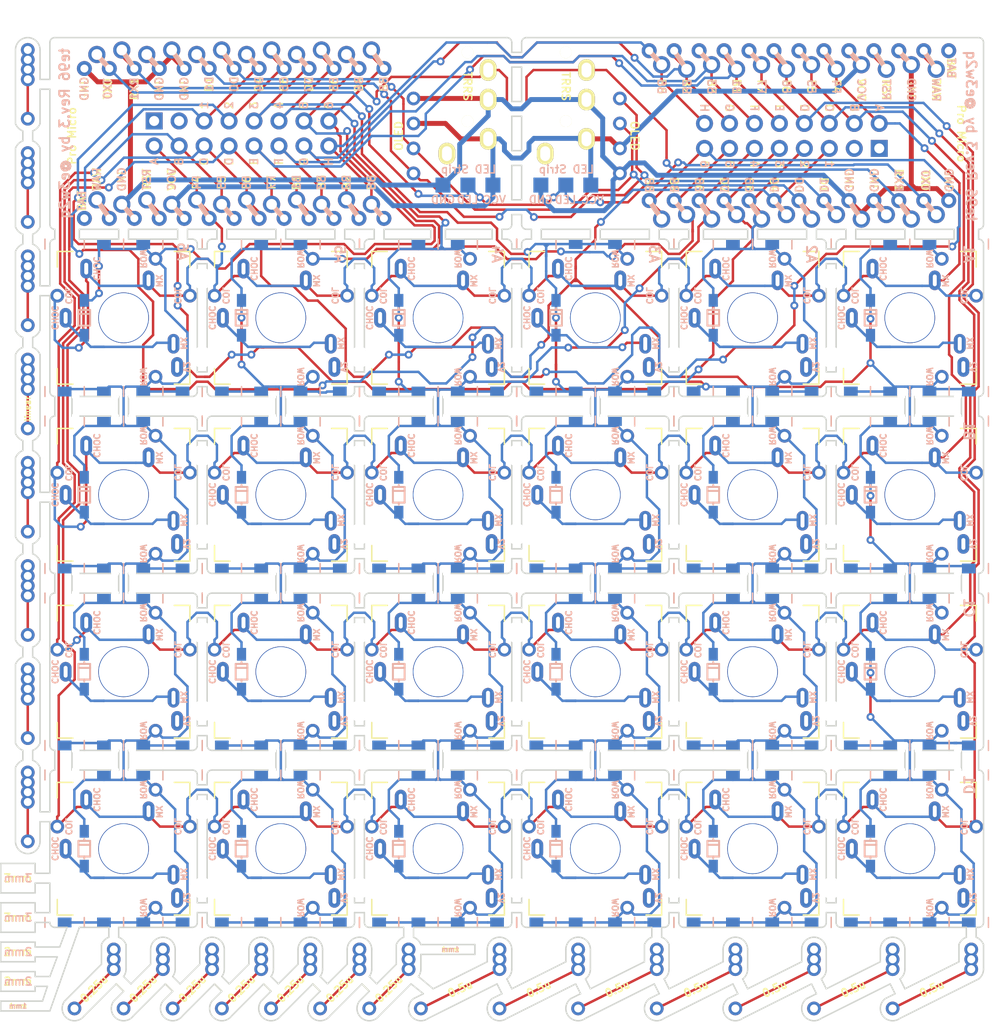
<source format=kicad_pcb>
(kicad_pcb (version 20171130) (host pcbnew "(5.0.2)-1")
  (title_block (title "te96 Sukeroku Keyboard") (rev 3) (company @e3w2q))
  (layers (0 F.Cu signal) (31 B.Cu signal) (34 B.Paste user) (35 F.Paste user) (36 B.SilkS user) (37 F.SilkS user) (38 B.Mask user hide) (39 F.Mask user hide) (44 Edge.Cuts user))
  (net 0 "")
  (net 1 GND)
  (net 2 Y1)
  (net 3 Y2)
  (net 4 Y3)
  (net 5 X1)
  (net 6 X2)
  (net 7 X3)
  (net 8 X4)
  (net 9 X5)
  (net 10 Y4)
  (net 11 data)
  (net 12 led)
  (net 13 Y5)
  (net 14 Y6)
  (net 15 X6)
  (net 16 VCC)
  (net 17 "Net-(U1-Pad25)")
  (net 18 "Net-(U2-Pad25)")
  (net 19 "Net-(J3-PadA)")
  (net 20 "Net-(J4-PadA)")
  (net 21 "Net-(J1-Pad10)")
  (net 22 "Net-(J2-Pad10)")
  (net 23 SCL)
  (net 24 SDA)
  (net 25 "Net-(U1-Pad24)")
  (net 26 "Net-(U2-Pad24)")
  (net 27 "Net-(J1-Pad9)")
  (net 28 "Net-(J2-Pad9)")
  (net 29 "Net-(U1-Pad22)")
  (net 30 "Net-(U2-Pad22)")
  (net 31 X8)
  (net 32 X7)
  (module "#footprint:CherryMX_MidHeight_Choc_16mm_rev8" (layer F.Cu) (at 95.852501 135.05625 270)
    (fp_text reference SW3 hide)
    (fp_text value SW_and_D hide)
    (fp_text user V2 (at 5 -6.4 270 unlocked) (layer B.SilkS) (effects (font (size 0.6 0.6)) (justify mirror)))
    (fp_text user ROW (at -6 -2 270 unlocked) (layer B.SilkS) (effects (font (size 0.6 0.6)) (justify mirror)))
    (fp_text user COL (at -2.25 -5.5 270 unlocked) (layer B.SilkS) (effects (font (size 0.6 0.6)) (justify mirror)))
    (fp_text user COL (at -2.25 5.6 270 unlocked) (layer B.SilkS) (effects (font (size 0.6 0.6)) (justify mirror)))
    (fp_text user ROW (at 6 -2 270 unlocked) (layer B.SilkS) (effects (font (size 0.6 0.6)) (justify mirror)))
    (fp_text user MX (at -3.75 -3.6 270 unlocked) (layer B.SilkS) (effects (font (size 0.6 0.6)) (justify mirror)))
    (fp_text user MX (at 2.6 -6.1 270 unlocked) (layer B.SilkS) (effects (font (size 0.6 0.6)) (justify mirror)))
    (fp_text user CHOC (at 0 7 270 unlocked) (layer B.SilkS) (effects (font (size 0.6 0.6)) (justify mirror)))
    (fp_text user CHOC (at -5 2.75 270 unlocked) (layer B.SilkS) (effects (font (size 0.6 0.6)) (justify mirror)))
    (pad 1 thru_hole circle (at -2.25 -6.75) (size 1.4 1.4) (drill 0.8128) (layers *.Cu B.Mask) (net 8 X4))
    (pad 1 thru_hole circle (at -2.25 6.75) (size 1.4 1.4) (drill 0.8128) (layers *.Cu B.Mask) (net 8 X4))
    (pad 2 thru_hole circle (at 6 -3.25) (size 1.4 1.4) (drill 0.8128) (layers *.Cu B.Mask) (net 4 Y3))
    (pad 2 thru_hole circle (at -6 -3.25) (size 1.4 1.4) (drill 0.8128) (layers *.Cu B.Mask) (net 4 Y3))
    (pad "" thru_hole oval (at 5 -5.45 90) (size 2 1.2) (drill oval 1.2 0.4) (layers *.Cu B.Mask))
    (pad "" np_thru_hole circle (at 5.08 0 90) (size 1.68 1.68) (drill 1.68) (layers *.Cu *.Mask))
    (pad "" np_thru_hole circle (at -5.08 0 90) (size 1.68 1.68) (drill 1.68) (layers *.Cu *.Mask))
    (pad "" np_thru_hole circle (at 0 0 180) (size 5.15 5.15) (drill 5) (layers *.Cu *.Mask))
    (pad "" np_thru_hole circle (at 4.5 0 90) (size 1.68 1.68) (drill 1.68) (layers *.Cu *.Mask))
    (pad "" np_thru_hole circle (at -4.5 0 90) (size 1.68 1.68) (drill 1.68) (layers *.Cu *.Mask))
    (pad 1 thru_hole oval (at -5 3.8 90) (size 2 1.2) (drill oval 1.2 0.4) (layers *.Cu B.Mask) (net 8 X4))
    (pad 0 thru_hole oval (at 0 5.9 90) (size 2 1.2) (drill oval 1.2 0.4) (layers *.Cu B.Mask))
    (pad "" np_thru_hole circle (at -5.5 0 90) (size 1.68 1.68) (drill 1.68) (layers *.Cu *.Mask))
    (pad "" np_thru_hole circle (at 5.5 0 90) (size 1.68 1.68) (drill 1.68) (layers *.Cu *.Mask))
    (pad 0 thru_hole oval (at 2.64 -5.08 270) (size 2 1.2) (drill oval 1.4 0.4) (layers *.Cu B.Mask))
    (pad 1 thru_hole oval (at -3.81 -2.54 270) (size 2 1.2) (drill oval 1.2 0.4) (layers *.Cu B.Mask) (net 8 X4))
    (pad 0 smd rect (at 1.775 4 270) (size 1.3 0.94) (layers B.Cu B.Paste B.Mask))
    (pad 2 smd rect (at -1.775 4 270) (size 1.3 0.94) (layers B.Cu B.Paste B.Mask) (net 4 Y3))
    (pad 2 smd rect (at 7.5 -6 270) (size 1 1.4) (layers B.Cu B.Paste B.Mask) (net 4 Y3))
    (pad 2 smd rect (at 7.5 -2 270) (size 1 1.4) (layers B.Cu B.Paste B.Mask) (net 4 Y3))
    (pad 2 smd rect (at 7.5 2 270) (size 1 1.4) (layers B.Cu B.Paste B.Mask) (net 4 Y3))
    (pad 2 smd rect (at 7.5 6 270) (size 1 1.4) (layers B.Cu B.Paste B.Mask) (net 4 Y3))
    (pad 2 smd rect (at -7.5 2 270) (size 1 1.4) (layers B.Cu B.Paste B.Mask) (net 4 Y3))
    (pad 2 smd rect (at -7.5 -2 270) (size 1 1.4) (layers B.Cu B.Paste B.Mask) (net 4 Y3))
  )
  (module "#footprint:CherryMX_MidHeight_Choc_16mm_rev8" (layer F.Cu) (at 95.852501 99.05625 270)
    (fp_text reference SW15 hide)
    (fp_text value SW_and_D hide)
    (fp_text user V2 (at 5 -6.4 270 unlocked) (layer B.SilkS) (effects (font (size 0.6 0.6)) (justify mirror)))
    (fp_text user ROW (at -6 -2 270 unlocked) (layer B.SilkS) (effects (font (size 0.6 0.6)) (justify mirror)))
    (fp_text user COL (at -2.25 -5.5 270 unlocked) (layer B.SilkS) (effects (font (size 0.6 0.6)) (justify mirror)))
    (fp_text user COL (at -2.25 5.6 270 unlocked) (layer B.SilkS) (effects (font (size 0.6 0.6)) (justify mirror)))
    (fp_text user ROW (at 6 -2 270 unlocked) (layer B.SilkS) (effects (font (size 0.6 0.6)) (justify mirror)))
    (fp_text user MX (at -3.75 -3.6 270 unlocked) (layer B.SilkS) (effects (font (size 0.6 0.6)) (justify mirror)))
    (fp_text user MX (at 2.6 -6.1 270 unlocked) (layer B.SilkS) (effects (font (size 0.6 0.6)) (justify mirror)))
    (fp_text user CHOC (at 0 7 270 unlocked) (layer B.SilkS) (effects (font (size 0.6 0.6)) (justify mirror)))
    (fp_text user CHOC (at -5 2.75 270 unlocked) (layer B.SilkS) (effects (font (size 0.6 0.6)) (justify mirror)))
    (pad 1 thru_hole circle (at -2.25 -6.75) (size 1.4 1.4) (drill 0.8128) (layers *.Cu B.Mask) (net 6 X2))
    (pad 1 thru_hole circle (at -2.25 6.75) (size 1.4 1.4) (drill 0.8128) (layers *.Cu B.Mask) (net 6 X2))
    (pad 2 thru_hole circle (at 6 -3.25) (size 1.4 1.4) (drill 0.8128) (layers *.Cu B.Mask) (net 4 Y3))
    (pad 2 thru_hole circle (at -6 -3.25) (size 1.4 1.4) (drill 0.8128) (layers *.Cu B.Mask) (net 4 Y3))
    (pad "" thru_hole oval (at 5 -5.45 90) (size 2 1.2) (drill oval 1.2 0.4) (layers *.Cu B.Mask))
    (pad "" np_thru_hole circle (at 5.08 0 90) (size 1.68 1.68) (drill 1.68) (layers *.Cu *.Mask))
    (pad "" np_thru_hole circle (at -5.08 0 90) (size 1.68 1.68) (drill 1.68) (layers *.Cu *.Mask))
    (pad "" np_thru_hole circle (at 0 0 180) (size 5.15 5.15) (drill 5) (layers *.Cu *.Mask))
    (pad "" np_thru_hole circle (at 4.5 0 90) (size 1.68 1.68) (drill 1.68) (layers *.Cu *.Mask))
    (pad "" np_thru_hole circle (at -4.5 0 90) (size 1.68 1.68) (drill 1.68) (layers *.Cu *.Mask))
    (pad 1 thru_hole oval (at -5 3.8 90) (size 2 1.2) (drill oval 1.2 0.4) (layers *.Cu B.Mask) (net 6 X2))
    (pad 0 thru_hole oval (at 0 5.9 90) (size 2 1.2) (drill oval 1.2 0.4) (layers *.Cu B.Mask))
    (pad "" np_thru_hole circle (at -5.5 0 90) (size 1.68 1.68) (drill 1.68) (layers *.Cu *.Mask))
    (pad "" np_thru_hole circle (at 5.5 0 90) (size 1.68 1.68) (drill 1.68) (layers *.Cu *.Mask))
    (pad 0 thru_hole oval (at 2.64 -5.08 270) (size 2 1.2) (drill oval 1.4 0.4) (layers *.Cu B.Mask))
    (pad 1 thru_hole oval (at -3.81 -2.54 270) (size 2 1.2) (drill oval 1.2 0.4) (layers *.Cu B.Mask) (net 6 X2))
    (pad 0 smd rect (at 1.775 4 270) (size 1.3 0.94) (layers B.Cu B.Paste B.Mask))
    (pad 2 smd rect (at -1.775 4 270) (size 1.3 0.94) (layers B.Cu B.Paste B.Mask) (net 4 Y3))
    (pad 2 smd rect (at 7.5 -6 270) (size 1 1.4) (layers B.Cu B.Paste B.Mask) (net 4 Y3))
    (pad 2 smd rect (at 7.5 -2 270) (size 1 1.4) (layers B.Cu B.Paste B.Mask) (net 4 Y3))
    (pad 2 smd rect (at 7.5 2 270) (size 1 1.4) (layers B.Cu B.Paste B.Mask) (net 4 Y3))
    (pad 2 smd rect (at 7.5 6 270) (size 1 1.4) (layers B.Cu B.Paste B.Mask) (net 4 Y3))
    (pad 2 smd rect (at -7.5 2 270) (size 1 1.4) (layers B.Cu B.Paste B.Mask) (net 4 Y3))
    (pad 2 smd rect (at -7.5 -2 270) (size 1 1.4) (layers B.Cu B.Paste B.Mask) (net 4 Y3))
  )
  (module "#footprint:CherryMX_MidHeight_Choc_16mm_rev8" (layer F.Cu) (at 63.852501 99.05625 270)
    (fp_text reference SW17 hide)
    (fp_text value SW_and_D hide)
    (fp_text user V2 (at 5 -6.4 270 unlocked) (layer B.SilkS) (effects (font (size 0.6 0.6)) (justify mirror)))
    (fp_text user ROW (at -6 -2 270 unlocked) (layer B.SilkS) (effects (font (size 0.6 0.6)) (justify mirror)))
    (fp_text user COL (at -2.25 -5.5 270 unlocked) (layer B.SilkS) (effects (font (size 0.6 0.6)) (justify mirror)))
    (fp_text user COL (at -2.25 5.6 270 unlocked) (layer B.SilkS) (effects (font (size 0.6 0.6)) (justify mirror)))
    (fp_text user ROW (at 6 -2 270 unlocked) (layer B.SilkS) (effects (font (size 0.6 0.6)) (justify mirror)))
    (fp_text user MX (at -3.75 -3.6 270 unlocked) (layer B.SilkS) (effects (font (size 0.6 0.6)) (justify mirror)))
    (fp_text user MX (at 2.6 -6.1 270 unlocked) (layer B.SilkS) (effects (font (size 0.6 0.6)) (justify mirror)))
    (fp_text user CHOC (at 0 7 270 unlocked) (layer B.SilkS) (effects (font (size 0.6 0.6)) (justify mirror)))
    (fp_text user CHOC (at -5 2.75 270 unlocked) (layer B.SilkS) (effects (font (size 0.6 0.6)) (justify mirror)))
    (pad 1 thru_hole circle (at -2.25 -6.75) (size 1.4 1.4) (drill 0.8128) (layers *.Cu B.Mask) (net 6 X2))
    (pad 1 thru_hole circle (at -2.25 6.75) (size 1.4 1.4) (drill 0.8128) (layers *.Cu B.Mask) (net 6 X2))
    (pad 2 thru_hole circle (at 6 -3.25) (size 1.4 1.4) (drill 0.8128) (layers *.Cu B.Mask) (net 13 Y5))
    (pad 2 thru_hole circle (at -6 -3.25) (size 1.4 1.4) (drill 0.8128) (layers *.Cu B.Mask) (net 13 Y5))
    (pad "" thru_hole oval (at 5 -5.45 90) (size 2 1.2) (drill oval 1.2 0.4) (layers *.Cu B.Mask))
    (pad "" np_thru_hole circle (at 5.08 0 90) (size 1.68 1.68) (drill 1.68) (layers *.Cu *.Mask))
    (pad "" np_thru_hole circle (at -5.08 0 90) (size 1.68 1.68) (drill 1.68) (layers *.Cu *.Mask))
    (pad "" np_thru_hole circle (at 0 0 180) (size 5.15 5.15) (drill 5) (layers *.Cu *.Mask))
    (pad "" np_thru_hole circle (at 4.5 0 90) (size 1.68 1.68) (drill 1.68) (layers *.Cu *.Mask))
    (pad "" np_thru_hole circle (at -4.5 0 90) (size 1.68 1.68) (drill 1.68) (layers *.Cu *.Mask))
    (pad 1 thru_hole oval (at -5 3.8 90) (size 2 1.2) (drill oval 1.2 0.4) (layers *.Cu B.Mask) (net 6 X2))
    (pad 0 thru_hole oval (at 0 5.9 90) (size 2 1.2) (drill oval 1.2 0.4) (layers *.Cu B.Mask))
    (pad "" np_thru_hole circle (at -5.5 0 90) (size 1.68 1.68) (drill 1.68) (layers *.Cu *.Mask))
    (pad "" np_thru_hole circle (at 5.5 0 90) (size 1.68 1.68) (drill 1.68) (layers *.Cu *.Mask))
    (pad 0 thru_hole oval (at 2.64 -5.08 270) (size 2 1.2) (drill oval 1.4 0.4) (layers *.Cu B.Mask))
    (pad 1 thru_hole oval (at -3.81 -2.54 270) (size 2 1.2) (drill oval 1.2 0.4) (layers *.Cu B.Mask) (net 6 X2))
    (pad 0 smd rect (at 1.775 4 270) (size 1.3 0.94) (layers B.Cu B.Paste B.Mask))
    (pad 2 smd rect (at -1.775 4 270) (size 1.3 0.94) (layers B.Cu B.Paste B.Mask) (net 13 Y5))
    (pad 2 smd rect (at 7.5 -6 270) (size 1 1.4) (layers B.Cu B.Paste B.Mask) (net 13 Y5))
    (pad 2 smd rect (at 7.5 -2 270) (size 1 1.4) (layers B.Cu B.Paste B.Mask) (net 13 Y5))
    (pad 2 smd rect (at 7.5 2 270) (size 1 1.4) (layers B.Cu B.Paste B.Mask) (net 13 Y5))
    (pad 2 smd rect (at 7.5 6 270) (size 1 1.4) (layers B.Cu B.Paste B.Mask) (net 13 Y5))
    (pad 2 smd rect (at -7.5 2 270) (size 1 1.4) (layers B.Cu B.Paste B.Mask) (net 13 Y5))
    (pad 2 smd rect (at -7.5 -2 270) (size 1 1.4) (layers B.Cu B.Paste B.Mask) (net 13 Y5))
  )
  (module "#footprint:CherryMX_MidHeight_Choc_16mm_rev8" (layer F.Cu) (at 79.852501 99.05625 270)
    (fp_text reference SW16 hide)
    (fp_text value SW_and_D hide)
    (fp_text user V2 (at 5 -6.4 270 unlocked) (layer B.SilkS) (effects (font (size 0.6 0.6)) (justify mirror)))
    (fp_text user ROW (at -6 -2 270 unlocked) (layer B.SilkS) (effects (font (size 0.6 0.6)) (justify mirror)))
    (fp_text user COL (at -2.25 -5.5 270 unlocked) (layer B.SilkS) (effects (font (size 0.6 0.6)) (justify mirror)))
    (fp_text user COL (at -2.25 5.6 270 unlocked) (layer B.SilkS) (effects (font (size 0.6 0.6)) (justify mirror)))
    (fp_text user ROW (at 6 -2 270 unlocked) (layer B.SilkS) (effects (font (size 0.6 0.6)) (justify mirror)))
    (fp_text user MX (at -3.75 -3.6 270 unlocked) (layer B.SilkS) (effects (font (size 0.6 0.6)) (justify mirror)))
    (fp_text user MX (at 2.6 -6.1 270 unlocked) (layer B.SilkS) (effects (font (size 0.6 0.6)) (justify mirror)))
    (fp_text user CHOC (at 0 7 270 unlocked) (layer B.SilkS) (effects (font (size 0.6 0.6)) (justify mirror)))
    (fp_text user CHOC (at -5 2.75 270 unlocked) (layer B.SilkS) (effects (font (size 0.6 0.6)) (justify mirror)))
    (pad 1 thru_hole circle (at -2.25 -6.75) (size 1.4 1.4) (drill 0.8128) (layers *.Cu B.Mask) (net 6 X2))
    (pad 1 thru_hole circle (at -2.25 6.75) (size 1.4 1.4) (drill 0.8128) (layers *.Cu B.Mask) (net 6 X2))
    (pad 2 thru_hole circle (at 6 -3.25) (size 1.4 1.4) (drill 0.8128) (layers *.Cu B.Mask) (net 10 Y4))
    (pad 2 thru_hole circle (at -6 -3.25) (size 1.4 1.4) (drill 0.8128) (layers *.Cu B.Mask) (net 10 Y4))
    (pad "" thru_hole oval (at 5 -5.45 90) (size 2 1.2) (drill oval 1.2 0.4) (layers *.Cu B.Mask))
    (pad "" np_thru_hole circle (at 5.08 0 90) (size 1.68 1.68) (drill 1.68) (layers *.Cu *.Mask))
    (pad "" np_thru_hole circle (at -5.08 0 90) (size 1.68 1.68) (drill 1.68) (layers *.Cu *.Mask))
    (pad "" np_thru_hole circle (at 0 0 180) (size 5.15 5.15) (drill 5) (layers *.Cu *.Mask))
    (pad "" np_thru_hole circle (at 4.5 0 90) (size 1.68 1.68) (drill 1.68) (layers *.Cu *.Mask))
    (pad "" np_thru_hole circle (at -4.5 0 90) (size 1.68 1.68) (drill 1.68) (layers *.Cu *.Mask))
    (pad 1 thru_hole oval (at -5 3.8 90) (size 2 1.2) (drill oval 1.2 0.4) (layers *.Cu B.Mask) (net 6 X2))
    (pad 0 thru_hole oval (at 0 5.9 90) (size 2 1.2) (drill oval 1.2 0.4) (layers *.Cu B.Mask))
    (pad "" np_thru_hole circle (at -5.5 0 90) (size 1.68 1.68) (drill 1.68) (layers *.Cu *.Mask))
    (pad "" np_thru_hole circle (at 5.5 0 90) (size 1.68 1.68) (drill 1.68) (layers *.Cu *.Mask))
    (pad 0 thru_hole oval (at 2.64 -5.08 270) (size 2 1.2) (drill oval 1.4 0.4) (layers *.Cu B.Mask))
    (pad 1 thru_hole oval (at -3.81 -2.54 270) (size 2 1.2) (drill oval 1.2 0.4) (layers *.Cu B.Mask) (net 6 X2))
    (pad 0 smd rect (at 1.775 4 270) (size 1.3 0.94) (layers B.Cu B.Paste B.Mask))
    (pad 2 smd rect (at -1.775 4 270) (size 1.3 0.94) (layers B.Cu B.Paste B.Mask) (net 10 Y4))
    (pad 2 smd rect (at 7.5 -6 270) (size 1 1.4) (layers B.Cu B.Paste B.Mask) (net 10 Y4))
    (pad 2 smd rect (at 7.5 -2 270) (size 1 1.4) (layers B.Cu B.Paste B.Mask) (net 10 Y4))
    (pad 2 smd rect (at 7.5 2 270) (size 1 1.4) (layers B.Cu B.Paste B.Mask) (net 10 Y4))
    (pad 2 smd rect (at 7.5 6 270) (size 1 1.4) (layers B.Cu B.Paste B.Mask) (net 10 Y4))
    (pad 2 smd rect (at -7.5 2 270) (size 1 1.4) (layers B.Cu B.Paste B.Mask) (net 10 Y4))
    (pad 2 smd rect (at -7.5 -2 270) (size 1 1.4) (layers B.Cu B.Paste B.Mask) (net 10 Y4))
  )
  (module "#footprint:CherryMX_MidHeight_Choc_16mm_rev8" (layer F.Cu) (at 95.852501 81.05625 270)
    (fp_text reference SW21 hide)
    (fp_text value SW_and_D hide)
    (fp_text user V2 (at 5 -6.4 270 unlocked) (layer B.SilkS) (effects (font (size 0.6 0.6)) (justify mirror)))
    (fp_text user ROW (at -6 -2 270 unlocked) (layer B.SilkS) (effects (font (size 0.6 0.6)) (justify mirror)))
    (fp_text user COL (at -2.25 -5.5 270 unlocked) (layer B.SilkS) (effects (font (size 0.6 0.6)) (justify mirror)))
    (fp_text user COL (at -2.25 5.6 270 unlocked) (layer B.SilkS) (effects (font (size 0.6 0.6)) (justify mirror)))
    (fp_text user ROW (at 6 -2 270 unlocked) (layer B.SilkS) (effects (font (size 0.6 0.6)) (justify mirror)))
    (fp_text user MX (at -3.75 -3.6 270 unlocked) (layer B.SilkS) (effects (font (size 0.6 0.6)) (justify mirror)))
    (fp_text user MX (at 2.6 -6.1 270 unlocked) (layer B.SilkS) (effects (font (size 0.6 0.6)) (justify mirror)))
    (fp_text user CHOC (at 0 7 270 unlocked) (layer B.SilkS) (effects (font (size 0.6 0.6)) (justify mirror)))
    (fp_text user CHOC (at -5 2.75 270 unlocked) (layer B.SilkS) (effects (font (size 0.6 0.6)) (justify mirror)))
    (pad 1 thru_hole circle (at -2.25 -6.75) (size 1.4 1.4) (drill 0.8128) (layers *.Cu B.Mask) (net 5 X1))
    (pad 1 thru_hole circle (at -2.25 6.75) (size 1.4 1.4) (drill 0.8128) (layers *.Cu B.Mask) (net 5 X1))
    (pad 2 thru_hole circle (at 6 -3.25) (size 1.4 1.4) (drill 0.8128) (layers *.Cu B.Mask) (net 4 Y3))
    (pad 2 thru_hole circle (at -6 -3.25) (size 1.4 1.4) (drill 0.8128) (layers *.Cu B.Mask) (net 4 Y3))
    (pad "" thru_hole oval (at 5 -5.45 90) (size 2 1.2) (drill oval 1.2 0.4) (layers *.Cu B.Mask))
    (pad "" np_thru_hole circle (at 5.08 0 90) (size 1.68 1.68) (drill 1.68) (layers *.Cu *.Mask))
    (pad "" np_thru_hole circle (at -5.08 0 90) (size 1.68 1.68) (drill 1.68) (layers *.Cu *.Mask))
    (pad "" np_thru_hole circle (at 0 0 180) (size 5.15 5.15) (drill 5) (layers *.Cu *.Mask))
    (pad "" np_thru_hole circle (at 4.5 0 90) (size 1.68 1.68) (drill 1.68) (layers *.Cu *.Mask))
    (pad "" np_thru_hole circle (at -4.5 0 90) (size 1.68 1.68) (drill 1.68) (layers *.Cu *.Mask))
    (pad 1 thru_hole oval (at -5 3.8 90) (size 2 1.2) (drill oval 1.2 0.4) (layers *.Cu B.Mask) (net 5 X1))
    (pad 0 thru_hole oval (at 0 5.9 90) (size 2 1.2) (drill oval 1.2 0.4) (layers *.Cu B.Mask))
    (pad "" np_thru_hole circle (at -5.5 0 90) (size 1.68 1.68) (drill 1.68) (layers *.Cu *.Mask))
    (pad "" np_thru_hole circle (at 5.5 0 90) (size 1.68 1.68) (drill 1.68) (layers *.Cu *.Mask))
    (pad 0 thru_hole oval (at 2.64 -5.08 270) (size 2 1.2) (drill oval 1.4 0.4) (layers *.Cu B.Mask))
    (pad 1 thru_hole oval (at -3.81 -2.54 270) (size 2 1.2) (drill oval 1.2 0.4) (layers *.Cu B.Mask) (net 5 X1))
    (pad 0 smd rect (at 1.775 4 270) (size 1.3 0.94) (layers B.Cu B.Paste B.Mask))
    (pad 2 smd rect (at -1.775 4 270) (size 1.3 0.94) (layers B.Cu B.Paste B.Mask) (net 4 Y3))
    (pad 2 smd rect (at 7.5 -6 270) (size 1 1.4) (layers B.Cu B.Paste B.Mask) (net 4 Y3))
    (pad 2 smd rect (at 7.5 -2 270) (size 1 1.4) (layers B.Cu B.Paste B.Mask) (net 4 Y3))
    (pad 2 smd rect (at 7.5 2 270) (size 1 1.4) (layers B.Cu B.Paste B.Mask) (net 4 Y3))
    (pad 2 smd rect (at 7.5 6 270) (size 1 1.4) (layers B.Cu B.Paste B.Mask) (net 4 Y3))
    (pad 2 smd rect (at -7.5 2 270) (size 1 1.4) (layers B.Cu B.Paste B.Mask) (net 4 Y3))
    (pad 2 smd rect (at -7.5 -2 270) (size 1 1.4) (layers B.Cu B.Paste B.Mask) (net 4 Y3))
  )
  (module "#footprint:CherryMX_MidHeight_Choc_16mm_rev8" (layer F.Cu) (at 111.852501 81.05625 270)
    (fp_text reference SW20 hide)
    (fp_text value SW_and_D hide)
    (fp_text user V2 (at 5 -6.4 270 unlocked) (layer B.SilkS) (effects (font (size 0.6 0.6)) (justify mirror)))
    (fp_text user ROW (at -6 -2 270 unlocked) (layer B.SilkS) (effects (font (size 0.6 0.6)) (justify mirror)))
    (fp_text user COL (at -2.25 -5.5 270 unlocked) (layer B.SilkS) (effects (font (size 0.6 0.6)) (justify mirror)))
    (fp_text user COL (at -2.25 5.6 270 unlocked) (layer B.SilkS) (effects (font (size 0.6 0.6)) (justify mirror)))
    (fp_text user ROW (at 6 -2 270 unlocked) (layer B.SilkS) (effects (font (size 0.6 0.6)) (justify mirror)))
    (fp_text user MX (at -3.75 -3.6 270 unlocked) (layer B.SilkS) (effects (font (size 0.6 0.6)) (justify mirror)))
    (fp_text user MX (at 2.6 -6.1 270 unlocked) (layer B.SilkS) (effects (font (size 0.6 0.6)) (justify mirror)))
    (fp_text user CHOC (at 0 7 270 unlocked) (layer B.SilkS) (effects (font (size 0.6 0.6)) (justify mirror)))
    (fp_text user CHOC (at -5 2.75 270 unlocked) (layer B.SilkS) (effects (font (size 0.6 0.6)) (justify mirror)))
    (pad 1 thru_hole circle (at -2.25 -6.75) (size 1.4 1.4) (drill 0.8128) (layers *.Cu B.Mask) (net 5 X1))
    (pad 1 thru_hole circle (at -2.25 6.75) (size 1.4 1.4) (drill 0.8128) (layers *.Cu B.Mask) (net 5 X1))
    (pad 2 thru_hole circle (at 6 -3.25) (size 1.4 1.4) (drill 0.8128) (layers *.Cu B.Mask) (net 3 Y2))
    (pad 2 thru_hole circle (at -6 -3.25) (size 1.4 1.4) (drill 0.8128) (layers *.Cu B.Mask) (net 3 Y2))
    (pad "" thru_hole oval (at 5 -5.45 90) (size 2 1.2) (drill oval 1.2 0.4) (layers *.Cu B.Mask))
    (pad "" np_thru_hole circle (at 5.08 0 90) (size 1.68 1.68) (drill 1.68) (layers *.Cu *.Mask))
    (pad "" np_thru_hole circle (at -5.08 0 90) (size 1.68 1.68) (drill 1.68) (layers *.Cu *.Mask))
    (pad "" np_thru_hole circle (at 0 0 180) (size 5.15 5.15) (drill 5) (layers *.Cu *.Mask))
    (pad "" np_thru_hole circle (at 4.5 0 90) (size 1.68 1.68) (drill 1.68) (layers *.Cu *.Mask))
    (pad "" np_thru_hole circle (at -4.5 0 90) (size 1.68 1.68) (drill 1.68) (layers *.Cu *.Mask))
    (pad 1 thru_hole oval (at -5 3.8 90) (size 2 1.2) (drill oval 1.2 0.4) (layers *.Cu B.Mask) (net 5 X1))
    (pad 0 thru_hole oval (at 0 5.9 90) (size 2 1.2) (drill oval 1.2 0.4) (layers *.Cu B.Mask))
    (pad "" np_thru_hole circle (at -5.5 0 90) (size 1.68 1.68) (drill 1.68) (layers *.Cu *.Mask))
    (pad "" np_thru_hole circle (at 5.5 0 90) (size 1.68 1.68) (drill 1.68) (layers *.Cu *.Mask))
    (pad 0 thru_hole oval (at 2.64 -5.08 270) (size 2 1.2) (drill oval 1.4 0.4) (layers *.Cu B.Mask))
    (pad 1 thru_hole oval (at -3.81 -2.54 270) (size 2 1.2) (drill oval 1.2 0.4) (layers *.Cu B.Mask) (net 5 X1))
    (pad 0 smd rect (at 1.775 4 270) (size 1.3 0.94) (layers B.Cu B.Paste B.Mask))
    (pad 2 smd rect (at -1.775 4 270) (size 1.3 0.94) (layers B.Cu B.Paste B.Mask) (net 3 Y2))
    (pad 2 smd rect (at 7.5 -6 270) (size 1 1.4) (layers B.Cu B.Paste B.Mask) (net 3 Y2))
    (pad 2 smd rect (at 7.5 -2 270) (size 1 1.4) (layers B.Cu B.Paste B.Mask) (net 3 Y2))
    (pad 2 smd rect (at 7.5 2 270) (size 1 1.4) (layers B.Cu B.Paste B.Mask) (net 3 Y2))
    (pad 2 smd rect (at 7.5 6 270) (size 1 1.4) (layers B.Cu B.Paste B.Mask) (net 3 Y2))
    (pad 2 smd rect (at -7.5 2 270) (size 1 1.4) (layers B.Cu B.Paste B.Mask) (net 3 Y2))
    (pad 2 smd rect (at -7.5 -2 270) (size 1 1.4) (layers B.Cu B.Paste B.Mask) (net 3 Y2))
  )
  (module "#footprint:CherryMX_MidHeight_Choc_16mm_rev8" (layer F.Cu) (at 47.852501 81.05625 270)
    (fp_text reference SW24 hide)
    (fp_text value SW_and_D hide)
    (fp_text user V2 (at 5 -6.4 270 unlocked) (layer B.SilkS) (effects (font (size 0.6 0.6)) (justify mirror)))
    (fp_text user ROW (at -6 -2 270 unlocked) (layer B.SilkS) (effects (font (size 0.6 0.6)) (justify mirror)))
    (fp_text user COL (at -2.25 -5.5 270 unlocked) (layer B.SilkS) (effects (font (size 0.6 0.6)) (justify mirror)))
    (fp_text user COL (at -2.25 5.6 270 unlocked) (layer B.SilkS) (effects (font (size 0.6 0.6)) (justify mirror)))
    (fp_text user ROW (at 6 -2 270 unlocked) (layer B.SilkS) (effects (font (size 0.6 0.6)) (justify mirror)))
    (fp_text user MX (at -3.75 -3.6 270 unlocked) (layer B.SilkS) (effects (font (size 0.6 0.6)) (justify mirror)))
    (fp_text user MX (at 2.6 -6.1 270 unlocked) (layer B.SilkS) (effects (font (size 0.6 0.6)) (justify mirror)))
    (fp_text user CHOC (at 0 7 270 unlocked) (layer B.SilkS) (effects (font (size 0.6 0.6)) (justify mirror)))
    (fp_text user CHOC (at -5 2.75 270 unlocked) (layer B.SilkS) (effects (font (size 0.6 0.6)) (justify mirror)))
    (pad 1 thru_hole circle (at -2.25 -6.75) (size 1.4 1.4) (drill 0.8128) (layers *.Cu B.Mask) (net 5 X1))
    (pad 1 thru_hole circle (at -2.25 6.75) (size 1.4 1.4) (drill 0.8128) (layers *.Cu B.Mask) (net 5 X1))
    (pad 2 thru_hole circle (at 6 -3.25) (size 1.4 1.4) (drill 0.8128) (layers *.Cu B.Mask) (net 14 Y6))
    (pad 2 thru_hole circle (at -6 -3.25) (size 1.4 1.4) (drill 0.8128) (layers *.Cu B.Mask) (net 14 Y6))
    (pad "" thru_hole oval (at 5 -5.45 90) (size 2 1.2) (drill oval 1.2 0.4) (layers *.Cu B.Mask))
    (pad "" np_thru_hole circle (at 5.08 0 90) (size 1.68 1.68) (drill 1.68) (layers *.Cu *.Mask))
    (pad "" np_thru_hole circle (at -5.08 0 90) (size 1.68 1.68) (drill 1.68) (layers *.Cu *.Mask))
    (pad "" np_thru_hole circle (at 0 0 180) (size 5.15 5.15) (drill 5) (layers *.Cu *.Mask))
    (pad "" np_thru_hole circle (at 4.5 0 90) (size 1.68 1.68) (drill 1.68) (layers *.Cu *.Mask))
    (pad "" np_thru_hole circle (at -4.5 0 90) (size 1.68 1.68) (drill 1.68) (layers *.Cu *.Mask))
    (pad 1 thru_hole oval (at -5 3.8 90) (size 2 1.2) (drill oval 1.2 0.4) (layers *.Cu B.Mask) (net 5 X1))
    (pad 0 thru_hole oval (at 0 5.9 90) (size 2 1.2) (drill oval 1.2 0.4) (layers *.Cu B.Mask))
    (pad "" np_thru_hole circle (at -5.5 0 90) (size 1.68 1.68) (drill 1.68) (layers *.Cu *.Mask))
    (pad "" np_thru_hole circle (at 5.5 0 90) (size 1.68 1.68) (drill 1.68) (layers *.Cu *.Mask))
    (pad 0 thru_hole oval (at 2.64 -5.08 270) (size 2 1.2) (drill oval 1.4 0.4) (layers *.Cu B.Mask))
    (pad 1 thru_hole oval (at -3.81 -2.54 270) (size 2 1.2) (drill oval 1.2 0.4) (layers *.Cu B.Mask) (net 5 X1))
    (pad 0 smd rect (at 1.775 4 270) (size 1.3 0.94) (layers B.Cu B.Paste B.Mask))
    (pad 2 smd rect (at -1.775 4 270) (size 1.3 0.94) (layers B.Cu B.Paste B.Mask) (net 14 Y6))
    (pad 2 smd rect (at 7.5 -6 270) (size 1 1.4) (layers B.Cu B.Paste B.Mask) (net 14 Y6))
    (pad 2 smd rect (at 7.5 -2 270) (size 1 1.4) (layers B.Cu B.Paste B.Mask) (net 14 Y6))
    (pad 2 smd rect (at 7.5 2 270) (size 1 1.4) (layers B.Cu B.Paste B.Mask) (net 14 Y6))
    (pad 2 smd rect (at 7.5 6 270) (size 1 1.4) (layers B.Cu B.Paste B.Mask) (net 14 Y6))
    (pad 2 smd rect (at -7.5 2 270) (size 1 1.4) (layers B.Cu B.Paste B.Mask) (net 14 Y6))
    (pad 2 smd rect (at -7.5 -2 270) (size 1 1.4) (layers B.Cu B.Paste B.Mask) (net 14 Y6))
  )
  (module "#footprint:CherryMX_MidHeight_Choc_16mm_rev8" (layer F.Cu) (at 127.852501 135.05625 270)
    (fp_text reference SW1 hide)
    (fp_text value SW_and_D hide)
    (fp_text user V2 (at 5 -6.4 270 unlocked) (layer B.SilkS) (effects (font (size 0.6 0.6)) (justify mirror)))
    (fp_text user ROW (at -6 -2 270 unlocked) (layer B.SilkS) (effects (font (size 0.6 0.6)) (justify mirror)))
    (fp_text user COL (at -2.25 -5.5 270 unlocked) (layer B.SilkS) (effects (font (size 0.6 0.6)) (justify mirror)))
    (fp_text user COL (at -2.25 5.6 270 unlocked) (layer B.SilkS) (effects (font (size 0.6 0.6)) (justify mirror)))
    (fp_text user ROW (at 6 -2 270 unlocked) (layer B.SilkS) (effects (font (size 0.6 0.6)) (justify mirror)))
    (fp_text user MX (at -3.75 -3.6 270 unlocked) (layer B.SilkS) (effects (font (size 0.6 0.6)) (justify mirror)))
    (fp_text user MX (at 2.6 -6.1 270 unlocked) (layer B.SilkS) (effects (font (size 0.6 0.6)) (justify mirror)))
    (fp_text user CHOC (at 0 7 270 unlocked) (layer B.SilkS) (effects (font (size 0.6 0.6)) (justify mirror)))
    (fp_text user CHOC (at -5 2.75 270 unlocked) (layer B.SilkS) (effects (font (size 0.6 0.6)) (justify mirror)))
    (pad 1 thru_hole circle (at -2.25 -6.75) (size 1.4 1.4) (drill 0.8128) (layers *.Cu B.Mask) (net 8 X4))
    (pad 1 thru_hole circle (at -2.25 6.75) (size 1.4 1.4) (drill 0.8128) (layers *.Cu B.Mask) (net 8 X4))
    (pad 2 thru_hole circle (at 6 -3.25) (size 1.4 1.4) (drill 0.8128) (layers *.Cu B.Mask) (net 2 Y1))
    (pad 2 thru_hole circle (at -6 -3.25) (size 1.4 1.4) (drill 0.8128) (layers *.Cu B.Mask) (net 2 Y1))
    (pad "" thru_hole oval (at 5 -5.45 90) (size 2 1.2) (drill oval 1.2 0.4) (layers *.Cu B.Mask))
    (pad "" np_thru_hole circle (at 5.08 0 90) (size 1.68 1.68) (drill 1.68) (layers *.Cu *.Mask))
    (pad "" np_thru_hole circle (at -5.08 0 90) (size 1.68 1.68) (drill 1.68) (layers *.Cu *.Mask))
    (pad "" np_thru_hole circle (at 0 0 180) (size 5.15 5.15) (drill 5) (layers *.Cu *.Mask))
    (pad "" np_thru_hole circle (at 4.5 0 90) (size 1.68 1.68) (drill 1.68) (layers *.Cu *.Mask))
    (pad "" np_thru_hole circle (at -4.5 0 90) (size 1.68 1.68) (drill 1.68) (layers *.Cu *.Mask))
    (pad 1 thru_hole oval (at -5 3.8 90) (size 2 1.2) (drill oval 1.2 0.4) (layers *.Cu B.Mask) (net 8 X4))
    (pad 0 thru_hole oval (at 0 5.9 90) (size 2 1.2) (drill oval 1.2 0.4) (layers *.Cu B.Mask))
    (pad "" np_thru_hole circle (at -5.5 0 90) (size 1.68 1.68) (drill 1.68) (layers *.Cu *.Mask))
    (pad "" np_thru_hole circle (at 5.5 0 90) (size 1.68 1.68) (drill 1.68) (layers *.Cu *.Mask))
    (pad 0 thru_hole oval (at 2.64 -5.08 270) (size 2 1.2) (drill oval 1.4 0.4) (layers *.Cu B.Mask))
    (pad 1 thru_hole oval (at -3.81 -2.54 270) (size 2 1.2) (drill oval 1.2 0.4) (layers *.Cu B.Mask) (net 8 X4))
    (pad 0 smd rect (at 1.775 4 270) (size 1.3 0.94) (layers B.Cu B.Paste B.Mask))
    (pad 2 smd rect (at -1.775 4 270) (size 1.3 0.94) (layers B.Cu B.Paste B.Mask) (net 2 Y1))
    (pad 2 smd rect (at 7.5 -6 270) (size 1 1.4) (layers B.Cu B.Paste B.Mask) (net 2 Y1))
    (pad 2 smd rect (at 7.5 -2 270) (size 1 1.4) (layers B.Cu B.Paste B.Mask) (net 2 Y1))
    (pad 2 smd rect (at 7.5 2 270) (size 1 1.4) (layers B.Cu B.Paste B.Mask) (net 2 Y1))
    (pad 2 smd rect (at 7.5 6 270) (size 1 1.4) (layers B.Cu B.Paste B.Mask) (net 2 Y1))
    (pad 2 smd rect (at -7.5 2 270) (size 1 1.4) (layers B.Cu B.Paste B.Mask) (net 2 Y1))
    (pad 2 smd rect (at -7.5 -2 270) (size 1 1.4) (layers B.Cu B.Paste B.Mask) (net 2 Y1))
  )
  (module "#footprint:CherryMX_MidHeight_Choc_16mm_rev8" (layer F.Cu) (at 47.852501 135.05625 270)
    (fp_text reference SW6 hide)
    (fp_text value SW_and_D hide)
    (fp_text user V2 (at 5 -6.4 270 unlocked) (layer B.SilkS) (effects (font (size 0.6 0.6)) (justify mirror)))
    (fp_text user ROW (at -6 -2 270 unlocked) (layer B.SilkS) (effects (font (size 0.6 0.6)) (justify mirror)))
    (fp_text user COL (at -2.25 -5.5 270 unlocked) (layer B.SilkS) (effects (font (size 0.6 0.6)) (justify mirror)))
    (fp_text user COL (at -2.25 5.6 270 unlocked) (layer B.SilkS) (effects (font (size 0.6 0.6)) (justify mirror)))
    (fp_text user ROW (at 6 -2 270 unlocked) (layer B.SilkS) (effects (font (size 0.6 0.6)) (justify mirror)))
    (fp_text user MX (at -3.75 -3.6 270 unlocked) (layer B.SilkS) (effects (font (size 0.6 0.6)) (justify mirror)))
    (fp_text user MX (at 2.6 -6.1 270 unlocked) (layer B.SilkS) (effects (font (size 0.6 0.6)) (justify mirror)))
    (fp_text user CHOC (at 0 7 270 unlocked) (layer B.SilkS) (effects (font (size 0.6 0.6)) (justify mirror)))
    (fp_text user CHOC (at -5 2.75 270 unlocked) (layer B.SilkS) (effects (font (size 0.6 0.6)) (justify mirror)))
    (pad 1 thru_hole circle (at -2.25 -6.75) (size 1.4 1.4) (drill 0.8128) (layers *.Cu B.Mask) (net 8 X4))
    (pad 1 thru_hole circle (at -2.25 6.75) (size 1.4 1.4) (drill 0.8128) (layers *.Cu B.Mask) (net 8 X4))
    (pad 2 thru_hole circle (at 6 -3.25) (size 1.4 1.4) (drill 0.8128) (layers *.Cu B.Mask) (net 14 Y6))
    (pad 2 thru_hole circle (at -6 -3.25) (size 1.4 1.4) (drill 0.8128) (layers *.Cu B.Mask) (net 14 Y6))
    (pad "" thru_hole oval (at 5 -5.45 90) (size 2 1.2) (drill oval 1.2 0.4) (layers *.Cu B.Mask))
    (pad "" np_thru_hole circle (at 5.08 0 90) (size 1.68 1.68) (drill 1.68) (layers *.Cu *.Mask))
    (pad "" np_thru_hole circle (at -5.08 0 90) (size 1.68 1.68) (drill 1.68) (layers *.Cu *.Mask))
    (pad "" np_thru_hole circle (at 0 0 180) (size 5.15 5.15) (drill 5) (layers *.Cu *.Mask))
    (pad "" np_thru_hole circle (at 4.5 0 90) (size 1.68 1.68) (drill 1.68) (layers *.Cu *.Mask))
    (pad "" np_thru_hole circle (at -4.5 0 90) (size 1.68 1.68) (drill 1.68) (layers *.Cu *.Mask))
    (pad 1 thru_hole oval (at -5 3.8 90) (size 2 1.2) (drill oval 1.2 0.4) (layers *.Cu B.Mask) (net 8 X4))
    (pad 0 thru_hole oval (at 0 5.9 90) (size 2 1.2) (drill oval 1.2 0.4) (layers *.Cu B.Mask))
    (pad "" np_thru_hole circle (at -5.5 0 90) (size 1.68 1.68) (drill 1.68) (layers *.Cu *.Mask))
    (pad "" np_thru_hole circle (at 5.5 0 90) (size 1.68 1.68) (drill 1.68) (layers *.Cu *.Mask))
    (pad 0 thru_hole oval (at 2.64 -5.08 270) (size 2 1.2) (drill oval 1.4 0.4) (layers *.Cu B.Mask))
    (pad 1 thru_hole oval (at -3.81 -2.54 270) (size 2 1.2) (drill oval 1.2 0.4) (layers *.Cu B.Mask) (net 8 X4))
    (pad 0 smd rect (at 1.775 4 270) (size 1.3 0.94) (layers B.Cu B.Paste B.Mask))
    (pad 2 smd rect (at -1.775 4 270) (size 1.3 0.94) (layers B.Cu B.Paste B.Mask) (net 14 Y6))
    (pad 2 smd rect (at 7.5 -6 270) (size 1 1.4) (layers B.Cu B.Paste B.Mask) (net 14 Y6))
    (pad 2 smd rect (at 7.5 -2 270) (size 1 1.4) (layers B.Cu B.Paste B.Mask) (net 14 Y6))
    (pad 2 smd rect (at 7.5 2 270) (size 1 1.4) (layers B.Cu B.Paste B.Mask) (net 14 Y6))
    (pad 2 smd rect (at 7.5 6 270) (size 1 1.4) (layers B.Cu B.Paste B.Mask) (net 14 Y6))
    (pad 2 smd rect (at -7.5 2 270) (size 1 1.4) (layers B.Cu B.Paste B.Mask) (net 14 Y6))
    (pad 2 smd rect (at -7.5 -2 270) (size 1 1.4) (layers B.Cu B.Paste B.Mask) (net 14 Y6))
  )
  (module "#footprint:CherryMX_MidHeight_Choc_16mm_rev8" (layer F.Cu) (at 127.852501 117.05625 270)
    (fp_text reference SW7 hide)
    (fp_text value SW_and_D hide)
    (fp_text user V2 (at 5 -6.4 270 unlocked) (layer B.SilkS) (effects (font (size 0.6 0.6)) (justify mirror)))
    (fp_text user ROW (at -6 -2 270 unlocked) (layer B.SilkS) (effects (font (size 0.6 0.6)) (justify mirror)))
    (fp_text user COL (at -2.25 -5.5 270 unlocked) (layer B.SilkS) (effects (font (size 0.6 0.6)) (justify mirror)))
    (fp_text user COL (at -2.25 5.6 270 unlocked) (layer B.SilkS) (effects (font (size 0.6 0.6)) (justify mirror)))
    (fp_text user ROW (at 6 -2 270 unlocked) (layer B.SilkS) (effects (font (size 0.6 0.6)) (justify mirror)))
    (fp_text user MX (at -3.75 -3.6 270 unlocked) (layer B.SilkS) (effects (font (size 0.6 0.6)) (justify mirror)))
    (fp_text user MX (at 2.6 -6.1 270 unlocked) (layer B.SilkS) (effects (font (size 0.6 0.6)) (justify mirror)))
    (fp_text user CHOC (at 0 7 270 unlocked) (layer B.SilkS) (effects (font (size 0.6 0.6)) (justify mirror)))
    (fp_text user CHOC (at -5 2.75 270 unlocked) (layer B.SilkS) (effects (font (size 0.6 0.6)) (justify mirror)))
    (pad 1 thru_hole circle (at -2.25 -6.75) (size 1.4 1.4) (drill 0.8128) (layers *.Cu B.Mask) (net 7 X3))
    (pad 1 thru_hole circle (at -2.25 6.75) (size 1.4 1.4) (drill 0.8128) (layers *.Cu B.Mask) (net 7 X3))
    (pad 2 thru_hole circle (at 6 -3.25) (size 1.4 1.4) (drill 0.8128) (layers *.Cu B.Mask) (net 2 Y1))
    (pad 2 thru_hole circle (at -6 -3.25) (size 1.4 1.4) (drill 0.8128) (layers *.Cu B.Mask) (net 2 Y1))
    (pad "" thru_hole oval (at 5 -5.45 90) (size 2 1.2) (drill oval 1.2 0.4) (layers *.Cu B.Mask))
    (pad "" np_thru_hole circle (at 5.08 0 90) (size 1.68 1.68) (drill 1.68) (layers *.Cu *.Mask))
    (pad "" np_thru_hole circle (at -5.08 0 90) (size 1.68 1.68) (drill 1.68) (layers *.Cu *.Mask))
    (pad "" np_thru_hole circle (at 0 0 180) (size 5.15 5.15) (drill 5) (layers *.Cu *.Mask))
    (pad "" np_thru_hole circle (at 4.5 0 90) (size 1.68 1.68) (drill 1.68) (layers *.Cu *.Mask))
    (pad "" np_thru_hole circle (at -4.5 0 90) (size 1.68 1.68) (drill 1.68) (layers *.Cu *.Mask))
    (pad 1 thru_hole oval (at -5 3.8 90) (size 2 1.2) (drill oval 1.2 0.4) (layers *.Cu B.Mask) (net 7 X3))
    (pad 0 thru_hole oval (at 0 5.9 90) (size 2 1.2) (drill oval 1.2 0.4) (layers *.Cu B.Mask))
    (pad "" np_thru_hole circle (at -5.5 0 90) (size 1.68 1.68) (drill 1.68) (layers *.Cu *.Mask))
    (pad "" np_thru_hole circle (at 5.5 0 90) (size 1.68 1.68) (drill 1.68) (layers *.Cu *.Mask))
    (pad 0 thru_hole oval (at 2.64 -5.08 270) (size 2 1.2) (drill oval 1.4 0.4) (layers *.Cu B.Mask))
    (pad 1 thru_hole oval (at -3.81 -2.54 270) (size 2 1.2) (drill oval 1.2 0.4) (layers *.Cu B.Mask) (net 7 X3))
    (pad 0 smd rect (at 1.775 4 270) (size 1.3 0.94) (layers B.Cu B.Paste B.Mask))
    (pad 2 smd rect (at -1.775 4 270) (size 1.3 0.94) (layers B.Cu B.Paste B.Mask) (net 2 Y1))
    (pad 2 smd rect (at 7.5 -6 270) (size 1 1.4) (layers B.Cu B.Paste B.Mask) (net 2 Y1))
    (pad 2 smd rect (at 7.5 -2 270) (size 1 1.4) (layers B.Cu B.Paste B.Mask) (net 2 Y1))
    (pad 2 smd rect (at 7.5 2 270) (size 1 1.4) (layers B.Cu B.Paste B.Mask) (net 2 Y1))
    (pad 2 smd rect (at 7.5 6 270) (size 1 1.4) (layers B.Cu B.Paste B.Mask) (net 2 Y1))
    (pad 2 smd rect (at -7.5 2 270) (size 1 1.4) (layers B.Cu B.Paste B.Mask) (net 2 Y1))
    (pad 2 smd rect (at -7.5 -2 270) (size 1 1.4) (layers B.Cu B.Paste B.Mask) (net 2 Y1))
  )
  (module "#footprint:CherryMX_MidHeight_Choc_16mm_rev8" (layer F.Cu) (at 111.852501 117.05625 270)
    (fp_text reference SW8 hide)
    (fp_text value SW_and_D hide)
    (fp_text user V2 (at 5 -6.4 270 unlocked) (layer B.SilkS) (effects (font (size 0.6 0.6)) (justify mirror)))
    (fp_text user ROW (at -6 -2 270 unlocked) (layer B.SilkS) (effects (font (size 0.6 0.6)) (justify mirror)))
    (fp_text user COL (at -2.25 -5.5 270 unlocked) (layer B.SilkS) (effects (font (size 0.6 0.6)) (justify mirror)))
    (fp_text user COL (at -2.25 5.6 270 unlocked) (layer B.SilkS) (effects (font (size 0.6 0.6)) (justify mirror)))
    (fp_text user ROW (at 6 -2 270 unlocked) (layer B.SilkS) (effects (font (size 0.6 0.6)) (justify mirror)))
    (fp_text user MX (at -3.75 -3.6 270 unlocked) (layer B.SilkS) (effects (font (size 0.6 0.6)) (justify mirror)))
    (fp_text user MX (at 2.6 -6.1 270 unlocked) (layer B.SilkS) (effects (font (size 0.6 0.6)) (justify mirror)))
    (fp_text user CHOC (at 0 7 270 unlocked) (layer B.SilkS) (effects (font (size 0.6 0.6)) (justify mirror)))
    (fp_text user CHOC (at -5 2.75 270 unlocked) (layer B.SilkS) (effects (font (size 0.6 0.6)) (justify mirror)))
    (pad 1 thru_hole circle (at -2.25 -6.75) (size 1.4 1.4) (drill 0.8128) (layers *.Cu B.Mask) (net 7 X3))
    (pad 1 thru_hole circle (at -2.25 6.75) (size 1.4 1.4) (drill 0.8128) (layers *.Cu B.Mask) (net 7 X3))
    (pad 2 thru_hole circle (at 6 -3.25) (size 1.4 1.4) (drill 0.8128) (layers *.Cu B.Mask) (net 3 Y2))
    (pad 2 thru_hole circle (at -6 -3.25) (size 1.4 1.4) (drill 0.8128) (layers *.Cu B.Mask) (net 3 Y2))
    (pad "" thru_hole oval (at 5 -5.45 90) (size 2 1.2) (drill oval 1.2 0.4) (layers *.Cu B.Mask))
    (pad "" np_thru_hole circle (at 5.08 0 90) (size 1.68 1.68) (drill 1.68) (layers *.Cu *.Mask))
    (pad "" np_thru_hole circle (at -5.08 0 90) (size 1.68 1.68) (drill 1.68) (layers *.Cu *.Mask))
    (pad "" np_thru_hole circle (at 0 0 180) (size 5.15 5.15) (drill 5) (layers *.Cu *.Mask))
    (pad "" np_thru_hole circle (at 4.5 0 90) (size 1.68 1.68) (drill 1.68) (layers *.Cu *.Mask))
    (pad "" np_thru_hole circle (at -4.5 0 90) (size 1.68 1.68) (drill 1.68) (layers *.Cu *.Mask))
    (pad 1 thru_hole oval (at -5 3.8 90) (size 2 1.2) (drill oval 1.2 0.4) (layers *.Cu B.Mask) (net 7 X3))
    (pad 0 thru_hole oval (at 0 5.9 90) (size 2 1.2) (drill oval 1.2 0.4) (layers *.Cu B.Mask))
    (pad "" np_thru_hole circle (at -5.5 0 90) (size 1.68 1.68) (drill 1.68) (layers *.Cu *.Mask))
    (pad "" np_thru_hole circle (at 5.5 0 90) (size 1.68 1.68) (drill 1.68) (layers *.Cu *.Mask))
    (pad 0 thru_hole oval (at 2.64 -5.08 270) (size 2 1.2) (drill oval 1.4 0.4) (layers *.Cu B.Mask))
    (pad 1 thru_hole oval (at -3.81 -2.54 270) (size 2 1.2) (drill oval 1.2 0.4) (layers *.Cu B.Mask) (net 7 X3))
    (pad 0 smd rect (at 1.775 4 270) (size 1.3 0.94) (layers B.Cu B.Paste B.Mask))
    (pad 2 smd rect (at -1.775 4 270) (size 1.3 0.94) (layers B.Cu B.Paste B.Mask) (net 3 Y2))
    (pad 2 smd rect (at 7.5 -6 270) (size 1 1.4) (layers B.Cu B.Paste B.Mask) (net 3 Y2))
    (pad 2 smd rect (at 7.5 -2 270) (size 1 1.4) (layers B.Cu B.Paste B.Mask) (net 3 Y2))
    (pad 2 smd rect (at 7.5 2 270) (size 1 1.4) (layers B.Cu B.Paste B.Mask) (net 3 Y2))
    (pad 2 smd rect (at 7.5 6 270) (size 1 1.4) (layers B.Cu B.Paste B.Mask) (net 3 Y2))
    (pad 2 smd rect (at -7.5 2 270) (size 1 1.4) (layers B.Cu B.Paste B.Mask) (net 3 Y2))
    (pad 2 smd rect (at -7.5 -2 270) (size 1 1.4) (layers B.Cu B.Paste B.Mask) (net 3 Y2))
  )
  (module "#footprint:CherryMX_MidHeight_Choc_16mm_rev8" (layer F.Cu) (at 95.852501 117.05625 270)
    (fp_text reference SW9 hide)
    (fp_text value SW_and_D hide)
    (fp_text user V2 (at 5 -6.4 270 unlocked) (layer B.SilkS) (effects (font (size 0.6 0.6)) (justify mirror)))
    (fp_text user ROW (at -6 -2 270 unlocked) (layer B.SilkS) (effects (font (size 0.6 0.6)) (justify mirror)))
    (fp_text user COL (at -2.25 -5.5 270 unlocked) (layer B.SilkS) (effects (font (size 0.6 0.6)) (justify mirror)))
    (fp_text user COL (at -2.25 5.6 270 unlocked) (layer B.SilkS) (effects (font (size 0.6 0.6)) (justify mirror)))
    (fp_text user ROW (at 6 -2 270 unlocked) (layer B.SilkS) (effects (font (size 0.6 0.6)) (justify mirror)))
    (fp_text user MX (at -3.75 -3.6 270 unlocked) (layer B.SilkS) (effects (font (size 0.6 0.6)) (justify mirror)))
    (fp_text user MX (at 2.6 -6.1 270 unlocked) (layer B.SilkS) (effects (font (size 0.6 0.6)) (justify mirror)))
    (fp_text user CHOC (at 0 7 270 unlocked) (layer B.SilkS) (effects (font (size 0.6 0.6)) (justify mirror)))
    (fp_text user CHOC (at -5 2.75 270 unlocked) (layer B.SilkS) (effects (font (size 0.6 0.6)) (justify mirror)))
    (pad 1 thru_hole circle (at -2.25 -6.75) (size 1.4 1.4) (drill 0.8128) (layers *.Cu B.Mask) (net 7 X3))
    (pad 1 thru_hole circle (at -2.25 6.75) (size 1.4 1.4) (drill 0.8128) (layers *.Cu B.Mask) (net 7 X3))
    (pad 2 thru_hole circle (at 6 -3.25) (size 1.4 1.4) (drill 0.8128) (layers *.Cu B.Mask) (net 4 Y3))
    (pad 2 thru_hole circle (at -6 -3.25) (size 1.4 1.4) (drill 0.8128) (layers *.Cu B.Mask) (net 4 Y3))
    (pad "" thru_hole oval (at 5 -5.45 90) (size 2 1.2) (drill oval 1.2 0.4) (layers *.Cu B.Mask))
    (pad "" np_thru_hole circle (at 5.08 0 90) (size 1.68 1.68) (drill 1.68) (layers *.Cu *.Mask))
    (pad "" np_thru_hole circle (at -5.08 0 90) (size 1.68 1.68) (drill 1.68) (layers *.Cu *.Mask))
    (pad "" np_thru_hole circle (at 0 0 180) (size 5.15 5.15) (drill 5) (layers *.Cu *.Mask))
    (pad "" np_thru_hole circle (at 4.5 0 90) (size 1.68 1.68) (drill 1.68) (layers *.Cu *.Mask))
    (pad "" np_thru_hole circle (at -4.5 0 90) (size 1.68 1.68) (drill 1.68) (layers *.Cu *.Mask))
    (pad 1 thru_hole oval (at -5 3.8 90) (size 2 1.2) (drill oval 1.2 0.4) (layers *.Cu B.Mask) (net 7 X3))
    (pad 0 thru_hole oval (at 0 5.9 90) (size 2 1.2) (drill oval 1.2 0.4) (layers *.Cu B.Mask))
    (pad "" np_thru_hole circle (at -5.5 0 90) (size 1.68 1.68) (drill 1.68) (layers *.Cu *.Mask))
    (pad "" np_thru_hole circle (at 5.5 0 90) (size 1.68 1.68) (drill 1.68) (layers *.Cu *.Mask))
    (pad 0 thru_hole oval (at 2.64 -5.08 270) (size 2 1.2) (drill oval 1.4 0.4) (layers *.Cu B.Mask))
    (pad 1 thru_hole oval (at -3.81 -2.54 270) (size 2 1.2) (drill oval 1.2 0.4) (layers *.Cu B.Mask) (net 7 X3))
    (pad 0 smd rect (at 1.775 4 270) (size 1.3 0.94) (layers B.Cu B.Paste B.Mask))
    (pad 2 smd rect (at -1.775 4 270) (size 1.3 0.94) (layers B.Cu B.Paste B.Mask) (net 4 Y3))
    (pad 2 smd rect (at 7.5 -6 270) (size 1 1.4) (layers B.Cu B.Paste B.Mask) (net 4 Y3))
    (pad 2 smd rect (at 7.5 -2 270) (size 1 1.4) (layers B.Cu B.Paste B.Mask) (net 4 Y3))
    (pad 2 smd rect (at 7.5 2 270) (size 1 1.4) (layers B.Cu B.Paste B.Mask) (net 4 Y3))
    (pad 2 smd rect (at 7.5 6 270) (size 1 1.4) (layers B.Cu B.Paste B.Mask) (net 4 Y3))
    (pad 2 smd rect (at -7.5 2 270) (size 1 1.4) (layers B.Cu B.Paste B.Mask) (net 4 Y3))
    (pad 2 smd rect (at -7.5 -2 270) (size 1 1.4) (layers B.Cu B.Paste B.Mask) (net 4 Y3))
  )
  (module "#footprint:CherryMX_MidHeight_Choc_16mm_rev8" (layer F.Cu) (at 79.852501 117.05625 270)
    (fp_text reference SW10 hide)
    (fp_text value SW_and_D hide)
    (fp_text user V2 (at 5 -6.4 270 unlocked) (layer B.SilkS) (effects (font (size 0.6 0.6)) (justify mirror)))
    (fp_text user ROW (at -6 -2 270 unlocked) (layer B.SilkS) (effects (font (size 0.6 0.6)) (justify mirror)))
    (fp_text user COL (at -2.25 -5.5 270 unlocked) (layer B.SilkS) (effects (font (size 0.6 0.6)) (justify mirror)))
    (fp_text user COL (at -2.25 5.6 270 unlocked) (layer B.SilkS) (effects (font (size 0.6 0.6)) (justify mirror)))
    (fp_text user ROW (at 6 -2 270 unlocked) (layer B.SilkS) (effects (font (size 0.6 0.6)) (justify mirror)))
    (fp_text user MX (at -3.75 -3.6 270 unlocked) (layer B.SilkS) (effects (font (size 0.6 0.6)) (justify mirror)))
    (fp_text user MX (at 2.6 -6.1 270 unlocked) (layer B.SilkS) (effects (font (size 0.6 0.6)) (justify mirror)))
    (fp_text user CHOC (at 0 7 270 unlocked) (layer B.SilkS) (effects (font (size 0.6 0.6)) (justify mirror)))
    (fp_text user CHOC (at -5 2.75 270 unlocked) (layer B.SilkS) (effects (font (size 0.6 0.6)) (justify mirror)))
    (pad 1 thru_hole circle (at -2.25 -6.75) (size 1.4 1.4) (drill 0.8128) (layers *.Cu B.Mask) (net 7 X3))
    (pad 1 thru_hole circle (at -2.25 6.75) (size 1.4 1.4) (drill 0.8128) (layers *.Cu B.Mask) (net 7 X3))
    (pad 2 thru_hole circle (at 6 -3.25) (size 1.4 1.4) (drill 0.8128) (layers *.Cu B.Mask) (net 10 Y4))
    (pad 2 thru_hole circle (at -6 -3.25) (size 1.4 1.4) (drill 0.8128) (layers *.Cu B.Mask) (net 10 Y4))
    (pad "" thru_hole oval (at 5 -5.45 90) (size 2 1.2) (drill oval 1.2 0.4) (layers *.Cu B.Mask))
    (pad "" np_thru_hole circle (at 5.08 0 90) (size 1.68 1.68) (drill 1.68) (layers *.Cu *.Mask))
    (pad "" np_thru_hole circle (at -5.08 0 90) (size 1.68 1.68) (drill 1.68) (layers *.Cu *.Mask))
    (pad "" np_thru_hole circle (at 0 0 180) (size 5.15 5.15) (drill 5) (layers *.Cu *.Mask))
    (pad "" np_thru_hole circle (at 4.5 0 90) (size 1.68 1.68) (drill 1.68) (layers *.Cu *.Mask))
    (pad "" np_thru_hole circle (at -4.5 0 90) (size 1.68 1.68) (drill 1.68) (layers *.Cu *.Mask))
    (pad 1 thru_hole oval (at -5 3.8 90) (size 2 1.2) (drill oval 1.2 0.4) (layers *.Cu B.Mask) (net 7 X3))
    (pad 0 thru_hole oval (at 0 5.9 90) (size 2 1.2) (drill oval 1.2 0.4) (layers *.Cu B.Mask))
    (pad "" np_thru_hole circle (at -5.5 0 90) (size 1.68 1.68) (drill 1.68) (layers *.Cu *.Mask))
    (pad "" np_thru_hole circle (at 5.5 0 90) (size 1.68 1.68) (drill 1.68) (layers *.Cu *.Mask))
    (pad 0 thru_hole oval (at 2.64 -5.08 270) (size 2 1.2) (drill oval 1.4 0.4) (layers *.Cu B.Mask))
    (pad 1 thru_hole oval (at -3.81 -2.54 270) (size 2 1.2) (drill oval 1.2 0.4) (layers *.Cu B.Mask) (net 7 X3))
    (pad 0 smd rect (at 1.775 4 270) (size 1.3 0.94) (layers B.Cu B.Paste B.Mask))
    (pad 2 smd rect (at -1.775 4 270) (size 1.3 0.94) (layers B.Cu B.Paste B.Mask) (net 10 Y4))
    (pad 2 smd rect (at 7.5 -6 270) (size 1 1.4) (layers B.Cu B.Paste B.Mask) (net 10 Y4))
    (pad 2 smd rect (at 7.5 -2 270) (size 1 1.4) (layers B.Cu B.Paste B.Mask) (net 10 Y4))
    (pad 2 smd rect (at 7.5 2 270) (size 1 1.4) (layers B.Cu B.Paste B.Mask) (net 10 Y4))
    (pad 2 smd rect (at 7.5 6 270) (size 1 1.4) (layers B.Cu B.Paste B.Mask) (net 10 Y4))
    (pad 2 smd rect (at -7.5 2 270) (size 1 1.4) (layers B.Cu B.Paste B.Mask) (net 10 Y4))
    (pad 2 smd rect (at -7.5 -2 270) (size 1 1.4) (layers B.Cu B.Paste B.Mask) (net 10 Y4))
  )
  (module "#footprint:CherryMX_MidHeight_Choc_16mm_rev8" (layer F.Cu) (at 63.852501 117.05625 270)
    (fp_text reference SW11 hide)
    (fp_text value SW_and_D hide)
    (fp_text user V2 (at 5 -6.4 270 unlocked) (layer B.SilkS) (effects (font (size 0.6 0.6)) (justify mirror)))
    (fp_text user ROW (at -6 -2 270 unlocked) (layer B.SilkS) (effects (font (size 0.6 0.6)) (justify mirror)))
    (fp_text user COL (at -2.25 -5.5 270 unlocked) (layer B.SilkS) (effects (font (size 0.6 0.6)) (justify mirror)))
    (fp_text user COL (at -2.25 5.6 270 unlocked) (layer B.SilkS) (effects (font (size 0.6 0.6)) (justify mirror)))
    (fp_text user ROW (at 6 -2 270 unlocked) (layer B.SilkS) (effects (font (size 0.6 0.6)) (justify mirror)))
    (fp_text user MX (at -3.75 -3.6 270 unlocked) (layer B.SilkS) (effects (font (size 0.6 0.6)) (justify mirror)))
    (fp_text user MX (at 2.6 -6.1 270 unlocked) (layer B.SilkS) (effects (font (size 0.6 0.6)) (justify mirror)))
    (fp_text user CHOC (at 0 7 270 unlocked) (layer B.SilkS) (effects (font (size 0.6 0.6)) (justify mirror)))
    (fp_text user CHOC (at -5 2.75 270 unlocked) (layer B.SilkS) (effects (font (size 0.6 0.6)) (justify mirror)))
    (pad 1 thru_hole circle (at -2.25 -6.75) (size 1.4 1.4) (drill 0.8128) (layers *.Cu B.Mask) (net 7 X3))
    (pad 1 thru_hole circle (at -2.25 6.75) (size 1.4 1.4) (drill 0.8128) (layers *.Cu B.Mask) (net 7 X3))
    (pad 2 thru_hole circle (at 6 -3.25) (size 1.4 1.4) (drill 0.8128) (layers *.Cu B.Mask) (net 13 Y5))
    (pad 2 thru_hole circle (at -6 -3.25) (size 1.4 1.4) (drill 0.8128) (layers *.Cu B.Mask) (net 13 Y5))
    (pad "" thru_hole oval (at 5 -5.45 90) (size 2 1.2) (drill oval 1.2 0.4) (layers *.Cu B.Mask))
    (pad "" np_thru_hole circle (at 5.08 0 90) (size 1.68 1.68) (drill 1.68) (layers *.Cu *.Mask))
    (pad "" np_thru_hole circle (at -5.08 0 90) (size 1.68 1.68) (drill 1.68) (layers *.Cu *.Mask))
    (pad "" np_thru_hole circle (at 0 0 180) (size 5.15 5.15) (drill 5) (layers *.Cu *.Mask))
    (pad "" np_thru_hole circle (at 4.5 0 90) (size 1.68 1.68) (drill 1.68) (layers *.Cu *.Mask))
    (pad "" np_thru_hole circle (at -4.5 0 90) (size 1.68 1.68) (drill 1.68) (layers *.Cu *.Mask))
    (pad 1 thru_hole oval (at -5 3.8 90) (size 2 1.2) (drill oval 1.2 0.4) (layers *.Cu B.Mask) (net 7 X3))
    (pad 0 thru_hole oval (at 0 5.9 90) (size 2 1.2) (drill oval 1.2 0.4) (layers *.Cu B.Mask))
    (pad "" np_thru_hole circle (at -5.5 0 90) (size 1.68 1.68) (drill 1.68) (layers *.Cu *.Mask))
    (pad "" np_thru_hole circle (at 5.5 0 90) (size 1.68 1.68) (drill 1.68) (layers *.Cu *.Mask))
    (pad 0 thru_hole oval (at 2.64 -5.08 270) (size 2 1.2) (drill oval 1.4 0.4) (layers *.Cu B.Mask))
    (pad 1 thru_hole oval (at -3.81 -2.54 270) (size 2 1.2) (drill oval 1.2 0.4) (layers *.Cu B.Mask) (net 7 X3))
    (pad 0 smd rect (at 1.775 4 270) (size 1.3 0.94) (layers B.Cu B.Paste B.Mask))
    (pad 2 smd rect (at -1.775 4 270) (size 1.3 0.94) (layers B.Cu B.Paste B.Mask) (net 13 Y5))
    (pad 2 smd rect (at 7.5 -6 270) (size 1 1.4) (layers B.Cu B.Paste B.Mask) (net 13 Y5))
    (pad 2 smd rect (at 7.5 -2 270) (size 1 1.4) (layers B.Cu B.Paste B.Mask) (net 13 Y5))
    (pad 2 smd rect (at 7.5 2 270) (size 1 1.4) (layers B.Cu B.Paste B.Mask) (net 13 Y5))
    (pad 2 smd rect (at 7.5 6 270) (size 1 1.4) (layers B.Cu B.Paste B.Mask) (net 13 Y5))
    (pad 2 smd rect (at -7.5 2 270) (size 1 1.4) (layers B.Cu B.Paste B.Mask) (net 13 Y5))
    (pad 2 smd rect (at -7.5 -2 270) (size 1 1.4) (layers B.Cu B.Paste B.Mask) (net 13 Y5))
  )
  (module "#footprint:CherryMX_MidHeight_Choc_16mm_rev8" (layer F.Cu) (at 47.852501 117.05625 270)
    (fp_text reference SW12 hide)
    (fp_text value SW_and_D hide)
    (fp_text user V2 (at 5 -6.4 270 unlocked) (layer B.SilkS) (effects (font (size 0.6 0.6)) (justify mirror)))
    (fp_text user ROW (at -6 -2 270 unlocked) (layer B.SilkS) (effects (font (size 0.6 0.6)) (justify mirror)))
    (fp_text user COL (at -2.25 -5.5 270 unlocked) (layer B.SilkS) (effects (font (size 0.6 0.6)) (justify mirror)))
    (fp_text user COL (at -2.25 5.6 270 unlocked) (layer B.SilkS) (effects (font (size 0.6 0.6)) (justify mirror)))
    (fp_text user ROW (at 6 -2 270 unlocked) (layer B.SilkS) (effects (font (size 0.6 0.6)) (justify mirror)))
    (fp_text user MX (at -3.75 -3.6 270 unlocked) (layer B.SilkS) (effects (font (size 0.6 0.6)) (justify mirror)))
    (fp_text user MX (at 2.6 -6.1 270 unlocked) (layer B.SilkS) (effects (font (size 0.6 0.6)) (justify mirror)))
    (fp_text user CHOC (at 0 7 270 unlocked) (layer B.SilkS) (effects (font (size 0.6 0.6)) (justify mirror)))
    (fp_text user CHOC (at -5 2.75 270 unlocked) (layer B.SilkS) (effects (font (size 0.6 0.6)) (justify mirror)))
    (pad 1 thru_hole circle (at -2.25 -6.75) (size 1.4 1.4) (drill 0.8128) (layers *.Cu B.Mask) (net 7 X3))
    (pad 1 thru_hole circle (at -2.25 6.75) (size 1.4 1.4) (drill 0.8128) (layers *.Cu B.Mask) (net 7 X3))
    (pad 2 thru_hole circle (at 6 -3.25) (size 1.4 1.4) (drill 0.8128) (layers *.Cu B.Mask) (net 14 Y6))
    (pad 2 thru_hole circle (at -6 -3.25) (size 1.4 1.4) (drill 0.8128) (layers *.Cu B.Mask) (net 14 Y6))
    (pad "" thru_hole oval (at 5 -5.45 90) (size 2 1.2) (drill oval 1.2 0.4) (layers *.Cu B.Mask))
    (pad "" np_thru_hole circle (at 5.08 0 90) (size 1.68 1.68) (drill 1.68) (layers *.Cu *.Mask))
    (pad "" np_thru_hole circle (at -5.08 0 90) (size 1.68 1.68) (drill 1.68) (layers *.Cu *.Mask))
    (pad "" np_thru_hole circle (at 0 0 180) (size 5.15 5.15) (drill 5) (layers *.Cu *.Mask))
    (pad "" np_thru_hole circle (at 4.5 0 90) (size 1.68 1.68) (drill 1.68) (layers *.Cu *.Mask))
    (pad "" np_thru_hole circle (at -4.5 0 90) (size 1.68 1.68) (drill 1.68) (layers *.Cu *.Mask))
    (pad 1 thru_hole oval (at -5 3.8 90) (size 2 1.2) (drill oval 1.2 0.4) (layers *.Cu B.Mask) (net 7 X3))
    (pad 0 thru_hole oval (at 0 5.9 90) (size 2 1.2) (drill oval 1.2 0.4) (layers *.Cu B.Mask))
    (pad "" np_thru_hole circle (at -5.5 0 90) (size 1.68 1.68) (drill 1.68) (layers *.Cu *.Mask))
    (pad "" np_thru_hole circle (at 5.5 0 90) (size 1.68 1.68) (drill 1.68) (layers *.Cu *.Mask))
    (pad 0 thru_hole oval (at 2.64 -5.08 270) (size 2 1.2) (drill oval 1.4 0.4) (layers *.Cu B.Mask))
    (pad 1 thru_hole oval (at -3.81 -2.54 270) (size 2 1.2) (drill oval 1.2 0.4) (layers *.Cu B.Mask) (net 7 X3))
    (pad 0 smd rect (at 1.775 4 270) (size 1.3 0.94) (layers B.Cu B.Paste B.Mask))
    (pad 2 smd rect (at -1.775 4 270) (size 1.3 0.94) (layers B.Cu B.Paste B.Mask) (net 14 Y6))
    (pad 2 smd rect (at 7.5 -6 270) (size 1 1.4) (layers B.Cu B.Paste B.Mask) (net 14 Y6))
    (pad 2 smd rect (at 7.5 -2 270) (size 1 1.4) (layers B.Cu B.Paste B.Mask) (net 14 Y6))
    (pad 2 smd rect (at 7.5 2 270) (size 1 1.4) (layers B.Cu B.Paste B.Mask) (net 14 Y6))
    (pad 2 smd rect (at 7.5 6 270) (size 1 1.4) (layers B.Cu B.Paste B.Mask) (net 14 Y6))
    (pad 2 smd rect (at -7.5 2 270) (size 1 1.4) (layers B.Cu B.Paste B.Mask) (net 14 Y6))
    (pad 2 smd rect (at -7.5 -2 270) (size 1 1.4) (layers B.Cu B.Paste B.Mask) (net 14 Y6))
  )
  (module "#footprint:CherryMX_MidHeight_Choc_16mm_rev8" (layer F.Cu) (at 127.852501 99.05625 270)
    (fp_text reference SW13 hide)
    (fp_text value SW_and_D hide)
    (fp_text user V2 (at 5 -6.4 270 unlocked) (layer B.SilkS) (effects (font (size 0.6 0.6)) (justify mirror)))
    (fp_text user ROW (at -6 -2 270 unlocked) (layer B.SilkS) (effects (font (size 0.6 0.6)) (justify mirror)))
    (fp_text user COL (at -2.25 -5.5 270 unlocked) (layer B.SilkS) (effects (font (size 0.6 0.6)) (justify mirror)))
    (fp_text user COL (at -2.25 5.6 270 unlocked) (layer B.SilkS) (effects (font (size 0.6 0.6)) (justify mirror)))
    (fp_text user ROW (at 6 -2 270 unlocked) (layer B.SilkS) (effects (font (size 0.6 0.6)) (justify mirror)))
    (fp_text user MX (at -3.75 -3.6 270 unlocked) (layer B.SilkS) (effects (font (size 0.6 0.6)) (justify mirror)))
    (fp_text user MX (at 2.6 -6.1 270 unlocked) (layer B.SilkS) (effects (font (size 0.6 0.6)) (justify mirror)))
    (fp_text user CHOC (at 0 7 270 unlocked) (layer B.SilkS) (effects (font (size 0.6 0.6)) (justify mirror)))
    (fp_text user CHOC (at -5 2.75 270 unlocked) (layer B.SilkS) (effects (font (size 0.6 0.6)) (justify mirror)))
    (pad 1 thru_hole circle (at -2.25 -6.75) (size 1.4 1.4) (drill 0.8128) (layers *.Cu B.Mask) (net 6 X2))
    (pad 1 thru_hole circle (at -2.25 6.75) (size 1.4 1.4) (drill 0.8128) (layers *.Cu B.Mask) (net 6 X2))
    (pad 2 thru_hole circle (at 6 -3.25) (size 1.4 1.4) (drill 0.8128) (layers *.Cu B.Mask) (net 2 Y1))
    (pad 2 thru_hole circle (at -6 -3.25) (size 1.4 1.4) (drill 0.8128) (layers *.Cu B.Mask) (net 2 Y1))
    (pad "" thru_hole oval (at 5 -5.45 90) (size 2 1.2) (drill oval 1.2 0.4) (layers *.Cu B.Mask))
    (pad "" np_thru_hole circle (at 5.08 0 90) (size 1.68 1.68) (drill 1.68) (layers *.Cu *.Mask))
    (pad "" np_thru_hole circle (at -5.08 0 90) (size 1.68 1.68) (drill 1.68) (layers *.Cu *.Mask))
    (pad "" np_thru_hole circle (at 0 0 180) (size 5.15 5.15) (drill 5) (layers *.Cu *.Mask))
    (pad "" np_thru_hole circle (at 4.5 0 90) (size 1.68 1.68) (drill 1.68) (layers *.Cu *.Mask))
    (pad "" np_thru_hole circle (at -4.5 0 90) (size 1.68 1.68) (drill 1.68) (layers *.Cu *.Mask))
    (pad 1 thru_hole oval (at -5 3.8 90) (size 2 1.2) (drill oval 1.2 0.4) (layers *.Cu B.Mask) (net 6 X2))
    (pad 0 thru_hole oval (at 0 5.9 90) (size 2 1.2) (drill oval 1.2 0.4) (layers *.Cu B.Mask))
    (pad "" np_thru_hole circle (at -5.5 0 90) (size 1.68 1.68) (drill 1.68) (layers *.Cu *.Mask))
    (pad "" np_thru_hole circle (at 5.5 0 90) (size 1.68 1.68) (drill 1.68) (layers *.Cu *.Mask))
    (pad 0 thru_hole oval (at 2.64 -5.08 270) (size 2 1.2) (drill oval 1.4 0.4) (layers *.Cu B.Mask))
    (pad 1 thru_hole oval (at -3.81 -2.54 270) (size 2 1.2) (drill oval 1.2 0.4) (layers *.Cu B.Mask) (net 6 X2))
    (pad 0 smd rect (at 1.775 4 270) (size 1.3 0.94) (layers B.Cu B.Paste B.Mask))
    (pad 2 smd rect (at -1.775 4 270) (size 1.3 0.94) (layers B.Cu B.Paste B.Mask) (net 2 Y1))
    (pad 2 smd rect (at 7.5 -6 270) (size 1 1.4) (layers B.Cu B.Paste B.Mask) (net 2 Y1))
    (pad 2 smd rect (at 7.5 -2 270) (size 1 1.4) (layers B.Cu B.Paste B.Mask) (net 2 Y1))
    (pad 2 smd rect (at 7.5 2 270) (size 1 1.4) (layers B.Cu B.Paste B.Mask) (net 2 Y1))
    (pad 2 smd rect (at 7.5 6 270) (size 1 1.4) (layers B.Cu B.Paste B.Mask) (net 2 Y1))
    (pad 2 smd rect (at -7.5 2 270) (size 1 1.4) (layers B.Cu B.Paste B.Mask) (net 2 Y1))
    (pad 2 smd rect (at -7.5 -2 270) (size 1 1.4) (layers B.Cu B.Paste B.Mask) (net 2 Y1))
  )
  (module "#footprint:CherryMX_MidHeight_Choc_16mm_rev8" (layer F.Cu) (at 111.852501 99.05625 270)
    (fp_text reference SW14 hide)
    (fp_text value SW_and_D hide)
    (fp_text user V2 (at 5 -6.4 270 unlocked) (layer B.SilkS) (effects (font (size 0.6 0.6)) (justify mirror)))
    (fp_text user ROW (at -6 -2 270 unlocked) (layer B.SilkS) (effects (font (size 0.6 0.6)) (justify mirror)))
    (fp_text user COL (at -2.25 -5.5 270 unlocked) (layer B.SilkS) (effects (font (size 0.6 0.6)) (justify mirror)))
    (fp_text user COL (at -2.25 5.6 270 unlocked) (layer B.SilkS) (effects (font (size 0.6 0.6)) (justify mirror)))
    (fp_text user ROW (at 6 -2 270 unlocked) (layer B.SilkS) (effects (font (size 0.6 0.6)) (justify mirror)))
    (fp_text user MX (at -3.75 -3.6 270 unlocked) (layer B.SilkS) (effects (font (size 0.6 0.6)) (justify mirror)))
    (fp_text user MX (at 2.6 -6.1 270 unlocked) (layer B.SilkS) (effects (font (size 0.6 0.6)) (justify mirror)))
    (fp_text user CHOC (at 0 7 270 unlocked) (layer B.SilkS) (effects (font (size 0.6 0.6)) (justify mirror)))
    (fp_text user CHOC (at -5 2.75 270 unlocked) (layer B.SilkS) (effects (font (size 0.6 0.6)) (justify mirror)))
    (pad 1 thru_hole circle (at -2.25 -6.75) (size 1.4 1.4) (drill 0.8128) (layers *.Cu B.Mask) (net 6 X2))
    (pad 1 thru_hole circle (at -2.25 6.75) (size 1.4 1.4) (drill 0.8128) (layers *.Cu B.Mask) (net 6 X2))
    (pad 2 thru_hole circle (at 6 -3.25) (size 1.4 1.4) (drill 0.8128) (layers *.Cu B.Mask) (net 3 Y2))
    (pad 2 thru_hole circle (at -6 -3.25) (size 1.4 1.4) (drill 0.8128) (layers *.Cu B.Mask) (net 3 Y2))
    (pad "" thru_hole oval (at 5 -5.45 90) (size 2 1.2) (drill oval 1.2 0.4) (layers *.Cu B.Mask))
    (pad "" np_thru_hole circle (at 5.08 0 90) (size 1.68 1.68) (drill 1.68) (layers *.Cu *.Mask))
    (pad "" np_thru_hole circle (at -5.08 0 90) (size 1.68 1.68) (drill 1.68) (layers *.Cu *.Mask))
    (pad "" np_thru_hole circle (at 0 0 180) (size 5.15 5.15) (drill 5) (layers *.Cu *.Mask))
    (pad "" np_thru_hole circle (at 4.5 0 90) (size 1.68 1.68) (drill 1.68) (layers *.Cu *.Mask))
    (pad "" np_thru_hole circle (at -4.5 0 90) (size 1.68 1.68) (drill 1.68) (layers *.Cu *.Mask))
    (pad 1 thru_hole oval (at -5 3.8 90) (size 2 1.2) (drill oval 1.2 0.4) (layers *.Cu B.Mask) (net 6 X2))
    (pad 0 thru_hole oval (at 0 5.9 90) (size 2 1.2) (drill oval 1.2 0.4) (layers *.Cu B.Mask))
    (pad "" np_thru_hole circle (at -5.5 0 90) (size 1.68 1.68) (drill 1.68) (layers *.Cu *.Mask))
    (pad "" np_thru_hole circle (at 5.5 0 90) (size 1.68 1.68) (drill 1.68) (layers *.Cu *.Mask))
    (pad 0 thru_hole oval (at 2.64 -5.08 270) (size 2 1.2) (drill oval 1.4 0.4) (layers *.Cu B.Mask))
    (pad 1 thru_hole oval (at -3.81 -2.54 270) (size 2 1.2) (drill oval 1.2 0.4) (layers *.Cu B.Mask) (net 6 X2))
    (pad 0 smd rect (at 1.775 4 270) (size 1.3 0.94) (layers B.Cu B.Paste B.Mask))
    (pad 2 smd rect (at -1.775 4 270) (size 1.3 0.94) (layers B.Cu B.Paste B.Mask) (net 3 Y2))
    (pad 2 smd rect (at 7.5 -6 270) (size 1 1.4) (layers B.Cu B.Paste B.Mask) (net 3 Y2))
    (pad 2 smd rect (at 7.5 -2 270) (size 1 1.4) (layers B.Cu B.Paste B.Mask) (net 3 Y2))
    (pad 2 smd rect (at 7.5 2 270) (size 1 1.4) (layers B.Cu B.Paste B.Mask) (net 3 Y2))
    (pad 2 smd rect (at 7.5 6 270) (size 1 1.4) (layers B.Cu B.Paste B.Mask) (net 3 Y2))
    (pad 2 smd rect (at -7.5 2 270) (size 1 1.4) (layers B.Cu B.Paste B.Mask) (net 3 Y2))
    (pad 2 smd rect (at -7.5 -2 270) (size 1 1.4) (layers B.Cu B.Paste B.Mask) (net 3 Y2))
  )
  (module "#footprint:CherryMX_MidHeight_Choc_16mm_rev8" (layer F.Cu) (at 47.852501 99.05625 270)
    (fp_text reference SW18 hide)
    (fp_text value SW_and_D hide)
    (fp_text user V2 (at 5 -6.4 270 unlocked) (layer B.SilkS) (effects (font (size 0.6 0.6)) (justify mirror)))
    (fp_text user ROW (at -6 -2 270 unlocked) (layer B.SilkS) (effects (font (size 0.6 0.6)) (justify mirror)))
    (fp_text user COL (at -2.25 -5.5 270 unlocked) (layer B.SilkS) (effects (font (size 0.6 0.6)) (justify mirror)))
    (fp_text user COL (at -2.25 5.6 270 unlocked) (layer B.SilkS) (effects (font (size 0.6 0.6)) (justify mirror)))
    (fp_text user ROW (at 6 -2 270 unlocked) (layer B.SilkS) (effects (font (size 0.6 0.6)) (justify mirror)))
    (fp_text user MX (at -3.75 -3.6 270 unlocked) (layer B.SilkS) (effects (font (size 0.6 0.6)) (justify mirror)))
    (fp_text user MX (at 2.6 -6.1 270 unlocked) (layer B.SilkS) (effects (font (size 0.6 0.6)) (justify mirror)))
    (fp_text user CHOC (at 0 7 270 unlocked) (layer B.SilkS) (effects (font (size 0.6 0.6)) (justify mirror)))
    (fp_text user CHOC (at -5 2.75 270 unlocked) (layer B.SilkS) (effects (font (size 0.6 0.6)) (justify mirror)))
    (pad 1 thru_hole circle (at -2.25 -6.75) (size 1.4 1.4) (drill 0.8128) (layers *.Cu B.Mask) (net 6 X2))
    (pad 1 thru_hole circle (at -2.25 6.75) (size 1.4 1.4) (drill 0.8128) (layers *.Cu B.Mask) (net 6 X2))
    (pad 2 thru_hole circle (at 6 -3.25) (size 1.4 1.4) (drill 0.8128) (layers *.Cu B.Mask) (net 14 Y6))
    (pad 2 thru_hole circle (at -6 -3.25) (size 1.4 1.4) (drill 0.8128) (layers *.Cu B.Mask) (net 14 Y6))
    (pad "" thru_hole oval (at 5 -5.45 90) (size 2 1.2) (drill oval 1.2 0.4) (layers *.Cu B.Mask))
    (pad "" np_thru_hole circle (at 5.08 0 90) (size 1.68 1.68) (drill 1.68) (layers *.Cu *.Mask))
    (pad "" np_thru_hole circle (at -5.08 0 90) (size 1.68 1.68) (drill 1.68) (layers *.Cu *.Mask))
    (pad "" np_thru_hole circle (at 0 0 180) (size 5.15 5.15) (drill 5) (layers *.Cu *.Mask))
    (pad "" np_thru_hole circle (at 4.5 0 90) (size 1.68 1.68) (drill 1.68) (layers *.Cu *.Mask))
    (pad "" np_thru_hole circle (at -4.5 0 90) (size 1.68 1.68) (drill 1.68) (layers *.Cu *.Mask))
    (pad 1 thru_hole oval (at -5 3.8 90) (size 2 1.2) (drill oval 1.2 0.4) (layers *.Cu B.Mask) (net 6 X2))
    (pad 0 thru_hole oval (at 0 5.9 90) (size 2 1.2) (drill oval 1.2 0.4) (layers *.Cu B.Mask))
    (pad "" np_thru_hole circle (at -5.5 0 90) (size 1.68 1.68) (drill 1.68) (layers *.Cu *.Mask))
    (pad "" np_thru_hole circle (at 5.5 0 90) (size 1.68 1.68) (drill 1.68) (layers *.Cu *.Mask))
    (pad 0 thru_hole oval (at 2.64 -5.08 270) (size 2 1.2) (drill oval 1.4 0.4) (layers *.Cu B.Mask))
    (pad 1 thru_hole oval (at -3.81 -2.54 270) (size 2 1.2) (drill oval 1.2 0.4) (layers *.Cu B.Mask) (net 6 X2))
    (pad 0 smd rect (at 1.775 4 270) (size 1.3 0.94) (layers B.Cu B.Paste B.Mask))
    (pad 2 smd rect (at -1.775 4 270) (size 1.3 0.94) (layers B.Cu B.Paste B.Mask) (net 14 Y6))
    (pad 2 smd rect (at 7.5 -6 270) (size 1 1.4) (layers B.Cu B.Paste B.Mask) (net 14 Y6))
    (pad 2 smd rect (at 7.5 -2 270) (size 1 1.4) (layers B.Cu B.Paste B.Mask) (net 14 Y6))
    (pad 2 smd rect (at 7.5 2 270) (size 1 1.4) (layers B.Cu B.Paste B.Mask) (net 14 Y6))
    (pad 2 smd rect (at 7.5 6 270) (size 1 1.4) (layers B.Cu B.Paste B.Mask) (net 14 Y6))
    (pad 2 smd rect (at -7.5 2 270) (size 1 1.4) (layers B.Cu B.Paste B.Mask) (net 14 Y6))
    (pad 2 smd rect (at -7.5 -2 270) (size 1 1.4) (layers B.Cu B.Paste B.Mask) (net 14 Y6))
  )
  (module "#footprint:CherryMX_MidHeight_Choc_16mm_rev8" (layer F.Cu) (at 79.852501 81.05625 270)
    (fp_text reference SW22 hide)
    (fp_text value SW_and_D hide)
    (fp_text user V2 (at 5 -6.4 270 unlocked) (layer B.SilkS) (effects (font (size 0.6 0.6)) (justify mirror)))
    (fp_text user ROW (at -6 -2 270 unlocked) (layer B.SilkS) (effects (font (size 0.6 0.6)) (justify mirror)))
    (fp_text user COL (at -2.25 -5.5 270 unlocked) (layer B.SilkS) (effects (font (size 0.6 0.6)) (justify mirror)))
    (fp_text user COL (at -2.25 5.6 270 unlocked) (layer B.SilkS) (effects (font (size 0.6 0.6)) (justify mirror)))
    (fp_text user ROW (at 6 -2 270 unlocked) (layer B.SilkS) (effects (font (size 0.6 0.6)) (justify mirror)))
    (fp_text user MX (at -3.75 -3.6 270 unlocked) (layer B.SilkS) (effects (font (size 0.6 0.6)) (justify mirror)))
    (fp_text user MX (at 2.6 -6.1 270 unlocked) (layer B.SilkS) (effects (font (size 0.6 0.6)) (justify mirror)))
    (fp_text user CHOC (at 0 7 270 unlocked) (layer B.SilkS) (effects (font (size 0.6 0.6)) (justify mirror)))
    (fp_text user CHOC (at -5 2.75 270 unlocked) (layer B.SilkS) (effects (font (size 0.6 0.6)) (justify mirror)))
    (pad 1 thru_hole circle (at -2.25 -6.75) (size 1.4 1.4) (drill 0.8128) (layers *.Cu B.Mask) (net 5 X1))
    (pad 1 thru_hole circle (at -2.25 6.75) (size 1.4 1.4) (drill 0.8128) (layers *.Cu B.Mask) (net 5 X1))
    (pad 2 thru_hole circle (at 6 -3.25) (size 1.4 1.4) (drill 0.8128) (layers *.Cu B.Mask) (net 10 Y4))
    (pad 2 thru_hole circle (at -6 -3.25) (size 1.4 1.4) (drill 0.8128) (layers *.Cu B.Mask) (net 10 Y4))
    (pad "" thru_hole oval (at 5 -5.45 90) (size 2 1.2) (drill oval 1.2 0.4) (layers *.Cu B.Mask))
    (pad "" np_thru_hole circle (at 5.08 0 90) (size 1.68 1.68) (drill 1.68) (layers *.Cu *.Mask))
    (pad "" np_thru_hole circle (at -5.08 0 90) (size 1.68 1.68) (drill 1.68) (layers *.Cu *.Mask))
    (pad "" np_thru_hole circle (at 0 0 180) (size 5.15 5.15) (drill 5) (layers *.Cu *.Mask))
    (pad "" np_thru_hole circle (at 4.5 0 90) (size 1.68 1.68) (drill 1.68) (layers *.Cu *.Mask))
    (pad "" np_thru_hole circle (at -4.5 0 90) (size 1.68 1.68) (drill 1.68) (layers *.Cu *.Mask))
    (pad 1 thru_hole oval (at -5 3.8 90) (size 2 1.2) (drill oval 1.2 0.4) (layers *.Cu B.Mask) (net 5 X1))
    (pad 0 thru_hole oval (at 0 5.9 90) (size 2 1.2) (drill oval 1.2 0.4) (layers *.Cu B.Mask))
    (pad "" np_thru_hole circle (at -5.5 0 90) (size 1.68 1.68) (drill 1.68) (layers *.Cu *.Mask))
    (pad "" np_thru_hole circle (at 5.5 0 90) (size 1.68 1.68) (drill 1.68) (layers *.Cu *.Mask))
    (pad 0 thru_hole oval (at 2.64 -5.08 270) (size 2 1.2) (drill oval 1.4 0.4) (layers *.Cu B.Mask))
    (pad 1 thru_hole oval (at -3.81 -2.54 270) (size 2 1.2) (drill oval 1.2 0.4) (layers *.Cu B.Mask) (net 5 X1))
    (pad 0 smd rect (at 1.775 4 270) (size 1.3 0.94) (layers B.Cu B.Paste B.Mask))
    (pad 2 smd rect (at -1.775 4 270) (size 1.3 0.94) (layers B.Cu B.Paste B.Mask) (net 10 Y4))
    (pad 2 smd rect (at 7.5 -6 270) (size 1 1.4) (layers B.Cu B.Paste B.Mask) (net 10 Y4))
    (pad 2 smd rect (at 7.5 -2 270) (size 1 1.4) (layers B.Cu B.Paste B.Mask) (net 10 Y4))
    (pad 2 smd rect (at 7.5 2 270) (size 1 1.4) (layers B.Cu B.Paste B.Mask) (net 10 Y4))
    (pad 2 smd rect (at 7.5 6 270) (size 1 1.4) (layers B.Cu B.Paste B.Mask) (net 10 Y4))
    (pad 2 smd rect (at -7.5 2 270) (size 1 1.4) (layers B.Cu B.Paste B.Mask) (net 10 Y4))
    (pad 2 smd rect (at -7.5 -2 270) (size 1 1.4) (layers B.Cu B.Paste B.Mask) (net 10 Y4))
  )
  (module "#footprint:CherryMX_MidHeight_Choc_16mm_rev8" (layer F.Cu) (at 63.852501 81.05625 270)
    (fp_text reference SW23 hide)
    (fp_text value SW_and_D hide)
    (fp_text user V2 (at 5 -6.4 270 unlocked) (layer B.SilkS) (effects (font (size 0.6 0.6)) (justify mirror)))
    (fp_text user ROW (at -6 -2 270 unlocked) (layer B.SilkS) (effects (font (size 0.6 0.6)) (justify mirror)))
    (fp_text user COL (at -2.25 -5.5 270 unlocked) (layer B.SilkS) (effects (font (size 0.6 0.6)) (justify mirror)))
    (fp_text user COL (at -2.25 5.6 270 unlocked) (layer B.SilkS) (effects (font (size 0.6 0.6)) (justify mirror)))
    (fp_text user ROW (at 6 -2 270 unlocked) (layer B.SilkS) (effects (font (size 0.6 0.6)) (justify mirror)))
    (fp_text user MX (at -3.75 -3.6 270 unlocked) (layer B.SilkS) (effects (font (size 0.6 0.6)) (justify mirror)))
    (fp_text user MX (at 2.6 -6.1 270 unlocked) (layer B.SilkS) (effects (font (size 0.6 0.6)) (justify mirror)))
    (fp_text user CHOC (at 0 7 270 unlocked) (layer B.SilkS) (effects (font (size 0.6 0.6)) (justify mirror)))
    (fp_text user CHOC (at -5 2.75 270 unlocked) (layer B.SilkS) (effects (font (size 0.6 0.6)) (justify mirror)))
    (pad 1 thru_hole circle (at -2.25 -6.75) (size 1.4 1.4) (drill 0.8128) (layers *.Cu B.Mask) (net 5 X1))
    (pad 1 thru_hole circle (at -2.25 6.75) (size 1.4 1.4) (drill 0.8128) (layers *.Cu B.Mask) (net 5 X1))
    (pad 2 thru_hole circle (at 6 -3.25) (size 1.4 1.4) (drill 0.8128) (layers *.Cu B.Mask) (net 13 Y5))
    (pad 2 thru_hole circle (at -6 -3.25) (size 1.4 1.4) (drill 0.8128) (layers *.Cu B.Mask) (net 13 Y5))
    (pad "" thru_hole oval (at 5 -5.45 90) (size 2 1.2) (drill oval 1.2 0.4) (layers *.Cu B.Mask))
    (pad "" np_thru_hole circle (at 5.08 0 90) (size 1.68 1.68) (drill 1.68) (layers *.Cu *.Mask))
    (pad "" np_thru_hole circle (at -5.08 0 90) (size 1.68 1.68) (drill 1.68) (layers *.Cu *.Mask))
    (pad "" np_thru_hole circle (at 0 0 180) (size 5.15 5.15) (drill 5) (layers *.Cu *.Mask))
    (pad "" np_thru_hole circle (at 4.5 0 90) (size 1.68 1.68) (drill 1.68) (layers *.Cu *.Mask))
    (pad "" np_thru_hole circle (at -4.5 0 90) (size 1.68 1.68) (drill 1.68) (layers *.Cu *.Mask))
    (pad 1 thru_hole oval (at -5 3.8 90) (size 2 1.2) (drill oval 1.2 0.4) (layers *.Cu B.Mask) (net 5 X1))
    (pad 0 thru_hole oval (at 0 5.9 90) (size 2 1.2) (drill oval 1.2 0.4) (layers *.Cu B.Mask))
    (pad "" np_thru_hole circle (at -5.5 0 90) (size 1.68 1.68) (drill 1.68) (layers *.Cu *.Mask))
    (pad "" np_thru_hole circle (at 5.5 0 90) (size 1.68 1.68) (drill 1.68) (layers *.Cu *.Mask))
    (pad 0 thru_hole oval (at 2.64 -5.08 270) (size 2 1.2) (drill oval 1.4 0.4) (layers *.Cu B.Mask))
    (pad 1 thru_hole oval (at -3.81 -2.54 270) (size 2 1.2) (drill oval 1.2 0.4) (layers *.Cu B.Mask) (net 5 X1))
    (pad 0 smd rect (at 1.775 4 270) (size 1.3 0.94) (layers B.Cu B.Paste B.Mask))
    (pad 2 smd rect (at -1.775 4 270) (size 1.3 0.94) (layers B.Cu B.Paste B.Mask) (net 13 Y5))
    (pad 2 smd rect (at 7.5 -6 270) (size 1 1.4) (layers B.Cu B.Paste B.Mask) (net 13 Y5))
    (pad 2 smd rect (at 7.5 -2 270) (size 1 1.4) (layers B.Cu B.Paste B.Mask) (net 13 Y5))
    (pad 2 smd rect (at 7.5 2 270) (size 1 1.4) (layers B.Cu B.Paste B.Mask) (net 13 Y5))
    (pad 2 smd rect (at 7.5 6 270) (size 1 1.4) (layers B.Cu B.Paste B.Mask) (net 13 Y5))
    (pad 2 smd rect (at -7.5 2 270) (size 1 1.4) (layers B.Cu B.Paste B.Mask) (net 13 Y5))
    (pad 2 smd rect (at -7.5 -2 270) (size 1 1.4) (layers B.Cu B.Paste B.Mask) (net 13 Y5))
  )
  (module "#footprint:CherryMX_MidHeight_Choc_16mm_rev8" (layer F.Cu) (at 111.852501 135.05625 270)
    (fp_text reference SW2 hide)
    (fp_text value SW_and_D hide)
    (fp_text user V2 (at 5 -6.4 270 unlocked) (layer B.SilkS) (effects (font (size 0.6 0.6)) (justify mirror)))
    (fp_text user ROW (at -6 -2 270 unlocked) (layer B.SilkS) (effects (font (size 0.6 0.6)) (justify mirror)))
    (fp_text user COL (at -2.25 -5.5 270 unlocked) (layer B.SilkS) (effects (font (size 0.6 0.6)) (justify mirror)))
    (fp_text user COL (at -2.25 5.6 270 unlocked) (layer B.SilkS) (effects (font (size 0.6 0.6)) (justify mirror)))
    (fp_text user ROW (at 6 -2 270 unlocked) (layer B.SilkS) (effects (font (size 0.6 0.6)) (justify mirror)))
    (fp_text user MX (at -3.75 -3.6 270 unlocked) (layer B.SilkS) (effects (font (size 0.6 0.6)) (justify mirror)))
    (fp_text user MX (at 2.6 -6.1 270 unlocked) (layer B.SilkS) (effects (font (size 0.6 0.6)) (justify mirror)))
    (fp_text user CHOC (at 0 7 270 unlocked) (layer B.SilkS) (effects (font (size 0.6 0.6)) (justify mirror)))
    (fp_text user CHOC (at -5 2.75 270 unlocked) (layer B.SilkS) (effects (font (size 0.6 0.6)) (justify mirror)))
    (pad 1 thru_hole circle (at -2.25 -6.75) (size 1.4 1.4) (drill 0.8128) (layers *.Cu B.Mask) (net 8 X4))
    (pad 1 thru_hole circle (at -2.25 6.75) (size 1.4 1.4) (drill 0.8128) (layers *.Cu B.Mask) (net 8 X4))
    (pad 2 thru_hole circle (at 6 -3.25) (size 1.4 1.4) (drill 0.8128) (layers *.Cu B.Mask) (net 3 Y2))
    (pad 2 thru_hole circle (at -6 -3.25) (size 1.4 1.4) (drill 0.8128) (layers *.Cu B.Mask) (net 3 Y2))
    (pad "" thru_hole oval (at 5 -5.45 90) (size 2 1.2) (drill oval 1.2 0.4) (layers *.Cu B.Mask))
    (pad "" np_thru_hole circle (at 5.08 0 90) (size 1.68 1.68) (drill 1.68) (layers *.Cu *.Mask))
    (pad "" np_thru_hole circle (at -5.08 0 90) (size 1.68 1.68) (drill 1.68) (layers *.Cu *.Mask))
    (pad "" np_thru_hole circle (at 0 0 180) (size 5.15 5.15) (drill 5) (layers *.Cu *.Mask))
    (pad "" np_thru_hole circle (at 4.5 0 90) (size 1.68 1.68) (drill 1.68) (layers *.Cu *.Mask))
    (pad "" np_thru_hole circle (at -4.5 0 90) (size 1.68 1.68) (drill 1.68) (layers *.Cu *.Mask))
    (pad 1 thru_hole oval (at -5 3.8 90) (size 2 1.2) (drill oval 1.2 0.4) (layers *.Cu B.Mask) (net 8 X4))
    (pad 0 thru_hole oval (at 0 5.9 90) (size 2 1.2) (drill oval 1.2 0.4) (layers *.Cu B.Mask))
    (pad "" np_thru_hole circle (at -5.5 0 90) (size 1.68 1.68) (drill 1.68) (layers *.Cu *.Mask))
    (pad "" np_thru_hole circle (at 5.5 0 90) (size 1.68 1.68) (drill 1.68) (layers *.Cu *.Mask))
    (pad 0 thru_hole oval (at 2.64 -5.08 270) (size 2 1.2) (drill oval 1.4 0.4) (layers *.Cu B.Mask))
    (pad 1 thru_hole oval (at -3.81 -2.54 270) (size 2 1.2) (drill oval 1.2 0.4) (layers *.Cu B.Mask) (net 8 X4))
    (pad 0 smd rect (at 1.775 4 270) (size 1.3 0.94) (layers B.Cu B.Paste B.Mask))
    (pad 2 smd rect (at -1.775 4 270) (size 1.3 0.94) (layers B.Cu B.Paste B.Mask) (net 3 Y2))
    (pad 2 smd rect (at 7.5 -6 270) (size 1 1.4) (layers B.Cu B.Paste B.Mask) (net 3 Y2))
    (pad 2 smd rect (at 7.5 -2 270) (size 1 1.4) (layers B.Cu B.Paste B.Mask) (net 3 Y2))
    (pad 2 smd rect (at 7.5 2 270) (size 1 1.4) (layers B.Cu B.Paste B.Mask) (net 3 Y2))
    (pad 2 smd rect (at 7.5 6 270) (size 1 1.4) (layers B.Cu B.Paste B.Mask) (net 3 Y2))
    (pad 2 smd rect (at -7.5 2 270) (size 1 1.4) (layers B.Cu B.Paste B.Mask) (net 3 Y2))
    (pad 2 smd rect (at -7.5 -2 270) (size 1 1.4) (layers B.Cu B.Paste B.Mask) (net 3 Y2))
  )
  (module "#footprint:CherryMX_MidHeight_Choc_16mm_rev8" (layer F.Cu) (at 79.852501 135.05625 270)
    (fp_text reference SW4 hide)
    (fp_text value SW_and_D hide)
    (fp_text user V2 (at 5 -6.4 270 unlocked) (layer B.SilkS) (effects (font (size 0.6 0.6)) (justify mirror)))
    (fp_text user ROW (at -6 -2 270 unlocked) (layer B.SilkS) (effects (font (size 0.6 0.6)) (justify mirror)))
    (fp_text user COL (at -2.25 -5.5 270 unlocked) (layer B.SilkS) (effects (font (size 0.6 0.6)) (justify mirror)))
    (fp_text user COL (at -2.25 5.6 270 unlocked) (layer B.SilkS) (effects (font (size 0.6 0.6)) (justify mirror)))
    (fp_text user ROW (at 6 -2 270 unlocked) (layer B.SilkS) (effects (font (size 0.6 0.6)) (justify mirror)))
    (fp_text user MX (at -3.75 -3.6 270 unlocked) (layer B.SilkS) (effects (font (size 0.6 0.6)) (justify mirror)))
    (fp_text user MX (at 2.6 -6.1 270 unlocked) (layer B.SilkS) (effects (font (size 0.6 0.6)) (justify mirror)))
    (fp_text user CHOC (at 0 7 270 unlocked) (layer B.SilkS) (effects (font (size 0.6 0.6)) (justify mirror)))
    (fp_text user CHOC (at -5 2.75 270 unlocked) (layer B.SilkS) (effects (font (size 0.6 0.6)) (justify mirror)))
    (pad 1 thru_hole circle (at -2.25 -6.75) (size 1.4 1.4) (drill 0.8128) (layers *.Cu B.Mask) (net 8 X4))
    (pad 1 thru_hole circle (at -2.25 6.75) (size 1.4 1.4) (drill 0.8128) (layers *.Cu B.Mask) (net 8 X4))
    (pad 2 thru_hole circle (at 6 -3.25) (size 1.4 1.4) (drill 0.8128) (layers *.Cu B.Mask) (net 10 Y4))
    (pad 2 thru_hole circle (at -6 -3.25) (size 1.4 1.4) (drill 0.8128) (layers *.Cu B.Mask) (net 10 Y4))
    (pad "" thru_hole oval (at 5 -5.45 90) (size 2 1.2) (drill oval 1.2 0.4) (layers *.Cu B.Mask))
    (pad "" np_thru_hole circle (at 5.08 0 90) (size 1.68 1.68) (drill 1.68) (layers *.Cu *.Mask))
    (pad "" np_thru_hole circle (at -5.08 0 90) (size 1.68 1.68) (drill 1.68) (layers *.Cu *.Mask))
    (pad "" np_thru_hole circle (at 0 0 180) (size 5.15 5.15) (drill 5) (layers *.Cu *.Mask))
    (pad "" np_thru_hole circle (at 4.5 0 90) (size 1.68 1.68) (drill 1.68) (layers *.Cu *.Mask))
    (pad "" np_thru_hole circle (at -4.5 0 90) (size 1.68 1.68) (drill 1.68) (layers *.Cu *.Mask))
    (pad 1 thru_hole oval (at -5 3.8 90) (size 2 1.2) (drill oval 1.2 0.4) (layers *.Cu B.Mask) (net 8 X4))
    (pad 0 thru_hole oval (at 0 5.9 90) (size 2 1.2) (drill oval 1.2 0.4) (layers *.Cu B.Mask))
    (pad "" np_thru_hole circle (at -5.5 0 90) (size 1.68 1.68) (drill 1.68) (layers *.Cu *.Mask))
    (pad "" np_thru_hole circle (at 5.5 0 90) (size 1.68 1.68) (drill 1.68) (layers *.Cu *.Mask))
    (pad 0 thru_hole oval (at 2.64 -5.08 270) (size 2 1.2) (drill oval 1.4 0.4) (layers *.Cu B.Mask))
    (pad 1 thru_hole oval (at -3.81 -2.54 270) (size 2 1.2) (drill oval 1.2 0.4) (layers *.Cu B.Mask) (net 8 X4))
    (pad 0 smd rect (at 1.775 4 270) (size 1.3 0.94) (layers B.Cu B.Paste B.Mask))
    (pad 2 smd rect (at -1.775 4 270) (size 1.3 0.94) (layers B.Cu B.Paste B.Mask) (net 10 Y4))
    (pad 2 smd rect (at 7.5 -6 270) (size 1 1.4) (layers B.Cu B.Paste B.Mask) (net 10 Y4))
    (pad 2 smd rect (at 7.5 -2 270) (size 1 1.4) (layers B.Cu B.Paste B.Mask) (net 10 Y4))
    (pad 2 smd rect (at 7.5 2 270) (size 1 1.4) (layers B.Cu B.Paste B.Mask) (net 10 Y4))
    (pad 2 smd rect (at 7.5 6 270) (size 1 1.4) (layers B.Cu B.Paste B.Mask) (net 10 Y4))
    (pad 2 smd rect (at -7.5 2 270) (size 1 1.4) (layers B.Cu B.Paste B.Mask) (net 10 Y4))
    (pad 2 smd rect (at -7.5 -2 270) (size 1 1.4) (layers B.Cu B.Paste B.Mask) (net 10 Y4))
  )
  (module "#footprint:CherryMX_MidHeight_Choc_16mm_rev8" (layer F.Cu) (at 63.852501 135.05625 270)
    (fp_text reference SW5 hide)
    (fp_text value SW_and_D hide)
    (fp_text user V2 (at 5 -6.4 270 unlocked) (layer B.SilkS) (effects (font (size 0.6 0.6)) (justify mirror)))
    (fp_text user ROW (at -6 -2 270 unlocked) (layer B.SilkS) (effects (font (size 0.6 0.6)) (justify mirror)))
    (fp_text user COL (at -2.25 -5.5 270 unlocked) (layer B.SilkS) (effects (font (size 0.6 0.6)) (justify mirror)))
    (fp_text user COL (at -2.25 5.6 270 unlocked) (layer B.SilkS) (effects (font (size 0.6 0.6)) (justify mirror)))
    (fp_text user ROW (at 6 -2 270 unlocked) (layer B.SilkS) (effects (font (size 0.6 0.6)) (justify mirror)))
    (fp_text user MX (at -3.75 -3.6 270 unlocked) (layer B.SilkS) (effects (font (size 0.6 0.6)) (justify mirror)))
    (fp_text user MX (at 2.6 -6.1 270 unlocked) (layer B.SilkS) (effects (font (size 0.6 0.6)) (justify mirror)))
    (fp_text user CHOC (at 0 7 270 unlocked) (layer B.SilkS) (effects (font (size 0.6 0.6)) (justify mirror)))
    (fp_text user CHOC (at -5 2.75 270 unlocked) (layer B.SilkS) (effects (font (size 0.6 0.6)) (justify mirror)))
    (pad 1 thru_hole circle (at -2.25 -6.75) (size 1.4 1.4) (drill 0.8128) (layers *.Cu B.Mask) (net 8 X4))
    (pad 1 thru_hole circle (at -2.25 6.75) (size 1.4 1.4) (drill 0.8128) (layers *.Cu B.Mask) (net 8 X4))
    (pad 2 thru_hole circle (at 6 -3.25) (size 1.4 1.4) (drill 0.8128) (layers *.Cu B.Mask) (net 13 Y5))
    (pad 2 thru_hole circle (at -6 -3.25) (size 1.4 1.4) (drill 0.8128) (layers *.Cu B.Mask) (net 13 Y5))
    (pad "" thru_hole oval (at 5 -5.45 90) (size 2 1.2) (drill oval 1.2 0.4) (layers *.Cu B.Mask))
    (pad "" np_thru_hole circle (at 5.08 0 90) (size 1.68 1.68) (drill 1.68) (layers *.Cu *.Mask))
    (pad "" np_thru_hole circle (at -5.08 0 90) (size 1.68 1.68) (drill 1.68) (layers *.Cu *.Mask))
    (pad "" np_thru_hole circle (at 0 0 180) (size 5.15 5.15) (drill 5) (layers *.Cu *.Mask))
    (pad "" np_thru_hole circle (at 4.5 0 90) (size 1.68 1.68) (drill 1.68) (layers *.Cu *.Mask))
    (pad "" np_thru_hole circle (at -4.5 0 90) (size 1.68 1.68) (drill 1.68) (layers *.Cu *.Mask))
    (pad 1 thru_hole oval (at -5 3.8 90) (size 2 1.2) (drill oval 1.2 0.4) (layers *.Cu B.Mask) (net 8 X4))
    (pad 0 thru_hole oval (at 0 5.9 90) (size 2 1.2) (drill oval 1.2 0.4) (layers *.Cu B.Mask))
    (pad "" np_thru_hole circle (at -5.5 0 90) (size 1.68 1.68) (drill 1.68) (layers *.Cu *.Mask))
    (pad "" np_thru_hole circle (at 5.5 0 90) (size 1.68 1.68) (drill 1.68) (layers *.Cu *.Mask))
    (pad 0 thru_hole oval (at 2.64 -5.08 270) (size 2 1.2) (drill oval 1.4 0.4) (layers *.Cu B.Mask))
    (pad 1 thru_hole oval (at -3.81 -2.54 270) (size 2 1.2) (drill oval 1.2 0.4) (layers *.Cu B.Mask) (net 8 X4))
    (pad 0 smd rect (at 1.775 4 270) (size 1.3 0.94) (layers B.Cu B.Paste B.Mask))
    (pad 2 smd rect (at -1.775 4 270) (size 1.3 0.94) (layers B.Cu B.Paste B.Mask) (net 13 Y5))
    (pad 2 smd rect (at 7.5 -6 270) (size 1 1.4) (layers B.Cu B.Paste B.Mask) (net 13 Y5))
    (pad 2 smd rect (at 7.5 -2 270) (size 1 1.4) (layers B.Cu B.Paste B.Mask) (net 13 Y5))
    (pad 2 smd rect (at 7.5 2 270) (size 1 1.4) (layers B.Cu B.Paste B.Mask) (net 13 Y5))
    (pad 2 smd rect (at 7.5 6 270) (size 1 1.4) (layers B.Cu B.Paste B.Mask) (net 13 Y5))
    (pad 2 smd rect (at -7.5 2 270) (size 1 1.4) (layers B.Cu B.Paste B.Mask) (net 13 Y5))
    (pad 2 smd rect (at -7.5 -2 270) (size 1 1.4) (layers B.Cu B.Paste B.Mask) (net 13 Y5))
  )
  (module "#footprint:CherryMX_MidHeight_Choc_16mm_rev8" (layer F.Cu) (at 127.852501 81.05625 270)
    (fp_text reference SW19 hide)
    (fp_text value SW_and_D hide)
    (fp_text user V2 (at 5 -6.4 270 unlocked) (layer B.SilkS) (effects (font (size 0.6 0.6)) (justify mirror)))
    (fp_text user ROW (at -6 -2 270 unlocked) (layer B.SilkS) (effects (font (size 0.6 0.6)) (justify mirror)))
    (fp_text user COL (at -2.25 -5.5 270 unlocked) (layer B.SilkS) (effects (font (size 0.6 0.6)) (justify mirror)))
    (fp_text user COL (at -2.25 5.6 270 unlocked) (layer B.SilkS) (effects (font (size 0.6 0.6)) (justify mirror)))
    (fp_text user ROW (at 6 -2 270 unlocked) (layer B.SilkS) (effects (font (size 0.6 0.6)) (justify mirror)))
    (fp_text user MX (at -3.75 -3.6 270 unlocked) (layer B.SilkS) (effects (font (size 0.6 0.6)) (justify mirror)))
    (fp_text user MX (at 2.6 -6.1 270 unlocked) (layer B.SilkS) (effects (font (size 0.6 0.6)) (justify mirror)))
    (fp_text user CHOC (at 0 7 270 unlocked) (layer B.SilkS) (effects (font (size 0.6 0.6)) (justify mirror)))
    (fp_text user CHOC (at -5 2.75 270 unlocked) (layer B.SilkS) (effects (font (size 0.6 0.6)) (justify mirror)))
    (pad 1 thru_hole circle (at -2.25 -6.75) (size 1.4 1.4) (drill 0.8128) (layers *.Cu B.Mask) (net 5 X1))
    (pad 1 thru_hole circle (at -2.25 6.75) (size 1.4 1.4) (drill 0.8128) (layers *.Cu B.Mask) (net 5 X1))
    (pad 2 thru_hole circle (at 6 -3.25) (size 1.4 1.4) (drill 0.8128) (layers *.Cu B.Mask) (net 2 Y1))
    (pad 2 thru_hole circle (at -6 -3.25) (size 1.4 1.4) (drill 0.8128) (layers *.Cu B.Mask) (net 2 Y1))
    (pad "" thru_hole oval (at 5 -5.45 90) (size 2 1.2) (drill oval 1.2 0.4) (layers *.Cu B.Mask))
    (pad "" np_thru_hole circle (at 5.08 0 90) (size 1.68 1.68) (drill 1.68) (layers *.Cu *.Mask))
    (pad "" np_thru_hole circle (at -5.08 0 90) (size 1.68 1.68) (drill 1.68) (layers *.Cu *.Mask))
    (pad "" np_thru_hole circle (at 0 0 180) (size 5.15 5.15) (drill 5) (layers *.Cu *.Mask))
    (pad "" np_thru_hole circle (at 4.5 0 90) (size 1.68 1.68) (drill 1.68) (layers *.Cu *.Mask))
    (pad "" np_thru_hole circle (at -4.5 0 90) (size 1.68 1.68) (drill 1.68) (layers *.Cu *.Mask))
    (pad 1 thru_hole oval (at -5 3.8 90) (size 2 1.2) (drill oval 1.2 0.4) (layers *.Cu B.Mask) (net 5 X1))
    (pad 0 thru_hole oval (at 0 5.9 90) (size 2 1.2) (drill oval 1.2 0.4) (layers *.Cu B.Mask))
    (pad "" np_thru_hole circle (at -5.5 0 90) (size 1.68 1.68) (drill 1.68) (layers *.Cu *.Mask))
    (pad "" np_thru_hole circle (at 5.5 0 90) (size 1.68 1.68) (drill 1.68) (layers *.Cu *.Mask))
    (pad 0 thru_hole oval (at 2.64 -5.08 270) (size 2 1.2) (drill oval 1.4 0.4) (layers *.Cu B.Mask))
    (pad 1 thru_hole oval (at -3.81 -2.54 270) (size 2 1.2) (drill oval 1.2 0.4) (layers *.Cu B.Mask) (net 5 X1))
    (pad 0 smd rect (at 1.775 4 270) (size 1.3 0.94) (layers B.Cu B.Paste B.Mask))
    (pad 2 smd rect (at -1.775 4 270) (size 1.3 0.94) (layers B.Cu B.Paste B.Mask) (net 2 Y1))
    (pad 2 smd rect (at 7.5 -6 270) (size 1 1.4) (layers B.Cu B.Paste B.Mask) (net 2 Y1))
    (pad 2 smd rect (at 7.5 -2 270) (size 1 1.4) (layers B.Cu B.Paste B.Mask) (net 2 Y1))
    (pad 2 smd rect (at 7.5 2 270) (size 1 1.4) (layers B.Cu B.Paste B.Mask) (net 2 Y1))
    (pad 2 smd rect (at 7.5 6 270) (size 1 1.4) (layers B.Cu B.Paste B.Mask) (net 2 Y1))
    (pad 2 smd rect (at -7.5 2 270) (size 1 1.4) (layers B.Cu B.Paste B.Mask) (net 2 Y1))
    (pad 2 smd rect (at -7.5 -2 270) (size 1 1.4) (layers B.Cu B.Paste B.Mask) (net 2 Y1))
  )
  (module "#footprint:IDC-Header_2x08_P2.54mm_rev2" (layer F.Cu) (at 115.852501 62.55625 270)
    (fp_text reference J2)
    (fp_text value Conn_02x08_Top_Bottom)
    (fp_text user H (at -2.8575 8.89 270 unlocked) (layer F.SilkS) (effects (font (size 0.8 0.8))))
    (fp_text user G (at -2.8575 6.35 270 unlocked) (layer F.SilkS) (effects (font (size 0.8 0.8))))
    (fp_text user H (at -2.8575 8.89 270 unlocked) (layer B.SilkS) (effects (font (size 0.8 0.8)) (justify mirror)))
    (fp_text user G (at -2.8575 6.35 270 unlocked) (layer B.SilkS) (effects (font (size 0.8 0.8)) (justify mirror)))
    (fp_text user B (at -2.8575 -6.35 270 unlocked) (layer B.SilkS) (effects (font (size 0.8 0.8)) (justify mirror)))
    (fp_text user A (at -2.8575 -8.89 270 unlocked) (layer B.SilkS) (effects (font (size 0.8 0.8)) (justify mirror)))
    (fp_text user C (at -2.8575 -3.81 270 unlocked) (layer B.SilkS) (effects (font (size 0.8 0.8)) (justify mirror)))
    (fp_text user E (at -2.8575 1.27 270 unlocked) (layer B.SilkS) (effects (font (size 0.8 0.8)) (justify mirror)))
    (fp_text user D (at -2.8575 -1.27 270 unlocked) (layer B.SilkS) (effects (font (size 0.8 0.8)) (justify mirror)))
    (fp_text user F (at -2.8575 3.81 270 unlocked) (layer B.SilkS) (effects (font (size 0.8 0.8)) (justify mirror)))
    (fp_text user A (at -2.8575 -8.89 270 unlocked) (layer F.SilkS) (effects (font (size 0.8 0.8))))
    (fp_text user B (at -2.8575 -6.35 270 unlocked) (layer F.SilkS) (effects (font (size 0.8 0.8))))
    (fp_text user C (at -2.8575 -3.81 270 unlocked) (layer F.SilkS) (effects (font (size 0.8 0.8))))
    (fp_text user D (at -2.8575 -1.27 270 unlocked) (layer F.SilkS) (effects (font (size 0.8 0.8))))
    (fp_text user E (at -2.8575 1.27 270 unlocked) (layer F.SilkS) (effects (font (size 0.8 0.8))))
    (fp_text user F (at -2.8575 3.81 270 unlocked) (layer F.SilkS) (effects (font (size 0.8 0.8))))
    (fp_text user 1 (at 2.8575 -3.81 270 unlocked) (layer F.SilkS) (effects (font (size 0.8 0.8))))
    (fp_text user 2 (at 2.8575 -1.27 270 unlocked) (layer F.SilkS) (effects (font (size 0.8 0.8))))
    (fp_text user 3 (at 2.8575 1.27 270 unlocked) (layer F.SilkS) (effects (font (size 0.8 0.8))))
    (fp_text user 4 (at 2.8575 3.81 270 unlocked) (layer F.SilkS) (effects (font (size 0.8 0.8))))
    (fp_text user 5 (at 2.8575 6.35 270 unlocked) (layer F.SilkS) (effects (font (size 0.8 0.8))))
    (fp_text user 6 (at 2.8575 8.89 270 unlocked) (layer F.SilkS) (effects (font (size 0.8 0.8))))
    (fp_text user 1 (at 2.8575 -3.81 270 unlocked) (layer B.SilkS) (effects (font (size 0.8 0.8)) (justify mirror)))
    (fp_text user 2 (at 2.8575 -1.27 270 unlocked) (layer B.SilkS) (effects (font (size 0.8 0.8)) (justify mirror)))
    (fp_text user 3 (at 2.8575 1.27 270 unlocked) (layer B.SilkS) (effects (font (size 0.8 0.8)) (justify mirror)))
    (fp_text user 4 (at 2.8575 3.81 270 unlocked) (layer B.SilkS) (effects (font (size 0.8 0.8)) (justify mirror)))
    (fp_text user 5 (at 2.8575 6.35 270 unlocked) (layer B.SilkS) (effects (font (size 0.8 0.8)) (justify mirror)))
    (fp_text user 6 (at 2.8575 8.89 270 unlocked) (layer B.SilkS) (effects (font (size 0.8 0.8)) (justify mirror)))
    (pad 1 thru_hole oval (at -1.27 -8.89 270) (size 1.7272 1.7272) (drill 1.016) (layers *.Cu *.Mask) (net 5 X1))
    (pad 9 thru_hole rect (at 1.27 -8.89 270) (size 1.7272 1.7272) (drill 1.016) (layers *.Cu *.Mask) (net 28 "Net-(J2-Pad9)"))
    (pad 2 thru_hole oval (at -1.27 -6.35 270) (size 1.7272 1.7272) (drill 1.016) (layers *.Cu *.Mask) (net 6 X2))
    (pad 10 thru_hole oval (at 1.27 -6.35 270) (size 1.7272 1.7272) (drill 1.016) (layers *.Cu *.Mask) (net 22 "Net-(J2-Pad10)"))
    (pad 3 thru_hole oval (at -1.27 -3.81 270) (size 1.7272 1.7272) (drill 1.016) (layers *.Cu *.Mask) (net 7 X3))
    (pad 11 thru_hole oval (at 1.27 -3.81 270) (size 1.7272 1.7272) (drill 1.016) (layers *.Cu *.Mask) (net 2 Y1))
    (pad 4 thru_hole oval (at -1.27 -1.27 270) (size 1.7272 1.7272) (drill 1.016) (layers *.Cu *.Mask) (net 8 X4))
    (pad 12 thru_hole oval (at 1.27 -1.27 270) (size 1.7272 1.7272) (drill 1.016) (layers *.Cu *.Mask) (net 3 Y2))
    (pad 5 thru_hole oval (at -1.27 1.27 270) (size 1.7272 1.7272) (drill 1.016) (layers *.Cu *.Mask) (net 9 X5))
    (pad 13 thru_hole oval (at 1.27 1.27 270) (size 1.7272 1.7272) (drill 1.016) (layers *.Cu *.Mask) (net 4 Y3))
    (pad 6 thru_hole oval (at -1.27 3.81 270) (size 1.7272 1.7272) (drill 1.016) (layers *.Cu *.Mask) (net 15 X6))
    (pad 14 thru_hole oval (at 1.27 3.81 270) (size 1.7272 1.7272) (drill 1.016) (layers *.Cu *.Mask) (net 10 Y4))
    (pad 7 thru_hole oval (at -1.27 6.35 270) (size 1.7272 1.7272) (drill 1.016) (layers *.Cu *.Mask) (net 32 X7))
    (pad 15 thru_hole oval (at 1.27 6.35 270) (size 1.7272 1.7272) (drill 1.016) (layers *.Cu *.Mask) (net 13 Y5))
    (pad 8 thru_hole oval (at -1.27 8.89 270) (size 1.7272 1.7272) (drill 1.016) (layers *.Cu *.Mask) (net 31 X8))
    (pad 16 thru_hole oval (at 1.27 8.89 270) (size 1.7272 1.7272) (drill 1.016) (layers *.Cu *.Mask) (net 14 Y6))
  )
  (module "#footprint:IDC-Header_2x08_P2.54mm_rev2" (layer F.Cu) (at 59.852501 62.30625 90)
    (fp_text reference J1)
    (fp_text value Conn_02x08_Top_Bottom)
    (fp_text user H (at -2.8575 8.89 90 unlocked) (layer F.SilkS) (effects (font (size 0.8 0.8))))
    (fp_text user G (at -2.8575 6.35 90 unlocked) (layer F.SilkS) (effects (font (size 0.8 0.8))))
    (fp_text user H (at -2.8575 8.89 90 unlocked) (layer B.SilkS) (effects (font (size 0.8 0.8)) (justify mirror)))
    (fp_text user G (at -2.8575 6.35 90 unlocked) (layer B.SilkS) (effects (font (size 0.8 0.8)) (justify mirror)))
    (fp_text user B (at -2.8575 -6.35 90 unlocked) (layer B.SilkS) (effects (font (size 0.8 0.8)) (justify mirror)))
    (fp_text user A (at -2.8575 -8.89 90 unlocked) (layer B.SilkS) (effects (font (size 0.8 0.8)) (justify mirror)))
    (fp_text user C (at -2.8575 -3.81 90 unlocked) (layer B.SilkS) (effects (font (size 0.8 0.8)) (justify mirror)))
    (fp_text user E (at -2.8575 1.27 90 unlocked) (layer B.SilkS) (effects (font (size 0.8 0.8)) (justify mirror)))
    (fp_text user D (at -2.8575 -1.27 90 unlocked) (layer B.SilkS) (effects (font (size 0.8 0.8)) (justify mirror)))
    (fp_text user F (at -2.8575 3.81 90 unlocked) (layer B.SilkS) (effects (font (size 0.8 0.8)) (justify mirror)))
    (fp_text user A (at -2.8575 -8.89 90 unlocked) (layer F.SilkS) (effects (font (size 0.8 0.8))))
    (fp_text user B (at -2.8575 -6.35 90 unlocked) (layer F.SilkS) (effects (font (size 0.8 0.8))))
    (fp_text user C (at -2.8575 -3.81 90 unlocked) (layer F.SilkS) (effects (font (size 0.8 0.8))))
    (fp_text user D (at -2.8575 -1.27 90 unlocked) (layer F.SilkS) (effects (font (size 0.8 0.8))))
    (fp_text user E (at -2.8575 1.27 90 unlocked) (layer F.SilkS) (effects (font (size 0.8 0.8))))
    (fp_text user F (at -2.8575 3.81 90 unlocked) (layer F.SilkS) (effects (font (size 0.8 0.8))))
    (fp_text user 1 (at 2.8575 -3.81 90 unlocked) (layer F.SilkS) (effects (font (size 0.8 0.8))))
    (fp_text user 2 (at 2.8575 -1.27 90 unlocked) (layer F.SilkS) (effects (font (size 0.8 0.8))))
    (fp_text user 3 (at 2.8575 1.27 90 unlocked) (layer F.SilkS) (effects (font (size 0.8 0.8))))
    (fp_text user 4 (at 2.8575 3.81 90 unlocked) (layer F.SilkS) (effects (font (size 0.8 0.8))))
    (fp_text user 5 (at 2.8575 6.35 90 unlocked) (layer F.SilkS) (effects (font (size 0.8 0.8))))
    (fp_text user 6 (at 2.8575 8.89 90 unlocked) (layer F.SilkS) (effects (font (size 0.8 0.8))))
    (fp_text user 1 (at 2.8575 -3.81 90 unlocked) (layer B.SilkS) (effects (font (size 0.8 0.8)) (justify mirror)))
    (fp_text user 2 (at 2.8575 -1.27 90 unlocked) (layer B.SilkS) (effects (font (size 0.8 0.8)) (justify mirror)))
    (fp_text user 3 (at 2.8575 1.27 90 unlocked) (layer B.SilkS) (effects (font (size 0.8 0.8)) (justify mirror)))
    (fp_text user 4 (at 2.8575 3.81 90 unlocked) (layer B.SilkS) (effects (font (size 0.8 0.8)) (justify mirror)))
    (fp_text user 5 (at 2.8575 6.35 90 unlocked) (layer B.SilkS) (effects (font (size 0.8 0.8)) (justify mirror)))
    (fp_text user 6 (at 2.8575 8.89 90 unlocked) (layer B.SilkS) (effects (font (size 0.8 0.8)) (justify mirror)))
    (pad 1 thru_hole oval (at -1.27 -8.89 90) (size 1.7272 1.7272) (drill 1.016) (layers *.Cu *.Mask) (net 5 X1))
    (pad 9 thru_hole rect (at 1.27 -8.89 90) (size 1.7272 1.7272) (drill 1.016) (layers *.Cu *.Mask) (net 27 "Net-(J1-Pad9)"))
    (pad 2 thru_hole oval (at -1.27 -6.35 90) (size 1.7272 1.7272) (drill 1.016) (layers *.Cu *.Mask) (net 6 X2))
    (pad 10 thru_hole oval (at 1.27 -6.35 90) (size 1.7272 1.7272) (drill 1.016) (layers *.Cu *.Mask) (net 21 "Net-(J1-Pad10)"))
    (pad 3 thru_hole oval (at -1.27 -3.81 90) (size 1.7272 1.7272) (drill 1.016) (layers *.Cu *.Mask) (net 7 X3))
    (pad 11 thru_hole oval (at 1.27 -3.81 90) (size 1.7272 1.7272) (drill 1.016) (layers *.Cu *.Mask) (net 2 Y1))
    (pad 4 thru_hole oval (at -1.27 -1.27 90) (size 1.7272 1.7272) (drill 1.016) (layers *.Cu *.Mask) (net 8 X4))
    (pad 12 thru_hole oval (at 1.27 -1.27 90) (size 1.7272 1.7272) (drill 1.016) (layers *.Cu *.Mask) (net 3 Y2))
    (pad 5 thru_hole oval (at -1.27 1.27 90) (size 1.7272 1.7272) (drill 1.016) (layers *.Cu *.Mask) (net 9 X5))
    (pad 13 thru_hole oval (at 1.27 1.27 90) (size 1.7272 1.7272) (drill 1.016) (layers *.Cu *.Mask) (net 4 Y3))
    (pad 6 thru_hole oval (at -1.27 3.81 90) (size 1.7272 1.7272) (drill 1.016) (layers *.Cu *.Mask) (net 15 X6))
    (pad 14 thru_hole oval (at 1.27 3.81 90) (size 1.7272 1.7272) (drill 1.016) (layers *.Cu *.Mask) (net 10 Y4))
    (pad 7 thru_hole oval (at -1.27 6.35 90) (size 1.7272 1.7272) (drill 1.016) (layers *.Cu *.Mask) (net 32 X7))
    (pad 15 thru_hole oval (at 1.27 6.35 90) (size 1.7272 1.7272) (drill 1.016) (layers *.Cu *.Mask) (net 13 Y5))
    (pad 8 thru_hole oval (at -1.27 8.89 90) (size 1.7272 1.7272) (drill 1.016) (layers *.Cu *.Mask) (net 31 X8))
    (pad 16 thru_hole oval (at 1.27 8.89 90) (size 1.7272 1.7272) (drill 1.016) (layers *.Cu *.Mask) (net 14 Y6))
  )
  (module "#footprint:OLED_rev2" (layer F.Cu) (at 98.352501 62.55625 90)
    (fp_text reference J10)
    (fp_text value Conn_01x04 hide)
    (fp_text user OLED (at 0 1.5 270 unlocked) (layer F.SilkS) (effects (font (size 0.8 0.8))))
    (pad 4 thru_hole circle (at 3.81 0 90) (size 1.397 1.397) (drill 0.8128) (layers *.Cu *.Mask) (net 24 SDA))
    (pad 3 thru_hole circle (at 1.27 0 90) (size 1.397 1.397) (drill 0.8128) (layers *.Cu *.Mask) (net 23 SCL))
    (pad 2 thru_hole circle (at -1.27 0 90) (size 1.397 1.397) (drill 0.8128) (layers *.Cu *.Mask) (net 16 VCC))
    (pad 1 thru_hole circle (at -3.81 0 90) (size 1.397 1.397) (drill 0.8128) (layers *.Cu *.Mask) (net 1 GND))
  )
  (module "#footprint:OLED_rev2" (layer F.Cu) (at 77.352501 62.55625 270)
    (fp_text reference J9)
    (fp_text value Conn_01x04 hide)
    (fp_text user OLED (at 0 1.5 90 unlocked) (layer F.SilkS) (effects (font (size 0.8 0.8))))
    (pad 4 thru_hole circle (at 3.81 0 270) (size 1.397 1.397) (drill 0.8128) (layers *.Cu *.Mask) (net 24 SDA))
    (pad 3 thru_hole circle (at 1.27 0 270) (size 1.397 1.397) (drill 0.8128) (layers *.Cu *.Mask) (net 23 SCL))
    (pad 2 thru_hole circle (at -1.27 0 270) (size 1.397 1.397) (drill 0.8128) (layers *.Cu *.Mask) (net 16 VCC))
    (pad 1 thru_hole circle (at -3.81 0 270) (size 1.397 1.397) (drill 0.8128) (layers *.Cu *.Mask) (net 1 GND))
  )
  (module "#footprint:MJ-4PP-9" (layer F.Cu) (at 82.852501 52.55625)
    (fp_text reference J3)
    (fp_text value MJ-4PP-9 hide)
    (fp_text user TRRS (at 0 4.96095 270 unlocked) (layer F.SilkS) (effects (font (size 0.8 0.8))))
    (pad "" np_thru_hole circle (at 0 1.5) (size 1.2 1.2) (drill 1.2) (layers *.Cu *.Mask F.SilkS))
    (pad "" np_thru_hole circle (at 0 8.5) (size 1.2 1.2) (drill 1.2) (layers *.Cu *.Mask F.SilkS))
    (pad B thru_hole oval (at 2.1 3.3) (size 1.7 2.2) (drill oval 1 1.5) (layers *.Cu *.Mask F.SilkS) (net 11 data) (clearance 0.15))
    (pad C thru_hole oval (at 2.1 6.3) (size 1.7 2.2) (drill oval 1 1.5) (layers *.Cu *.Mask F.SilkS) (net 1 GND) (clearance 0.15))
    (pad D thru_hole oval (at 2.1 10.3) (size 1.7 2.2) (drill oval 1 1.5) (layers *.Cu *.Mask F.SilkS) (net 16 VCC) (clearance 0.15))
    (pad A thru_hole oval (at -2.1 11.8) (size 1.7 2.2) (drill oval 1 1.5) (layers *.Cu *.Mask F.SilkS) (net 19 "Net-(J3-PadA)") (clearance 0.15))
  )
  (module "#footprint:MJ-4PP-9" (layer F.Cu) (at 92.852501 52.55625)
    (fp_text reference J4)
    (fp_text value MJ-4PP-9 hide)
    (fp_text user TRRS (at 0 4.96095 270 unlocked) (layer F.SilkS) (effects (font (size 0.8 0.8))))
    (pad "" np_thru_hole circle (at 0 1.5) (size 1.2 1.2) (drill 1.2) (layers *.Cu *.Mask F.SilkS))
    (pad "" np_thru_hole circle (at 0 8.5) (size 1.2 1.2) (drill 1.2) (layers *.Cu *.Mask F.SilkS))
    (pad B thru_hole oval (at 2.1 3.3) (size 1.7 2.2) (drill oval 1 1.5) (layers *.Cu *.Mask F.SilkS) (net 11 data) (clearance 0.15))
    (pad C thru_hole oval (at 2.1 6.3) (size 1.7 2.2) (drill oval 1 1.5) (layers *.Cu *.Mask F.SilkS) (net 1 GND) (clearance 0.15))
    (pad D thru_hole oval (at 2.1 10.3) (size 1.7 2.2) (drill oval 1 1.5) (layers *.Cu *.Mask F.SilkS) (net 16 VCC) (clearance 0.15))
    (pad A thru_hole oval (at -2.1 11.8) (size 1.7 2.2) (drill oval 1 1.5) (layers *.Cu *.Mask F.SilkS) (net 20 "Net-(J4-PadA)") (clearance 0.15))
  )
  (module "#footprint:ArduinoProMicro-ZigZag-BLEMicroPro-Multi-rev2" (layer F.Cu) (at 59.102501 61.66625)
    (fp_text reference U1 hide)
    (fp_text value ProMicro/BLEMicroPro)
    (fp_text user BAT (at -15.5 7.5 90 unlocked) (layer B.SilkS) (effects (font (size 0.8 0.8)) (justify mirror)))
    (fp_text user GND (at -15.24 -3.8989 90 unlocked) (layer B.SilkS) (effects (font (size 0.8 0.8)) (justify mirror)))
    (fp_text user GND (at -5.08 -3.8989 90 unlocked) (layer B.SilkS) (effects (font (size 0.8 0.8)) (justify mirror)))
    (fp_text user B5 (at 15.24 -4.37515 90 unlocked) (layer B.SilkS) (effects (font (size 0.8 0.8)) (justify mirror)))
    (fp_text user B4 (at 12.7 -4.37515 90 unlocked) (layer B.SilkS) (effects (font (size 0.8 0.8)) (justify mirror)))
    (fp_text user C6 (at 5.08 -4.37515 90 unlocked) (layer B.SilkS) (effects (font (size 0.8 0.8)) (justify mirror)))
    (fp_text user D1 (at -2.54 -4.37515 90 unlocked) (layer B.SilkS) (effects (font (size 0.8 0.8)) (justify mirror)))
    (fp_text user RX1 (at -10.16 -3.8989 90 unlocked) (layer B.SilkS) (effects (font (size 0.8 0.8)) (justify mirror)))
    (fp_text user D7 (at 7.62 -4.37515 90 unlocked) (layer B.SilkS) (effects (font (size 0.8 0.8)) (justify mirror)))
    (fp_text user E6 (at 10.16 -4.37515 90 unlocked) (layer B.SilkS) (effects (font (size 0.8 0.8)) (justify mirror)))
    (fp_text user D0 (at 0 -4.37515 90 unlocked) (layer B.SilkS) (effects (font (size 0.8 0.8)) (justify mirror)))
    (fp_text user D4 (at 2.54 -4.37515 90 unlocked) (layer B.SilkS) (effects (font (size 0.8 0.8)) (justify mirror)))
    (fp_text user TX0 (at -12.85875 -3.8989 90 unlocked) (layer B.SilkS) (effects (font (size 0.8 0.8)) (justify mirror)))
    (fp_text user GND (at -7.62 -3.8989 90 unlocked) (layer B.SilkS) (effects (font (size 0.8 0.8)) (justify mirror)))
    (fp_text user B2 (at 11.43 5.6261 90 unlocked) (layer B.SilkS) (effects (font (size 0.8 0.8)) (justify mirror)))
    (fp_text user F7 (at 3.8 5.6261 90 unlocked) (layer B.SilkS) (effects (font (size 0.8 0.8)) (justify mirror)))
    (fp_text user F6 (at 1.27 5.6261 90 unlocked) (layer B.SilkS) (effects (font (size 0.8 0.8)) (justify mirror)))
    (fp_text user F5 (at -1.27 5.6261 90 unlocked) (layer B.SilkS) (effects (font (size 0.8 0.8)) (justify mirror)))
    (fp_text user RST (at -8.89 5.3086 90 unlocked) (layer B.SilkS) (effects (font (size 0.8 0.8)) (justify mirror)))
    (fp_text user B1 (at 6.35 5.6261 90 unlocked) (layer B.SilkS) (effects (font (size 0.8 0.8)) (justify mirror)))
    (fp_text user B3 (at 8.89 5.6261 90 unlocked) (layer B.SilkS) (effects (font (size 0.8 0.8)) (justify mirror)))
    (fp_text user B6 (at 13.97 5.6261 90 unlocked) (layer B.SilkS) (effects (font (size 0.8 0.8)) (justify mirror)))
    (fp_text user RAW (at -13.97 5.3086 90 unlocked) (layer B.SilkS) (effects (font (size 0.8 0.8)) (justify mirror)))
    (fp_text user GND (at -11.43 5.3086 90 unlocked) (layer B.SilkS) (effects (font (size 0.8 0.8)) (justify mirror)))
    (fp_text user VCC (at -6.35 5.3086 90 unlocked) (layer B.SilkS) (effects (font (size 0.8 0.8)) (justify mirror)))
    (fp_text user F4 (at -3.81 5.6261 90 unlocked) (layer B.SilkS) (effects (font (size 0.8 0.8)) (justify mirror)))
    (fp_text user B2 (at 11.43 5.6261 90 unlocked) (layer F.SilkS) (effects (font (size 0.8 0.8))))
    (fp_text user F7 (at 3.8 5.6261 90 unlocked) (layer F.SilkS) (effects (font (size 0.8 0.8))))
    (fp_text user F6 (at 1.27 5.6261 90 unlocked) (layer F.SilkS) (effects (font (size 0.8 0.8))))
    (fp_text user F5 (at -1.27 5.6261 90 unlocked) (layer F.SilkS) (effects (font (size 0.8 0.8))))
    (fp_text user RAW (at -13.97 5.3086 90 unlocked) (layer F.SilkS) (effects (font (size 0.8 0.8))))
    (fp_text user GND (at -11.43 5.3086 90 unlocked) (layer F.SilkS) (effects (font (size 0.8 0.8))))
    (fp_text user RST (at -8.89 5.3086 90 unlocked) (layer F.SilkS) (effects (font (size 0.8 0.8))))
    (fp_text user VCC (at -6.35 5.3086 90 unlocked) (layer F.SilkS) (effects (font (size 0.8 0.8))))
    (fp_text user F4 (at -3.81 5.6261 90 unlocked) (layer F.SilkS) (effects (font (size 0.8 0.8))))
    (fp_text user B1 (at 6.35 5.6261 90 unlocked) (layer F.SilkS) (effects (font (size 0.8 0.8))))
    (fp_text user B3 (at 8.89 5.6261 90 unlocked) (layer F.SilkS) (effects (font (size 0.8 0.8))))
    (fp_text user B6 (at 13.97 5.6261 90 unlocked) (layer F.SilkS) (effects (font (size 0.8 0.8))))
    (fp_text user B5 (at 15.24 -4.37515 90 unlocked) (layer F.SilkS) (effects (font (size 0.8 0.8))))
    (fp_text user B4 (at 12.7 -4.37515 90 unlocked) (layer F.SilkS) (effects (font (size 0.8 0.8))))
    (fp_text user E6 (at 10.16 -4.37515 90 unlocked) (layer F.SilkS) (effects (font (size 0.8 0.8))))
    (fp_text user D7 (at 7.62 -4.37515 90 unlocked) (layer F.SilkS) (effects (font (size 0.8 0.8))))
    (fp_text user C6 (at 5.08 -4.37515 90 unlocked) (layer F.SilkS) (effects (font (size 0.8 0.8))))
    (fp_text user D4 (at 2.54 -4.37515 90 unlocked) (layer F.SilkS) (effects (font (size 0.8 0.8))))
    (fp_text user GND (at -7.62 -3.8989 90 unlocked) (layer F.SilkS) (effects (font (size 0.8 0.8))))
    (fp_text user GND (at -5.08 -3.8989 90 unlocked) (layer F.SilkS) (effects (font (size 0.8 0.8))))
    (fp_text user D1 (at -2.54 -4.37515 90 unlocked) (layer F.SilkS) (effects (font (size 0.8 0.8))))
    (fp_text user D0 (at 0 -4.37515 90 unlocked) (layer F.SilkS) (effects (font (size 0.8 0.8))))
    (fp_text user RX1 (at -10.16 -3.8989 90 unlocked) (layer F.SilkS) (effects (font (size 0.8 0.8))))
    (fp_text user TX0 (at -12.85875 -3.8989 90 unlocked) (layer F.SilkS) (effects (font (size 0.8 0.8))))
    (fp_text user GND (at -15.24 -3.8989 90 unlocked) (layer F.SilkS) (effects (font (size 0.8 0.8))))
    (fp_text user BAT (at -15.5 7.5 90 unlocked) (layer F.SilkS) (effects (font (size 0.8 0.8))))
    (pad 12 thru_hole circle (at 15.24 -5.96265) (size 1.524 1.524) (drill 0.8128) (layers *.Cu *.Mask) (net 14 Y6))
    (pad 0 thru_hole circle (at -15.24 -5.96265) (size 1.524 1.524) (drill 0.8128) (layers *.Cu *.Mask) (net 1 GND))
    (pad 13 thru_hole circle (at 15.24 9.27735) (size 1.524 1.524) (drill 0.8128) (layers *.Cu *.Mask) (net 31 X8))
    (pad 14 thru_hole circle (at 12.7 9.27735) (size 1.524 1.524) (drill 0.8128) (layers *.Cu *.Mask) (net 32 X7))
    (pad 15 thru_hole circle (at 10.16 9.27735) (size 1.524 1.524) (drill 0.8128) (layers *.Cu *.Mask) (net 15 X6))
    (pad 16 thru_hole circle (at 7.62 9.27735) (size 1.524 1.524) (drill 0.8128) (layers *.Cu *.Mask) (net 9 X5))
    (pad 17 thru_hole circle (at 5.08 9.27735) (size 1.524 1.524) (drill 0.8128) (layers *.Cu *.Mask) (net 8 X4))
    (pad 18 thru_hole circle (at 2.54 9.27735) (size 1.524 1.524) (drill 0.8128) (layers *.Cu *.Mask) (net 7 X3))
    (pad 19 thru_hole circle (at 0 9.27735) (size 1.524 1.524) (drill 0.8128) (layers *.Cu *.Mask) (net 6 X2))
    (pad 20 thru_hole circle (at -2.54 9.27735) (size 1.524 1.524) (drill 0.8128) (layers *.Cu *.Mask) (net 5 X1))
    (pad 21 thru_hole circle (at -5.08 9.27735) (size 1.524 1.524) (drill 0.8128) (layers *.Cu *.Mask) (net 16 VCC))
    (pad 22 thru_hole circle (at -7.62 9.27735) (size 1.524 1.524) (drill 0.8128) (layers *.Cu *.Mask) (net 29 "Net-(U1-Pad22)"))
    (pad 23 thru_hole circle (at -10.16 9.27735) (size 1.524 1.524) (drill 0.8128) (layers *.Cu *.Mask) (net 1 GND))
    (pad 24 thru_hole circle (at -12.7 9.27735) (size 1.524 1.524) (drill 0.8128) (layers *.Cu *.Mask) (net 25 "Net-(U1-Pad24)"))
    (pad 11 thru_hole circle (at 12.7 -5.96265) (size 1.524 1.524) (drill 0.8128) (layers *.Cu *.Mask) (net 13 Y5))
    (pad 10 thru_hole circle (at 10.16 -5.96265) (size 1.524 1.524) (drill 0.8128) (layers *.Cu *.Mask) (net 10 Y4))
    (pad 9 thru_hole circle (at 7.62 -5.96265) (size 1.524 1.524) (drill 0.8128) (layers *.Cu *.Mask) (net 4 Y3))
    (pad 8 thru_hole circle (at 5.08 -5.96265) (size 1.524 1.524) (drill 0.8128) (layers *.Cu *.Mask) (net 3 Y2))
    (pad 7 thru_hole circle (at 2.54 -5.96265) (size 1.524 1.524) (drill 0.8128) (layers *.Cu *.Mask) (net 2 Y1))
    (pad 6 thru_hole circle (at 0 -5.96265) (size 1.524 1.524) (drill 0.8128) (layers *.Cu *.Mask) (net 23 SCL))
    (pad 5 thru_hole circle (at -2.54 -5.96265) (size 1.524 1.524) (drill 0.8128) (layers *.Cu *.Mask) (net 24 SDA))
    (pad 4 thru_hole circle (at -5.08 -5.96265) (size 1.524 1.524) (drill 0.8128) (layers *.Cu *.Mask) (net 1 GND))
    (pad 3 thru_hole circle (at -7.62 -5.96265) (size 1.524 1.524) (drill 0.8128) (layers *.Cu *.Mask) (net 1 GND))
    (pad 2 thru_hole circle (at -10.16 -5.96265) (size 1.524 1.524) (drill 0.8128) (layers *.Cu *.Mask) (net 11 data))
    (pad 1 thru_hole circle (at -12.7 -5.96265) (size 1.524 1.524) (drill 0.8128) (layers *.Cu *.Mask) (net 12 led))
    (pad 25 thru_hole circle (at -15.24 9.27735) (size 1.524 1.524) (drill 0.8128) (layers *.Cu *.Mask) (net 17 "Net-(U1-Pad25)"))
    (pad 1 thru_hole circle (at -13.97 -7.3914) (size 1.7526 1.7526) (drill 1.0922) (layers *.Cu *.Mask) (net 12 led))
    (pad 2 thru_hole circle (at -11.43 -7.8486) (size 1.7526 1.7526) (drill 1.0922) (layers *.Cu *.Mask) (net 11 data))
    (pad 3 thru_hole circle (at -8.89 -7.3914) (size 1.7526 1.7526) (drill 1.0922) (layers *.Cu *.Mask) (net 1 GND))
    (pad 4 thru_hole circle (at -6.35 -7.8486) (size 1.7526 1.7526) (drill 1.0922) (layers *.Cu *.Mask) (net 1 GND))
    (pad 5 thru_hole circle (at -3.81 -7.3914) (size 1.7526 1.7526) (drill 1.0922) (layers *.Cu *.Mask) (net 24 SDA))
    (pad 6 thru_hole circle (at -1.27 -7.8486) (size 1.7526 1.7526) (drill 1.0922) (layers *.Cu *.Mask) (net 23 SCL))
    (pad 7 thru_hole circle (at 1.27 -7.3914) (size 1.7526 1.7526) (drill 1.0922) (layers *.Cu *.Mask) (net 2 Y1))
    (pad 8 thru_hole circle (at 3.81 -7.8486) (size 1.7526 1.7526) (drill 1.0922) (layers *.Cu *.Mask) (net 3 Y2))
    (pad 9 thru_hole circle (at 6.35 -7.3914) (size 1.7526 1.7526) (drill 1.0922) (layers *.Cu *.Mask) (net 4 Y3))
    (pad 10 thru_hole circle (at 8.89 -7.8486) (size 1.7526 1.7526) (drill 1.0922) (layers *.Cu *.Mask) (net 10 Y4))
    (pad 11 thru_hole circle (at 11.43 -7.3914) (size 1.7526 1.7526) (drill 1.0922) (layers *.Cu *.Mask) (net 13 Y5))
    (pad 13 thru_hole circle (at 13.97 7.8486) (size 1.7526 1.7526) (drill 1.0922) (layers *.Cu *.Mask) (net 31 X8))
    (pad 14 thru_hole circle (at 11.43 7.3914) (size 1.7526 1.7526) (drill 1.0922) (layers *.Cu *.Mask) (net 32 X7))
    (pad 15 thru_hole circle (at 8.89 7.8486) (size 1.7526 1.7526) (drill 1.0922) (layers *.Cu *.Mask) (net 15 X6))
    (pad 16 thru_hole circle (at 6.35 7.3914) (size 1.7526 1.7526) (drill 1.0922) (layers *.Cu *.Mask) (net 9 X5))
    (pad 17 thru_hole circle (at 3.81 7.8486) (size 1.7526 1.7526) (drill 1.0922) (layers *.Cu *.Mask) (net 8 X4))
    (pad 18 thru_hole circle (at 1.27 7.3914) (size 1.7526 1.7526) (drill 1.0922) (layers *.Cu *.Mask) (net 7 X3))
    (pad 19 thru_hole circle (at -1.27 7.8486) (size 1.7526 1.7526) (drill 1.0922) (layers *.Cu *.Mask) (net 6 X2))
    (pad 20 thru_hole circle (at -3.81 7.3914) (size 1.7526 1.7526) (drill 1.0922) (layers *.Cu *.Mask) (net 5 X1))
    (pad 21 thru_hole circle (at -6.35 7.8486) (size 1.7526 1.7526) (drill 1.0922) (layers *.Cu *.Mask) (net 16 VCC))
    (pad 22 thru_hole circle (at -8.89 7.3914) (size 1.7526 1.7526) (drill 1.0922) (layers *.Cu *.Mask) (net 29 "Net-(U1-Pad22)"))
    (pad 23 thru_hole circle (at -11.43 7.8486) (size 1.7526 1.7526) (drill 1.0922) (layers *.Cu *.Mask) (net 1 GND))
    (pad 12 thru_hole circle (at 13.97 -7.8486) (size 1.7526 1.7526) (drill 1.0922) (layers *.Cu *.Mask) (net 14 Y6))
    (pad 24 thru_hole circle (at -13.97 7.3914) (size 1.7526 1.7526) (drill 1.0922) (layers *.Cu *.Mask) (net 25 "Net-(U1-Pad24)"))
  )
  (module "#footprint:ArduinoProMicro-ZigZag-BLEMicroPro-Multi-rev2" (layer F.Cu) (at 116.572501 63.16625 180)
    (fp_text reference U2 hide)
    (fp_text value ProMicro/BLEMicroPro)
    (fp_text user BAT (at -15.5 7.5 270 unlocked) (layer B.SilkS) (effects (font (size 0.8 0.8)) (justify mirror)))
    (fp_text user GND (at -15.24 -3.8989 270 unlocked) (layer B.SilkS) (effects (font (size 0.8 0.8)) (justify mirror)))
    (fp_text user GND (at -5.08 -3.8989 270 unlocked) (layer B.SilkS) (effects (font (size 0.8 0.8)) (justify mirror)))
    (fp_text user B5 (at 15.24 -4.37515 270 unlocked) (layer B.SilkS) (effects (font (size 0.8 0.8)) (justify mirror)))
    (fp_text user B4 (at 12.7 -4.37515 270 unlocked) (layer B.SilkS) (effects (font (size 0.8 0.8)) (justify mirror)))
    (fp_text user C6 (at 5.08 -4.37515 270 unlocked) (layer B.SilkS) (effects (font (size 0.8 0.8)) (justify mirror)))
    (fp_text user D1 (at -2.54 -4.37515 270 unlocked) (layer B.SilkS) (effects (font (size 0.8 0.8)) (justify mirror)))
    (fp_text user RX1 (at -10.16 -3.8989 270 unlocked) (layer B.SilkS) (effects (font (size 0.8 0.8)) (justify mirror)))
    (fp_text user D7 (at 7.62 -4.37515 270 unlocked) (layer B.SilkS) (effects (font (size 0.8 0.8)) (justify mirror)))
    (fp_text user E6 (at 10.16 -4.37515 270 unlocked) (layer B.SilkS) (effects (font (size 0.8 0.8)) (justify mirror)))
    (fp_text user D0 (at 0 -4.37515 270 unlocked) (layer B.SilkS) (effects (font (size 0.8 0.8)) (justify mirror)))
    (fp_text user D4 (at 2.54 -4.37515 270 unlocked) (layer B.SilkS) (effects (font (size 0.8 0.8)) (justify mirror)))
    (fp_text user TX0 (at -12.85875 -3.8989 270 unlocked) (layer B.SilkS) (effects (font (size 0.8 0.8)) (justify mirror)))
    (fp_text user GND (at -7.62 -3.8989 270 unlocked) (layer B.SilkS) (effects (font (size 0.8 0.8)) (justify mirror)))
    (fp_text user B2 (at 11.43 5.6261 270 unlocked) (layer B.SilkS) (effects (font (size 0.8 0.8)) (justify mirror)))
    (fp_text user F7 (at 3.8 5.6261 270 unlocked) (layer B.SilkS) (effects (font (size 0.8 0.8)) (justify mirror)))
    (fp_text user F6 (at 1.27 5.6261 270 unlocked) (layer B.SilkS) (effects (font (size 0.8 0.8)) (justify mirror)))
    (fp_text user F5 (at -1.27 5.6261 270 unlocked) (layer B.SilkS) (effects (font (size 0.8 0.8)) (justify mirror)))
    (fp_text user RST (at -8.89 5.3086 270 unlocked) (layer B.SilkS) (effects (font (size 0.8 0.8)) (justify mirror)))
    (fp_text user B1 (at 6.35 5.6261 270 unlocked) (layer B.SilkS) (effects (font (size 0.8 0.8)) (justify mirror)))
    (fp_text user B3 (at 8.89 5.6261 270 unlocked) (layer B.SilkS) (effects (font (size 0.8 0.8)) (justify mirror)))
    (fp_text user B6 (at 13.97 5.6261 270 unlocked) (layer B.SilkS) (effects (font (size 0.8 0.8)) (justify mirror)))
    (fp_text user RAW (at -13.97 5.3086 270 unlocked) (layer B.SilkS) (effects (font (size 0.8 0.8)) (justify mirror)))
    (fp_text user GND (at -11.43 5.3086 270 unlocked) (layer B.SilkS) (effects (font (size 0.8 0.8)) (justify mirror)))
    (fp_text user VCC (at -6.35 5.3086 270 unlocked) (layer B.SilkS) (effects (font (size 0.8 0.8)) (justify mirror)))
    (fp_text user F4 (at -3.81 5.6261 270 unlocked) (layer B.SilkS) (effects (font (size 0.8 0.8)) (justify mirror)))
    (fp_text user B2 (at 11.43 5.6261 270 unlocked) (layer F.SilkS) (effects (font (size 0.8 0.8))))
    (fp_text user F7 (at 3.8 5.6261 270 unlocked) (layer F.SilkS) (effects (font (size 0.8 0.8))))
    (fp_text user F6 (at 1.27 5.6261 270 unlocked) (layer F.SilkS) (effects (font (size 0.8 0.8))))
    (fp_text user F5 (at -1.27 5.6261 270 unlocked) (layer F.SilkS) (effects (font (size 0.8 0.8))))
    (fp_text user RAW (at -13.97 5.3086 270 unlocked) (layer F.SilkS) (effects (font (size 0.8 0.8))))
    (fp_text user GND (at -11.43 5.3086 270 unlocked) (layer F.SilkS) (effects (font (size 0.8 0.8))))
    (fp_text user RST (at -8.89 5.3086 270 unlocked) (layer F.SilkS) (effects (font (size 0.8 0.8))))
    (fp_text user VCC (at -6.35 5.3086 270 unlocked) (layer F.SilkS) (effects (font (size 0.8 0.8))))
    (fp_text user F4 (at -3.81 5.6261 270 unlocked) (layer F.SilkS) (effects (font (size 0.8 0.8))))
    (fp_text user B1 (at 6.35 5.6261 270 unlocked) (layer F.SilkS) (effects (font (size 0.8 0.8))))
    (fp_text user B3 (at 8.89 5.6261 270 unlocked) (layer F.SilkS) (effects (font (size 0.8 0.8))))
    (fp_text user B6 (at 13.97 5.6261 270 unlocked) (layer F.SilkS) (effects (font (size 0.8 0.8))))
    (fp_text user B5 (at 15.24 -4.37515 270 unlocked) (layer F.SilkS) (effects (font (size 0.8 0.8))))
    (fp_text user B4 (at 12.7 -4.37515 270 unlocked) (layer F.SilkS) (effects (font (size 0.8 0.8))))
    (fp_text user E6 (at 10.16 -4.37515 270 unlocked) (layer F.SilkS) (effects (font (size 0.8 0.8))))
    (fp_text user D7 (at 7.62 -4.37515 270 unlocked) (layer F.SilkS) (effects (font (size 0.8 0.8))))
    (fp_text user C6 (at 5.08 -4.37515 270 unlocked) (layer F.SilkS) (effects (font (size 0.8 0.8))))
    (fp_text user D4 (at 2.54 -4.37515 270 unlocked) (layer F.SilkS) (effects (font (size 0.8 0.8))))
    (fp_text user GND (at -7.62 -3.8989 270 unlocked) (layer F.SilkS) (effects (font (size 0.8 0.8))))
    (fp_text user GND (at -5.08 -3.8989 270 unlocked) (layer F.SilkS) (effects (font (size 0.8 0.8))))
    (fp_text user D1 (at -2.54 -4.37515 270 unlocked) (layer F.SilkS) (effects (font (size 0.8 0.8))))
    (fp_text user D0 (at 0 -4.37515 270 unlocked) (layer F.SilkS) (effects (font (size 0.8 0.8))))
    (fp_text user RX1 (at -10.16 -3.8989 270 unlocked) (layer F.SilkS) (effects (font (size 0.8 0.8))))
    (fp_text user TX0 (at -12.85875 -3.8989 270 unlocked) (layer F.SilkS) (effects (font (size 0.8 0.8))))
    (fp_text user GND (at -15.24 -3.8989 270 unlocked) (layer F.SilkS) (effects (font (size 0.8 0.8))))
    (fp_text user BAT (at -15.5 7.5 270 unlocked) (layer F.SilkS) (effects (font (size 0.8 0.8))))
    (pad 12 thru_hole circle (at 15.24 -5.96265 180) (size 1.524 1.524) (drill 0.8128) (layers *.Cu *.Mask) (net 14 Y6))
    (pad 0 thru_hole circle (at -15.24 -5.96265 180) (size 1.524 1.524) (drill 0.8128) (layers *.Cu *.Mask) (net 1 GND))
    (pad 13 thru_hole circle (at 15.24 9.27735 180) (size 1.524 1.524) (drill 0.8128) (layers *.Cu *.Mask) (net 31 X8))
    (pad 14 thru_hole circle (at 12.7 9.27735 180) (size 1.524 1.524) (drill 0.8128) (layers *.Cu *.Mask) (net 32 X7))
    (pad 15 thru_hole circle (at 10.16 9.27735 180) (size 1.524 1.524) (drill 0.8128) (layers *.Cu *.Mask) (net 15 X6))
    (pad 16 thru_hole circle (at 7.62 9.27735 180) (size 1.524 1.524) (drill 0.8128) (layers *.Cu *.Mask) (net 9 X5))
    (pad 17 thru_hole circle (at 5.08 9.27735 180) (size 1.524 1.524) (drill 0.8128) (layers *.Cu *.Mask) (net 8 X4))
    (pad 18 thru_hole circle (at 2.54 9.27735 180) (size 1.524 1.524) (drill 0.8128) (layers *.Cu *.Mask) (net 7 X3))
    (pad 19 thru_hole circle (at 0 9.27735 180) (size 1.524 1.524) (drill 0.8128) (layers *.Cu *.Mask) (net 6 X2))
    (pad 20 thru_hole circle (at -2.54 9.27735 180) (size 1.524 1.524) (drill 0.8128) (layers *.Cu *.Mask) (net 5 X1))
    (pad 21 thru_hole circle (at -5.08 9.27735 180) (size 1.524 1.524) (drill 0.8128) (layers *.Cu *.Mask) (net 16 VCC))
    (pad 22 thru_hole circle (at -7.62 9.27735 180) (size 1.524 1.524) (drill 0.8128) (layers *.Cu *.Mask) (net 30 "Net-(U2-Pad22)"))
    (pad 23 thru_hole circle (at -10.16 9.27735 180) (size 1.524 1.524) (drill 0.8128) (layers *.Cu *.Mask) (net 1 GND))
    (pad 24 thru_hole circle (at -12.7 9.27735 180) (size 1.524 1.524) (drill 0.8128) (layers *.Cu *.Mask) (net 26 "Net-(U2-Pad24)"))
    (pad 11 thru_hole circle (at 12.7 -5.96265 180) (size 1.524 1.524) (drill 0.8128) (layers *.Cu *.Mask) (net 13 Y5))
    (pad 10 thru_hole circle (at 10.16 -5.96265 180) (size 1.524 1.524) (drill 0.8128) (layers *.Cu *.Mask) (net 10 Y4))
    (pad 9 thru_hole circle (at 7.62 -5.96265 180) (size 1.524 1.524) (drill 0.8128) (layers *.Cu *.Mask) (net 4 Y3))
    (pad 8 thru_hole circle (at 5.08 -5.96265 180) (size 1.524 1.524) (drill 0.8128) (layers *.Cu *.Mask) (net 3 Y2))
    (pad 7 thru_hole circle (at 2.54 -5.96265 180) (size 1.524 1.524) (drill 0.8128) (layers *.Cu *.Mask) (net 2 Y1))
    (pad 6 thru_hole circle (at 0 -5.96265 180) (size 1.524 1.524) (drill 0.8128) (layers *.Cu *.Mask) (net 23 SCL))
    (pad 5 thru_hole circle (at -2.54 -5.96265 180) (size 1.524 1.524) (drill 0.8128) (layers *.Cu *.Mask) (net 24 SDA))
    (pad 4 thru_hole circle (at -5.08 -5.96265 180) (size 1.524 1.524) (drill 0.8128) (layers *.Cu *.Mask) (net 1 GND))
    (pad 3 thru_hole circle (at -7.62 -5.96265 180) (size 1.524 1.524) (drill 0.8128) (layers *.Cu *.Mask) (net 1 GND))
    (pad 2 thru_hole circle (at -10.16 -5.96265 180) (size 1.524 1.524) (drill 0.8128) (layers *.Cu *.Mask) (net 11 data))
    (pad 1 thru_hole circle (at -12.7 -5.96265 180) (size 1.524 1.524) (drill 0.8128) (layers *.Cu *.Mask) (net 12 led))
    (pad 25 thru_hole circle (at -15.24 9.27735 180) (size 1.524 1.524) (drill 0.8128) (layers *.Cu *.Mask) (net 18 "Net-(U2-Pad25)"))
    (pad 1 thru_hole circle (at -13.97 -7.3914 180) (size 1.7526 1.7526) (drill 1.0922) (layers *.Cu *.Mask) (net 12 led))
    (pad 2 thru_hole circle (at -11.43 -7.8486 180) (size 1.7526 1.7526) (drill 1.0922) (layers *.Cu *.Mask) (net 11 data))
    (pad 3 thru_hole circle (at -8.89 -7.3914 180) (size 1.7526 1.7526) (drill 1.0922) (layers *.Cu *.Mask) (net 1 GND))
    (pad 4 thru_hole circle (at -6.35 -7.8486 180) (size 1.7526 1.7526) (drill 1.0922) (layers *.Cu *.Mask) (net 1 GND))
    (pad 5 thru_hole circle (at -3.81 -7.3914 180) (size 1.7526 1.7526) (drill 1.0922) (layers *.Cu *.Mask) (net 24 SDA))
    (pad 6 thru_hole circle (at -1.27 -7.8486 180) (size 1.7526 1.7526) (drill 1.0922) (layers *.Cu *.Mask) (net 23 SCL))
    (pad 7 thru_hole circle (at 1.27 -7.3914 180) (size 1.7526 1.7526) (drill 1.0922) (layers *.Cu *.Mask) (net 2 Y1))
    (pad 8 thru_hole circle (at 3.81 -7.8486 180) (size 1.7526 1.7526) (drill 1.0922) (layers *.Cu *.Mask) (net 3 Y2))
    (pad 9 thru_hole circle (at 6.35 -7.3914 180) (size 1.7526 1.7526) (drill 1.0922) (layers *.Cu *.Mask) (net 4 Y3))
    (pad 10 thru_hole circle (at 8.89 -7.8486 180) (size 1.7526 1.7526) (drill 1.0922) (layers *.Cu *.Mask) (net 10 Y4))
    (pad 11 thru_hole circle (at 11.43 -7.3914 180) (size 1.7526 1.7526) (drill 1.0922) (layers *.Cu *.Mask) (net 13 Y5))
    (pad 13 thru_hole circle (at 13.97 7.8486 180) (size 1.7526 1.7526) (drill 1.0922) (layers *.Cu *.Mask) (net 31 X8))
    (pad 14 thru_hole circle (at 11.43 7.3914 180) (size 1.7526 1.7526) (drill 1.0922) (layers *.Cu *.Mask) (net 32 X7))
    (pad 15 thru_hole circle (at 8.89 7.8486 180) (size 1.7526 1.7526) (drill 1.0922) (layers *.Cu *.Mask) (net 15 X6))
    (pad 16 thru_hole circle (at 6.35 7.3914 180) (size 1.7526 1.7526) (drill 1.0922) (layers *.Cu *.Mask) (net 9 X5))
    (pad 17 thru_hole circle (at 3.81 7.8486 180) (size 1.7526 1.7526) (drill 1.0922) (layers *.Cu *.Mask) (net 8 X4))
    (pad 18 thru_hole circle (at 1.27 7.3914 180) (size 1.7526 1.7526) (drill 1.0922) (layers *.Cu *.Mask) (net 7 X3))
    (pad 19 thru_hole circle (at -1.27 7.8486 180) (size 1.7526 1.7526) (drill 1.0922) (layers *.Cu *.Mask) (net 6 X2))
    (pad 20 thru_hole circle (at -3.81 7.3914 180) (size 1.7526 1.7526) (drill 1.0922) (layers *.Cu *.Mask) (net 5 X1))
    (pad 21 thru_hole circle (at -6.35 7.8486 180) (size 1.7526 1.7526) (drill 1.0922) (layers *.Cu *.Mask) (net 16 VCC))
    (pad 22 thru_hole circle (at -8.89 7.3914 180) (size 1.7526 1.7526) (drill 1.0922) (layers *.Cu *.Mask) (net 30 "Net-(U2-Pad22)"))
    (pad 23 thru_hole circle (at -11.43 7.8486 180) (size 1.7526 1.7526) (drill 1.0922) (layers *.Cu *.Mask) (net 1 GND))
    (pad 12 thru_hole circle (at 13.97 -7.8486 180) (size 1.7526 1.7526) (drill 1.0922) (layers *.Cu *.Mask) (net 14 Y6))
    (pad 24 thru_hole circle (at -13.97 7.3914 180) (size 1.7526 1.7526) (drill 1.0922) (layers *.Cu *.Mask) (net 26 "Net-(U2-Pad24)"))
  )
  (module "#footprint:1pin_conn_rev3" (layer F.Cu) (at 126.102501 151.30625)
    (fp_text reference "" hide)
    (fp_text value "" hide)
    (pad "" thru_hole circle (at 0 0) (size 1.4 1.4) (drill 0.8128) (layers *.Cu *.Mask))
  )
  (module "#footprint:1pin_conn_rev3" (layer F.Cu) (at 134.102501 147.30625)
    (fp_text reference "" hide)
    (fp_text value "" hide)
    (pad "" thru_hole circle (at 0 0) (size 1.4 1.4) (drill 0.8128) (layers *.Cu *.Mask))
  )
  (module "#footprint:1pin_conn_rev3" (layer F.Cu) (at 134.102501 145.30625)
    (fp_text reference "" hide)
    (fp_text value "" hide)
    (pad "" thru_hole circle (at 0 0) (size 1.4 1.4) (drill 0.8128) (layers *.Cu *.Mask))
  )
  (module "#footprint:1pin_conn_rev3" (layer F.Cu) (at 134.102501 146.30625)
    (fp_text reference "" hide)
    (fp_text value "" hide)
    (pad "" thru_hole circle (at 0 0) (size 1.4 1.4) (drill 0.8128) (layers *.Cu *.Mask))
  )
  (module "#footprint:1pin_conn_rev3" (layer F.Cu) (at 126.102501 145.30625)
    (fp_text reference "" hide)
    (fp_text value "" hide)
    (pad "" thru_hole circle (at 0 0) (size 1.4 1.4) (drill 0.8128) (layers *.Cu *.Mask))
  )
  (module "#footprint:1pin_conn_rev3" (layer F.Cu) (at 118.102501 151.30625)
    (fp_text reference "" hide)
    (fp_text value "" hide)
    (pad "" thru_hole circle (at 0 0) (size 1.4 1.4) (drill 0.8128) (layers *.Cu *.Mask))
  )
  (module "#footprint:1pin_conn_rev3" (layer F.Cu) (at 126.102501 146.30625)
    (fp_text reference "" hide)
    (fp_text value "" hide)
    (pad "" thru_hole circle (at 0 0) (size 1.4 1.4) (drill 0.8128) (layers *.Cu *.Mask))
  )
  (module "#footprint:1pin_conn_rev3" (layer F.Cu) (at 126.102501 147.30625)
    (fp_text reference "" hide)
    (fp_text value "" hide)
    (pad "" thru_hole circle (at 0 0) (size 1.4 1.4) (drill 0.8128) (layers *.Cu *.Mask))
  )
  (module "#footprint:1pin_conn_rev3" (layer F.Cu) (at 118.102501 147.30625)
    (fp_text reference "" hide)
    (fp_text value "" hide)
    (pad "" thru_hole circle (at 0 0) (size 1.4 1.4) (drill 0.8128) (layers *.Cu *.Mask))
  )
  (module "#footprint:1pin_conn_rev3" (layer F.Cu) (at 118.102501 145.30625)
    (fp_text reference "" hide)
    (fp_text value "" hide)
    (pad "" thru_hole circle (at 0 0) (size 1.4 1.4) (drill 0.8128) (layers *.Cu *.Mask))
  )
  (module "#footprint:1pin_conn_rev3" (layer F.Cu) (at 118.102501 146.30625)
    (fp_text reference "" hide)
    (fp_text value "" hide)
    (pad "" thru_hole circle (at 0 0) (size 1.4 1.4) (drill 0.8128) (layers *.Cu *.Mask))
  )
  (module "#footprint:1pin_conn_rev3" (layer F.Cu) (at 110.102501 151.30625)
    (fp_text reference "" hide)
    (fp_text value "" hide)
    (pad "" thru_hole circle (at 0 0) (size 1.4 1.4) (drill 0.8128) (layers *.Cu *.Mask))
  )
  (module "#footprint:1pin_conn_rev3" (layer F.Cu) (at 86.102501 151.30625)
    (fp_text reference "" hide)
    (fp_text value "" hide)
    (pad "" thru_hole circle (at 0 0) (size 1.4 1.4) (drill 0.8128) (layers *.Cu *.Mask))
  )
  (module "#footprint:1pin_conn_rev3" (layer F.Cu) (at 94.102501 146.30625)
    (fp_text reference "" hide)
    (fp_text value "" hide)
    (pad "" thru_hole circle (at 0 0) (size 1.4 1.4) (drill 0.8128) (layers *.Cu *.Mask))
  )
  (module "#footprint:1pin_conn_rev3" (layer F.Cu) (at 94.102501 147.30625)
    (fp_text reference "" hide)
    (fp_text value "" hide)
    (pad "" thru_hole circle (at 0 0) (size 1.4 1.4) (drill 0.8128) (layers *.Cu *.Mask))
  )
  (module "#footprint:1pin_conn_rev3" (layer F.Cu) (at 94.102501 145.30625)
    (fp_text reference "" hide)
    (fp_text value "" hide)
    (pad "" thru_hole circle (at 0 0) (size 1.4 1.4) (drill 0.8128) (layers *.Cu *.Mask))
  )
  (module "#footprint:1pin_conn_rev3" (layer F.Cu) (at 78.102501 151.30625)
    (fp_text reference "" hide)
    (fp_text value "" hide)
    (pad "" thru_hole circle (at 0 0) (size 1.4 1.4) (drill 0.8128) (layers *.Cu *.Mask))
  )
  (module "#footprint:1pin_conn_rev3" (layer F.Cu) (at 86.102501 147.30625)
    (fp_text reference "" hide)
    (fp_text value "" hide)
    (pad "" thru_hole circle (at 0 0) (size 1.4 1.4) (drill 0.8128) (layers *.Cu *.Mask))
  )
  (module "#footprint:1pin_conn_rev3" (layer F.Cu) (at 86.102501 145.30625)
    (fp_text reference "" hide)
    (fp_text value "" hide)
    (pad "" thru_hole circle (at 0 0) (size 1.4 1.4) (drill 0.8128) (layers *.Cu *.Mask))
  )
  (module "#footprint:1pin_conn_rev3" (layer F.Cu) (at 86.102501 146.30625)
    (fp_text reference "" hide)
    (fp_text value "" hide)
    (pad "" thru_hole circle (at 0 0) (size 1.4 1.4) (drill 0.8128) (layers *.Cu *.Mask))
  )
  (module "#footprint:1pin_conn_rev3" (layer F.Cu) (at 94.102501 151.30625)
    (fp_text reference "" hide)
    (fp_text value "" hide)
    (pad "" thru_hole circle (at 0 0) (size 1.4 1.4) (drill 0.8128) (layers *.Cu *.Mask))
  )
  (module "#footprint:1pin_conn_rev3" (layer F.Cu) (at 102.102501 146.30625)
    (fp_text reference "" hide)
    (fp_text value "" hide)
    (pad "" thru_hole circle (at 0 0) (size 1.4 1.4) (drill 0.8128) (layers *.Cu *.Mask))
  )
  (module "#footprint:1pin_conn_rev3" (layer F.Cu) (at 102.102501 147.30625)
    (fp_text reference "" hide)
    (fp_text value "" hide)
    (pad "" thru_hole circle (at 0 0) (size 1.4 1.4) (drill 0.8128) (layers *.Cu *.Mask))
  )
  (module "#footprint:1pin_conn_rev3" (layer F.Cu) (at 102.102501 145.30625)
    (fp_text reference "" hide)
    (fp_text value "" hide)
    (pad "" thru_hole circle (at 0 0) (size 1.4 1.4) (drill 0.8128) (layers *.Cu *.Mask))
  )
  (module "#footprint:1pin_conn_rev3" (layer F.Cu) (at 76.852501 145.30625)
    (fp_text reference "" hide)
    (fp_text value "" hide)
    (pad "" thru_hole circle (at 0 0) (size 1.4 1.4) (drill 0.8128) (layers *.Cu *.Mask))
  )
  (module "#footprint:1pin_conn_rev3" (layer F.Cu) (at 76.852501 147.30625)
    (fp_text reference "" hide)
    (fp_text value "" hide)
    (pad "" thru_hole circle (at 0 0) (size 1.4 1.4) (drill 0.8128) (layers *.Cu *.Mask))
  )
  (module "#footprint:1pin_conn_rev3" (layer F.Cu) (at 72.852501 151.30625)
    (fp_text reference "" hide)
    (fp_text value "" hide)
    (pad "" thru_hole circle (at 0 0) (size 1.4 1.4) (drill 0.8128) (layers *.Cu *.Mask))
  )
  (module "#footprint:1pin_conn_rev3" (layer F.Cu) (at 76.852501 146.30625)
    (fp_text reference "" hide)
    (fp_text value "" hide)
    (pad "" thru_hole circle (at 0 0) (size 1.4 1.4) (drill 0.8128) (layers *.Cu *.Mask))
  )
  (module "#footprint:1pin_conn_rev3" (layer F.Cu) (at 42.852501 151.30625)
    (fp_text reference "" hide)
    (fp_text value "" hide)
    (pad "" thru_hole circle (at 0 0) (size 1.4 1.4) (drill 0.8128) (layers *.Cu *.Mask))
  )
  (module "#footprint:1pin_conn_rev3" (layer F.Cu) (at 46.852501 147.30625)
    (fp_text reference "" hide)
    (fp_text value "" hide)
    (pad "" thru_hole circle (at 0 0) (size 1.4 1.4) (drill 0.8128) (layers *.Cu *.Mask))
  )
  (module "#footprint:1pin_conn_rev3" (layer F.Cu) (at 46.852501 146.30625)
    (fp_text reference "" hide)
    (fp_text value "" hide)
    (pad "" thru_hole circle (at 0 0) (size 1.4 1.4) (drill 0.8128) (layers *.Cu *.Mask))
  )
  (module "#footprint:1pin_conn_rev3" (layer F.Cu) (at 46.852501 145.30625)
    (fp_text reference "" hide)
    (fp_text value "" hide)
    (pad "" thru_hole circle (at 0 0) (size 1.4 1.4) (drill 0.8128) (layers *.Cu *.Mask))
  )
  (module "#footprint:1pin_conn_rev3" (layer F.Cu) (at 51.852501 145.30625)
    (fp_text reference "" hide)
    (fp_text value "" hide)
    (pad "" thru_hole circle (at 0 0) (size 1.4 1.4) (drill 0.8128) (layers *.Cu *.Mask))
  )
  (module "#footprint:1pin_conn_rev3" (layer F.Cu) (at 51.852501 147.30625)
    (fp_text reference "" hide)
    (fp_text value "" hide)
    (pad "" thru_hole circle (at 0 0) (size 1.4 1.4) (drill 0.8128) (layers *.Cu *.Mask))
  )
  (module "#footprint:1pin_conn_rev3" (layer F.Cu) (at 47.852501 151.30625)
    (fp_text reference "" hide)
    (fp_text value "" hide)
    (pad "" thru_hole circle (at 0 0) (size 1.4 1.4) (drill 0.8128) (layers *.Cu *.Mask))
  )
  (module "#footprint:1pin_conn_rev3" (layer F.Cu) (at 51.852501 146.30625)
    (fp_text reference "" hide)
    (fp_text value "" hide)
    (pad "" thru_hole circle (at 0 0) (size 1.4 1.4) (drill 0.8128) (layers *.Cu *.Mask))
  )
  (module "#footprint:1pin_conn_rev3" (layer F.Cu) (at 67.852501 151.30625)
    (fp_text reference "" hide)
    (fp_text value "" hide)
    (pad "" thru_hole circle (at 0 0) (size 1.4 1.4) (drill 0.8128) (layers *.Cu *.Mask))
  )
  (module "#footprint:1pin_conn_rev3" (layer F.Cu) (at 71.852501 146.30625)
    (fp_text reference "" hide)
    (fp_text value "" hide)
    (pad "" thru_hole circle (at 0 0) (size 1.4 1.4) (drill 0.8128) (layers *.Cu *.Mask))
  )
  (module "#footprint:1pin_conn_rev3" (layer F.Cu) (at 71.852501 147.30625)
    (fp_text reference "" hide)
    (fp_text value "" hide)
    (pad "" thru_hole circle (at 0 0) (size 1.4 1.4) (drill 0.8128) (layers *.Cu *.Mask))
  )
  (module "#footprint:1pin_conn_rev3" (layer F.Cu) (at 71.852501 145.30625)
    (fp_text reference "" hide)
    (fp_text value "" hide)
    (pad "" thru_hole circle (at 0 0) (size 1.4 1.4) (drill 0.8128) (layers *.Cu *.Mask))
  )
  (module "#footprint:1pin_conn_rev3" (layer F.Cu) (at 66.852501 147.30625)
    (fp_text reference "" hide)
    (fp_text value "" hide)
    (pad "" thru_hole circle (at 0 0) (size 1.4 1.4) (drill 0.8128) (layers *.Cu *.Mask))
  )
  (module "#footprint:1pin_conn_rev3" (layer F.Cu) (at 62.852501 151.30625)
    (fp_text reference "" hide)
    (fp_text value "" hide)
    (pad "" thru_hole circle (at 0 0) (size 1.4 1.4) (drill 0.8128) (layers *.Cu *.Mask))
  )
  (module "#footprint:1pin_conn_rev3" (layer F.Cu) (at 66.852501 146.30625)
    (fp_text reference "" hide)
    (fp_text value "" hide)
    (pad "" thru_hole circle (at 0 0) (size 1.4 1.4) (drill 0.8128) (layers *.Cu *.Mask))
  )
  (module "#footprint:1pin_conn_rev3" (layer F.Cu) (at 66.852501 145.30625)
    (fp_text reference "" hide)
    (fp_text value "" hide)
    (pad "" thru_hole circle (at 0 0) (size 1.4 1.4) (drill 0.8128) (layers *.Cu *.Mask))
  )
  (module "#footprint:1pin_conn_rev3" (layer F.Cu) (at 61.852501 147.30625)
    (fp_text reference "" hide)
    (fp_text value "" hide)
    (pad "" thru_hole circle (at 0 0) (size 1.4 1.4) (drill 0.8128) (layers *.Cu *.Mask))
  )
  (module "#footprint:1pin_conn_rev3" (layer F.Cu) (at 57.852501 151.30625)
    (fp_text reference "" hide)
    (fp_text value "" hide)
    (pad "" thru_hole circle (at 0 0) (size 1.4 1.4) (drill 0.8128) (layers *.Cu *.Mask))
  )
  (module "#footprint:1pin_conn_rev3" (layer F.Cu) (at 61.852501 146.30625)
    (fp_text reference "" hide)
    (fp_text value "" hide)
    (pad "" thru_hole circle (at 0 0) (size 1.4 1.4) (drill 0.8128) (layers *.Cu *.Mask))
  )
  (module "#footprint:1pin_conn_rev3" (layer F.Cu) (at 61.852501 145.30625)
    (fp_text reference "" hide)
    (fp_text value "" hide)
    (pad "" thru_hole circle (at 0 0) (size 1.4 1.4) (drill 0.8128) (layers *.Cu *.Mask))
  )
  (module "#footprint:1pin_conn_rev3" (layer F.Cu) (at 56.852501 147.30625)
    (fp_text reference "" hide)
    (fp_text value "" hide)
    (pad "" thru_hole circle (at 0 0) (size 1.4 1.4) (drill 0.8128) (layers *.Cu *.Mask))
  )
  (module "#footprint:1pin_conn_rev3" (layer F.Cu) (at 38.102501 130.30625)
    (fp_text reference "" hide)
    (fp_text value "" hide)
    (pad "" thru_hole circle (at 0 0) (size 1.4 1.4) (drill 0.8128) (layers *.Cu *.Mask))
  )
  (module "#footprint:1pin_conn_rev3" (layer F.Cu) (at 38.102501 119.80625)
    (fp_text reference "" hide)
    (fp_text value "" hide)
    (pad "" thru_hole circle (at 0 0) (size 1.4 1.4) (drill 0.8128) (layers *.Cu *.Mask))
  )
  (module "#footprint:1pin_conn_rev3" (layer F.Cu) (at 38.102501 109.30625)
    (fp_text reference "" hide)
    (fp_text value "" hide)
    (pad "" thru_hole circle (at 0 0) (size 1.4 1.4) (drill 0.8128) (layers *.Cu *.Mask))
  )
  (module "#footprint:1pin_conn_rev3" (layer F.Cu) (at 38.102501 98.80625)
    (fp_text reference "" hide)
    (fp_text value "" hide)
    (pad "" thru_hole circle (at 0 0) (size 1.4 1.4) (drill 0.8128) (layers *.Cu *.Mask))
  )
  (module "#footprint:1pin_conn_rev3" (layer F.Cu) (at 38.102501 88.30625)
    (fp_text reference "" hide)
    (fp_text value "" hide)
    (pad "" thru_hole circle (at 0 0) (size 1.4 1.4) (drill 0.8128) (layers *.Cu *.Mask))
  )
  (module "#footprint:1pin_conn_rev3" (layer F.Cu) (at 38.102501 77.80625)
    (fp_text reference "" hide)
    (fp_text value "" hide)
    (pad "" thru_hole circle (at 0 0) (size 1.4 1.4) (drill 0.8128) (layers *.Cu *.Mask))
  )
  (module "#footprint:1pin_conn_rev3" (layer F.Cu) (at 38.102501 67.30625)
    (fp_text reference "" hide)
    (fp_text value "" hide)
    (pad "" thru_hole circle (at 0 0) (size 1.4 1.4) (drill 0.8128) (layers *.Cu *.Mask))
  )
  (module "#footprint:1pin_conn_rev3" (layer F.Cu) (at 38.102501 56.80625)
    (fp_text reference "" hide)
    (fp_text value "" hide)
    (pad "" thru_hole circle (at 0 0) (size 1.4 1.4) (drill 0.8128) (layers *.Cu *.Mask))
  )
  (module "#footprint:1pin_conn_rev3" (layer F.Cu) (at 110.102501 147.30625)
    (fp_text reference "" hide)
    (fp_text value "" hide)
    (pad "" thru_hole circle (at 0 0) (size 1.4 1.4) (drill 0.8128) (layers *.Cu *.Mask))
  )
  (module "#footprint:1pin_conn_rev3" (layer F.Cu) (at 110.102501 146.30625)
    (fp_text reference "" hide)
    (fp_text value "" hide)
    (pad "" thru_hole circle (at 0 0) (size 1.4 1.4) (drill 0.8128) (layers *.Cu *.Mask))
  )
  (module "#footprint:1pin_conn_rev3" (layer F.Cu) (at 102.102501 151.30625)
    (fp_text reference "" hide)
    (fp_text value "" hide)
    (pad "" thru_hole circle (at 0 0) (size 1.4 1.4) (drill 0.8128) (layers *.Cu *.Mask))
  )
  (module "#footprint:1pin_conn_rev3" (layer F.Cu) (at 110.102501 145.30625)
    (fp_text reference "" hide)
    (fp_text value "" hide)
    (pad "" thru_hole circle (at 0 0) (size 1.4 1.4) (drill 0.8128) (layers *.Cu *.Mask))
  )
  (module "#footprint:1pin_conn_rev3" (layer F.Cu) (at 38.102501 128.30625)
    (fp_text reference "" hide)
    (fp_text value "" hide)
    (pad "" thru_hole circle (at 0 0) (size 1.4 1.4) (drill 0.8128) (layers *.Cu *.Mask))
  )
  (module "#footprint:1pin_conn_rev3" (layer F.Cu) (at 38.102501 129.30625)
    (fp_text reference "" hide)
    (fp_text value "" hide)
    (pad "" thru_hole circle (at 0 0) (size 1.4 1.4) (drill 0.8128) (layers *.Cu *.Mask))
  )
  (module "#footprint:1pin_conn_rev3" (layer F.Cu) (at 38.102501 134.30625)
    (fp_text reference "" hide)
    (fp_text value "" hide)
    (pad "" thru_hole circle (at 0 0) (size 1.4 1.4) (drill 0.8128) (layers *.Cu *.Mask))
  )
  (module "#footprint:1pin_conn_rev3" (layer F.Cu) (at 38.102501 127.30625)
    (fp_text reference "" hide)
    (fp_text value "" hide)
    (pad "" thru_hole circle (at 0 0) (size 1.4 1.4) (drill 0.8128) (layers *.Cu *.Mask))
  )
  (module "#footprint:1pin_conn_rev3" (layer F.Cu) (at 38.102501 117.80625)
    (fp_text reference "" hide)
    (fp_text value "" hide)
    (pad "" thru_hole circle (at 0 0) (size 1.4 1.4) (drill 0.8128) (layers *.Cu *.Mask))
  )
  (module "#footprint:1pin_conn_rev3" (layer F.Cu) (at 38.102501 118.80625)
    (fp_text reference "" hide)
    (fp_text value "" hide)
    (pad "" thru_hole circle (at 0 0) (size 1.4 1.4) (drill 0.8128) (layers *.Cu *.Mask))
  )
  (module "#footprint:1pin_conn_rev3" (layer F.Cu) (at 38.102501 123.80625)
    (fp_text reference "" hide)
    (fp_text value "" hide)
    (pad "" thru_hole circle (at 0 0) (size 1.4 1.4) (drill 0.8128) (layers *.Cu *.Mask))
  )
  (module "#footprint:1pin_conn_rev3" (layer F.Cu) (at 38.102501 116.80625)
    (fp_text reference "" hide)
    (fp_text value "" hide)
    (pad "" thru_hole circle (at 0 0) (size 1.4 1.4) (drill 0.8128) (layers *.Cu *.Mask))
  )
  (module "#footprint:1pin_conn_rev3" (layer F.Cu) (at 38.102501 107.30625)
    (fp_text reference "" hide)
    (fp_text value "" hide)
    (pad "" thru_hole circle (at 0 0) (size 1.4 1.4) (drill 0.8128) (layers *.Cu *.Mask))
  )
  (module "#footprint:1pin_conn_rev3" (layer F.Cu) (at 38.102501 108.30625)
    (fp_text reference "" hide)
    (fp_text value "" hide)
    (pad "" thru_hole circle (at 0 0) (size 1.4 1.4) (drill 0.8128) (layers *.Cu *.Mask))
  )
  (module "#footprint:1pin_conn_rev3" (layer F.Cu) (at 38.102501 113.30625)
    (fp_text reference "" hide)
    (fp_text value "" hide)
    (pad "" thru_hole circle (at 0 0) (size 1.4 1.4) (drill 0.8128) (layers *.Cu *.Mask))
  )
  (module "#footprint:1pin_conn_rev3" (layer F.Cu) (at 38.102501 106.30625)
    (fp_text reference "" hide)
    (fp_text value "" hide)
    (pad "" thru_hole circle (at 0 0) (size 1.4 1.4) (drill 0.8128) (layers *.Cu *.Mask))
  )
  (module "#footprint:1pin_conn_rev3" (layer F.Cu) (at 38.102501 96.80625)
    (fp_text reference "" hide)
    (fp_text value "" hide)
    (pad "" thru_hole circle (at 0 0) (size 1.4 1.4) (drill 0.8128) (layers *.Cu *.Mask))
  )
  (module "#footprint:1pin_conn_rev3" (layer F.Cu) (at 38.102501 95.80625)
    (fp_text reference "" hide)
    (fp_text value "" hide)
    (pad "" thru_hole circle (at 0 0) (size 1.4 1.4) (drill 0.8128) (layers *.Cu *.Mask))
  )
  (module "#footprint:1pin_conn_rev3" (layer F.Cu) (at 38.102501 97.80625)
    (fp_text reference "" hide)
    (fp_text value "" hide)
    (pad "" thru_hole circle (at 0 0) (size 1.4 1.4) (drill 0.8128) (layers *.Cu *.Mask))
  )
  (module "#footprint:1pin_conn_rev3" (layer F.Cu) (at 38.102501 102.80625)
    (fp_text reference "" hide)
    (fp_text value "" hide)
    (pad "" thru_hole circle (at 0 0) (size 1.4 1.4) (drill 0.8128) (layers *.Cu *.Mask))
  )
  (module "#footprint:1pin_conn_rev3" (layer F.Cu) (at 38.102501 92.30625)
    (fp_text reference "" hide)
    (fp_text value "" hide)
    (pad "" thru_hole circle (at 0 0) (size 1.4 1.4) (drill 0.8128) (layers *.Cu *.Mask))
  )
  (module "#footprint:1pin_conn_rev3" (layer F.Cu) (at 38.102501 86.30625)
    (fp_text reference "" hide)
    (fp_text value "" hide)
    (pad "" thru_hole circle (at 0 0) (size 1.4 1.4) (drill 0.8128) (layers *.Cu *.Mask))
  )
  (module "#footprint:1pin_conn_rev3" (layer F.Cu) (at 38.102501 85.30625)
    (fp_text reference "" hide)
    (fp_text value "" hide)
    (pad "" thru_hole circle (at 0 0) (size 1.4 1.4) (drill 0.8128) (layers *.Cu *.Mask))
  )
  (module "#footprint:1pin_conn_rev3" (layer F.Cu) (at 38.102501 87.30625)
    (fp_text reference "" hide)
    (fp_text value "" hide)
    (pad "" thru_hole circle (at 0 0) (size 1.4 1.4) (drill 0.8128) (layers *.Cu *.Mask))
  )
  (module "#footprint:1pin_conn_rev3" (layer F.Cu) (at 38.102501 75.80625)
    (fp_text reference "" hide)
    (fp_text value "" hide)
    (pad "" thru_hole circle (at 0 0) (size 1.4 1.4) (drill 0.8128) (layers *.Cu *.Mask))
  )
  (module "#footprint:1pin_conn_rev3" (layer F.Cu) (at 38.102501 76.80625)
    (fp_text reference "" hide)
    (fp_text value "" hide)
    (pad "" thru_hole circle (at 0 0) (size 1.4 1.4) (drill 0.8128) (layers *.Cu *.Mask))
  )
  (module "#footprint:1pin_conn_rev3" (layer F.Cu) (at 38.102501 81.80625)
    (fp_text reference "" hide)
    (fp_text value "" hide)
    (pad "" thru_hole circle (at 0 0) (size 1.4 1.4) (drill 0.8128) (layers *.Cu *.Mask))
  )
  (module "#footprint:1pin_conn_rev3" (layer F.Cu) (at 38.102501 74.80625)
    (fp_text reference "" hide)
    (fp_text value "" hide)
    (pad "" thru_hole circle (at 0 0) (size 1.4 1.4) (drill 0.8128) (layers *.Cu *.Mask))
  )
  (module "#footprint:1pin_conn_rev3" (layer F.Cu) (at 38.102501 66.30625)
    (fp_text reference "" hide)
    (fp_text value "" hide)
    (pad "" thru_hole circle (at 0 0) (size 1.4 1.4) (drill 0.8128) (layers *.Cu *.Mask))
  )
  (module "#footprint:1pin_conn_rev3" (layer F.Cu) (at 38.102501 65.30625)
    (fp_text reference "" hide)
    (fp_text value "" hide)
    (pad "" thru_hole circle (at 0 0) (size 1.4 1.4) (drill 0.8128) (layers *.Cu *.Mask))
  )
  (module "#footprint:1pin_conn_rev3" (layer F.Cu) (at 38.102501 71.30625)
    (fp_text reference "" hide)
    (fp_text value "" hide)
    (pad "" thru_hole circle (at 0 0) (size 1.4 1.4) (drill 0.8128) (layers *.Cu *.Mask))
  )
  (module "#footprint:1pin_conn_rev3" (layer F.Cu) (at 38.102501 64.30625)
    (fp_text reference "" hide)
    (fp_text value "" hide)
    (pad "" thru_hole circle (at 0 0) (size 1.4 1.4) (drill 0.8128) (layers *.Cu *.Mask))
  )
  (module "#footprint:1pin_conn_rev3" (layer F.Cu) (at 38.102501 53.80625)
    (fp_text reference "" hide)
    (fp_text value "" hide)
    (pad "" thru_hole circle (at 0 0) (size 1.4 1.4) (drill 0.8128) (layers *.Cu *.Mask))
  )
  (module "#footprint:1pin_conn_rev3" (layer F.Cu) (at 38.102501 60.80625)
    (fp_text reference "" hide)
    (fp_text value "" hide)
    (pad "" thru_hole circle (at 0 0) (size 1.4 1.4) (drill 0.8128) (layers *.Cu *.Mask))
  )
  (module "#footprint:1pin_conn_rev3" (layer F.Cu) (at 38.102501 54.80625)
    (fp_text reference "" hide)
    (fp_text value "" hide)
    (pad "" thru_hole circle (at 0 0) (size 1.4 1.4) (drill 0.8128) (layers *.Cu *.Mask))
  )
  (module "#footprint:1pin_conn_rev3" (layer F.Cu) (at 38.102501 55.80625)
    (fp_text reference "" hide)
    (fp_text value "" hide)
    (pad "" thru_hole circle (at 0 0) (size 1.4 1.4) (drill 0.8128) (layers *.Cu *.Mask))
  )
  (module "#footprint:1pin_conn_rev3" (layer F.Cu) (at 52.852501 151.30625)
    (fp_text reference "" hide)
    (fp_text value "" hide)
    (pad "" thru_hole circle (at 0 0) (size 1.4 1.4) (drill 0.8128) (layers *.Cu *.Mask))
  )
  (module "#footprint:1pin_conn_rev3" (layer F.Cu) (at 56.852501 146.30625)
    (fp_text reference "" hide)
    (fp_text value "" hide)
    (pad "" thru_hole circle (at 0 0) (size 1.4 1.4) (drill 0.8128) (layers *.Cu *.Mask))
  )
  (module "#footprint:1pin_conn_rev3" (layer F.Cu) (at 56.852501 145.30625)
    (fp_text reference "" hide)
    (fp_text value "" hide)
    (pad "" thru_hole circle (at 0 0) (size 1.4 1.4) (drill 0.8128) (layers *.Cu *.Mask))
  )
  (module "#footprint:StripLED_rev2" (layer F.Cu) (at 80.352501 67.55625 90)
    (fp_text reference J7 hide)
    (fp_text value Conn_01x03 hide)
    (fp_text user "LED Strip" (at 1.6 2.6 unlocked) (layer B.SilkS) (effects (font (size 0.8 0.8)) (justify mirror)))
    (fp_text user GND (at -1.5 0 unlocked) (layer B.SilkS) (effects (font (size 0.8 0.8)) (justify mirror)))
    (fp_text user LED (at -1.5 2.5 unlocked) (layer B.SilkS) (effects (font (size 0.8 0.8)) (justify mirror)))
    (fp_text user VCC (at -1.5 5.25 unlocked) (layer B.SilkS) (effects (font (size 0.8 0.8)) (justify mirror)))
    (pad 1 smd rect (at 0 5.08 90) (size 1.524 1.524) (layers B.Cu B.Paste B.Mask) (net 16 VCC))
    (pad 2 smd rect (at 0 2.54 90) (size 1.524 1.524) (layers B.Cu B.Paste B.Mask) (net 12 led))
    (pad 3 smd rect (at 0 0 90) (size 1.524 1.524) (layers B.Cu B.Paste B.Mask) (net 1 GND))
  )
  (module "#footprint:StripLED_rev2" (layer F.Cu) (at 90.312501 67.55625 90)
    (fp_text reference J8 hide)
    (fp_text value Conn_01x03 hide)
    (fp_text user "LED Strip" (at 1.6 2.6 unlocked) (layer B.SilkS) (effects (font (size 0.8 0.8)) (justify mirror)))
    (fp_text user GND (at -1.5 0 unlocked) (layer B.SilkS) (effects (font (size 0.8 0.8)) (justify mirror)))
    (fp_text user LED (at -1.5 2.5 unlocked) (layer B.SilkS) (effects (font (size 0.8 0.8)) (justify mirror)))
    (fp_text user VCC (at -1.5 5.25 unlocked) (layer B.SilkS) (effects (font (size 0.8 0.8)) (justify mirror)))
    (pad 1 smd rect (at 0 5.08 90) (size 1.524 1.524) (layers B.Cu B.Paste B.Mask) (net 16 VCC))
    (pad 2 smd rect (at 0 2.54 90) (size 1.524 1.524) (layers B.Cu B.Paste B.Mask) (net 12 led))
    (pad 3 smd rect (at 0 0 90) (size 1.524 1.524) (layers B.Cu B.Paste B.Mask) (net 1 GND))
  )
  (module "#footprint:M0.75_Hole" (layer F.Cu) (at 42.977501 125.05625 180)
    (fp_text reference Ref** hide)
    (fp_text value Val** hide)
    (pad "" np_thru_hole circle (at 0 0 180) (size 0.75 0.75) (drill 0.75) (layers *.Cu *.Mask))
  )
  (module "#footprint:M0.75_Hole" (layer F.Cu) (at 42.977501 127.05625 180)
    (fp_text reference Ref** hide)
    (fp_text value Val** hide)
    (pad "" np_thru_hole circle (at 0 0 180) (size 0.75 0.75) (drill 0.75) (layers *.Cu *.Mask))
  )
  (module "#footprint:M0.75_Hole" (layer F.Cu) (at 42.977501 107.05625 180)
    (fp_text reference Ref** hide)
    (fp_text value Val** hide)
    (pad "" np_thru_hole circle (at 0 0 180) (size 0.75 0.75) (drill 0.75) (layers *.Cu *.Mask))
  )
  (module "#footprint:M0.75_Hole" (layer F.Cu) (at 42.977501 109.05625 180)
    (fp_text reference Ref** hide)
    (fp_text value Val** hide)
    (pad "" np_thru_hole circle (at 0 0 180) (size 0.75 0.75) (drill 0.75) (layers *.Cu *.Mask))
  )
  (module "#footprint:M0.75_Hole" (layer F.Cu) (at 42.977501 89.05625 180)
    (fp_text reference Ref** hide)
    (fp_text value Val** hide)
    (pad "" np_thru_hole circle (at 0 0 180) (size 0.75 0.75) (drill 0.75) (layers *.Cu *.Mask))
  )
  (module "#footprint:M0.75_Hole" (layer F.Cu) (at 42.977501 91.05625 180)
    (fp_text reference Ref** hide)
    (fp_text value Val** hide)
    (pad "" np_thru_hole circle (at 0 0 180) (size 0.75 0.75) (drill 0.75) (layers *.Cu *.Mask))
  )
  (module "#footprint:M0.75_Hole" (layer F.Cu) (at 132.727501 91.05625)
    (fp_text reference Ref** hide)
    (fp_text value Val** hide)
    (pad "" np_thru_hole circle (at 0 0) (size 0.75 0.75) (drill 0.75) (layers *.Cu *.Mask))
  )
  (module "#footprint:M0.75_Hole" (layer F.Cu) (at 132.727501 89.05625)
    (fp_text reference Ref** hide)
    (fp_text value Val** hide)
    (pad "" np_thru_hole circle (at 0 0) (size 0.75 0.75) (drill 0.75) (layers *.Cu *.Mask))
  )
  (module "#footprint:M0.75_Hole" (layer F.Cu) (at 132.727501 109.05625)
    (fp_text reference Ref** hide)
    (fp_text value Val** hide)
    (pad "" np_thru_hole circle (at 0 0) (size 0.75 0.75) (drill 0.75) (layers *.Cu *.Mask))
  )
  (module "#footprint:M0.75_Hole" (layer F.Cu) (at 132.727501 107.05625)
    (fp_text reference Ref** hide)
    (fp_text value Val** hide)
    (pad "" np_thru_hole circle (at 0 0) (size 0.75 0.75) (drill 0.75) (layers *.Cu *.Mask))
  )
  (module "#footprint:M0.75_Hole" (layer F.Cu) (at 132.727501 127.05625)
    (fp_text reference Ref** hide)
    (fp_text value Val** hide)
    (pad "" np_thru_hole circle (at 0 0) (size 0.75 0.75) (drill 0.75) (layers *.Cu *.Mask))
  )
  (module "#footprint:M0.75_Hole" (layer F.Cu) (at 132.727501 125.05625)
    (fp_text reference Ref** hide)
    (fp_text value Val** hide)
    (pad "" np_thru_hole circle (at 0 0) (size 0.75 0.75) (drill 0.75) (layers *.Cu *.Mask))
  )
  (module "#footprint:M0.75_Hole" (layer F.Cu) (at 126.977501 127.05625)
    (fp_text reference Ref** hide)
    (fp_text value Val** hide)
    (pad "" np_thru_hole circle (at 0 0) (size 0.75 0.75) (drill 0.75) (layers *.Cu *.Mask))
  )
  (module "#footprint:M0.75_Hole" (layer F.Cu) (at 126.977501 125.05625)
    (fp_text reference Ref** hide)
    (fp_text value Val** hide)
    (pad "" np_thru_hole circle (at 0 0) (size 0.75 0.75) (drill 0.75) (layers *.Cu *.Mask))
  )
  (module "#footprint:M0.75_Hole" (layer F.Cu) (at 128.727501 125.05625)
    (fp_text reference Ref** hide)
    (fp_text value Val** hide)
    (pad "" np_thru_hole circle (at 0 0) (size 0.75 0.75) (drill 0.75) (layers *.Cu *.Mask))
  )
  (module "#footprint:M0.75_Hole" (layer F.Cu) (at 128.727501 127.05625)
    (fp_text reference Ref** hide)
    (fp_text value Val** hide)
    (pad "" np_thru_hole circle (at 0 0) (size 0.75 0.75) (drill 0.75) (layers *.Cu *.Mask))
  )
  (module "#footprint:M0.75_Hole" (layer F.Cu) (at 110.977501 127.05625)
    (fp_text reference Ref** hide)
    (fp_text value Val** hide)
    (pad "" np_thru_hole circle (at 0 0) (size 0.75 0.75) (drill 0.75) (layers *.Cu *.Mask))
  )
  (module "#footprint:M0.75_Hole" (layer F.Cu) (at 110.977501 125.05625)
    (fp_text reference Ref** hide)
    (fp_text value Val** hide)
    (pad "" np_thru_hole circle (at 0 0) (size 0.75 0.75) (drill 0.75) (layers *.Cu *.Mask))
  )
  (module "#footprint:M0.75_Hole" (layer F.Cu) (at 112.727501 125.05625)
    (fp_text reference Ref** hide)
    (fp_text value Val** hide)
    (pad "" np_thru_hole circle (at 0 0) (size 0.75 0.75) (drill 0.75) (layers *.Cu *.Mask))
  )
  (module "#footprint:M0.75_Hole" (layer F.Cu) (at 112.727501 127.05625)
    (fp_text reference Ref** hide)
    (fp_text value Val** hide)
    (pad "" np_thru_hole circle (at 0 0) (size 0.75 0.75) (drill 0.75) (layers *.Cu *.Mask))
  )
  (module "#footprint:M0.75_Hole" (layer F.Cu) (at 94.977501 125.05625)
    (fp_text reference Ref** hide)
    (fp_text value Val** hide)
    (pad "" np_thru_hole circle (at 0 0) (size 0.75 0.75) (drill 0.75) (layers *.Cu *.Mask))
  )
  (module "#footprint:M0.75_Hole" (layer F.Cu) (at 96.727501 125.05625)
    (fp_text reference Ref** hide)
    (fp_text value Val** hide)
    (pad "" np_thru_hole circle (at 0 0) (size 0.75 0.75) (drill 0.75) (layers *.Cu *.Mask))
  )
  (module "#footprint:M0.75_Hole" (layer F.Cu) (at 94.977501 127.05625)
    (fp_text reference Ref** hide)
    (fp_text value Val** hide)
    (pad "" np_thru_hole circle (at 0 0) (size 0.75 0.75) (drill 0.75) (layers *.Cu *.Mask))
  )
  (module "#footprint:M0.75_Hole" (layer F.Cu) (at 96.727501 127.05625)
    (fp_text reference Ref** hide)
    (fp_text value Val** hide)
    (pad "" np_thru_hole circle (at 0 0) (size 0.75 0.75) (drill 0.75) (layers *.Cu *.Mask))
  )
  (module "#footprint:M0.75_Hole" (layer F.Cu) (at 78.977501 125.05625)
    (fp_text reference Ref** hide)
    (fp_text value Val** hide)
    (pad "" np_thru_hole circle (at 0 0) (size 0.75 0.75) (drill 0.75) (layers *.Cu *.Mask))
  )
  (module "#footprint:M0.75_Hole" (layer F.Cu) (at 80.727501 127.05625)
    (fp_text reference Ref** hide)
    (fp_text value Val** hide)
    (pad "" np_thru_hole circle (at 0 0) (size 0.75 0.75) (drill 0.75) (layers *.Cu *.Mask))
  )
  (module "#footprint:M0.75_Hole" (layer F.Cu) (at 80.727501 125.05625)
    (fp_text reference Ref** hide)
    (fp_text value Val** hide)
    (pad "" np_thru_hole circle (at 0 0) (size 0.75 0.75) (drill 0.75) (layers *.Cu *.Mask))
  )
  (module "#footprint:M0.75_Hole" (layer F.Cu) (at 78.977501 127.05625)
    (fp_text reference Ref** hide)
    (fp_text value Val** hide)
    (pad "" np_thru_hole circle (at 0 0) (size 0.75 0.75) (drill 0.75) (layers *.Cu *.Mask))
  )
  (module "#footprint:M0.75_Hole" (layer F.Cu) (at 64.727501 127.05625)
    (fp_text reference Ref** hide)
    (fp_text value Val** hide)
    (pad "" np_thru_hole circle (at 0 0) (size 0.75 0.75) (drill 0.75) (layers *.Cu *.Mask))
  )
  (module "#footprint:M0.75_Hole" (layer F.Cu) (at 64.727501 125.05625)
    (fp_text reference Ref** hide)
    (fp_text value Val** hide)
    (pad "" np_thru_hole circle (at 0 0) (size 0.75 0.75) (drill 0.75) (layers *.Cu *.Mask))
  )
  (module "#footprint:M0.75_Hole" (layer F.Cu) (at 62.977501 127.05625)
    (fp_text reference Ref** hide)
    (fp_text value Val** hide)
    (pad "" np_thru_hole circle (at 0 0) (size 0.75 0.75) (drill 0.75) (layers *.Cu *.Mask))
  )
  (module "#footprint:M0.75_Hole" (layer F.Cu) (at 62.977501 125.05625)
    (fp_text reference Ref** hide)
    (fp_text value Val** hide)
    (pad "" np_thru_hole circle (at 0 0) (size 0.75 0.75) (drill 0.75) (layers *.Cu *.Mask))
  )
  (module "#footprint:M0.75_Hole" (layer F.Cu) (at 48.727501 125.05625)
    (fp_text reference Ref** hide)
    (fp_text value Val** hide)
    (pad "" np_thru_hole circle (at 0 0) (size 0.75 0.75) (drill 0.75) (layers *.Cu *.Mask))
  )
  (module "#footprint:M0.75_Hole" (layer F.Cu) (at 48.727501 127.05625)
    (fp_text reference Ref** hide)
    (fp_text value Val** hide)
    (pad "" np_thru_hole circle (at 0 0) (size 0.75 0.75) (drill 0.75) (layers *.Cu *.Mask))
  )
  (module "#footprint:M0.75_Hole" (layer F.Cu) (at 46.977501 127.05625)
    (fp_text reference Ref** hide)
    (fp_text value Val** hide)
    (pad "" np_thru_hole circle (at 0 0) (size 0.75 0.75) (drill 0.75) (layers *.Cu *.Mask))
  )
  (module "#footprint:M0.75_Hole" (layer F.Cu) (at 46.977501 125.05625)
    (fp_text reference Ref** hide)
    (fp_text value Val** hide)
    (pad "" np_thru_hole circle (at 0 0) (size 0.75 0.75) (drill 0.75) (layers *.Cu *.Mask))
  )
  (module "#footprint:M0.75_Hole" (layer F.Cu) (at 48.727501 107.05625)
    (fp_text reference Ref** hide)
    (fp_text value Val** hide)
    (pad "" np_thru_hole circle (at 0 0) (size 0.75 0.75) (drill 0.75) (layers *.Cu *.Mask))
  )
  (module "#footprint:M0.75_Hole" (layer F.Cu) (at 48.727501 109.05625)
    (fp_text reference Ref** hide)
    (fp_text value Val** hide)
    (pad "" np_thru_hole circle (at 0 0) (size 0.75 0.75) (drill 0.75) (layers *.Cu *.Mask))
  )
  (module "#footprint:M0.75_Hole" (layer F.Cu) (at 46.977501 109.05625)
    (fp_text reference Ref** hide)
    (fp_text value Val** hide)
    (pad "" np_thru_hole circle (at 0 0) (size 0.75 0.75) (drill 0.75) (layers *.Cu *.Mask))
  )
  (module "#footprint:M0.75_Hole" (layer F.Cu) (at 46.977501 107.05625)
    (fp_text reference Ref** hide)
    (fp_text value Val** hide)
    (pad "" np_thru_hole circle (at 0 0) (size 0.75 0.75) (drill 0.75) (layers *.Cu *.Mask))
  )
  (module "#footprint:M0.75_Hole" (layer F.Cu) (at 64.727501 107.05625)
    (fp_text reference Ref** hide)
    (fp_text value Val** hide)
    (pad "" np_thru_hole circle (at 0 0) (size 0.75 0.75) (drill 0.75) (layers *.Cu *.Mask))
  )
  (module "#footprint:M0.75_Hole" (layer F.Cu) (at 64.727501 109.05625)
    (fp_text reference Ref** hide)
    (fp_text value Val** hide)
    (pad "" np_thru_hole circle (at 0 0) (size 0.75 0.75) (drill 0.75) (layers *.Cu *.Mask))
  )
  (module "#footprint:M0.75_Hole" (layer F.Cu) (at 62.977501 109.05625)
    (fp_text reference Ref** hide)
    (fp_text value Val** hide)
    (pad "" np_thru_hole circle (at 0 0) (size 0.75 0.75) (drill 0.75) (layers *.Cu *.Mask))
  )
  (module "#footprint:M0.75_Hole" (layer F.Cu) (at 62.977501 107.05625)
    (fp_text reference Ref** hide)
    (fp_text value Val** hide)
    (pad "" np_thru_hole circle (at 0 0) (size 0.75 0.75) (drill 0.75) (layers *.Cu *.Mask))
  )
  (module "#footprint:M0.75_Hole" (layer F.Cu) (at 80.727501 109.05625)
    (fp_text reference Ref** hide)
    (fp_text value Val** hide)
    (pad "" np_thru_hole circle (at 0 0) (size 0.75 0.75) (drill 0.75) (layers *.Cu *.Mask))
  )
  (module "#footprint:M0.75_Hole" (layer F.Cu) (at 80.727501 107.05625)
    (fp_text reference Ref** hide)
    (fp_text value Val** hide)
    (pad "" np_thru_hole circle (at 0 0) (size 0.75 0.75) (drill 0.75) (layers *.Cu *.Mask))
  )
  (module "#footprint:M0.75_Hole" (layer F.Cu) (at 78.977501 109.05625)
    (fp_text reference Ref** hide)
    (fp_text value Val** hide)
    (pad "" np_thru_hole circle (at 0 0) (size 0.75 0.75) (drill 0.75) (layers *.Cu *.Mask))
  )
  (module "#footprint:M0.75_Hole" (layer F.Cu) (at 78.977501 107.05625)
    (fp_text reference Ref** hide)
    (fp_text value Val** hide)
    (pad "" np_thru_hole circle (at 0 0) (size 0.75 0.75) (drill 0.75) (layers *.Cu *.Mask))
  )
  (module "#footprint:M0.75_Hole" (layer F.Cu) (at 96.727501 109.05625)
    (fp_text reference Ref** hide)
    (fp_text value Val** hide)
    (pad "" np_thru_hole circle (at 0 0) (size 0.75 0.75) (drill 0.75) (layers *.Cu *.Mask))
  )
  (module "#footprint:M0.75_Hole" (layer F.Cu) (at 96.727501 107.05625)
    (fp_text reference Ref** hide)
    (fp_text value Val** hide)
    (pad "" np_thru_hole circle (at 0 0) (size 0.75 0.75) (drill 0.75) (layers *.Cu *.Mask))
  )
  (module "#footprint:M0.75_Hole" (layer F.Cu) (at 94.977501 109.05625)
    (fp_text reference Ref** hide)
    (fp_text value Val** hide)
    (pad "" np_thru_hole circle (at 0 0) (size 0.75 0.75) (drill 0.75) (layers *.Cu *.Mask))
  )
  (module "#footprint:M0.75_Hole" (layer F.Cu) (at 94.977501 107.05625)
    (fp_text reference Ref** hide)
    (fp_text value Val** hide)
    (pad "" np_thru_hole circle (at 0 0) (size 0.75 0.75) (drill 0.75) (layers *.Cu *.Mask))
  )
  (module "#footprint:M0.75_Hole" (layer F.Cu) (at 112.727501 109.05625)
    (fp_text reference Ref** hide)
    (fp_text value Val** hide)
    (pad "" np_thru_hole circle (at 0 0) (size 0.75 0.75) (drill 0.75) (layers *.Cu *.Mask))
  )
  (module "#footprint:M0.75_Hole" (layer F.Cu) (at 110.977501 107.05625)
    (fp_text reference Ref** hide)
    (fp_text value Val** hide)
    (pad "" np_thru_hole circle (at 0 0) (size 0.75 0.75) (drill 0.75) (layers *.Cu *.Mask))
  )
  (module "#footprint:M0.75_Hole" (layer F.Cu) (at 112.727501 107.05625)
    (fp_text reference Ref** hide)
    (fp_text value Val** hide)
    (pad "" np_thru_hole circle (at 0 0) (size 0.75 0.75) (drill 0.75) (layers *.Cu *.Mask))
  )
  (module "#footprint:M0.75_Hole" (layer F.Cu) (at 110.977501 109.05625)
    (fp_text reference Ref** hide)
    (fp_text value Val** hide)
    (pad "" np_thru_hole circle (at 0 0) (size 0.75 0.75) (drill 0.75) (layers *.Cu *.Mask))
  )
  (module "#footprint:M0.75_Hole" (layer F.Cu) (at 126.977501 107.05625)
    (fp_text reference Ref** hide)
    (fp_text value Val** hide)
    (pad "" np_thru_hole circle (at 0 0) (size 0.75 0.75) (drill 0.75) (layers *.Cu *.Mask))
  )
  (module "#footprint:M0.75_Hole" (layer F.Cu) (at 128.727501 109.05625)
    (fp_text reference Ref** hide)
    (fp_text value Val** hide)
    (pad "" np_thru_hole circle (at 0 0) (size 0.75 0.75) (drill 0.75) (layers *.Cu *.Mask))
  )
  (module "#footprint:M0.75_Hole" (layer F.Cu) (at 128.727501 107.05625)
    (fp_text reference Ref** hide)
    (fp_text value Val** hide)
    (pad "" np_thru_hole circle (at 0 0) (size 0.75 0.75) (drill 0.75) (layers *.Cu *.Mask))
  )
  (module "#footprint:M0.75_Hole" (layer F.Cu) (at 126.977501 109.05625)
    (fp_text reference Ref** hide)
    (fp_text value Val** hide)
    (pad "" np_thru_hole circle (at 0 0) (size 0.75 0.75) (drill 0.75) (layers *.Cu *.Mask))
  )
  (module "#footprint:M0.75_Hole" (layer F.Cu) (at 126.977501 89.05625)
    (fp_text reference Ref** hide)
    (fp_text value Val** hide)
    (pad "" np_thru_hole circle (at 0 0) (size 0.75 0.75) (drill 0.75) (layers *.Cu *.Mask))
  )
  (module "#footprint:M0.75_Hole" (layer F.Cu) (at 128.727501 91.05625)
    (fp_text reference Ref** hide)
    (fp_text value Val** hide)
    (pad "" np_thru_hole circle (at 0 0) (size 0.75 0.75) (drill 0.75) (layers *.Cu *.Mask))
  )
  (module "#footprint:M0.75_Hole" (layer F.Cu) (at 126.977501 91.05625)
    (fp_text reference Ref** hide)
    (fp_text value Val** hide)
    (pad "" np_thru_hole circle (at 0 0) (size 0.75 0.75) (drill 0.75) (layers *.Cu *.Mask))
  )
  (module "#footprint:M0.75_Hole" (layer F.Cu) (at 128.727501 89.05625)
    (fp_text reference Ref** hide)
    (fp_text value Val** hide)
    (pad "" np_thru_hole circle (at 0 0) (size 0.75 0.75) (drill 0.75) (layers *.Cu *.Mask))
  )
  (module "#footprint:M0.75_Hole" (layer F.Cu) (at 110.977501 89.05625)
    (fp_text reference Ref** hide)
    (fp_text value Val** hide)
    (pad "" np_thru_hole circle (at 0 0) (size 0.75 0.75) (drill 0.75) (layers *.Cu *.Mask))
  )
  (module "#footprint:M0.75_Hole" (layer F.Cu) (at 112.727501 91.05625)
    (fp_text reference Ref** hide)
    (fp_text value Val** hide)
    (pad "" np_thru_hole circle (at 0 0) (size 0.75 0.75) (drill 0.75) (layers *.Cu *.Mask))
  )
  (module "#footprint:M0.75_Hole" (layer F.Cu) (at 110.977501 91.05625)
    (fp_text reference Ref** hide)
    (fp_text value Val** hide)
    (pad "" np_thru_hole circle (at 0 0) (size 0.75 0.75) (drill 0.75) (layers *.Cu *.Mask))
  )
  (module "#footprint:M0.75_Hole" (layer F.Cu) (at 112.727501 89.05625)
    (fp_text reference Ref** hide)
    (fp_text value Val** hide)
    (pad "" np_thru_hole circle (at 0 0) (size 0.75 0.75) (drill 0.75) (layers *.Cu *.Mask))
  )
  (module "#footprint:M0.75_Hole" (layer F.Cu) (at 96.727501 91.05625)
    (fp_text reference Ref** hide)
    (fp_text value Val** hide)
    (pad "" np_thru_hole circle (at 0 0) (size 0.75 0.75) (drill 0.75) (layers *.Cu *.Mask))
  )
  (module "#footprint:M0.75_Hole" (layer F.Cu) (at 94.977501 91.05625)
    (fp_text reference Ref** hide)
    (fp_text value Val** hide)
    (pad "" np_thru_hole circle (at 0 0) (size 0.75 0.75) (drill 0.75) (layers *.Cu *.Mask))
  )
  (module "#footprint:M0.75_Hole" (layer F.Cu) (at 94.977501 89.05625)
    (fp_text reference Ref** hide)
    (fp_text value Val** hide)
    (pad "" np_thru_hole circle (at 0 0) (size 0.75 0.75) (drill 0.75) (layers *.Cu *.Mask))
  )
  (module "#footprint:M0.75_Hole" (layer F.Cu) (at 96.727501 89.05625)
    (fp_text reference Ref** hide)
    (fp_text value Val** hide)
    (pad "" np_thru_hole circle (at 0 0) (size 0.75 0.75) (drill 0.75) (layers *.Cu *.Mask))
  )
  (module "#footprint:M0.75_Hole" (layer F.Cu) (at 80.727501 91.05625)
    (fp_text reference Ref** hide)
    (fp_text value Val** hide)
    (pad "" np_thru_hole circle (at 0 0) (size 0.75 0.75) (drill 0.75) (layers *.Cu *.Mask))
  )
  (module "#footprint:M0.75_Hole" (layer F.Cu) (at 80.727501 89.05625)
    (fp_text reference Ref** hide)
    (fp_text value Val** hide)
    (pad "" np_thru_hole circle (at 0 0) (size 0.75 0.75) (drill 0.75) (layers *.Cu *.Mask))
  )
  (module "#footprint:M0.75_Hole" (layer F.Cu) (at 78.977501 91.05625)
    (fp_text reference Ref** hide)
    (fp_text value Val** hide)
    (pad "" np_thru_hole circle (at 0 0) (size 0.75 0.75) (drill 0.75) (layers *.Cu *.Mask))
  )
  (module "#footprint:M0.75_Hole" (layer F.Cu) (at 78.977501 89.05625)
    (fp_text reference Ref** hide)
    (fp_text value Val** hide)
    (pad "" np_thru_hole circle (at 0 0) (size 0.75 0.75) (drill 0.75) (layers *.Cu *.Mask))
  )
  (module "#footprint:M0.75_Hole" (layer F.Cu) (at 64.727501 89.05625)
    (fp_text reference Ref** hide)
    (fp_text value Val** hide)
    (pad "" np_thru_hole circle (at 0 0) (size 0.75 0.75) (drill 0.75) (layers *.Cu *.Mask))
  )
  (module "#footprint:M0.75_Hole" (layer F.Cu) (at 62.977501 89.05625)
    (fp_text reference Ref** hide)
    (fp_text value Val** hide)
    (pad "" np_thru_hole circle (at 0 0) (size 0.75 0.75) (drill 0.75) (layers *.Cu *.Mask))
  )
  (module "#footprint:M0.75_Hole" (layer F.Cu) (at 62.977501 91.05625)
    (fp_text reference Ref** hide)
    (fp_text value Val** hide)
    (pad "" np_thru_hole circle (at 0 0) (size 0.75 0.75) (drill 0.75) (layers *.Cu *.Mask))
  )
  (module "#footprint:M0.75_Hole" (layer F.Cu) (at 64.727501 91.05625)
    (fp_text reference Ref** hide)
    (fp_text value Val** hide)
    (pad "" np_thru_hole circle (at 0 0) (size 0.75 0.75) (drill 0.75) (layers *.Cu *.Mask))
  )
  (module "#footprint:M0.75_Hole" (layer F.Cu) (at 48.727501 91.05625)
    (fp_text reference Ref** hide)
    (fp_text value Val** hide)
    (pad "" np_thru_hole circle (at 0 0) (size 0.75 0.75) (drill 0.75) (layers *.Cu *.Mask))
  )
  (module "#footprint:M0.75_Hole" (layer F.Cu) (at 48.727501 89.05625)
    (fp_text reference Ref** hide)
    (fp_text value Val** hide)
    (pad "" np_thru_hole circle (at 0 0) (size 0.75 0.75) (drill 0.75) (layers *.Cu *.Mask))
  )
  (module "#footprint:M0.75_Hole" (layer F.Cu) (at 46.977501 89.05625)
    (fp_text reference Ref** hide)
    (fp_text value Val** hide)
    (pad "" np_thru_hole circle (at 0 0) (size 0.75 0.75) (drill 0.75) (layers *.Cu *.Mask))
  )
  (module "#footprint:M0.75_Hole" (layer F.Cu) (at 46.977501 91.05625)
    (fp_text reference Ref** hide)
    (fp_text value Val** hide)
    (pad "" np_thru_hole circle (at 0 0) (size 0.75 0.75) (drill 0.75) (layers *.Cu *.Mask))
  )
  (module "#footprint:M2_Hole" (layer F.Cu) (at 55.852501 139.05625)
    (fp_text reference "" hide)
    (fp_text value "" hide)
    (pad "" np_thru_hole circle (at 0 0) (size 2.15 2.15) (drill 2.15) (layers *.Cu *.Mask))
  )
  (module "#footprint:M2_Hole" (layer F.Cu) (at 55.852501 131.05625)
    (fp_text reference "" hide)
    (fp_text value "" hide)
    (pad "" np_thru_hole circle (at 0 0) (size 2.15 2.15) (drill 2.15) (layers *.Cu *.Mask))
  )
  (module "#footprint:M2_Hole" (layer F.Cu) (at 71.852501 131.05625)
    (fp_text reference "" hide)
    (fp_text value "" hide)
    (pad "" np_thru_hole circle (at 0 0) (size 2.15 2.15) (drill 2.15) (layers *.Cu *.Mask))
  )
  (module "#footprint:M2_Hole" (layer F.Cu) (at 71.852501 139.05625)
    (fp_text reference "" hide)
    (fp_text value "" hide)
    (pad "" np_thru_hole circle (at 0 0) (size 2.15 2.15) (drill 2.15) (layers *.Cu *.Mask))
  )
  (module "#footprint:M2_Hole" (layer F.Cu) (at 87.852501 131.05625)
    (fp_text reference "" hide)
    (fp_text value "" hide)
    (pad "" np_thru_hole circle (at 0 0) (size 2.15 2.15) (drill 2.15) (layers *.Cu *.Mask))
  )
  (module "#footprint:M2_Hole" (layer F.Cu) (at 87.852501 139.05625)
    (fp_text reference "" hide)
    (fp_text value "" hide)
    (pad "" np_thru_hole circle (at 0 0) (size 2.15 2.15) (drill 2.15) (layers *.Cu *.Mask))
  )
  (module "#footprint:M2_Hole" (layer F.Cu) (at 103.852501 131.05625)
    (fp_text reference "" hide)
    (fp_text value "" hide)
    (pad "" np_thru_hole circle (at 0 0) (size 2.15 2.15) (drill 2.15) (layers *.Cu *.Mask))
  )
  (module "#footprint:M2_Hole" (layer F.Cu) (at 103.852501 139.05625)
    (fp_text reference "" hide)
    (fp_text value "" hide)
    (pad "" np_thru_hole circle (at 0 0) (size 2.15 2.15) (drill 2.15) (layers *.Cu *.Mask))
  )
  (module "#footprint:M2_Hole" (layer F.Cu) (at 119.852501 131.05625)
    (fp_text reference "" hide)
    (fp_text value "" hide)
    (pad "" np_thru_hole circle (at 0 0) (size 2.15 2.15) (drill 2.15) (layers *.Cu *.Mask))
  )
  (module "#footprint:M2_Hole" (layer F.Cu) (at 119.852501 139.05625)
    (fp_text reference "" hide)
    (fp_text value "" hide)
    (pad "" np_thru_hole circle (at 0 0) (size 2.15 2.15) (drill 2.15) (layers *.Cu *.Mask))
  )
  (module "#footprint:M2_Hole" (layer F.Cu) (at 119.852501 121.05625)
    (fp_text reference "" hide)
    (fp_text value "" hide)
    (pad "" np_thru_hole circle (at 0 0) (size 2.15 2.15) (drill 2.15) (layers *.Cu *.Mask))
  )
  (module "#footprint:M2_Hole" (layer F.Cu) (at 119.852501 113.05625)
    (fp_text reference "" hide)
    (fp_text value "" hide)
    (pad "" np_thru_hole circle (at 0 0) (size 2.15 2.15) (drill 2.15) (layers *.Cu *.Mask))
  )
  (module "#footprint:M2_Hole" (layer F.Cu) (at 103.852501 113.05625)
    (fp_text reference "" hide)
    (fp_text value "" hide)
    (pad "" np_thru_hole circle (at 0 0) (size 2.15 2.15) (drill 2.15) (layers *.Cu *.Mask))
  )
  (module "#footprint:M2_Hole" (layer F.Cu) (at 103.852501 121.05625)
    (fp_text reference "" hide)
    (fp_text value "" hide)
    (pad "" np_thru_hole circle (at 0 0) (size 2.15 2.15) (drill 2.15) (layers *.Cu *.Mask))
  )
  (module "#footprint:M2_Hole" (layer F.Cu) (at 87.852501 121.05625)
    (fp_text reference "" hide)
    (fp_text value "" hide)
    (pad "" np_thru_hole circle (at 0 0) (size 2.15 2.15) (drill 2.15) (layers *.Cu *.Mask))
  )
  (module "#footprint:M2_Hole" (layer F.Cu) (at 87.852501 113.05625)
    (fp_text reference "" hide)
    (fp_text value "" hide)
    (pad "" np_thru_hole circle (at 0 0) (size 2.15 2.15) (drill 2.15) (layers *.Cu *.Mask))
  )
  (module "#footprint:M2_Hole" (layer F.Cu) (at 71.852501 121.05625)
    (fp_text reference "" hide)
    (fp_text value "" hide)
    (pad "" np_thru_hole circle (at 0 0) (size 2.15 2.15) (drill 2.15) (layers *.Cu *.Mask))
  )
  (module "#footprint:M2_Hole" (layer F.Cu) (at 71.852501 113.05625)
    (fp_text reference "" hide)
    (fp_text value "" hide)
    (pad "" np_thru_hole circle (at 0 0) (size 2.15 2.15) (drill 2.15) (layers *.Cu *.Mask))
  )
  (module "#footprint:M2_Hole" (layer F.Cu) (at 55.852501 121.05625)
    (fp_text reference "" hide)
    (fp_text value "" hide)
    (pad "" np_thru_hole circle (at 0 0) (size 2.15 2.15) (drill 2.15) (layers *.Cu *.Mask))
  )
  (module "#footprint:M2_Hole" (layer F.Cu) (at 55.852501 113.05625)
    (fp_text reference "" hide)
    (fp_text value "" hide)
    (pad "" np_thru_hole circle (at 0 0) (size 2.15 2.15) (drill 2.15) (layers *.Cu *.Mask))
  )
  (module "#footprint:M2_Hole" (layer F.Cu) (at 55.852501 103.05625)
    (fp_text reference "" hide)
    (fp_text value "" hide)
    (pad "" np_thru_hole circle (at 0 0) (size 2.15 2.15) (drill 2.15) (layers *.Cu *.Mask))
  )
  (module "#footprint:M2_Hole" (layer F.Cu) (at 55.852501 95.05625)
    (fp_text reference "" hide)
    (fp_text value "" hide)
    (pad "" np_thru_hole circle (at 0 0) (size 2.15 2.15) (drill 2.15) (layers *.Cu *.Mask))
  )
  (module "#footprint:M2_Hole" (layer F.Cu) (at 71.852501 103.05625)
    (fp_text reference "" hide)
    (fp_text value "" hide)
    (pad "" np_thru_hole circle (at 0 0) (size 2.15 2.15) (drill 2.15) (layers *.Cu *.Mask))
  )
  (module "#footprint:M2_Hole" (layer F.Cu) (at 71.852501 95.05625)
    (fp_text reference "" hide)
    (fp_text value "" hide)
    (pad "" np_thru_hole circle (at 0 0) (size 2.15 2.15) (drill 2.15) (layers *.Cu *.Mask))
  )
  (module "#footprint:M2_Hole" (layer F.Cu) (at 87.852501 103.05625)
    (fp_text reference "" hide)
    (fp_text value "" hide)
    (pad "" np_thru_hole circle (at 0 0) (size 2.15 2.15) (drill 2.15) (layers *.Cu *.Mask))
  )
  (module "#footprint:M2_Hole" (layer F.Cu) (at 87.852501 95.05625)
    (fp_text reference "" hide)
    (fp_text value "" hide)
    (pad "" np_thru_hole circle (at 0 0) (size 2.15 2.15) (drill 2.15) (layers *.Cu *.Mask))
  )
  (module "#footprint:M2_Hole" (layer F.Cu) (at 103.852501 95.05625)
    (fp_text reference "" hide)
    (fp_text value "" hide)
    (pad "" np_thru_hole circle (at 0 0) (size 2.15 2.15) (drill 2.15) (layers *.Cu *.Mask))
  )
  (module "#footprint:M2_Hole" (layer F.Cu) (at 103.852501 103.05625)
    (fp_text reference "" hide)
    (fp_text value "" hide)
    (pad "" np_thru_hole circle (at 0 0) (size 2.15 2.15) (drill 2.15) (layers *.Cu *.Mask))
  )
  (module "#footprint:M2_Hole" (layer F.Cu) (at 119.852501 95.05625)
    (fp_text reference "" hide)
    (fp_text value "" hide)
    (pad "" np_thru_hole circle (at 0 0) (size 2.15 2.15) (drill 2.15) (layers *.Cu *.Mask))
  )
  (module "#footprint:M2_Hole" (layer F.Cu) (at 119.852501 103.05625)
    (fp_text reference "" hide)
    (fp_text value "" hide)
    (pad "" np_thru_hole circle (at 0 0) (size 2.15 2.15) (drill 2.15) (layers *.Cu *.Mask))
  )
  (module "#footprint:M2_Hole" (layer F.Cu) (at 119.852501 77.05625)
    (fp_text reference "" hide)
    (fp_text value "" hide)
    (pad "" np_thru_hole circle (at 0 0) (size 2.15 2.15) (drill 2.15) (layers *.Cu *.Mask))
  )
  (module "#footprint:M2_Hole" (layer F.Cu) (at 103.852501 77.05625)
    (fp_text reference "" hide)
    (fp_text value "" hide)
    (pad "" np_thru_hole circle (at 0 0) (size 2.15 2.15) (drill 2.15) (layers *.Cu *.Mask))
  )
  (module "#footprint:M2_Hole" (layer F.Cu) (at 87.852501 77.05625)
    (fp_text reference "" hide)
    (fp_text value "" hide)
    (pad "" np_thru_hole circle (at 0 0) (size 2.15 2.15) (drill 2.15) (layers *.Cu *.Mask))
  )
  (module "#footprint:M2_Hole" (layer F.Cu) (at 71.852501 77.05625)
    (fp_text reference "" hide)
    (fp_text value "" hide)
    (pad "" np_thru_hole circle (at 0 0) (size 2.15 2.15) (drill 2.15) (layers *.Cu *.Mask))
  )
  (module "#footprint:M2_Hole" (layer F.Cu) (at 55.852501 77.05625)
    (fp_text reference "" hide)
    (fp_text value "" hide)
    (pad "" np_thru_hole circle (at 0 0) (size 2.15 2.15) (drill 2.15) (layers *.Cu *.Mask))
  )
  (module "#footprint:M2_Hole" (layer F.Cu) (at 55.852501 85.05625)
    (fp_text reference "" hide)
    (fp_text value "" hide)
    (pad "" np_thru_hole circle (at 0 0) (size 2.15 2.15) (drill 2.15) (layers *.Cu *.Mask))
  )
  (module "#footprint:M2_Hole" (layer F.Cu) (at 71.852501 85.05625)
    (fp_text reference "" hide)
    (fp_text value "" hide)
    (pad "" np_thru_hole circle (at 0 0) (size 2.15 2.15) (drill 2.15) (layers *.Cu *.Mask))
  )
  (module "#footprint:M2_Hole" (layer F.Cu) (at 87.852501 85.05625)
    (fp_text reference "" hide)
    (fp_text value "" hide)
    (pad "" np_thru_hole circle (at 0 0) (size 2.15 2.15) (drill 2.15) (layers *.Cu *.Mask))
  )
  (module "#footprint:M2_Hole" (layer F.Cu) (at 103.852501 85.05625)
    (fp_text reference "" hide)
    (fp_text value "" hide)
    (pad "" np_thru_hole circle (at 0 0) (size 2.15 2.15) (drill 2.15) (layers *.Cu *.Mask))
  )
  (module "#footprint:M2_Hole" (layer F.Cu) (at 119.852501 85.05625)
    (fp_text reference "" hide)
    (fp_text value "" hide)
    (pad "" np_thru_hole circle (at 0 0) (size 2.15 2.15) (drill 2.15) (layers *.Cu *.Mask))
  )
  (gr_text D1 (at 133.852501 128.55625 270) (layer B.SilkS) (effects (font (size 1 1) (thickness 0.2)) (justify mirror)))
  (gr_text C1 (at 133.852501 110.55625 270) (layer B.SilkS) (effects (font (size 1 1) (thickness 0.2)) (justify mirror)))
  (gr_text B1 (at 133.852501 92.55625 270) (layer B.SilkS) (effects (font (size 1 1) (thickness 0.2)) (justify mirror)))
  (gr_text A6 (at 53.852501 74.30625 270) (layer B.SilkS) (effects (font (size 1 1) (thickness 0.2)) (justify mirror)))
  (gr_text A5 (at 69.852501 74.55625 270) (layer B.SilkS) (effects (font (size 1 1) (thickness 0.2)) (justify mirror)))
  (gr_text A4 (at 85.852501 74.55625 270) (layer B.SilkS) (effects (font (size 1 1) (thickness 0.2)) (justify mirror)))
  (gr_text A3 (at 101.852501 74.55625 270) (layer B.SilkS) (effects (font (size 1 1) (thickness 0.2)) (justify mirror)))
  (gr_text A2 (at 117.852501 74.55625 270) (layer B.SilkS) (effects (font (size 1 1) (thickness 0.2)) (justify mirror)))
  (gr_text 0.5u (at 130.102501 149.30625 25) (layer F.SilkS) (effects (font (size 0.8 0.8))))
  (gr_text 0.5u (at 122.102501 149.30625 25) (layer F.SilkS) (effects (font (size 0.8 0.8))))
  (gr_text 0.5u (at 114.102501 149.30625 25) (layer F.SilkS) (effects (font (size 0.8 0.8))))
  (gr_text 0.5u (at 106.102501 149.30625 25) (layer F.SilkS) (effects (font (size 0.8 0.8))))
  (gr_text 0.5u (at 98.102501 149.30625 25) (layer F.SilkS) (effects (font (size 0.8 0.8))))
  (gr_text 0.5u (at 90.102501 149.30625 25) (layer F.SilkS) (effects (font (size 0.8 0.8))))
  (gr_text 0.25u (at 74.852501 149.30625 45) (layer F.SilkS) (effects (font (size 0.8 0.8))))
  (gr_text 0.25u (at 69.852501 149.30625 45) (layer F.SilkS) (effects (font (size 0.8 0.8))))
  (gr_text 0.25u (at 64.852501 149.30625 45) (layer F.SilkS) (effects (font (size 0.8 0.8))))
  (gr_text 0.25u (at 59.852501 149.30625 45) (layer F.SilkS) (effects (font (size 0.8 0.8))))
  (gr_text 0.25u (at 54.852501 149.30625 45) (layer F.SilkS) (effects (font (size 0.8 0.8))))
  (gr_text 0.25u (at 49.852501 149.30625 45) (layer F.SilkS) (effects (font (size 0.8 0.8))))
  (gr_text 2mm (at 37.102501 148.55625) (layer B.SilkS) (effects (font (size 0.8 0.8)) (justify mirror)))
  (gr_text 2mm (at 37.102501 148.55625) (layer F.SilkS) (effects (font (size 0.8 0.8))))
  (gr_text 2mm (at 37.102501 145.55625) (layer B.SilkS) (effects (font (size 0.8 0.8)) (justify mirror)))
  (gr_text 2mm (at 37.102501 145.55625) (layer F.SilkS) (effects (font (size 0.8 0.8))))
  (gr_text 3mm (at 37.102501 138.05625) (layer B.SilkS) (effects (font (size 0.8 0.8)) (justify mirror)))
  (gr_text 3mm (at 37.102501 138.05625) (layer F.SilkS) (effects (font (size 0.8 0.8))))
  (gr_text 3mm (at 37.102501 142.05625) (layer B.SilkS) (effects (font (size 0.8 0.8)) (justify mirror)))
  (gr_text A1 (at 133.852501 74.55625 270) (layer B.SilkS) (effects (font (size 1 1) (thickness 0.2)) (justify mirror)))
  (gr_text 1mm (at 37.102501 151.05625) (layer B.SilkS) (effects (font (size 0.5 0.5) (thickness 0.12)) (justify mirror)))
  (gr_text 1mm (at 81.102501 145.30625) (layer B.SilkS) (effects (font (size 0.5 0.5) (thickness 0.12)) (justify mirror)))
  (gr_text linear (at 38.102501 90.30625 90) (layer F.SilkS) (effects (font (size 0.6 0.6) (thickness 0.12))))
  (gr_line (start 39.352501 131.30625) (end 39.352501 126.80625) (layer Edge.Cuts) (width 0.15))
  (gr_line (start 40.352501 131.30625) (end 40.352501 127.55625) (layer Edge.Cuts) (width 0.15))
  (gr_line (start 41.352501 145.05625) (end 42.102501 143.05625) (layer Edge.Cuts) (width 0.15))
  (gr_line (start 38.852501 149.05625) (end 40.102501 149.05625) (layer Edge.Cuts) (width 0.15))
  (gr_line (start 38.852501 149.55625) (end 38.852501 149.05625) (layer Edge.Cuts) (width 0.15))
  (gr_line (start 125.352501 150.30625) (end 126.352501 149.80625) (layer Edge.Cuts) (width 0.15))
  (gr_line (start 118.352501 149.80625) (end 117.352501 150.30625) (layer Edge.Cuts) (width 0.15))
  (gr_line (start 110.352501 149.80625) (end 109.352501 150.30625) (layer Edge.Cuts) (width 0.15))
  (gr_line (start 102.352501 149.80625) (end 101.352501 150.30625) (layer Edge.Cuts) (width 0.15))
  (gr_line (start 94.352501 149.80625) (end 93.352501 150.30625) (layer Edge.Cuts) (width 0.15))
  (gr_line (start 86.352501 149.80625) (end 85.352501 150.30625) (layer Edge.Cuts) (width 0.15))
  (gr_line (start 78.352501 149.80625) (end 77.352501 150.30625) (layer Edge.Cuts) (width 0.15))
  (gr_line (start 71.852501 150.55625) (end 72.852501 149.55625) (layer Edge.Cuts) (width 0.15))
  (gr_line (start 67.852501 149.55625) (end 66.852501 150.55625) (layer Edge.Cuts) (width 0.15))
  (gr_line (start 62.852501 149.55625) (end 61.852501 150.55625) (layer Edge.Cuts) (width 0.15))
  (gr_line (start 57.852501 149.55625) (end 56.852501 150.55625) (layer Edge.Cuts) (width 0.15))
  (gr_line (start 52.852501 149.55625) (end 51.852501 150.55625) (layer Edge.Cuts) (width 0.15))
  (gr_line (start 47.852501 149.55625) (end 46.852501 150.55625) (layer Edge.Cuts) (width 0.15))
  (gr_line (start 47.852501 148.05625) (end 48.602501 148.80625) (layer Edge.Cuts) (width 0.15))
  (gr_line (start 47.102501 148.80625) (end 47.852501 149.55625) (layer Edge.Cuts) (width 0.15))
  (gr_line (start 52.852501 148.05625) (end 53.602501 148.80625) (layer Edge.Cuts) (width 0.15))
  (gr_line (start 52.102501 148.80625) (end 52.852501 149.55625) (layer Edge.Cuts) (width 0.15))
  (gr_line (start 57.852501 148.05625) (end 58.602501 148.80625) (layer Edge.Cuts) (width 0.15))
  (gr_line (start 57.102501 148.80625) (end 57.852501 149.55625) (layer Edge.Cuts) (width 0.15))
  (gr_line (start 62.102501 148.80625) (end 62.852501 149.55625) (layer Edge.Cuts) (width 0.15))
  (gr_line (start 62.852501 148.05625) (end 63.602501 148.80625) (layer Edge.Cuts) (width 0.15))
  (gr_line (start 67.102501 148.80625) (end 67.852501 149.55625) (layer Edge.Cuts) (width 0.15))
  (gr_line (start 67.852501 148.05625) (end 68.602501 148.80625) (layer Edge.Cuts) (width 0.15))
  (gr_line (start 72.102501 148.80625) (end 72.852501 149.55625) (layer Edge.Cuts) (width 0.15))
  (gr_line (start 72.852501 148.05625) (end 73.602501 148.80625) (layer Edge.Cuts) (width 0.15))
  (gr_line (start 77.102501 148.80625) (end 78.352501 149.80625) (layer Edge.Cuts) (width 0.15))
  (gr_line (start 77.852501 148.05625) (end 79.352501 149.30625) (layer Edge.Cuts) (width 0.15))
  (gr_line (start 85.852501 148.80625) (end 86.352501 149.80625) (layer Edge.Cuts) (width 0.15))
  (gr_line (start 86.852501 148.30625) (end 87.352501 149.30625) (layer Edge.Cuts) (width 0.15))
  (gr_line (start 93.852501 148.80625) (end 94.352501 149.80625) (layer Edge.Cuts) (width 0.15))
  (gr_line (start 94.852501 148.30625) (end 95.352501 149.30625) (layer Edge.Cuts) (width 0.15))
  (gr_line (start 102.852501 148.30625) (end 103.352501 149.30625) (layer Edge.Cuts) (width 0.15))
  (gr_line (start 101.852501 148.80625) (end 102.352501 149.80625) (layer Edge.Cuts) (width 0.15))
  (gr_line (start 110.852501 148.30625) (end 111.352501 149.30625) (layer Edge.Cuts) (width 0.15))
  (gr_line (start 109.852501 148.80625) (end 110.352501 149.80625) (layer Edge.Cuts) (width 0.15))
  (gr_line (start 117.852501 148.80625) (end 118.352501 149.80625) (layer Edge.Cuts) (width 0.15))
  (gr_line (start 118.852501 148.30625) (end 119.352501 149.30625) (layer Edge.Cuts) (width 0.15))
  (gr_line (start 125.852501 148.80625) (end 126.352501 149.80625) (layer Edge.Cuts) (width 0.15))
  (gr_line (start 126.852501 148.30625) (end 127.352501 149.30625) (layer Edge.Cuts) (width 0.15))
  (gr_text "Pro Micro" (at 42.602501 62.55625 90) (layer F.SilkS) (effects (font (size 0.8 0.8))))
  (gr_text "Pro Micro" (at 133.102501 62.30625 270) (layer F.SilkS) (effects (font (size 0.8 0.8))))
  (gr_arc (start 134.102501 145.30625) (end 135.3525 144.806251) (angle -46.39718103) (layer Edge.Cuts) (width 0.15))
  (gr_arc (start 134.102501 145.30625) (end 133.602502 144.056251) (angle -46.39718103) (layer Edge.Cuts) (width 0.15))
  (gr_arc (start 76.852501 145.30625) (end 76.352502 144.056251) (angle -46.39718103) (layer Edge.Cuts) (width 0.15))
  (gr_arc (start 76.852501 145.30625) (end 78.1025 144.806251) (angle -46.39718103) (layer Edge.Cuts) (width 0.15))
  (gr_arc (start 102.102501 145.30625) (end 101.602502 144.056251) (angle -46.39718103) (layer Edge.Cuts) (width 0.15))
  (gr_arc (start 102.102501 145.30625) (end 103.3525 144.806251) (angle -46.39718103) (layer Edge.Cuts) (width 0.15))
  (gr_arc (start 46.852501 145.30625) (end 46.352502 144.056251) (angle -46.39718103) (layer Edge.Cuts) (width 0.15))
  (gr_arc (start 46.852501 145.30625) (end 48.1025 144.806251) (angle -46.39718103) (layer Edge.Cuts) (width 0.15))
  (gr_line (start 83.602501 144.80625) (end 78.102501 144.80625) (layer Edge.Cuts) (width 0.15))
  (gr_line (start 78.102501 145.80625) (end 83.602501 145.80625) (layer Edge.Cuts) (width 0.15))
  (gr_line (start 83.602501 145.80625) (end 83.602501 144.80625) (layer Edge.Cuts) (width 0.15))
  (gr_text 1mm (at 81.102501 145.30625) (layer F.SilkS) (effects (font (size 0.5 0.5) (thickness 0.12))))
  (gr_line (start 126.852501 152.30625) (end 134.852501 148.30625) (layer Edge.Cuts) (width 0.15))
  (gr_line (start 132.852501 146.55625) (end 132.852501 144.80625) (layer Edge.Cuts) (width 0.15))
  (gr_line (start 127.352501 149.30625) (end 132.852501 146.55625) (layer Edge.Cuts) (width 0.15))
  (gr_arc (start 126.102501 151.30625) (end 125.352501 150.306251) (angle -180) (layer Edge.Cuts) (width 0.15))
  (gr_arc (start 134.102501 147.30625) (end 134.852501 148.306249) (angle -53.13012069) (layer Edge.Cuts) (width 0.15))
  (gr_line (start 135.352501 144.80625) (end 135.3525 147.306249) (layer Edge.Cuts) (width 0.15))
  (gr_line (start 118.852501 152.30625) (end 125.852501 148.80625) (layer Edge.Cuts) (width 0.15))
  (gr_arc (start 126.102501 145.30625) (end 127.352501 145.30625) (angle -180) (layer Edge.Cuts) (width 0.15))
  (gr_arc (start 118.102501 145.30625) (end 119.352501 145.30625) (angle -180) (layer Edge.Cuts) (width 0.15))
  (gr_arc (start 126.102501 147.30625) (end 126.852501 148.306249) (angle -53.13012069) (layer Edge.Cuts) (width 0.15))
  (gr_line (start 119.352501 145.30625) (end 119.3525 147.306249) (layer Edge.Cuts) (width 0.15))
  (gr_line (start 111.352501 149.30625) (end 116.852501 146.55625) (layer Edge.Cuts) (width 0.15))
  (gr_arc (start 118.102501 147.30625) (end 118.852501 148.306249) (angle -53.13012069) (layer Edge.Cuts) (width 0.15))
  (gr_line (start 119.352501 149.30625) (end 124.852501 146.55625) (layer Edge.Cuts) (width 0.15))
  (gr_line (start 124.852501 146.55625) (end 124.852501 145.30625) (layer Edge.Cuts) (width 0.15))
  (gr_arc (start 110.102501 151.30625) (end 109.352501 150.306251) (angle -180) (layer Edge.Cuts) (width 0.15))
  (gr_line (start 127.352501 145.30625) (end 127.3525 147.306249) (layer Edge.Cuts) (width 0.15))
  (gr_arc (start 118.102501 151.30625) (end 117.352501 150.306251) (angle -180) (layer Edge.Cuts) (width 0.15))
  (gr_line (start 110.852501 152.30625) (end 117.852501 148.80625) (layer Edge.Cuts) (width 0.15))
  (gr_line (start 116.852501 146.55625) (end 116.852501 145.30625) (layer Edge.Cuts) (width 0.15))
  (gr_line (start 79.352501 149.30625) (end 84.852501 146.55625) (layer Edge.Cuts) (width 0.15))
  (gr_arc (start 86.102501 147.30625) (end 86.852501 148.306249) (angle -53.13012069) (layer Edge.Cuts) (width 0.15))
  (gr_arc (start 78.102501 151.30625) (end 77.352501 150.306251) (angle -180) (layer Edge.Cuts) (width 0.15))
  (gr_arc (start 86.102501 145.30625) (end 87.352501 145.30625) (angle -180) (layer Edge.Cuts) (width 0.15))
  (gr_line (start 87.352501 145.30625) (end 87.3525 147.306249) (layer Edge.Cuts) (width 0.15))
  (gr_text 0.5u (at 82.102501 149.30625 25) (layer F.SilkS) (effects (font (size 0.8 0.8))))
  (gr_line (start 92.852501 146.55625) (end 92.852501 145.30625) (layer Edge.Cuts) (width 0.15))
  (gr_line (start 86.852501 152.30625) (end 93.852501 148.80625) (layer Edge.Cuts) (width 0.15))
  (gr_arc (start 94.102501 145.30625) (end 95.352501 145.30625) (angle -180) (layer Edge.Cuts) (width 0.15))
  (gr_line (start 95.352501 145.30625) (end 95.3525 147.306249) (layer Edge.Cuts) (width 0.15))
  (gr_arc (start 94.102501 147.30625) (end 94.852501 148.306249) (angle -53.13012069) (layer Edge.Cuts) (width 0.15))
  (gr_line (start 87.352501 149.30625) (end 92.852501 146.55625) (layer Edge.Cuts) (width 0.15))
  (gr_arc (start 86.102501 151.30625) (end 85.352501 150.306251) (angle -180) (layer Edge.Cuts) (width 0.15))
  (gr_line (start 78.852501 152.30625) (end 85.852501 148.80625) (layer Edge.Cuts) (width 0.15))
  (gr_line (start 84.852501 146.55625) (end 84.852501 145.30625) (layer Edge.Cuts) (width 0.15))
  (gr_line (start 100.852501 146.55625) (end 100.852501 144.80625) (layer Edge.Cuts) (width 0.15))
  (gr_line (start 94.852501 152.30625) (end 101.852501 148.80625) (layer Edge.Cuts) (width 0.15))
  (gr_line (start 103.352501 144.80625) (end 103.3525 147.306249) (layer Edge.Cuts) (width 0.15))
  (gr_arc (start 102.102501 147.30625) (end 102.852501 148.306249) (angle -53.13012069) (layer Edge.Cuts) (width 0.15))
  (gr_line (start 95.352501 149.30625) (end 100.852501 146.55625) (layer Edge.Cuts) (width 0.15))
  (gr_arc (start 94.102501 151.30625) (end 93.352501 150.306251) (angle -180) (layer Edge.Cuts) (width 0.15))
  (gr_line (start 77.102501 148.80625) (end 73.852501 152.05625) (layer Edge.Cuts) (width 0.15))
  (gr_arc (start 72.852501 151.30625) (end 71.852501 150.556251) (angle -179.9999633) (layer Edge.Cuts) (width 0.15))
  (gr_line (start 78.102501 145.80625) (end 78.102501 147.30625) (layer Edge.Cuts) (width 0.15))
  (gr_arc (start 76.852501 147.30625) (end 77.852501 148.05625) (angle -36.86989765) (layer Edge.Cuts) (width 0.15))
  (gr_line (start 73.602501 148.80625) (end 75.602501 146.80625) (layer Edge.Cuts) (width 0.15))
  (gr_line (start 75.602501 146.80625) (end 75.602501 144.80625) (layer Edge.Cuts) (width 0.15))
  (gr_text 0.25u (at 44.852501 149.30625 45) (layer F.SilkS) (effects (font (size 0.8 0.8))))
  (gr_line (start 52.102501 148.80625) (end 48.852501 152.05625) (layer Edge.Cuts) (width 0.15))
  (gr_arc (start 47.852501 151.30625) (end 46.852501 150.556251) (angle -179.9999633) (layer Edge.Cuts) (width 0.15))
  (gr_arc (start 46.852501 147.30625) (end 47.852501 148.05625) (angle -36.86989765) (layer Edge.Cuts) (width 0.15))
  (gr_line (start 47.102501 148.80625) (end 47.852501 149.55625) (layer F.SilkS) (width 0.15))
  (gr_arc (start 42.852501 151.30625) (end 41.852501 150.556251) (angle -179.9999633) (layer Edge.Cuts) (width 0.15))
  (gr_line (start 45.602501 146.80625) (end 45.602501 144.80625) (layer Edge.Cuts) (width 0.15))
  (gr_line (start 53.102501 145.30625) (end 53.102501 147.30625) (layer Edge.Cuts) (width 0.15))
  (gr_line (start 41.852501 150.55625) (end 45.602501 146.80625) (layer Edge.Cuts) (width 0.15))
  (gr_line (start 48.102501 144.80625) (end 48.102501 147.30625) (layer Edge.Cuts) (width 0.15))
  (gr_line (start 52.102501 148.80625) (end 52.852501 149.55625) (layer F.SilkS) (width 0.15))
  (gr_line (start 47.102501 148.80625) (end 43.852501 152.05625) (layer Edge.Cuts) (width 0.15))
  (gr_arc (start 51.852501 147.30625) (end 52.852501 148.05625) (angle -36.86989765) (layer Edge.Cuts) (width 0.15))
  (gr_line (start 48.602501 148.80625) (end 50.602501 146.80625) (layer Edge.Cuts) (width 0.15))
  (gr_line (start 50.602501 146.80625) (end 50.602501 145.30625) (layer Edge.Cuts) (width 0.15))
  (gr_arc (start 51.852501 145.30625) (end 53.102501 145.30625) (angle -180) (layer Edge.Cuts) (width 0.15))
  (gr_line (start 72.102501 148.80625) (end 68.852501 152.05625) (layer Edge.Cuts) (width 0.15))
  (gr_line (start 67.102501 148.80625) (end 67.852501 149.55625) (layer F.SilkS) (width 0.15))
  (gr_arc (start 67.852501 151.30625) (end 66.852501 150.556251) (angle -179.9999633) (layer Edge.Cuts) (width 0.15))
  (gr_line (start 73.102501 145.30625) (end 73.102501 147.30625) (layer Edge.Cuts) (width 0.15))
  (gr_line (start 65.602501 146.80625) (end 65.602501 145.30625) (layer Edge.Cuts) (width 0.15))
  (gr_arc (start 66.852501 147.30625) (end 67.852501 148.05625) (angle -36.86989765) (layer Edge.Cuts) (width 0.15))
  (gr_arc (start 66.852501 145.30625) (end 68.102501 145.30625) (angle -180) (layer Edge.Cuts) (width 0.15))
  (gr_line (start 63.602501 148.80625) (end 65.602501 146.80625) (layer Edge.Cuts) (width 0.15))
  (gr_arc (start 62.852501 151.30625) (end 61.852501 150.556251) (angle -179.9999633) (layer Edge.Cuts) (width 0.15))
  (gr_line (start 68.102501 145.30625) (end 68.102501 147.30625) (layer Edge.Cuts) (width 0.15))
  (gr_line (start 67.102501 148.80625) (end 63.852501 152.05625) (layer Edge.Cuts) (width 0.15))
  (gr_line (start 68.602501 148.80625) (end 70.602501 146.80625) (layer Edge.Cuts) (width 0.15))
  (gr_arc (start 71.852501 147.30625) (end 72.852501 148.05625) (angle -36.86989765) (layer Edge.Cuts) (width 0.15))
  (gr_arc (start 71.852501 145.30625) (end 73.102501 145.30625) (angle -180) (layer Edge.Cuts) (width 0.15))
  (gr_line (start 70.602501 146.80625) (end 70.602501 145.30625) (layer Edge.Cuts) (width 0.15))
  (gr_line (start 72.102501 148.80625) (end 72.852501 149.55625) (layer F.SilkS) (width 0.15))
  (gr_line (start 62.102501 148.80625) (end 62.852501 149.55625) (layer F.SilkS) (width 0.15))
  (gr_line (start 60.602501 146.80625) (end 60.602501 145.30625) (layer Edge.Cuts) (width 0.15))
  (gr_arc (start 61.852501 147.30625) (end 62.852501 148.05625) (angle -36.86989765) (layer Edge.Cuts) (width 0.15))
  (gr_arc (start 61.852501 145.30625) (end 63.102501 145.30625) (angle -180) (layer Edge.Cuts) (width 0.15))
  (gr_line (start 58.602501 148.80625) (end 60.602501 146.80625) (layer Edge.Cuts) (width 0.15))
  (gr_arc (start 57.852501 151.30625) (end 56.852501 150.556251) (angle -179.9999633) (layer Edge.Cuts) (width 0.15))
  (gr_line (start 63.102501 145.30625) (end 63.102501 147.30625) (layer Edge.Cuts) (width 0.15))
  (gr_line (start 62.102501 148.80625) (end 58.852501 152.05625) (layer Edge.Cuts) (width 0.15))
  (gr_line (start 57.102501 148.80625) (end 57.852501 149.55625) (layer F.SilkS) (width 0.15))
  (gr_arc (start 110.102501 147.30625) (end 110.852501 148.306249) (angle -53.13012069) (layer Edge.Cuts) (width 0.15))
  (gr_arc (start 110.102501 145.30625) (end 111.352501 145.30625) (angle -180) (layer Edge.Cuts) (width 0.15))
  (gr_line (start 111.352501 145.30625) (end 111.3525 147.306249) (layer Edge.Cuts) (width 0.15))
  (gr_arc (start 102.102501 151.30625) (end 101.352501 150.306251) (angle -180) (layer Edge.Cuts) (width 0.15))
  (gr_line (start 103.352501 149.30625) (end 108.852501 146.55625) (layer Edge.Cuts) (width 0.15))
  (gr_line (start 108.852501 146.55625) (end 108.852501 145.30625) (layer Edge.Cuts) (width 0.15))
  (gr_line (start 102.852501 152.30625) (end 109.852501 148.80625) (layer Edge.Cuts) (width 0.15))
  (gr_line (start 46.352501 143.05625) (end 43.352501 143.05625) (layer Edge.Cuts) (width 0.15))
  (gr_line (start 40.102501 149.05625) (end 39.602501 150.55625) (layer Edge.Cuts) (width 0.15))
  (gr_line (start 38.852501 146.05625) (end 38.852501 146.55625) (layer Edge.Cuts) (width 0.15))
  (gr_line (start 41.102501 146.05625) (end 38.852501 146.05625) (layer Edge.Cuts) (width 0.15))
  (gr_line (start 40.352501 148.05625) (end 41.102501 146.05625) (layer Edge.Cuts) (width 0.15))
  (gr_line (start 38.852501 148.05625) (end 40.352501 148.05625) (layer Edge.Cuts) (width 0.15))
  (gr_line (start 38.852501 147.55625) (end 38.852501 148.05625) (layer Edge.Cuts) (width 0.15))
  (gr_line (start 43.352501 143.05625) (end 40.352501 151.55625) (layer Edge.Cuts) (width 0.15))
  (gr_line (start 38.852501 145.05625) (end 41.352501 145.05625) (layer Edge.Cuts) (width 0.15))
  (gr_line (start 38.852501 144.55625) (end 38.852501 145.05625) (layer Edge.Cuts) (width 0.15))
  (gr_line (start 35.352501 149.55625) (end 38.852501 149.55625) (layer Edge.Cuts) (width 0.15))
  (gr_line (start 35.352501 147.55625) (end 35.352501 149.55625) (layer Edge.Cuts) (width 0.15))
  (gr_line (start 35.352501 147.55625) (end 38.852501 147.55625) (layer Edge.Cuts) (width 0.15))
  (gr_line (start 35.352501 144.55625) (end 38.852501 144.55625) (layer Edge.Cuts) (width 0.15))
  (gr_line (start 35.352501 146.55625) (end 38.852501 146.55625) (layer Edge.Cuts) (width 0.15))
  (gr_line (start 35.352501 144.55625) (end 35.352501 146.55625) (layer Edge.Cuts) (width 0.15))
  (gr_line (start 40.352501 151.55625) (end 35.352501 151.55625) (layer Edge.Cuts) (width 0.15))
  (gr_line (start 35.352501 150.55625) (end 39.602501 150.55625) (layer Edge.Cuts) (width 0.15))
  (gr_line (start 35.352501 150.55625) (end 35.352501 151.55625) (layer Edge.Cuts) (width 0.15))
  (gr_text 1mm (at 37.102501 151.05625) (layer F.SilkS) (effects (font (size 0.5 0.5) (thickness 0.12))))
  (gr_line (start 40.352501 73.80625) (end 40.352501 77.80625) (layer Edge.Cuts) (width 0.15))
  (gr_line (start 39.352501 57.80625) (end 40.352501 57.80625) (layer Edge.Cuts) (width 0.15))
  (gr_line (start 40.352501 56.80625) (end 39.352501 56.80625) (layer Edge.Cuts) (width 0.15))
  (gr_line (start 40.352501 53.05625) (end 40.352501 56.80625) (layer Edge.Cuts) (width 0.15))
  (gr_line (start 40.352501 124.55625) (end 40.352501 109.55625) (layer Edge.Cuts) (width 0.15))
  (gr_line (start 40.352501 98.80625) (end 40.352501 91.55625) (layer Edge.Cuts) (width 0.15))
  (gr_line (start 40.352501 73.55625) (end 40.352501 73.80625) (layer Edge.Cuts) (width 0.15))
  (gr_line (start 40.352501 141.55625) (end 40.352501 138.55625) (layer Edge.Cuts) (width 0.15))
  (gr_arc (start 38.102501 134.30625) (end 36.852501 134.30625) (angle -180) (layer Edge.Cuts) (width 0.15))
  (gr_line (start 38.852501 136.55625) (end 38.852501 137.55625) (layer Edge.Cuts) (width 0.15))
  (gr_line (start 38.852501 138.55625) (end 40.352501 138.55625) (layer Edge.Cuts) (width 0.15))
  (gr_line (start 38.852501 137.55625) (end 40.352501 137.55625) (layer Edge.Cuts) (width 0.15))
  (gr_line (start 38.852501 139.55625) (end 38.852501 138.55625) (layer Edge.Cuts) (width 0.15))
  (gr_line (start 38.852501 142.55625) (end 40.352501 142.55625) (layer Edge.Cuts) (width 0.15))
  (gr_line (start 38.852501 141.55625) (end 40.352501 141.55625) (layer Edge.Cuts) (width 0.15))
  (gr_line (start 38.852501 143.55625) (end 38.852501 142.55625) (layer Edge.Cuts) (width 0.15))
  (gr_line (start 38.852501 140.55625) (end 38.852501 141.55625) (layer Edge.Cuts) (width 0.15))
  (gr_text 3mm (at 37.102501 142.05625) (layer F.SilkS) (effects (font (size 0.8 0.8))))
  (gr_line (start 35.352501 136.55625) (end 35.352501 139.55625) (layer Edge.Cuts) (width 0.15))
  (gr_line (start 35.352501 136.55625) (end 38.852501 136.55625) (layer Edge.Cuts) (width 0.15))
  (gr_line (start 35.352501 139.55625) (end 38.852501 139.55625) (layer Edge.Cuts) (width 0.15))
  (gr_line (start 35.352501 140.55625) (end 35.352501 143.55625) (layer Edge.Cuts) (width 0.15))
  (gr_line (start 35.352501 140.55625) (end 38.852501 140.55625) (layer Edge.Cuts) (width 0.15))
  (gr_line (start 35.352501 143.55625) (end 38.852501 143.55625) (layer Edge.Cuts) (width 0.15))
  (gr_line (start 39.352501 132.30625) (end 39.352501 134.30625) (layer Edge.Cuts) (width 0.15))
  (gr_arc (start 38.102501 127.30625) (end 39.3525 126.806251) (angle -46.39718103) (layer Edge.Cuts) (width 0.15))
  (gr_arc (start 38.102501 127.30625) (end 37.602502 126.056251) (angle -46.39718103) (layer Edge.Cuts) (width 0.15))
  (gr_line (start 36.852501 126.80625) (end 36.852501 134.30625) (layer Edge.Cuts) (width 0.15))
  (gr_line (start 39.352501 132.30625) (end 40.352501 132.30625) (layer Edge.Cuts) (width 0.15))
  (gr_line (start 38.602501 126.05625) (end 38.602501 125.05625) (layer Edge.Cuts) (width 0.15))
  (gr_line (start 37.602501 125.05625) (end 37.602501 126.05625) (layer Edge.Cuts) (width 0.15))
  (gr_arc (start 38.102501 123.80625) (end 38.6025 125.056249) (angle -46.39718103) (layer Edge.Cuts) (width 0.15))
  (gr_arc (start 38.102501 116.80625) (end 39.3525 116.306251) (angle -46.39718103) (layer Edge.Cuts) (width 0.15))
  (gr_line (start 40.352501 131.30625) (end 39.352501 131.30625) (layer Edge.Cuts) (width 0.15))
  (gr_arc (start 38.102501 123.80625) (end 36.852502 124.306249) (angle -46.39718103) (layer Edge.Cuts) (width 0.15))
  (gr_line (start 36.852501 116.30625) (end 36.852501 124.30625) (layer Edge.Cuts) (width 0.15))
  (gr_line (start 39.352501 116.30625) (end 39.352501 124.30625) (layer Edge.Cuts) (width 0.15))
  (gr_arc (start 38.102501 116.80625) (end 37.602502 115.556251) (angle -46.39718103) (layer Edge.Cuts) (width 0.15))
  (gr_line (start 36.852501 105.80625) (end 36.852501 113.80625) (layer Edge.Cuts) (width 0.15))
  (gr_line (start 37.602501 114.55625) (end 37.602501 115.55625) (layer Edge.Cuts) (width 0.15))
  (gr_line (start 38.602501 115.55625) (end 38.602501 114.55625) (layer Edge.Cuts) (width 0.15))
  (gr_arc (start 38.102501 106.30625) (end 39.3525 105.806251) (angle -46.39718103) (layer Edge.Cuts) (width 0.15))
  (gr_arc (start 38.102501 113.30625) (end 38.6025 114.556249) (angle -46.39718103) (layer Edge.Cuts) (width 0.15))
  (gr_line (start 39.352501 105.80625) (end 39.352501 113.80625) (layer Edge.Cuts) (width 0.15))
  (gr_arc (start 38.102501 113.30625) (end 36.852502 113.806249) (angle -46.39718103) (layer Edge.Cuts) (width 0.15))
  (gr_arc (start 38.102501 106.30625) (end 37.602502 105.056251) (angle -46.39718103) (layer Edge.Cuts) (width 0.15))
  (gr_line (start 38.602501 105.05625) (end 38.602501 104.05625) (layer Edge.Cuts) (width 0.15))
  (gr_line (start 39.352501 95.30625) (end 39.352501 98.80625) (layer Edge.Cuts) (width 0.15))
  (gr_line (start 39.352501 99.80625) (end 40.352501 99.80625) (layer Edge.Cuts) (width 0.15))
  (gr_line (start 40.352501 98.80625) (end 39.352501 98.80625) (layer Edge.Cuts) (width 0.15))
  (gr_arc (start 38.102501 102.80625) (end 36.852502 103.306249) (angle -46.39718103) (layer Edge.Cuts) (width 0.15))
  (gr_line (start 36.852501 95.30625) (end 36.852501 103.30625) (layer Edge.Cuts) (width 0.15))
  (gr_arc (start 38.102501 95.80625) (end 39.3525 95.306251) (angle -46.39718103) (layer Edge.Cuts) (width 0.15))
  (gr_line (start 39.352501 99.80625) (end 39.352501 103.30625) (layer Edge.Cuts) (width 0.15))
  (gr_line (start 37.602501 104.05625) (end 37.602501 105.05625) (layer Edge.Cuts) (width 0.15))
  (gr_arc (start 38.102501 95.80625) (end 37.602502 94.556251) (angle -46.39718103) (layer Edge.Cuts) (width 0.15))
  (gr_arc (start 38.102501 102.80625) (end 38.6025 104.056249) (angle -46.39718103) (layer Edge.Cuts) (width 0.15))
  (gr_line (start 36.852501 84.80625) (end 36.852501 92.80625) (layer Edge.Cuts) (width 0.15))
  (gr_arc (start 38.102501 85.30625) (end 39.3525 84.806251) (angle -46.39718103) (layer Edge.Cuts) (width 0.15))
  (gr_line (start 37.602501 93.55625) (end 37.602501 94.55625) (layer Edge.Cuts) (width 0.15))
  (gr_arc (start 38.102501 92.30625) (end 36.852502 92.806249) (angle -46.39718103) (layer Edge.Cuts) (width 0.15))
  (gr_arc (start 38.102501 92.30625) (end 38.6025 93.556249) (angle -46.39718103) (layer Edge.Cuts) (width 0.15))
  (gr_arc (start 38.102501 85.30625) (end 37.602502 84.056251) (angle -46.39718103) (layer Edge.Cuts) (width 0.15))
  (gr_line (start 38.602501 94.55625) (end 38.602501 93.55625) (layer Edge.Cuts) (width 0.15))
  (gr_line (start 39.352501 84.80625) (end 39.352501 92.80625) (layer Edge.Cuts) (width 0.15))
  (gr_arc (start 38.102501 81.80625) (end 38.6025 83.056249) (angle -46.39718103) (layer Edge.Cuts) (width 0.15))
  (gr_line (start 40.352501 77.80625) (end 39.352501 77.80625) (layer Edge.Cuts) (width 0.15))
  (gr_arc (start 38.102501 74.80625) (end 37.602502 73.556251) (angle -46.39718103) (layer Edge.Cuts) (width 0.15))
  (gr_line (start 39.352501 78.80625) (end 40.352501 78.80625) (layer Edge.Cuts) (width 0.15))
  (gr_line (start 39.352501 78.80625) (end 39.352501 82.30625) (layer Edge.Cuts) (width 0.15))
  (gr_line (start 39.352501 74.30625) (end 39.352501 77.80625) (layer Edge.Cuts) (width 0.15))
  (gr_line (start 36.852501 74.30625) (end 36.852501 82.30625) (layer Edge.Cuts) (width 0.15))
  (gr_line (start 37.602501 83.05625) (end 37.602501 84.05625) (layer Edge.Cuts) (width 0.15))
  (gr_line (start 38.602501 84.05625) (end 38.602501 83.05625) (layer Edge.Cuts) (width 0.15))
  (gr_arc (start 38.102501 74.80625) (end 39.3525 74.306251) (angle -46.39718103) (layer Edge.Cuts) (width 0.15))
  (gr_arc (start 38.102501 81.80625) (end 36.852502 82.306249) (angle -46.39718103) (layer Edge.Cuts) (width 0.15))
  (gr_arc (start 38.102501 64.30625) (end 37.602502 63.056251) (angle -46.39718103) (layer Edge.Cuts) (width 0.15))
  (gr_arc (start 38.102501 64.30625) (end 39.3525 63.806251) (angle -46.39718103) (layer Edge.Cuts) (width 0.15))
  (gr_line (start 36.852501 63.80625) (end 36.852501 71.80625) (layer Edge.Cuts) (width 0.15))
  (gr_line (start 39.352501 63.80625) (end 39.352501 71.80625) (layer Edge.Cuts) (width 0.15))
  (gr_line (start 38.602501 73.55625) (end 38.602501 72.55625) (layer Edge.Cuts) (width 0.15))
  (gr_arc (start 38.102501 71.30625) (end 38.6025 72.556249) (angle -46.39718103) (layer Edge.Cuts) (width 0.15))
  (gr_line (start 37.602501 72.55625) (end 37.602501 73.55625) (layer Edge.Cuts) (width 0.15))
  (gr_arc (start 38.102501 71.30625) (end 36.852502 71.806249) (angle -46.39718103) (layer Edge.Cuts) (width 0.15))
  (gr_line (start 37.602501 62.05625) (end 37.602501 63.05625) (layer Edge.Cuts) (width 0.15))
  (gr_line (start 38.602501 63.05625) (end 38.602501 62.05625) (layer Edge.Cuts) (width 0.15))
  (gr_arc (start 38.102501 60.80625) (end 36.852502 61.306249) (angle -46.39718103) (layer Edge.Cuts) (width 0.15))
  (gr_arc (start 38.102501 60.80625) (end 38.6025 62.056249) (angle -46.39718103) (layer Edge.Cuts) (width 0.15))
  (gr_arc (start 38.102501 53.80625) (end 39.352501 53.80625) (angle -180) (layer Edge.Cuts) (width 0.15))
  (gr_line (start 39.352501 57.80625) (end 39.352501 61.30625) (layer Edge.Cuts) (width 0.15))
  (gr_line (start 36.852501 53.80625) (end 36.852501 61.30625) (layer Edge.Cuts) (width 0.15))
  (gr_line (start 39.352501 53.80625) (end 39.352501 56.80625) (layer Edge.Cuts) (width 0.15))
  (gr_line (start 42.602501 127.05625) (end 42.602501 125.05625) (layer Edge.Cuts) (width 0.15))
  (gr_line (start 40.852501 127.05625) (end 40.852501 125.05625) (layer Edge.Cuts) (width 0.15))
  (gr_line (start 42.602501 127.05625) (end 47.352501 127.05625) (layer Edge.Cuts) (width 0.15))
  (gr_line (start 47.352501 125.05625) (end 42.602501 125.05625) (layer Edge.Cuts) (width 0.15))
  (gr_line (start 40.852501 109.05625) (end 40.852501 107.05625) (layer Edge.Cuts) (width 0.15))
  (gr_line (start 42.602501 109.05625) (end 47.352501 109.05625) (layer Edge.Cuts) (width 0.15))
  (gr_line (start 42.602501 109.05625) (end 42.602501 107.05625) (layer Edge.Cuts) (width 0.15))
  (gr_line (start 47.352501 107.05625) (end 42.602501 107.05625) (layer Edge.Cuts) (width 0.15))
  (gr_line (start 47.352501 89.05625) (end 42.602501 89.05625) (layer Edge.Cuts) (width 0.15))
  (gr_line (start 42.602501 91.05625) (end 42.602501 89.05625) (layer Edge.Cuts) (width 0.15))
  (gr_line (start 40.852501 91.05625) (end 40.852501 89.05625) (layer Edge.Cuts) (width 0.15))
  (gr_line (start 42.602501 91.05625) (end 47.352501 91.05625) (layer Edge.Cuts) (width 0.15))
  (gr_line (start 134.852501 89.05625) (end 134.852501 91.05625) (layer Edge.Cuts) (width 0.15))
  (gr_line (start 133.102501 89.05625) (end 128.352501 89.05625) (layer Edge.Cuts) (width 0.15))
  (gr_line (start 128.352501 91.05625) (end 133.102501 91.05625) (layer Edge.Cuts) (width 0.15))
  (gr_line (start 133.102501 89.05625) (end 133.102501 91.05625) (layer Edge.Cuts) (width 0.15))
  (gr_line (start 128.352501 109.05625) (end 133.102501 109.05625) (layer Edge.Cuts) (width 0.15))
  (gr_line (start 133.102501 107.05625) (end 133.102501 109.05625) (layer Edge.Cuts) (width 0.15))
  (gr_line (start 134.852501 107.05625) (end 134.852501 109.05625) (layer Edge.Cuts) (width 0.15))
  (gr_line (start 133.102501 107.05625) (end 128.352501 107.05625) (layer Edge.Cuts) (width 0.15))
  (gr_line (start 128.352501 127.05625) (end 133.102501 127.05625) (layer Edge.Cuts) (width 0.15))
  (gr_line (start 133.102501 125.05625) (end 128.352501 125.05625) (layer Edge.Cuts) (width 0.15))
  (gr_line (start 134.852501 125.05625) (end 134.852501 127.05625) (layer Edge.Cuts) (width 0.15))
  (gr_line (start 133.102501 125.05625) (end 133.102501 127.05625) (layer Edge.Cuts) (width 0.15))
  (gr_line (start 88.352501 60.55625) (end 88.352501 64.05625) (layer Edge.Cuts) (width 0.15))
  (gr_line (start 87.352501 60.55625) (end 87.352501 64.05625) (layer Edge.Cuts) (width 0.15))
  (gr_line (start 87.352501 64.05625) (end 88.352501 64.05625) (layer Edge.Cuts) (width 0.15))
  (gr_line (start 87.352501 65.55625) (end 88.352501 65.55625) (layer Edge.Cuts) (width 0.15))
  (gr_line (start 102.602501 143.05625) (end 102.852501 143.05625) (layer Edge.Cuts) (width 0.15))
  (gr_line (start 102.602501 144.05625) (end 102.602501 143.05625) (layer Edge.Cuts) (width 0.15))
  (gr_line (start 101.602501 144.05625) (end 101.602501 143.05625) (layer Edge.Cuts) (width 0.15))
  (gr_line (start 77.352501 144.05625) (end 77.352501 143.05625) (layer Edge.Cuts) (width 0.15))
  (gr_line (start 76.352501 144.05625) (end 76.352501 143.05625) (layer Edge.Cuts) (width 0.15))
  (gr_text "te96 Rev.3 by @e3w2q" (at 134.102501 62.55625 270) (layer B.SilkS) (effects (font (size 1 1) (thickness 0.2)) (justify mirror)))
  (gr_line (start 134.602501 143.05625) (end 134.852501 143.05625) (layer Edge.Cuts) (width 0.15))
  (gr_line (start 77.352501 143.05625) (end 86.852501 143.05625) (layer Edge.Cuts) (width 0.15))
  (gr_line (start 42.102501 143.05625) (end 40.852501 143.05625) (layer Edge.Cuts) (width 0.15))
  (gr_line (start 134.602501 144.05625) (end 134.602501 143.05625) (layer Edge.Cuts) (width 0.15))
  (gr_line (start 133.602501 144.05625) (end 133.602501 143.05625) (layer Edge.Cuts) (width 0.15))
  (gr_arc (start 52.852501 151.30625) (end 51.852501 150.556251) (angle -179.9999633) (layer Edge.Cuts) (width 0.15))
  (gr_line (start 57.102501 148.80625) (end 53.852501 152.05625) (layer Edge.Cuts) (width 0.15))
  (gr_line (start 58.102501 145.30625) (end 58.102501 147.30625) (layer Edge.Cuts) (width 0.15))
  (gr_line (start 55.602501 146.80625) (end 55.602501 145.30625) (layer Edge.Cuts) (width 0.15))
  (gr_line (start 53.602501 148.80625) (end 55.602501 146.80625) (layer Edge.Cuts) (width 0.15))
  (gr_arc (start 56.852501 145.30625) (end 58.102501 145.30625) (angle -180) (layer Edge.Cuts) (width 0.15))
  (gr_arc (start 56.852501 147.30625) (end 57.852501 148.05625) (angle -36.86989765) (layer Edge.Cuts) (width 0.15))
  (gr_line (start 47.352501 144.05625) (end 47.352501 143.05625) (layer Edge.Cuts) (width 0.15))
  (gr_line (start 46.352501 143.05625) (end 46.352501 144.05625) (layer Edge.Cuts) (width 0.15))
  (gr_text "te96 Rev.3 by @e3w2q" (at 41.852501 62.30625 90) (layer B.SilkS) (effects (font (size 1 1) (thickness 0.2)) (justify mirror)))
  (gr_arc (start 40.852501 73.55625) (end 40.852501 73.05625) (angle -90) (layer Edge.Cuts) (width 0.15))
  (gr_arc (start 40.852501 88.55625) (end 40.352501 88.55625) (angle -90) (layer Edge.Cuts) (width 0.15))
  (gr_arc (start 40.852501 91.55625) (end 40.852501 91.05625) (angle -90) (layer Edge.Cuts) (width 0.15))
  (gr_arc (start 40.852501 106.55625) (end 40.352501 106.55625) (angle -90) (layer Edge.Cuts) (width 0.15))
  (gr_arc (start 40.852501 109.55625) (end 40.852501 109.05625) (angle -90) (layer Edge.Cuts) (width 0.15))
  (gr_arc (start 40.852501 124.55625) (end 40.352501 124.55625) (angle -90) (layer Edge.Cuts) (width 0.15))
  (gr_arc (start 40.852501 127.55625) (end 40.852501 127.05625) (angle -90) (layer Edge.Cuts) (width 0.15))
  (gr_arc (start 40.852501 142.55625) (end 40.352501 142.55625) (angle -90) (layer Edge.Cuts) (width 0.15))
  (gr_arc (start 56.852501 142.55625) (end 56.352501 142.55625) (angle -90) (layer Edge.Cuts) (width 0.15))
  (gr_arc (start 54.852501 142.55625) (end 54.852501 143.05625) (angle -90) (layer Edge.Cuts) (width 0.15))
  (gr_arc (start 70.852501 142.55625) (end 70.852501 143.05625) (angle -90) (layer Edge.Cuts) (width 0.15))
  (gr_arc (start 72.852501 142.55625) (end 72.352501 142.55625) (angle -90) (layer Edge.Cuts) (width 0.15))
  (gr_arc (start 86.852501 142.55625) (end 86.852501 143.05625) (angle -90) (layer Edge.Cuts) (width 0.15))
  (gr_arc (start 88.852501 142.55625) (end 88.352501 142.55625) (angle -90) (layer Edge.Cuts) (width 0.15))
  (gr_arc (start 104.852501 142.55625) (end 104.352501 142.55625) (angle -90) (layer Edge.Cuts) (width 0.15))
  (gr_arc (start 102.852501 142.55625) (end 102.852501 143.05625) (angle -90) (layer Edge.Cuts) (width 0.15))
  (gr_arc (start 120.852501 142.55625) (end 120.352501 142.55625) (angle -90) (layer Edge.Cuts) (width 0.15))
  (gr_arc (start 118.852501 142.55625) (end 118.852501 143.05625) (angle -90) (layer Edge.Cuts) (width 0.15))
  (gr_arc (start 134.852501 142.55625) (end 134.852501 143.05625) (angle -90) (layer Edge.Cuts) (width 0.15))
  (gr_arc (start 134.852501 91.55625) (end 135.352501 91.55625) (angle -90) (layer Edge.Cuts) (width 0.15))
  (gr_arc (start 134.852501 88.55625) (end 134.852501 89.05625) (angle -90) (layer Edge.Cuts) (width 0.15))
  (gr_arc (start 134.852501 106.55625) (end 134.852501 107.05625) (angle -90) (layer Edge.Cuts) (width 0.15))
  (gr_arc (start 134.852501 109.55625) (end 135.352501 109.55625) (angle -90) (layer Edge.Cuts) (width 0.15))
  (gr_arc (start 134.852501 127.55625) (end 135.352501 127.55625) (angle -90) (layer Edge.Cuts) (width 0.15))
  (gr_arc (start 134.852501 124.55625) (end 134.852501 125.05625) (angle -90) (layer Edge.Cuts) (width 0.15))
  (gr_arc (start 118.852501 127.55625) (end 119.352501 127.55625) (angle -90) (layer Edge.Cuts) (width 0.15))
  (gr_arc (start 120.852501 127.55625) (end 120.852501 127.05625) (angle -90) (layer Edge.Cuts) (width 0.15))
  (gr_arc (start 118.852501 124.55625) (end 118.852501 125.05625) (angle -90) (layer Edge.Cuts) (width 0.15))
  (gr_arc (start 120.852501 124.55625) (end 120.352501 124.55625) (angle -90) (layer Edge.Cuts) (width 0.15))
  (gr_arc (start 104.852501 127.55625) (end 104.852501 127.05625) (angle -90) (layer Edge.Cuts) (width 0.15))
  (gr_arc (start 102.852501 124.55625) (end 102.852501 125.05625) (angle -90) (layer Edge.Cuts) (width 0.15))
  (gr_arc (start 104.852501 124.55625) (end 104.352501 124.55625) (angle -90) (layer Edge.Cuts) (width 0.15))
  (gr_arc (start 102.852501 127.55625) (end 103.352501 127.55625) (angle -90) (layer Edge.Cuts) (width 0.15))
  (gr_arc (start 86.852501 127.55625) (end 87.352501 127.55625) (angle -90) (layer Edge.Cuts) (width 0.15))
  (gr_arc (start 88.852501 127.55625) (end 88.852501 127.05625) (angle -90) (layer Edge.Cuts) (width 0.15))
  (gr_arc (start 86.852501 124.55625) (end 86.852501 125.05625) (angle -90) (layer Edge.Cuts) (width 0.15))
  (gr_arc (start 88.852501 124.55625) (end 88.352501 124.55625) (angle -90) (layer Edge.Cuts) (width 0.15))
  (gr_arc (start 72.852501 124.55625) (end 72.352501 124.55625) (angle -90) (layer Edge.Cuts) (width 0.15))
  (gr_arc (start 70.852501 124.55625) (end 70.852501 125.05625) (angle -90) (layer Edge.Cuts) (width 0.15))
  (gr_arc (start 72.852501 127.55625) (end 72.852501 127.05625) (angle -90) (layer Edge.Cuts) (width 0.15))
  (gr_arc (start 70.852501 127.55625) (end 71.352501 127.55625) (angle -90) (layer Edge.Cuts) (width 0.15))
  (gr_arc (start 54.852501 127.55625) (end 55.352501 127.55625) (angle -90) (layer Edge.Cuts) (width 0.15))
  (gr_arc (start 56.852501 127.55625) (end 56.852501 127.05625) (angle -90) (layer Edge.Cuts) (width 0.15))
  (gr_arc (start 54.852501 124.55625) (end 54.852501 125.05625) (angle -90) (layer Edge.Cuts) (width 0.15))
  (gr_arc (start 56.852501 124.55625) (end 56.352501 124.55625) (angle -90) (layer Edge.Cuts) (width 0.15))
  (gr_arc (start 54.852501 106.55625) (end 54.852501 107.05625) (angle -90) (layer Edge.Cuts) (width 0.15))
  (gr_arc (start 56.852501 109.55625) (end 56.852501 109.05625) (angle -90) (layer Edge.Cuts) (width 0.15))
  (gr_arc (start 56.852501 106.55625) (end 56.352501 106.55625) (angle -90) (layer Edge.Cuts) (width 0.15))
  (gr_arc (start 54.852501 109.55625) (end 55.352501 109.55625) (angle -90) (layer Edge.Cuts) (width 0.15))
  (gr_arc (start 70.852501 106.55625) (end 70.852501 107.05625) (angle -90) (layer Edge.Cuts) (width 0.15))
  (gr_arc (start 72.852501 106.55625) (end 72.352501 106.55625) (angle -90) (layer Edge.Cuts) (width 0.15))
  (gr_arc (start 72.852501 109.55625) (end 72.852501 109.05625) (angle -90) (layer Edge.Cuts) (width 0.15))
  (gr_arc (start 70.852501 109.55625) (end 71.352501 109.55625) (angle -90) (layer Edge.Cuts) (width 0.15))
  (gr_arc (start 88.852501 106.55625) (end 88.352501 106.55625) (angle -90) (layer Edge.Cuts) (width 0.15))
  (gr_arc (start 88.852501 109.55625) (end 88.852501 109.05625) (angle -90) (layer Edge.Cuts) (width 0.15))
  (gr_arc (start 86.852501 109.55625) (end 87.352501 109.55625) (angle -90) (layer Edge.Cuts) (width 0.15))
  (gr_arc (start 86.852501 106.55625) (end 86.852501 107.05625) (angle -90) (layer Edge.Cuts) (width 0.15))
  (gr_arc (start 102.852501 109.55625) (end 103.352501 109.55625) (angle -90) (layer Edge.Cuts) (width 0.15))
  (gr_arc (start 102.852501 106.55625) (end 102.852501 107.05625) (angle -90) (layer Edge.Cuts) (width 0.15))
  (gr_arc (start 104.852501 106.55625) (end 104.352501 106.55625) (angle -90) (layer Edge.Cuts) (width 0.15))
  (gr_arc (start 104.852501 109.55625) (end 104.852501 109.05625) (angle -90) (layer Edge.Cuts) (width 0.15))
  (gr_arc (start 118.852501 109.55625) (end 119.352501 109.55625) (angle -90) (layer Edge.Cuts) (width 0.15))
  (gr_arc (start 120.852501 106.55625) (end 120.352501 106.55625) (angle -90) (layer Edge.Cuts) (width 0.15))
  (gr_arc (start 118.852501 106.55625) (end 118.852501 107.05625) (angle -90) (layer Edge.Cuts) (width 0.15))
  (gr_arc (start 120.852501 109.55625) (end 120.852501 109.05625) (angle -90) (layer Edge.Cuts) (width 0.15))
  (gr_arc (start 118.852501 91.55625) (end 119.352501 91.55625) (angle -90) (layer Edge.Cuts) (width 0.15))
  (gr_arc (start 120.852501 91.55625) (end 120.852501 91.05625) (angle -90) (layer Edge.Cuts) (width 0.15))
  (gr_arc (start 120.852501 88.55625) (end 120.352501 88.55625) (angle -90) (layer Edge.Cuts) (width 0.15))
  (gr_arc (start 118.852501 88.55625) (end 118.852501 89.05625) (angle -90) (layer Edge.Cuts) (width 0.15))
  (gr_arc (start 102.852501 91.55625) (end 103.352501 91.55625) (angle -90) (layer Edge.Cuts) (width 0.15))
  (gr_arc (start 104.852501 88.55625) (end 104.352501 88.55625) (angle -90) (layer Edge.Cuts) (width 0.15))
  (gr_arc (start 104.852501 91.55625) (end 104.852501 91.05625) (angle -90) (layer Edge.Cuts) (width 0.15))
  (gr_arc (start 102.852501 88.55625) (end 102.852501 89.05625) (angle -90) (layer Edge.Cuts) (width 0.15))
  (gr_arc (start 88.852501 91.55625) (end 88.852501 91.05625) (angle -90) (layer Edge.Cuts) (width 0.15))
  (gr_arc (start 88.852501 88.55625) (end 88.352501 88.55625) (angle -90) (layer Edge.Cuts) (width 0.15))
  (gr_arc (start 86.852501 91.55625) (end 87.352501 91.55625) (angle -90) (layer Edge.Cuts) (width 0.15))
  (gr_arc (start 86.852501 88.55625) (end 86.852501 89.05625) (angle -90) (layer Edge.Cuts) (width 0.15))
  (gr_arc (start 72.852501 88.55625) (end 72.352501 88.55625) (angle -90) (layer Edge.Cuts) (width 0.15))
  (gr_arc (start 70.852501 88.55625) (end 70.852501 89.05625) (angle -90) (layer Edge.Cuts) (width 0.15))
  (gr_arc (start 70.852501 91.55625) (end 71.352501 91.55625) (angle -90) (layer Edge.Cuts) (width 0.15))
  (gr_arc (start 72.852501 91.55625) (end 72.852501 91.05625) (angle -90) (layer Edge.Cuts) (width 0.15))
  (gr_arc (start 56.852501 88.55625) (end 56.352501 88.55625) (angle -90) (layer Edge.Cuts) (width 0.15))
  (gr_arc (start 54.852501 88.55625) (end 54.852501 89.05625) (angle -90) (layer Edge.Cuts) (width 0.15))
  (gr_arc (start 54.852501 91.55625) (end 55.352501 91.55625) (angle -90) (layer Edge.Cuts) (width 0.15))
  (gr_arc (start 56.852501 91.55625) (end 56.852501 91.05625) (angle -90) (layer Edge.Cuts) (width 0.15))
  (gr_arc (start 56.852501 73.55625) (end 56.852501 73.05625) (angle -90) (layer Edge.Cuts) (width 0.15))
  (gr_arc (start 54.852501 73.55625) (end 55.352501 73.55625) (angle -90) (layer Edge.Cuts) (width 0.15))
  (gr_arc (start 70.852501 73.55625) (end 71.352501 73.55625) (angle -90) (layer Edge.Cuts) (width 0.15))
  (gr_arc (start 72.852501 73.55625) (end 72.852501 73.05625) (angle -90) (layer Edge.Cuts) (width 0.15))
  (gr_arc (start 86.852501 73.55625) (end 87.352501 73.55625) (angle -90) (layer Edge.Cuts) (width 0.15))
  (gr_arc (start 88.852501 73.55625) (end 88.852501 73.05625) (angle -90) (layer Edge.Cuts) (width 0.15))
  (gr_arc (start 102.852501 73.55625) (end 103.352501 73.55625) (angle -90) (layer Edge.Cuts) (width 0.15))
  (gr_arc (start 104.852501 73.55625) (end 104.852501 73.05625) (angle -90) (layer Edge.Cuts) (width 0.15))
  (gr_arc (start 118.852501 73.55625) (end 119.352501 73.55625) (angle -90) (layer Edge.Cuts) (width 0.15))
  (gr_arc (start 120.852501 73.55625) (end 120.852501 73.05625) (angle -90) (layer Edge.Cuts) (width 0.15))
  (gr_arc (start 134.852501 73.55625) (end 135.352501 73.55625) (angle -90) (layer Edge.Cuts) (width 0.15))
  (gr_line (start 88.352501 65.55625) (end 88.352501 69.05625) (layer Edge.Cuts) (width 0.15))
  (gr_line (start 87.352501 65.55625) (end 87.352501 69.05625) (layer Edge.Cuts) (width 0.15))
  (gr_line (start 87.352501 69.05625) (end 88.352501 69.05625) (layer Edge.Cuts) (width 0.15))
  (gr_line (start 87.352501 59.05625) (end 88.352501 59.05625) (layer Edge.Cuts) (width 0.15))
  (gr_line (start 87.352501 60.55625) (end 88.352501 60.55625) (layer Edge.Cuts) (width 0.15))
  (gr_arc (start 86.852501 71.55625) (end 86.852501 72.05625) (angle -90) (layer Edge.Cuts) (width 0.15))
  (gr_arc (start 88.852501 71.55625) (end 88.352501 71.55625) (angle -90) (layer Edge.Cuts) (width 0.15))
  (gr_arc (start 86.852501 53.05625) (end 87.352501 53.05625) (angle -90) (layer Edge.Cuts) (width 0.15))
  (gr_arc (start 88.852501 53.05625) (end 88.852501 52.55625) (angle -90) (layer Edge.Cuts) (width 0.15))
  (gr_line (start 88.852501 52.55625) (end 134.852501 52.55625) (layer Edge.Cuts) (width 0.15))
  (gr_line (start 87.352501 55.55625) (end 88.352501 55.55625) (layer Edge.Cuts) (width 0.15))
  (gr_line (start 88.352501 54.05625) (end 88.352501 53.05625) (layer Edge.Cuts) (width 0.15))
  (gr_line (start 87.352501 54.05625) (end 88.352501 54.05625) (layer Edge.Cuts) (width 0.15))
  (gr_line (start 87.352501 53.05625) (end 87.352501 54.05625) (layer Edge.Cuts) (width 0.15))
  (gr_arc (start 134.852501 71.55625) (end 134.852501 72.05625) (angle -90) (layer Edge.Cuts) (width 0.15))
  (gr_arc (start 134.852501 53.05625) (end 135.352501 53.05625) (angle -90) (layer Edge.Cuts) (width 0.15))
  (gr_arc (start 40.852501 53.05625) (end 40.852501 52.55625) (angle -90) (layer Edge.Cuts) (width 0.15))
  (gr_arc (start 40.852501 71.55625) (end 40.352501 71.55625) (angle -90) (layer Edge.Cuts) (width 0.15))
  (gr_line (start 40.352501 71.55625) (end 40.352501 57.80625) (layer Edge.Cuts) (width 0.15))
  (gr_line (start 135.352501 71.55625) (end 135.352501 53.05625) (layer Edge.Cuts) (width 0.15))
  (gr_line (start 127.352501 125.05625) (end 127.352501 127.05625) (layer Edge.Cuts) (width 0.15))
  (gr_line (start 128.352501 125.05625) (end 128.352501 127.05625) (layer Edge.Cuts) (width 0.15))
  (gr_line (start 127.352501 125.05625) (end 120.852501 125.05625) (layer Edge.Cuts) (width 0.15))
  (gr_line (start 127.352501 127.05625) (end 120.852501 127.05625) (layer Edge.Cuts) (width 0.15))
  (gr_line (start 112.352501 127.05625) (end 118.852501 127.05625) (layer Edge.Cuts) (width 0.15))
  (gr_line (start 111.352501 125.05625) (end 111.352501 127.05625) (layer Edge.Cuts) (width 0.15))
  (gr_line (start 112.352501 125.05625) (end 112.352501 127.05625) (layer Edge.Cuts) (width 0.15))
  (gr_line (start 111.352501 125.05625) (end 104.852501 125.05625) (layer Edge.Cuts) (width 0.15))
  (gr_line (start 111.352501 127.05625) (end 104.852501 127.05625) (layer Edge.Cuts) (width 0.15))
  (gr_line (start 112.352501 125.05625) (end 118.852501 125.05625) (layer Edge.Cuts) (width 0.15))
  (gr_line (start 95.352501 125.05625) (end 95.352501 127.05625) (layer Edge.Cuts) (width 0.15))
  (gr_line (start 96.352501 125.05625) (end 102.852501 125.05625) (layer Edge.Cuts) (width 0.15))
  (gr_line (start 96.352501 127.05625) (end 102.852501 127.05625) (layer Edge.Cuts) (width 0.15))
  (gr_line (start 96.352501 125.05625) (end 96.352501 127.05625) (layer Edge.Cuts) (width 0.15))
  (gr_line (start 95.352501 125.05625) (end 88.852501 125.05625) (layer Edge.Cuts) (width 0.15))
  (gr_line (start 95.352501 127.05625) (end 88.852501 127.05625) (layer Edge.Cuts) (width 0.15))
  (gr_line (start 80.352501 125.05625) (end 80.352501 127.05625) (layer Edge.Cuts) (width 0.15))
  (gr_line (start 79.352501 127.05625) (end 72.852501 127.05625) (layer Edge.Cuts) (width 0.15))
  (gr_line (start 80.352501 125.05625) (end 86.852501 125.05625) (layer Edge.Cuts) (width 0.15))
  (gr_line (start 79.352501 125.05625) (end 72.852501 125.05625) (layer Edge.Cuts) (width 0.15))
  (gr_line (start 80.352501 127.05625) (end 86.852501 127.05625) (layer Edge.Cuts) (width 0.15))
  (gr_line (start 79.352501 125.05625) (end 79.352501 127.05625) (layer Edge.Cuts) (width 0.15))
  (gr_line (start 64.352501 125.05625) (end 70.852501 125.05625) (layer Edge.Cuts) (width 0.15))
  (gr_line (start 63.352501 125.05625) (end 56.852501 125.05625) (layer Edge.Cuts) (width 0.15))
  (gr_line (start 64.352501 125.05625) (end 64.352501 127.05625) (layer Edge.Cuts) (width 0.15))
  (gr_line (start 63.352501 125.05625) (end 63.352501 127.05625) (layer Edge.Cuts) (width 0.15))
  (gr_line (start 64.352501 127.05625) (end 70.852501 127.05625) (layer Edge.Cuts) (width 0.15))
  (gr_line (start 63.352501 127.05625) (end 56.852501 127.05625) (layer Edge.Cuts) (width 0.15))
  (gr_line (start 47.352501 125.05625) (end 47.352501 127.05625) (layer Edge.Cuts) (width 0.15))
  (gr_line (start 48.352501 125.05625) (end 54.852501 125.05625) (layer Edge.Cuts) (width 0.15))
  (gr_line (start 48.352501 125.05625) (end 48.352501 127.05625) (layer Edge.Cuts) (width 0.15))
  (gr_line (start 48.352501 127.05625) (end 54.852501 127.05625) (layer Edge.Cuts) (width 0.15))
  (gr_line (start 48.352501 107.05625) (end 48.352501 109.05625) (layer Edge.Cuts) (width 0.15))
  (gr_line (start 48.352501 109.05625) (end 54.852501 109.05625) (layer Edge.Cuts) (width 0.15))
  (gr_line (start 47.352501 107.05625) (end 47.352501 109.05625) (layer Edge.Cuts) (width 0.15))
  (gr_line (start 48.352501 107.05625) (end 54.852501 107.05625) (layer Edge.Cuts) (width 0.15))
  (gr_line (start 64.352501 107.05625) (end 70.852501 107.05625) (layer Edge.Cuts) (width 0.15))
  (gr_line (start 63.352501 107.05625) (end 56.852501 107.05625) (layer Edge.Cuts) (width 0.15))
  (gr_line (start 63.352501 109.05625) (end 56.852501 109.05625) (layer Edge.Cuts) (width 0.15))
  (gr_line (start 63.352501 107.05625) (end 63.352501 109.05625) (layer Edge.Cuts) (width 0.15))
  (gr_line (start 64.352501 109.05625) (end 70.852501 109.05625) (layer Edge.Cuts) (width 0.15))
  (gr_line (start 64.352501 107.05625) (end 64.352501 109.05625) (layer Edge.Cuts) (width 0.15))
  (gr_line (start 79.352501 109.05625) (end 72.852501 109.05625) (layer Edge.Cuts) (width 0.15))
  (gr_line (start 79.352501 107.05625) (end 72.852501 107.05625) (layer Edge.Cuts) (width 0.15))
  (gr_line (start 79.352501 107.05625) (end 79.352501 109.05625) (layer Edge.Cuts) (width 0.15))
  (gr_line (start 80.352501 107.05625) (end 86.852501 107.05625) (layer Edge.Cuts) (width 0.15))
  (gr_line (start 80.352501 107.05625) (end 80.352501 109.05625) (layer Edge.Cuts) (width 0.15))
  (gr_line (start 80.352501 109.05625) (end 86.852501 109.05625) (layer Edge.Cuts) (width 0.15))
  (gr_line (start 96.352501 107.05625) (end 96.352501 109.05625) (layer Edge.Cuts) (width 0.15))
  (gr_line (start 96.352501 109.05625) (end 102.852501 109.05625) (layer Edge.Cuts) (width 0.15))
  (gr_line (start 96.352501 107.05625) (end 102.852501 107.05625) (layer Edge.Cuts) (width 0.15))
  (gr_line (start 95.352501 109.05625) (end 88.852501 109.05625) (layer Edge.Cuts) (width 0.15))
  (gr_line (start 95.352501 107.05625) (end 88.852501 107.05625) (layer Edge.Cuts) (width 0.15))
  (gr_line (start 95.352501 107.05625) (end 95.352501 109.05625) (layer Edge.Cuts) (width 0.15))
  (gr_line (start 111.352501 107.05625) (end 104.852501 107.05625) (layer Edge.Cuts) (width 0.15))
  (gr_line (start 112.352501 109.05625) (end 118.852501 109.05625) (layer Edge.Cuts) (width 0.15))
  (gr_line (start 111.352501 107.05625) (end 111.352501 109.05625) (layer Edge.Cuts) (width 0.15))
  (gr_line (start 111.352501 109.05625) (end 104.852501 109.05625) (layer Edge.Cuts) (width 0.15))
  (gr_line (start 112.352501 107.05625) (end 118.852501 107.05625) (layer Edge.Cuts) (width 0.15))
  (gr_line (start 112.352501 107.05625) (end 112.352501 109.05625) (layer Edge.Cuts) (width 0.15))
  (gr_line (start 128.352501 107.05625) (end 128.352501 109.05625) (layer Edge.Cuts) (width 0.15))
  (gr_line (start 127.352501 109.05625) (end 120.852501 109.05625) (layer Edge.Cuts) (width 0.15))
  (gr_line (start 127.352501 107.05625) (end 120.852501 107.05625) (layer Edge.Cuts) (width 0.15))
  (gr_line (start 127.352501 107.05625) (end 127.352501 109.05625) (layer Edge.Cuts) (width 0.15))
  (gr_line (start 127.352501 89.05625) (end 127.352501 91.05625) (layer Edge.Cuts) (width 0.15))
  (gr_line (start 127.352501 89.05625) (end 120.852501 89.05625) (layer Edge.Cuts) (width 0.15))
  (gr_line (start 127.352501 91.05625) (end 120.852501 91.05625) (layer Edge.Cuts) (width 0.15))
  (gr_line (start 128.352501 89.05625) (end 128.352501 91.05625) (layer Edge.Cuts) (width 0.15))
  (gr_line (start 111.352501 89.05625) (end 104.852501 89.05625) (layer Edge.Cuts) (width 0.15))
  (gr_line (start 112.352501 89.05625) (end 118.852501 89.05625) (layer Edge.Cuts) (width 0.15))
  (gr_line (start 112.352501 91.05625) (end 118.852501 91.05625) (layer Edge.Cuts) (width 0.15))
  (gr_line (start 111.352501 89.05625) (end 111.352501 91.05625) (layer Edge.Cuts) (width 0.15))
  (gr_line (start 112.352501 89.05625) (end 112.352501 91.05625) (layer Edge.Cuts) (width 0.15))
  (gr_line (start 111.352501 91.05625) (end 104.852501 91.05625) (layer Edge.Cuts) (width 0.15))
  (gr_line (start 96.352501 89.05625) (end 102.852501 89.05625) (layer Edge.Cuts) (width 0.15))
  (gr_line (start 95.352501 89.05625) (end 88.852501 89.05625) (layer Edge.Cuts) (width 0.15))
  (gr_line (start 95.352501 89.05625) (end 95.352501 91.05625) (layer Edge.Cuts) (width 0.15))
  (gr_line (start 96.352501 91.05625) (end 102.852501 91.05625) (layer Edge.Cuts) (width 0.15))
  (gr_line (start 96.352501 89.05625) (end 96.352501 91.05625) (layer Edge.Cuts) (width 0.15))
  (gr_line (start 95.352501 91.05625) (end 88.852501 91.05625) (layer Edge.Cuts) (width 0.15))
  (gr_line (start 80.352501 89.05625) (end 86.852501 89.05625) (layer Edge.Cuts) (width 0.15))
  (gr_line (start 79.352501 89.05625) (end 79.352501 91.05625) (layer Edge.Cuts) (width 0.15))
  (gr_line (start 79.352501 89.05625) (end 72.852501 89.05625) (layer Edge.Cuts) (width 0.15))
  (gr_line (start 80.352501 89.05625) (end 80.352501 91.05625) (layer Edge.Cuts) (width 0.15))
  (gr_line (start 79.352501 91.05625) (end 72.852501 91.05625) (layer Edge.Cuts) (width 0.15))
  (gr_line (start 80.352501 91.05625) (end 86.852501 91.05625) (layer Edge.Cuts) (width 0.15))
  (gr_line (start 64.352501 91.05625) (end 70.852501 91.05625) (layer Edge.Cuts) (width 0.15))
  (gr_line (start 63.352501 89.05625) (end 56.852501 89.05625) (layer Edge.Cuts) (width 0.15))
  (gr_line (start 63.352501 91.05625) (end 56.852501 91.05625) (layer Edge.Cuts) (width 0.15))
  (gr_line (start 63.352501 89.05625) (end 63.352501 91.05625) (layer Edge.Cuts) (width 0.15))
  (gr_line (start 64.352501 89.05625) (end 64.352501 91.05625) (layer Edge.Cuts) (width 0.15))
  (gr_line (start 64.352501 89.05625) (end 70.852501 89.05625) (layer Edge.Cuts) (width 0.15))
  (gr_line (start 48.352501 91.05625) (end 54.852501 91.05625) (layer Edge.Cuts) (width 0.15))
  (gr_line (start 48.352501 89.05625) (end 54.852501 89.05625) (layer Edge.Cuts) (width 0.15))
  (gr_line (start 48.352501 89.05625) (end 48.352501 91.05625) (layer Edge.Cuts) (width 0.15))
  (gr_line (start 47.352501 89.05625) (end 47.352501 91.05625) (layer Edge.Cuts) (width 0.15))
  (gr_line (start 40.852501 52.55625) (end 86.852501 52.55625) (layer Edge.Cuts) (width 0.15))
  (gr_line (start 135.352501 88.55625) (end 135.352501 73.55625) (layer Edge.Cuts) (width 0.15))
  (gr_line (start 135.352501 106.55625) (end 135.352501 91.55625) (layer Edge.Cuts) (width 0.15))
  (gr_line (start 135.352501 124.55625) (end 135.352501 109.55625) (layer Edge.Cuts) (width 0.15))
  (gr_line (start 135.352501 142.55625) (end 135.352501 127.55625) (layer Edge.Cuts) (width 0.15))
  (gr_line (start 40.352501 132.30625) (end 40.352501 137.55625) (layer Edge.Cuts) (width 0.15))
  (gr_line (start 40.352501 99.80625) (end 40.352501 106.55625) (layer Edge.Cuts) (width 0.15))
  (gr_line (start 88.852501 72.05625) (end 89.352501 72.05625) (layer Edge.Cuts) (width 0.15))
  (gr_line (start 87.352501 70.55625) (end 88.352501 70.55625) (layer Edge.Cuts) (width 0.15))
  (gr_line (start 88.352501 59.05625) (end 88.352501 55.55625) (layer Edge.Cuts) (width 0.15))
  (gr_line (start 87.352501 71.55625) (end 87.352501 70.55625) (layer Edge.Cuts) (width 0.15))
  (gr_line (start 88.352501 70.55625) (end 88.352501 71.55625) (layer Edge.Cuts) (width 0.15))
  (gr_line (start 87.352501 55.55625) (end 87.352501 59.05625) (layer Edge.Cuts) (width 0.15))
  (gr_line (start 40.352501 88.55625) (end 40.352501 78.80625) (layer Edge.Cuts) (width 0.15))
  (gr_line (start 40.852501 72.05625) (end 40.852501 73.05625) (layer Edge.Cuts) (width 0.15))
  (gr_line (start 134.852501 72.05625) (end 134.852501 73.05625) (layer Edge.Cuts) (width 0.15))
  (gr_line (start 128.352501 72.05625) (end 128.352501 73.05625) (layer Edge.Cuts) (width 0.15))
  (gr_line (start 128.352501 73.05625) (end 132.352501 73.05625) (layer Edge.Cuts) (width 0.15))
  (gr_line (start 132.352501 73.05625) (end 132.352501 72.05625) (layer Edge.Cuts) (width 0.15))
  (gr_line (start 132.352501 72.05625) (end 128.352501 72.05625) (layer Edge.Cuts) (width 0.15))
  (gr_line (start 122.352501 72.05625) (end 122.352501 73.05625) (layer Edge.Cuts) (width 0.15))
  (gr_line (start 122.352501 73.05625) (end 127.352501 73.05625) (layer Edge.Cuts) (width 0.15))
  (gr_line (start 127.352501 72.05625) (end 122.352501 72.05625) (layer Edge.Cuts) (width 0.15))
  (gr_line (start 127.352501 73.05625) (end 127.352501 72.05625) (layer Edge.Cuts) (width 0.15))
  (gr_line (start 117.352501 73.05625) (end 117.352501 72.05625) (layer Edge.Cuts) (width 0.15))
  (gr_line (start 117.352501 72.05625) (end 112.352501 72.05625) (layer Edge.Cuts) (width 0.15))
  (gr_line (start 112.352501 72.05625) (end 112.352501 73.05625) (layer Edge.Cuts) (width 0.15))
  (gr_line (start 112.352501 73.05625) (end 117.352501 73.05625) (layer Edge.Cuts) (width 0.15))
  (gr_line (start 111.352501 73.05625) (end 111.352501 72.05625) (layer Edge.Cuts) (width 0.15))
  (gr_line (start 111.352501 72.05625) (end 106.852501 72.05625) (layer Edge.Cuts) (width 0.15))
  (gr_line (start 106.852501 72.05625) (end 106.852501 73.05625) (layer Edge.Cuts) (width 0.15))
  (gr_line (start 106.852501 73.05625) (end 111.352501 73.05625) (layer Edge.Cuts) (width 0.15))
  (gr_line (start 101.352501 73.05625) (end 101.352501 72.05625) (layer Edge.Cuts) (width 0.15))
  (gr_line (start 96.352501 72.05625) (end 96.352501 73.05625) (layer Edge.Cuts) (width 0.15))
  (gr_line (start 101.352501 72.05625) (end 96.352501 72.05625) (layer Edge.Cuts) (width 0.15))
  (gr_line (start 96.352501 73.05625) (end 101.352501 73.05625) (layer Edge.Cuts) (width 0.15))
  (gr_line (start 95.352501 73.05625) (end 95.352501 72.05625) (layer Edge.Cuts) (width 0.15))
  (gr_line (start 90.352501 72.05625) (end 90.352501 73.05625) (layer Edge.Cuts) (width 0.15))
  (gr_line (start 95.352501 72.05625) (end 90.352501 72.05625) (layer Edge.Cuts) (width 0.15))
  (gr_line (start 90.352501 73.05625) (end 95.352501 73.05625) (layer Edge.Cuts) (width 0.15))
  (gr_line (start 80.602501 72.05625) (end 80.602501 73.05625) (layer Edge.Cuts) (width 0.15))
  (gr_line (start 80.602501 73.05625) (end 85.352501 73.05625) (layer Edge.Cuts) (width 0.15))
  (gr_line (start 85.352501 72.05625) (end 80.602501 72.05625) (layer Edge.Cuts) (width 0.15))
  (gr_line (start 85.352501 73.05625) (end 85.352501 72.05625) (layer Edge.Cuts) (width 0.15))
  (gr_line (start 79.102501 72.05625) (end 74.352501 72.05625) (layer Edge.Cuts) (width 0.15))
  (gr_line (start 74.352501 73.05625) (end 79.102501 73.05625) (layer Edge.Cuts) (width 0.15))
  (gr_line (start 79.102501 73.05625) (end 79.102501 72.05625) (layer Edge.Cuts) (width 0.15))
  (gr_line (start 74.352501 72.05625) (end 74.352501 73.05625) (layer Edge.Cuts) (width 0.15))
  (gr_line (start 69.352501 73.05625) (end 69.352501 72.05625) (layer Edge.Cuts) (width 0.15))
  (gr_line (start 64.352501 72.05625) (end 64.352501 73.05625) (layer Edge.Cuts) (width 0.15))
  (gr_line (start 64.352501 73.05625) (end 69.352501 73.05625) (layer Edge.Cuts) (width 0.15))
  (gr_line (start 69.352501 72.05625) (end 64.352501 72.05625) (layer Edge.Cuts) (width 0.15))
  (gr_line (start 58.352501 72.05625) (end 58.352501 73.05625) (layer Edge.Cuts) (width 0.15))
  (gr_line (start 63.352501 72.05625) (end 58.352501 72.05625) (layer Edge.Cuts) (width 0.15))
  (gr_line (start 58.352501 73.05625) (end 63.352501 73.05625) (layer Edge.Cuts) (width 0.15))
  (gr_line (start 63.352501 73.05625) (end 63.352501 72.05625) (layer Edge.Cuts) (width 0.15))
  (gr_line (start 43.352501 72.05625) (end 43.352501 73.05625) (layer Edge.Cuts) (width 0.15))
  (gr_line (start 43.352501 73.05625) (end 47.352501 73.05625) (layer Edge.Cuts) (width 0.15))
  (gr_line (start 47.352501 72.05625) (end 43.352501 72.05625) (layer Edge.Cuts) (width 0.15))
  (gr_line (start 47.352501 73.05625) (end 47.352501 72.05625) (layer Edge.Cuts) (width 0.15))
  (gr_line (start 48.352501 73.05625) (end 53.352501 73.05625) (layer Edge.Cuts) (width 0.15))
  (gr_line (start 48.352501 72.05625) (end 48.352501 73.05625) (layer Edge.Cuts) (width 0.15))
  (gr_line (start 53.352501 72.05625) (end 48.352501 72.05625) (layer Edge.Cuts) (width 0.15))
  (gr_line (start 53.352501 73.05625) (end 53.352501 72.05625) (layer Edge.Cuts) (width 0.15))
  (gr_line (start 133.602501 143.05625) (end 120.852501 143.05625) (layer Edge.Cuts) (width 0.15))
  (gr_line (start 120.352501 128.55625) (end 120.352501 127.55625) (layer Edge.Cuts) (width 0.15))
  (gr_line (start 120.352501 129.55625) (end 119.352501 129.55625) (layer Edge.Cuts) (width 0.15))
  (gr_line (start 119.352501 128.55625) (end 120.352501 128.55625) (layer Edge.Cuts) (width 0.15))
  (gr_line (start 119.352501 141.55625) (end 120.352501 141.55625) (layer Edge.Cuts) (width 0.15))
  (gr_line (start 119.352501 140.55625) (end 120.352501 140.55625) (layer Edge.Cuts) (width 0.15))
  (gr_line (start 118.852501 143.05625) (end 104.852501 143.05625) (layer Edge.Cuts) (width 0.15))
  (gr_line (start 120.352501 141.55625) (end 120.352501 142.55625) (layer Edge.Cuts) (width 0.15))
  (gr_line (start 119.352501 142.55625) (end 119.352501 141.55625) (layer Edge.Cuts) (width 0.15))
  (gr_line (start 119.352501 129.55625) (end 119.352501 140.55625) (layer Edge.Cuts) (width 0.15))
  (gr_line (start 119.352501 127.55625) (end 119.352501 128.55625) (layer Edge.Cuts) (width 0.15))
  (gr_line (start 120.352501 140.55625) (end 120.352501 129.55625) (layer Edge.Cuts) (width 0.15))
  (gr_line (start 104.352501 129.55625) (end 103.352501 129.55625) (layer Edge.Cuts) (width 0.15))
  (gr_line (start 103.352501 127.55625) (end 103.352501 128.55625) (layer Edge.Cuts) (width 0.15))
  (gr_line (start 103.352501 129.55625) (end 103.352501 140.55625) (layer Edge.Cuts) (width 0.15))
  (gr_line (start 103.352501 128.55625) (end 104.352501 128.55625) (layer Edge.Cuts) (width 0.15))
  (gr_line (start 104.352501 141.55625) (end 104.352501 142.55625) (layer Edge.Cuts) (width 0.15))
  (gr_line (start 103.352501 140.55625) (end 104.352501 140.55625) (layer Edge.Cuts) (width 0.15))
  (gr_line (start 104.352501 128.55625) (end 104.352501 127.55625) (layer Edge.Cuts) (width 0.15))
  (gr_line (start 103.352501 142.55625) (end 103.352501 141.55625) (layer Edge.Cuts) (width 0.15))
  (gr_line (start 104.352501 140.55625) (end 104.352501 129.55625) (layer Edge.Cuts) (width 0.15))
  (gr_line (start 101.602501 143.05625) (end 88.852501 143.05625) (layer Edge.Cuts) (width 0.15))
  (gr_line (start 103.352501 141.55625) (end 104.352501 141.55625) (layer Edge.Cuts) (width 0.15))
  (gr_line (start 88.352501 129.55625) (end 87.352501 129.55625) (layer Edge.Cuts) (width 0.15))
  (gr_line (start 87.352501 140.55625) (end 88.352501 140.55625) (layer Edge.Cuts) (width 0.15))
  (gr_line (start 76.352501 143.05625) (end 72.852501 143.05625) (layer Edge.Cuts) (width 0.15))
  (gr_line (start 88.352501 140.55625) (end 88.352501 129.55625) (layer Edge.Cuts) (width 0.15))
  (gr_line (start 87.352501 127.55625) (end 87.352501 128.55625) (layer Edge.Cuts) (width 0.15))
  (gr_line (start 87.352501 129.55625) (end 87.352501 140.55625) (layer Edge.Cuts) (width 0.15))
  (gr_line (start 87.352501 141.55625) (end 88.352501 141.55625) (layer Edge.Cuts) (width 0.15))
  (gr_line (start 88.352501 128.55625) (end 88.352501 127.55625) (layer Edge.Cuts) (width 0.15))
  (gr_line (start 87.352501 142.55625) (end 87.352501 141.55625) (layer Edge.Cuts) (width 0.15))
  (gr_line (start 88.352501 141.55625) (end 88.352501 142.55625) (layer Edge.Cuts) (width 0.15))
  (gr_line (start 87.352501 128.55625) (end 88.352501 128.55625) (layer Edge.Cuts) (width 0.15))
  (gr_line (start 72.352501 141.55625) (end 72.352501 142.55625) (layer Edge.Cuts) (width 0.15))
  (gr_line (start 72.352501 128.55625) (end 72.352501 127.55625) (layer Edge.Cuts) (width 0.15))
  (gr_line (start 71.352501 128.55625) (end 72.352501 128.55625) (layer Edge.Cuts) (width 0.15))
  (gr_line (start 71.352501 142.55625) (end 71.352501 141.55625) (layer Edge.Cuts) (width 0.15))
  (gr_line (start 72.352501 140.55625) (end 72.352501 129.55625) (layer Edge.Cuts) (width 0.15))
  (gr_line (start 71.352501 127.55625) (end 71.352501 128.55625) (layer Edge.Cuts) (width 0.15))
  (gr_line (start 72.352501 129.55625) (end 71.352501 129.55625) (layer Edge.Cuts) (width 0.15))
  (gr_line (start 71.352501 140.55625) (end 72.352501 140.55625) (layer Edge.Cuts) (width 0.15))
  (gr_line (start 70.852501 143.05625) (end 56.852501 143.05625) (layer Edge.Cuts) (width 0.15))
  (gr_line (start 71.352501 129.55625) (end 71.352501 140.55625) (layer Edge.Cuts) (width 0.15))
  (gr_line (start 71.352501 141.55625) (end 72.352501 141.55625) (layer Edge.Cuts) (width 0.15))
  (gr_line (start 55.352501 127.55625) (end 55.352501 128.55625) (layer Edge.Cuts) (width 0.15))
  (gr_line (start 55.352501 140.55625) (end 56.352501 140.55625) (layer Edge.Cuts) (width 0.15))
  (gr_line (start 54.852501 143.05625) (end 47.352501 143.05625) (layer Edge.Cuts) (width 0.15))
  (gr_line (start 55.352501 129.55625) (end 55.352501 140.55625) (layer Edge.Cuts) (width 0.15))
  (gr_line (start 55.352501 141.55625) (end 56.352501 141.55625) (layer Edge.Cuts) (width 0.15))
  (gr_line (start 56.352501 129.55625) (end 55.352501 129.55625) (layer Edge.Cuts) (width 0.15))
  (gr_line (start 56.352501 141.55625) (end 56.352501 142.55625) (layer Edge.Cuts) (width 0.15))
  (gr_line (start 56.352501 128.55625) (end 56.352501 127.55625) (layer Edge.Cuts) (width 0.15))
  (gr_line (start 55.352501 128.55625) (end 56.352501 128.55625) (layer Edge.Cuts) (width 0.15))
  (gr_line (start 55.352501 142.55625) (end 55.352501 141.55625) (layer Edge.Cuts) (width 0.15))
  (gr_line (start 56.352501 140.55625) (end 56.352501 129.55625) (layer Edge.Cuts) (width 0.15))
  (gr_line (start 119.352501 109.55625) (end 119.352501 110.55625) (layer Edge.Cuts) (width 0.15))
  (gr_line (start 119.352501 122.55625) (end 120.352501 122.55625) (layer Edge.Cuts) (width 0.15))
  (gr_line (start 120.352501 111.55625) (end 119.352501 111.55625) (layer Edge.Cuts) (width 0.15))
  (gr_line (start 120.352501 122.55625) (end 120.352501 111.55625) (layer Edge.Cuts) (width 0.15))
  (gr_line (start 119.352501 110.55625) (end 120.352501 110.55625) (layer Edge.Cuts) (width 0.15))
  (gr_line (start 120.352501 110.55625) (end 120.352501 109.55625) (layer Edge.Cuts) (width 0.15))
  (gr_line (start 119.352501 123.55625) (end 120.352501 123.55625) (layer Edge.Cuts) (width 0.15))
  (gr_line (start 119.352501 111.55625) (end 119.352501 122.55625) (layer Edge.Cuts) (width 0.15))
  (gr_line (start 119.352501 124.55625) (end 119.352501 123.55625) (layer Edge.Cuts) (width 0.15))
  (gr_line (start 120.352501 123.55625) (end 120.352501 124.55625) (layer Edge.Cuts) (width 0.15))
  (gr_line (start 103.352501 110.55625) (end 104.352501 110.55625) (layer Edge.Cuts) (width 0.15))
  (gr_line (start 104.352501 110.55625) (end 104.352501 109.55625) (layer Edge.Cuts) (width 0.15))
  (gr_line (start 103.352501 122.55625) (end 104.352501 122.55625) (layer Edge.Cuts) (width 0.15))
  (gr_line (start 103.352501 124.55625) (end 103.352501 123.55625) (layer Edge.Cuts) (width 0.15))
  (gr_line (start 104.352501 123.55625) (end 104.352501 124.55625) (layer Edge.Cuts) (width 0.15))
  (gr_line (start 103.352501 123.55625) (end 104.352501 123.55625) (layer Edge.Cuts) (width 0.15))
  (gr_line (start 104.352501 111.55625) (end 103.352501 111.55625) (layer Edge.Cuts) (width 0.15))
  (gr_line (start 103.352501 109.55625) (end 103.352501 110.55625) (layer Edge.Cuts) (width 0.15))
  (gr_line (start 103.352501 111.55625) (end 103.352501 122.55625) (layer Edge.Cuts) (width 0.15))
  (gr_line (start 104.352501 122.55625) (end 104.352501 111.55625) (layer Edge.Cuts) (width 0.15))
  (gr_line (start 87.352501 110.55625) (end 88.352501 110.55625) (layer Edge.Cuts) (width 0.15))
  (gr_line (start 88.352501 110.55625) (end 88.352501 109.55625) (layer Edge.Cuts) (width 0.15))
  (gr_line (start 87.352501 122.55625) (end 88.352501 122.55625) (layer Edge.Cuts) (width 0.15))
  (gr_line (start 87.352501 124.55625) (end 87.352501 123.55625) (layer Edge.Cuts) (width 0.15))
  (gr_line (start 88.352501 123.55625) (end 88.352501 124.55625) (layer Edge.Cuts) (width 0.15))
  (gr_line (start 87.352501 123.55625) (end 88.352501 123.55625) (layer Edge.Cuts) (width 0.15))
  (gr_line (start 88.352501 111.55625) (end 87.352501 111.55625) (layer Edge.Cuts) (width 0.15))
  (gr_line (start 87.352501 109.55625) (end 87.352501 110.55625) (layer Edge.Cuts) (width 0.15))
  (gr_line (start 87.352501 111.55625) (end 87.352501 122.55625) (layer Edge.Cuts) (width 0.15))
  (gr_line (start 88.352501 122.55625) (end 88.352501 111.55625) (layer Edge.Cuts) (width 0.15))
  (gr_line (start 72.352501 122.55625) (end 72.352501 111.55625) (layer Edge.Cuts) (width 0.15))
  (gr_line (start 72.352501 123.55625) (end 72.352501 124.55625) (layer Edge.Cuts) (width 0.15))
  (gr_line (start 72.352501 111.55625) (end 71.352501 111.55625) (layer Edge.Cuts) (width 0.15))
  (gr_line (start 71.352501 109.55625) (end 71.352501 110.55625) (layer Edge.Cuts) (width 0.15))
  (gr_line (start 72.352501 110.55625) (end 72.352501 109.55625) (layer Edge.Cuts) (width 0.15))
  (gr_line (start 71.352501 124.55625) (end 71.352501 123.55625) (layer Edge.Cuts) (width 0.15))
  (gr_line (start 71.352501 122.55625) (end 72.352501 122.55625) (layer Edge.Cuts) (width 0.15))
  (gr_line (start 71.352501 111.55625) (end 71.352501 122.55625) (layer Edge.Cuts) (width 0.15))
  (gr_line (start 71.352501 110.55625) (end 72.352501 110.55625) (layer Edge.Cuts) (width 0.15))
  (gr_line (start 71.352501 123.55625) (end 72.352501 123.55625) (layer Edge.Cuts) (width 0.15))
  (gr_line (start 56.352501 111.55625) (end 55.352501 111.55625) (layer Edge.Cuts) (width 0.15))
  (gr_line (start 56.352501 110.55625) (end 56.352501 109.55625) (layer Edge.Cuts) (width 0.15))
  (gr_line (start 56.352501 122.55625) (end 56.352501 111.55625) (layer Edge.Cuts) (width 0.15))
  (gr_line (start 55.352501 122.55625) (end 56.352501 122.55625) (layer Edge.Cuts) (width 0.15))
  (gr_line (start 55.352501 111.55625) (end 55.352501 122.55625) (layer Edge.Cuts) (width 0.15))
  (gr_line (start 56.352501 123.55625) (end 56.352501 124.55625) (layer Edge.Cuts) (width 0.15))
  (gr_line (start 55.352501 124.55625) (end 55.352501 123.55625) (layer Edge.Cuts) (width 0.15))
  (gr_line (start 55.352501 110.55625) (end 56.352501 110.55625) (layer Edge.Cuts) (width 0.15))
  (gr_line (start 55.352501 109.55625) (end 55.352501 110.55625) (layer Edge.Cuts) (width 0.15))
  (gr_line (start 55.352501 123.55625) (end 56.352501 123.55625) (layer Edge.Cuts) (width 0.15))
  (gr_line (start 120.352501 93.55625) (end 119.352501 93.55625) (layer Edge.Cuts) (width 0.15))
  (gr_line (start 119.352501 93.55625) (end 119.352501 104.55625) (layer Edge.Cuts) (width 0.15))
  (gr_line (start 119.352501 104.55625) (end 120.352501 104.55625) (layer Edge.Cuts) (width 0.15))
  (gr_line (start 119.352501 106.55625) (end 119.352501 105.55625) (layer Edge.Cuts) (width 0.15))
  (gr_line (start 120.352501 92.55625) (end 120.352501 91.55625) (layer Edge.Cuts) (width 0.15))
  (gr_line (start 119.352501 105.55625) (end 120.352501 105.55625) (layer Edge.Cuts) (width 0.15))
  (gr_line (start 119.352501 92.55625) (end 120.352501 92.55625) (layer Edge.Cuts) (width 0.15))
  (gr_line (start 119.352501 91.55625) (end 119.352501 92.55625) (layer Edge.Cuts) (width 0.15))
  (gr_line (start 120.352501 105.55625) (end 120.352501 106.55625) (layer Edge.Cuts) (width 0.15))
  (gr_line (start 120.352501 104.55625) (end 120.352501 93.55625) (layer Edge.Cuts) (width 0.15))
  (gr_line (start 104.352501 93.55625) (end 103.352501 93.55625) (layer Edge.Cuts) (width 0.15))
  (gr_line (start 103.352501 93.55625) (end 103.352501 104.55625) (layer Edge.Cuts) (width 0.15))
  (gr_line (start 103.352501 104.55625) (end 104.352501 104.55625) (layer Edge.Cuts) (width 0.15))
  (gr_line (start 103.352501 106.55625) (end 103.352501 105.55625) (layer Edge.Cuts) (width 0.15))
  (gr_line (start 104.352501 92.55625) (end 104.352501 91.55625) (layer Edge.Cuts) (width 0.15))
  (gr_line (start 103.352501 105.55625) (end 104.352501 105.55625) (layer Edge.Cuts) (width 0.15))
  (gr_line (start 104.352501 105.55625) (end 104.352501 106.55625) (layer Edge.Cuts) (width 0.15))
  (gr_line (start 103.352501 92.55625) (end 104.352501 92.55625) (layer Edge.Cuts) (width 0.15))
  (gr_line (start 103.352501 91.55625) (end 103.352501 92.55625) (layer Edge.Cuts) (width 0.15))
  (gr_line (start 104.352501 104.55625) (end 104.352501 93.55625) (layer Edge.Cuts) (width 0.15))
  (gr_line (start 87.352501 104.55625) (end 88.352501 104.55625) (layer Edge.Cuts) (width 0.15))
  (gr_line (start 87.352501 106.55625) (end 87.352501 105.55625) (layer Edge.Cuts) (width 0.15))
  (gr_line (start 88.352501 93.55625) (end 87.352501 93.55625) (layer Edge.Cuts) (width 0.15))
  (gr_line (start 87.352501 105.55625) (end 88.352501 105.55625) (layer Edge.Cuts) (width 0.15))
  (gr_line (start 87.352501 92.55625) (end 88.352501 92.55625) (layer Edge.Cuts) (width 0.15))
  (gr_line (start 88.352501 92.55625) (end 88.352501 91.55625) (layer Edge.Cuts) (width 0.15))
  (gr_line (start 87.352501 91.55625) (end 87.352501 92.55625) (layer Edge.Cuts) (width 0.15))
  (gr_line (start 88.352501 105.55625) (end 88.352501 106.55625) (layer Edge.Cuts) (width 0.15))
  (gr_line (start 87.352501 93.55625) (end 87.352501 104.55625) (layer Edge.Cuts) (width 0.15))
  (gr_line (start 88.352501 104.55625) (end 88.352501 93.55625) (layer Edge.Cuts) (width 0.15))
  (gr_line (start 72.352501 104.55625) (end 72.352501 93.55625) (layer Edge.Cuts) (width 0.15))
  (gr_line (start 72.352501 93.55625) (end 71.352501 93.55625) (layer Edge.Cuts) (width 0.15))
  (gr_line (start 71.352501 104.55625) (end 72.352501 104.55625) (layer Edge.Cuts) (width 0.15))
  (gr_line (start 71.352501 105.55625) (end 72.352501 105.55625) (layer Edge.Cuts) (width 0.15))
  (gr_line (start 71.352501 106.55625) (end 71.352501 105.55625) (layer Edge.Cuts) (width 0.15))
  (gr_line (start 72.352501 92.55625) (end 72.352501 91.55625) (layer Edge.Cuts) (width 0.15))
  (gr_line (start 71.352501 93.55625) (end 71.352501 104.55625) (layer Edge.Cuts) (width 0.15))
  (gr_line (start 71.352501 92.55625) (end 72.352501 92.55625) (layer Edge.Cuts) (width 0.15))
  (gr_line (start 72.352501 105.55625) (end 72.352501 106.55625) (layer Edge.Cuts) (width 0.15))
  (gr_line (start 71.352501 91.55625) (end 71.352501 92.55625) (layer Edge.Cuts) (width 0.15))
  (gr_line (start 55.352501 104.55625) (end 56.352501 104.55625) (layer Edge.Cuts) (width 0.15))
  (gr_line (start 56.352501 93.55625) (end 55.352501 93.55625) (layer Edge.Cuts) (width 0.15))
  (gr_line (start 55.352501 105.55625) (end 56.352501 105.55625) (layer Edge.Cuts) (width 0.15))
  (gr_line (start 56.352501 92.55625) (end 56.352501 91.55625) (layer Edge.Cuts) (width 0.15))
  (gr_line (start 55.352501 93.55625) (end 55.352501 104.55625) (layer Edge.Cuts) (width 0.15))
  (gr_line (start 55.352501 92.55625) (end 56.352501 92.55625) (layer Edge.Cuts) (width 0.15))
  (gr_line (start 56.352501 105.55625) (end 56.352501 106.55625) (layer Edge.Cuts) (width 0.15))
  (gr_line (start 55.352501 91.55625) (end 55.352501 92.55625) (layer Edge.Cuts) (width 0.15))
  (gr_line (start 55.352501 106.55625) (end 55.352501 105.55625) (layer Edge.Cuts) (width 0.15))
  (gr_line (start 56.352501 104.55625) (end 56.352501 93.55625) (layer Edge.Cuts) (width 0.15))
  (gr_line (start 119.352501 88.55625) (end 119.352501 88.05625) (layer Edge.Cuts) (width 0.15))
  (gr_line (start 119.352501 86.55625) (end 120.352501 86.55625) (layer Edge.Cuts) (width 0.15))
  (gr_line (start 119.352501 73.55625) (end 119.352501 74.05625) (layer Edge.Cuts) (width 0.15))
  (gr_line (start 119.352501 74.05625) (end 120.352501 74.05625) (layer Edge.Cuts) (width 0.15))
  (gr_line (start 119.352501 75.55625) (end 119.352501 86.55625) (layer Edge.Cuts) (width 0.15))
  (gr_line (start 120.352501 88.05625) (end 120.352501 88.55625) (layer Edge.Cuts) (width 0.15))
  (gr_line (start 120.352501 86.55625) (end 120.352501 75.55625) (layer Edge.Cuts) (width 0.15))
  (gr_line (start 119.352501 88.05625) (end 120.352501 88.05625) (layer Edge.Cuts) (width 0.15))
  (gr_line (start 120.352501 75.55625) (end 119.352501 75.55625) (layer Edge.Cuts) (width 0.15))
  (gr_line (start 120.352501 74.05625) (end 120.352501 73.55625) (layer Edge.Cuts) (width 0.15))
  (gr_line (start 103.352501 75.55625) (end 103.352501 86.55625) (layer Edge.Cuts) (width 0.15))
  (gr_line (start 103.352501 73.55625) (end 103.352501 74.05625) (layer Edge.Cuts) (width 0.15))
  (gr_line (start 104.352501 88.05625) (end 104.352501 88.55625) (layer Edge.Cuts) (width 0.15))
  (gr_line (start 103.352501 74.05625) (end 104.352501 74.05625) (layer Edge.Cuts) (width 0.15))
  (gr_line (start 104.352501 86.55625) (end 104.352501 75.55625) (layer Edge.Cuts) (width 0.15))
  (gr_line (start 103.352501 88.05625) (end 104.352501 88.05625) (layer Edge.Cuts) (width 0.15))
  (gr_line (start 104.352501 74.05625) (end 104.352501 73.55625) (layer Edge.Cuts) (width 0.15))
  (gr_line (start 103.352501 88.55625) (end 103.352501 88.05625) (layer Edge.Cuts) (width 0.15))
  (gr_line (start 104.352501 75.55625) (end 103.352501 75.55625) (layer Edge.Cuts) (width 0.15))
  (gr_line (start 103.352501 86.55625) (end 104.352501 86.55625) (layer Edge.Cuts) (width 0.15))
  (gr_line (start 87.352501 73.55625) (end 87.352501 74.05625) (layer Edge.Cuts) (width 0.15))
  (gr_line (start 87.352501 86.55625) (end 88.352501 86.55625) (layer Edge.Cuts) (width 0.15))
  (gr_line (start 87.352501 74.05625) (end 88.352501 74.05625) (layer Edge.Cuts) (width 0.15))
  (gr_line (start 88.352501 74.05625) (end 88.352501 73.55625) (layer Edge.Cuts) (width 0.15))
  (gr_line (start 87.352501 88.55625) (end 87.352501 88.05625) (layer Edge.Cuts) (width 0.15))
  (gr_line (start 87.352501 88.05625) (end 88.352501 88.05625) (layer Edge.Cuts) (width 0.15))
  (gr_line (start 88.352501 88.05625) (end 88.352501 88.55625) (layer Edge.Cuts) (width 0.15))
  (gr_line (start 88.352501 75.55625) (end 87.352501 75.55625) (layer Edge.Cuts) (width 0.15))
  (gr_line (start 87.352501 75.55625) (end 87.352501 86.55625) (layer Edge.Cuts) (width 0.15))
  (gr_line (start 88.352501 86.55625) (end 88.352501 75.55625) (layer Edge.Cuts) (width 0.15))
  (gr_line (start 71.352501 88.05625) (end 72.352501 88.05625) (layer Edge.Cuts) (width 0.15))
  (gr_line (start 72.352501 88.05625) (end 72.352501 88.55625) (layer Edge.Cuts) (width 0.15))
  (gr_line (start 71.352501 88.55625) (end 71.352501 88.05625) (layer Edge.Cuts) (width 0.15))
  (gr_line (start 71.352501 73.55625) (end 71.352501 74.05625) (layer Edge.Cuts) (width 0.15))
  (gr_line (start 71.352501 74.05625) (end 72.352501 74.05625) (layer Edge.Cuts) (width 0.15))
  (gr_line (start 72.352501 74.05625) (end 72.352501 73.55625) (layer Edge.Cuts) (width 0.15))
  (gr_line (start 71.352501 75.55625) (end 71.352501 86.55625) (layer Edge.Cuts) (width 0.15))
  (gr_line (start 72.352501 86.55625) (end 72.352501 75.55625) (layer Edge.Cuts) (width 0.15))
  (gr_line (start 72.352501 75.55625) (end 71.352501 75.55625) (layer Edge.Cuts) (width 0.15))
  (gr_line (start 71.352501 86.55625) (end 72.352501 86.55625) (layer Edge.Cuts) (width 0.15))
  (gr_line (start 56.352501 75.55625) (end 55.352501 75.55625) (layer Edge.Cuts) (width 0.15))
  (gr_line (start 56.352501 86.55625) (end 56.352501 75.55625) (layer Edge.Cuts) (width 0.15))
  (gr_line (start 55.352501 86.55625) (end 56.352501 86.55625) (layer Edge.Cuts) (width 0.15))
  (gr_line (start 55.352501 75.55625) (end 55.352501 86.55625) (layer Edge.Cuts) (width 0.15))
  (gr_line (start 120.852501 73.05625) (end 121.352501 73.05625) (layer Edge.Cuts) (width 0.15))
  (gr_line (start 118.852501 73.05625) (end 118.352501 73.05625) (layer Edge.Cuts) (width 0.15))
  (gr_line (start 118.352501 73.05625) (end 118.352501 72.05625) (layer Edge.Cuts) (width 0.15))
  (gr_line (start 118.352501 72.05625) (end 121.352501 72.05625) (layer Edge.Cuts) (width 0.15))
  (gr_line (start 121.352501 72.05625) (end 121.352501 73.05625) (layer Edge.Cuts) (width 0.15))
  (gr_line (start 104.852501 73.05625) (end 105.352501 73.05625) (layer Edge.Cuts) (width 0.15))
  (gr_line (start 102.352501 72.05625) (end 105.352501 72.05625) (layer Edge.Cuts) (width 0.15))
  (gr_line (start 102.352501 73.05625) (end 102.352501 72.05625) (layer Edge.Cuts) (width 0.15))
  (gr_line (start 105.352501 72.05625) (end 105.352501 73.05625) (layer Edge.Cuts) (width 0.15))
  (gr_line (start 102.852501 73.05625) (end 102.352501 73.05625) (layer Edge.Cuts) (width 0.15))
  (gr_line (start 86.352501 73.05625) (end 86.352501 72.05625) (layer Edge.Cuts) (width 0.15))
  (gr_line (start 86.852501 73.05625) (end 86.352501 73.05625) (layer Edge.Cuts) (width 0.15))
  (gr_line (start 89.352501 72.05625) (end 89.352501 73.05625) (layer Edge.Cuts) (width 0.15))
  (gr_line (start 86.352501 72.05625) (end 86.852501 72.05625) (layer Edge.Cuts) (width 0.15))
  (gr_line (start 88.852501 73.05625) (end 89.352501 73.05625) (layer Edge.Cuts) (width 0.15))
  (gr_line (start 72.852501 73.05625) (end 73.352501 73.05625) (layer Edge.Cuts) (width 0.15))
  (gr_line (start 70.352501 73.05625) (end 70.352501 72.05625) (layer Edge.Cuts) (width 0.15))
  (gr_line (start 70.352501 72.05625) (end 73.352501 72.05625) (layer Edge.Cuts) (width 0.15))
  (gr_line (start 73.352501 72.05625) (end 73.352501 73.05625) (layer Edge.Cuts) (width 0.15))
  (gr_line (start 70.852501 73.05625) (end 70.352501 73.05625) (layer Edge.Cuts) (width 0.15))
  (gr_line (start 56.852501 73.05625) (end 57.352501 73.05625) (layer Edge.Cuts) (width 0.15))
  (gr_line (start 54.852501 73.05625) (end 54.352501 73.05625) (layer Edge.Cuts) (width 0.15))
  (gr_line (start 57.352501 72.05625) (end 57.352501 73.05625) (layer Edge.Cuts) (width 0.15))
  (gr_line (start 54.352501 72.05625) (end 57.352501 72.05625) (layer Edge.Cuts) (width 0.15))
  (gr_line (start 54.352501 73.05625) (end 54.352501 72.05625) (layer Edge.Cuts) (width 0.15))
  (gr_line (start 56.352501 74.05625) (end 56.352501 73.55625) (layer Edge.Cuts) (width 0.15))
  (gr_line (start 55.352501 74.05625) (end 56.352501 74.05625) (layer Edge.Cuts) (width 0.15))
  (gr_line (start 55.352501 73.55625) (end 55.352501 74.05625) (layer Edge.Cuts) (width 0.15))
  (gr_line (start 56.352501 88.05625) (end 56.352501 88.55625) (layer Edge.Cuts) (width 0.15))
  (gr_line (start 55.352501 88.05625) (end 56.352501 88.05625) (layer Edge.Cuts) (width 0.15))
  (gr_line (start 55.352501 88.55625) (end 55.352501 88.05625) (layer Edge.Cuts) (width 0.15))
  (segment (start 41.952501 135.45625) (end 43.327501 136.83125) (width 0.25) (layer B.Cu) (net 0))
  (segment (start 51.222501 137.59625) (end 52.932501 137.59625) (width 0.25) (layer B.Cu) (net 0))
  (segment (start 50.807501 138.01125) (end 51.222501 137.59625) (width 0.25) (layer B.Cu) (net 0))
  (segment (start 44.507501 138.01125) (end 45.852501 138.01125) (width 0.25) (layer B.Cu) (net 0))
  (segment (start 41.952501 135.45625) (end 44.507501 138.01125) (width 0.25) (layer B.Cu) (net 0))
  (segment (start 44.852501 138.01125) (end 45.852501 138.01125) (width 0.25) (layer B.Cu) (net 0))
  (segment (start 45.852501 138.01125) (end 50.807501 138.01125) (width 0.25) (layer B.Cu) (net 0))
  (segment (start 57.952501 135.45625) (end 59.327501 136.83125) (width 0.25) (layer B.Cu) (net 0))
  (segment (start 57.952501 135.45625) (end 60.507501 138.01125) (width 0.25) (layer B.Cu) (net 0))
  (segment (start 61.852501 138.01125) (end 66.807501 138.01125) (width 0.25) (layer B.Cu) (net 0))
  (segment (start 60.507501 138.01125) (end 61.852501 138.01125) (width 0.25) (layer B.Cu) (net 0))
  (segment (start 60.852501 138.01125) (end 61.852501 138.01125) (width 0.25) (layer B.Cu) (net 0))
  (segment (start 66.807501 138.01125) (end 67.222501 137.59625) (width 0.25) (layer B.Cu) (net 0))
  (segment (start 67.222501 137.59625) (end 68.932501 137.59625) (width 0.25) (layer B.Cu) (net 0))
  (segment (start 77.852501 138.01125) (end 82.807501 138.01125) (width 0.25) (layer B.Cu) (net 0))
  (segment (start 76.507501 138.01125) (end 77.852501 138.01125) (width 0.25) (layer B.Cu) (net 0))
  (segment (start 76.852501 138.01125) (end 77.852501 138.01125) (width 0.25) (layer B.Cu) (net 0))
  (segment (start 82.807501 138.01125) (end 83.222501 137.59625) (width 0.25) (layer B.Cu) (net 0))
  (segment (start 73.952501 135.45625) (end 75.327501 136.83125) (width 0.25) (layer B.Cu) (net 0))
  (segment (start 73.952501 135.45625) (end 76.507501 138.01125) (width 0.25) (layer B.Cu) (net 0))
  (segment (start 83.222501 137.59625) (end 84.932501 137.59625) (width 0.25) (layer B.Cu) (net 0))
  (segment (start 89.952501 135.45625) (end 92.507501 138.01125) (width 0.25) (layer B.Cu) (net 0))
  (segment (start 99.222501 137.59625) (end 100.932501 137.59625) (width 0.25) (layer B.Cu) (net 0))
  (segment (start 92.507501 138.01125) (end 93.852501 138.01125) (width 0.25) (layer B.Cu) (net 0))
  (segment (start 93.852501 138.01125) (end 98.807501 138.01125) (width 0.25) (layer B.Cu) (net 0))
  (segment (start 92.852501 138.01125) (end 93.852501 138.01125) (width 0.25) (layer B.Cu) (net 0))
  (segment (start 98.807501 138.01125) (end 99.222501 137.59625) (width 0.25) (layer B.Cu) (net 0))
  (segment (start 89.952501 135.45625) (end 91.327501 136.83125) (width 0.25) (layer B.Cu) (net 0))
  (segment (start 105.952501 135.45625) (end 107.327501 136.83125) (width 0.25) (layer B.Cu) (net 0))
  (segment (start 114.807501 138.01125) (end 115.222501 137.59625) (width 0.25) (layer B.Cu) (net 0))
  (segment (start 108.507501 138.01125) (end 109.852501 138.01125) (width 0.25) (layer B.Cu) (net 0))
  (segment (start 109.852501 138.01125) (end 114.807501 138.01125) (width 0.25) (layer B.Cu) (net 0))
  (segment (start 108.852501 138.01125) (end 109.852501 138.01125) (width 0.25) (layer B.Cu) (net 0))
  (segment (start 105.952501 135.45625) (end 108.507501 138.01125) (width 0.25) (layer B.Cu) (net 0))
  (segment (start 115.222501 137.59625) (end 116.932501 137.59625) (width 0.25) (layer B.Cu) (net 0))
  (segment (start 124.852501 138.01125) (end 125.852501 138.01125) (width 0.25) (layer B.Cu) (net 0))
  (segment (start 121.952501 135.45625) (end 123.327501 136.83125) (width 0.25) (layer B.Cu) (net 0))
  (segment (start 125.852501 138.01125) (end 130.807501 138.01125) (width 0.25) (layer B.Cu) (net 0))
  (segment (start 131.222501 137.59625) (end 132.932501 137.59625) (width 0.25) (layer B.Cu) (net 0))
  (segment (start 124.507501 138.01125) (end 125.852501 138.01125) (width 0.25) (layer B.Cu) (net 0))
  (segment (start 130.807501 138.01125) (end 131.222501 137.59625) (width 0.25) (layer B.Cu) (net 0))
  (segment (start 121.952501 135.45625) (end 124.507501 138.01125) (width 0.25) (layer B.Cu) (net 0))
  (segment (start 125.852501 120.01125) (end 130.807501 120.01125) (width 0.25) (layer B.Cu) (net 0))
  (segment (start 124.507501 120.01125) (end 125.852501 120.01125) (width 0.25) (layer B.Cu) (net 0))
  (segment (start 131.222501 119.59625) (end 132.932501 119.59625) (width 0.25) (layer B.Cu) (net 0))
  (segment (start 130.807501 120.01125) (end 131.222501 119.59625) (width 0.25) (layer B.Cu) (net 0))
  (segment (start 121.952501 117.45625) (end 123.327501 118.83125) (width 0.25) (layer B.Cu) (net 0))
  (segment (start 124.852501 120.01125) (end 125.852501 120.01125) (width 0.25) (layer B.Cu) (net 0))
  (segment (start 121.952501 117.45625) (end 124.507501 120.01125) (width 0.25) (layer B.Cu) (net 0))
  (segment (start 109.852501 120.01125) (end 114.807501 120.01125) (width 0.25) (layer B.Cu) (net 0))
  (segment (start 108.507501 120.01125) (end 109.852501 120.01125) (width 0.25) (layer B.Cu) (net 0))
  (segment (start 115.222501 119.59625) (end 116.932501 119.59625) (width 0.25) (layer B.Cu) (net 0))
  (segment (start 114.807501 120.01125) (end 115.222501 119.59625) (width 0.25) (layer B.Cu) (net 0))
  (segment (start 108.852501 120.01125) (end 109.852501 120.01125) (width 0.25) (layer B.Cu) (net 0))
  (segment (start 105.952501 117.45625) (end 108.507501 120.01125) (width 0.25) (layer B.Cu) (net 0))
  (segment (start 105.952501 117.45625) (end 107.327501 118.83125) (width 0.25) (layer B.Cu) (net 0))
  (segment (start 93.852501 120.01125) (end 98.807501 120.01125) (width 0.25) (layer B.Cu) (net 0))
  (segment (start 92.507501 120.01125) (end 93.852501 120.01125) (width 0.25) (layer B.Cu) (net 0))
  (segment (start 89.952501 117.45625) (end 91.327501 118.83125) (width 0.25) (layer B.Cu) (net 0))
  (segment (start 99.222501 119.59625) (end 100.932501 119.59625) (width 0.25) (layer B.Cu) (net 0))
  (segment (start 89.952501 117.45625) (end 92.507501 120.01125) (width 0.25) (layer B.Cu) (net 0))
  (segment (start 92.852501 120.01125) (end 93.852501 120.01125) (width 0.25) (layer B.Cu) (net 0))
  (segment (start 98.807501 120.01125) (end 99.222501 119.59625) (width 0.25) (layer B.Cu) (net 0))
  (segment (start 76.507501 120.01125) (end 77.852501 120.01125) (width 0.25) (layer B.Cu) (net 0))
  (segment (start 73.952501 117.45625) (end 75.327501 118.83125) (width 0.25) (layer B.Cu) (net 0))
  (segment (start 77.852501 120.01125) (end 82.807501 120.01125) (width 0.25) (layer B.Cu) (net 0))
  (segment (start 82.807501 120.01125) (end 83.222501 119.59625) (width 0.25) (layer B.Cu) (net 0))
  (segment (start 83.222501 119.59625) (end 84.932501 119.59625) (width 0.25) (layer B.Cu) (net 0))
  (segment (start 76.852501 120.01125) (end 77.852501 120.01125) (width 0.25) (layer B.Cu) (net 0))
  (segment (start 73.952501 117.45625) (end 76.507501 120.01125) (width 0.25) (layer B.Cu) (net 0))
  (segment (start 60.507501 120.01125) (end 61.852501 120.01125) (width 0.25) (layer B.Cu) (net 0))
  (segment (start 61.852501 120.01125) (end 66.807501 120.01125) (width 0.25) (layer B.Cu) (net 0))
  (segment (start 66.807501 120.01125) (end 67.222501 119.59625) (width 0.25) (layer B.Cu) (net 0))
  (segment (start 60.852501 120.01125) (end 61.852501 120.01125) (width 0.25) (layer B.Cu) (net 0))
  (segment (start 67.222501 119.59625) (end 68.932501 119.59625) (width 0.25) (layer B.Cu) (net 0))
  (segment (start 57.952501 117.45625) (end 59.327501 118.83125) (width 0.25) (layer B.Cu) (net 0))
  (segment (start 57.952501 117.45625) (end 60.507501 120.01125) (width 0.25) (layer B.Cu) (net 0))
  (segment (start 50.807501 120.01125) (end 51.222501 119.59625) (width 0.25) (layer B.Cu) (net 0))
  (segment (start 45.852501 120.01125) (end 50.807501 120.01125) (width 0.25) (layer B.Cu) (net 0))
  (segment (start 44.507501 120.01125) (end 45.852501 120.01125) (width 0.25) (layer B.Cu) (net 0))
  (segment (start 41.952501 117.45625) (end 44.507501 120.01125) (width 0.25) (layer B.Cu) (net 0))
  (segment (start 41.952501 117.45625) (end 43.327501 118.83125) (width 0.25) (layer B.Cu) (net 0))
  (segment (start 51.222501 119.59625) (end 52.932501 119.59625) (width 0.25) (layer B.Cu) (net 0))
  (segment (start 44.852501 120.01125) (end 45.852501 120.01125) (width 0.25) (layer B.Cu) (net 0))
  (segment (start 50.807501 102.01125) (end 51.222501 101.59625) (width 0.25) (layer B.Cu) (net 0))
  (segment (start 44.852501 102.01125) (end 45.852501 102.01125) (width 0.25) (layer B.Cu) (net 0))
  (segment (start 41.952501 99.45625) (end 43.327501 100.83125) (width 0.25) (layer B.Cu) (net 0))
  (segment (start 51.222501 101.59625) (end 52.932501 101.59625) (width 0.25) (layer B.Cu) (net 0))
  (segment (start 41.952501 99.45625) (end 44.507501 102.01125) (width 0.25) (layer B.Cu) (net 0))
  (segment (start 45.852501 102.01125) (end 50.807501 102.01125) (width 0.25) (layer B.Cu) (net 0))
  (segment (start 44.507501 102.01125) (end 45.852501 102.01125) (width 0.25) (layer B.Cu) (net 0))
  (segment (start 67.222501 101.59625) (end 68.932501 101.59625) (width 0.25) (layer B.Cu) (net 0))
  (segment (start 66.807501 102.01125) (end 67.222501 101.59625) (width 0.25) (layer B.Cu) (net 0))
  (segment (start 57.952501 99.45625) (end 60.507501 102.01125) (width 0.25) (layer B.Cu) (net 0))
  (segment (start 57.952501 99.45625) (end 59.327501 100.83125) (width 0.25) (layer B.Cu) (net 0))
  (segment (start 61.852501 102.01125) (end 66.807501 102.01125) (width 0.25) (layer B.Cu) (net 0))
  (segment (start 60.507501 102.01125) (end 61.852501 102.01125) (width 0.25) (layer B.Cu) (net 0))
  (segment (start 60.852501 102.01125) (end 61.852501 102.01125) (width 0.25) (layer B.Cu) (net 0))
  (segment (start 83.222501 101.59625) (end 84.932501 101.59625) (width 0.25) (layer B.Cu) (net 0))
  (segment (start 82.807501 102.01125) (end 83.222501 101.59625) (width 0.25) (layer B.Cu) (net 0))
  (segment (start 76.507501 102.01125) (end 77.852501 102.01125) (width 0.25) (layer B.Cu) (net 0))
  (segment (start 77.852501 102.01125) (end 82.807501 102.01125) (width 0.25) (layer B.Cu) (net 0))
  (segment (start 76.852501 102.01125) (end 77.852501 102.01125) (width 0.25) (layer B.Cu) (net 0))
  (segment (start 73.952501 99.45625) (end 76.507501 102.01125) (width 0.25) (layer B.Cu) (net 0))
  (segment (start 73.952501 99.45625) (end 75.327501 100.83125) (width 0.25) (layer B.Cu) (net 0))
  (segment (start 99.222501 101.59625) (end 100.932501 101.59625) (width 0.25) (layer B.Cu) (net 0))
  (segment (start 93.852501 102.01125) (end 98.807501 102.01125) (width 0.25) (layer B.Cu) (net 0))
  (segment (start 92.852501 102.01125) (end 93.852501 102.01125) (width 0.25) (layer B.Cu) (net 0))
  (segment (start 92.507501 102.01125) (end 93.852501 102.01125) (width 0.25) (layer B.Cu) (net 0))
  (segment (start 89.952501 99.45625) (end 91.327501 100.83125) (width 0.25) (layer B.Cu) (net 0))
  (segment (start 98.807501 102.01125) (end 99.222501 101.59625) (width 0.25) (layer B.Cu) (net 0))
  (segment (start 89.952501 99.45625) (end 92.507501 102.01125) (width 0.25) (layer B.Cu) (net 0))
  (segment (start 115.222501 101.59625) (end 116.932501 101.59625) (width 0.25) (layer B.Cu) (net 0))
  (segment (start 105.952501 99.45625) (end 107.327501 100.83125) (width 0.25) (layer B.Cu) (net 0))
  (segment (start 108.852501 102.01125) (end 109.852501 102.01125) (width 0.25) (layer B.Cu) (net 0))
  (segment (start 105.952501 99.45625) (end 108.507501 102.01125) (width 0.25) (layer B.Cu) (net 0))
  (segment (start 109.852501 102.01125) (end 114.807501 102.01125) (width 0.25) (layer B.Cu) (net 0))
  (segment (start 114.807501 102.01125) (end 115.222501 101.59625) (width 0.25) (layer B.Cu) (net 0))
  (segment (start 108.507501 102.01125) (end 109.852501 102.01125) (width 0.25) (layer B.Cu) (net 0))
  (segment (start 124.852501 102.01125) (end 125.852501 102.01125) (width 0.25) (layer B.Cu) (net 0))
  (segment (start 131.222501 101.59625) (end 132.932501 101.59625) (width 0.25) (layer B.Cu) (net 0))
  (segment (start 121.952501 99.45625) (end 123.327501 100.83125) (width 0.25) (layer B.Cu) (net 0))
  (segment (start 121.952501 99.45625) (end 124.507501 102.01125) (width 0.25) (layer B.Cu) (net 0))
  (segment (start 130.807501 102.01125) (end 131.222501 101.59625) (width 0.25) (layer B.Cu) (net 0))
  (segment (start 125.852501 102.01125) (end 130.807501 102.01125) (width 0.25) (layer B.Cu) (net 0))
  (segment (start 124.507501 102.01125) (end 125.852501 102.01125) (width 0.25) (layer B.Cu) (net 0))
  (segment (start 124.852501 84.01125) (end 125.852501 84.01125) (width 0.25) (layer B.Cu) (net 0))
  (segment (start 121.952501 81.45625) (end 123.327501 82.83125) (width 0.25) (layer B.Cu) (net 0))
  (segment (start 121.952501 81.45625) (end 124.507501 84.01125) (width 0.25) (layer B.Cu) (net 0))
  (segment (start 130.807501 84.01125) (end 131.222501 83.59625) (width 0.25) (layer B.Cu) (net 0))
  (segment (start 131.222501 83.59625) (end 132.932501 83.59625) (width 0.25) (layer B.Cu) (net 0))
  (segment (start 124.507501 84.01125) (end 125.852501 84.01125) (width 0.25) (layer B.Cu) (net 0))
  (segment (start 125.852501 84.01125) (end 130.807501 84.01125) (width 0.25) (layer B.Cu) (net 0))
  (segment (start 105.952501 81.45625) (end 108.507501 84.01125) (width 0.25) (layer B.Cu) (net 0))
  (segment (start 105.952501 81.45625) (end 107.327501 82.83125) (width 0.25) (layer B.Cu) (net 0))
  (segment (start 114.807501 84.01125) (end 115.222501 83.59625) (width 0.25) (layer B.Cu) (net 0))
  (segment (start 108.852501 84.01125) (end 109.852501 84.01125) (width 0.25) (layer B.Cu) (net 0))
  (segment (start 115.222501 83.59625) (end 116.932501 83.59625) (width 0.25) (layer B.Cu) (net 0))
  (segment (start 108.507501 84.01125) (end 109.852501 84.01125) (width 0.25) (layer B.Cu) (net 0))
  (segment (start 109.852501 84.01125) (end 114.807501 84.01125) (width 0.25) (layer B.Cu) (net 0))
  (segment (start 76.507501 84.01125) (end 77.852501 84.01125) (width 0.25) (layer B.Cu) (net 0))
  (segment (start 76.852501 84.01125) (end 77.852501 84.01125) (width 0.25) (layer B.Cu) (net 0))
  (segment (start 73.952501 81.45625) (end 76.507501 84.01125) (width 0.25) (layer B.Cu) (net 0))
  (segment (start 73.952501 81.45625) (end 75.327501 82.83125) (width 0.25) (layer B.Cu) (net 0))
  (segment (start 61.852501 84.01125) (end 66.807501 84.01125) (width 0.25) (layer B.Cu) (net 0))
  (segment (start 67.222501 83.59625) (end 68.932501 83.59625) (width 0.25) (layer B.Cu) (net 0))
  (segment (start 60.507501 84.01125) (end 61.852501 84.01125) (width 0.25) (layer B.Cu) (net 0))
  (segment (start 66.807501 84.01125) (end 67.222501 83.59625) (width 0.25) (layer B.Cu) (net 0))
  (segment (start 57.952501 81.45625) (end 59.327501 82.83125) (width 0.25) (layer B.Cu) (net 0))
  (segment (start 60.852501 84.01125) (end 61.852501 84.01125) (width 0.25) (layer B.Cu) (net 0))
  (segment (start 57.952501 81.45625) (end 60.507501 84.01125) (width 0.25) (layer B.Cu) (net 0))
  (segment (start 45.852501 84.01125) (end 50.807501 84.01125) (width 0.25) (layer B.Cu) (net 0))
  (segment (start 51.222501 83.59625) (end 52.932501 83.59625) (width 0.25) (layer B.Cu) (net 0))
  (segment (start 44.507501 84.01125) (end 45.852501 84.01125) (width 0.25) (layer B.Cu) (net 0))
  (segment (start 50.807501 84.01125) (end 51.222501 83.59625) (width 0.25) (layer B.Cu) (net 0))
  (segment (start 41.952501 81.45625) (end 43.327501 82.83125) (width 0.25) (layer B.Cu) (net 0))
  (segment (start 44.852501 84.01125) (end 45.852501 84.01125) (width 0.25) (layer B.Cu) (net 0))
  (segment (start 41.952501 81.45625) (end 44.507501 84.01125) (width 0.25) (layer B.Cu) (net 0))
  (segment (start 91.327501 82.83125) (end 91.852501 82.83125) (width 0.25) (layer B.Cu) (net 0))
  (segment (start 89.952501 81.45625) (end 91.327501 82.83125) (width 0.25) (layer B.Cu) (net 0))
  (segment (start 89.952501 81.05625) (end 89.952501 81.45625) (width 0.25) (layer B.Cu) (net 0))
  (segment (start 84.102501 83.59625) (end 84.932501 83.59625) (width 0.25) (layer B.Cu) (net 0))
  (segment (start 83.687501 84.01125) (end 84.102501 83.59625) (width 0.25) (layer B.Cu) (net 0))
  (segment (start 77.852501 84.01125) (end 83.687501 84.01125) (width 0.25) (layer B.Cu) (net 0))
  (segment (start 99.0025 83.656251) (end 98.602501 84.05625) (width 0.25) (layer F.Cu) (net 0))
  (segment (start 100.932501 83.59625) (end 99.062501 83.59625) (width 0.25) (layer F.Cu) (net 0))
  (segment (start 99.062501 83.59625) (end 99.0025 83.656251) (width 0.25) (layer F.Cu) (net 0))
  (via (at 98.602501 84.05625) (size 0.8) (drill 0.4) (layers F.Cu B.Cu) (net 0))
  (segment (start 92.925501 82.83125) (end 92.852501 82.83125) (width 0.25) (layer B.Cu) (net 0))
  (segment (start 94.150501 84.05625) (end 92.925501 82.83125) (width 0.25) (layer B.Cu) (net 0))
  (segment (start 98.602501 84.05625) (end 94.150501 84.05625) (width 0.25) (layer B.Cu) (net 0))
  (segment (start 91.852501 82.83125) (end 92.852501 82.83125) (width 0.25) (layer B.Cu) (net 0))
  (segment (start 38.102501 55.80625) (end 38.102501 60.80625) (width 0.25) (layer F.Cu) (net 0))
  (segment (start 38.102501 66.30625) (end 38.102501 71.30625) (width 0.25) (layer F.Cu) (net 0))
  (segment (start 38.102501 76.80625) (end 38.102501 81.80625) (width 0.25) (layer F.Cu) (net 0))
  (segment (start 38.102501 87.30625) (end 38.102501 92.30625) (width 0.25) (layer F.Cu) (net 0))
  (segment (start 38.102501 97.80625) (end 38.102501 102.80625) (width 0.25) (layer F.Cu) (net 0))
  (segment (start 38.102501 108.30625) (end 38.102501 113.30625) (width 0.25) (layer F.Cu) (net 0))
  (segment (start 38.102501 118.80625) (end 38.102501 123.80625) (width 0.25) (layer F.Cu) (net 0))
  (segment (start 38.102501 129.30625) (end 38.102501 134.30625) (width 0.25) (layer F.Cu) (net 0))
  (segment (start 102.102501 151.30625) (end 110.102501 147.30625) (width 0.25) (layer F.Cu) (net 0))
  (segment (start 52.852501 151.30625) (end 56.852501 147.30625) (width 0.25) (layer F.Cu) (net 0))
  (segment (start 57.852501 151.30625) (end 61.852501 147.30625) (width 0.25) (layer F.Cu) (net 0))
  (segment (start 62.852501 151.30625) (end 66.852501 147.30625) (width 0.25) (layer F.Cu) (net 0))
  (segment (start 67.852501 151.30625) (end 71.852501 147.30625) (width 0.25) (layer F.Cu) (net 0))
  (segment (start 42.852501 151.30625) (end 46.852501 147.30625) (width 0.25) (layer F.Cu) (net 0))
  (segment (start 47.852501 151.30625) (end 51.852501 147.30625) (width 0.25) (layer F.Cu) (net 0))
  (segment (start 72.852501 151.30625) (end 76.852501 147.30625) (width 0.25) (layer F.Cu) (net 0))
  (segment (start 94.102501 151.30625) (end 102.102501 147.30625) (width 0.25) (layer F.Cu) (net 0))
  (segment (start 86.102501 151.30625) (end 94.102501 147.30625) (width 0.25) (layer F.Cu) (net 0))
  (segment (start 78.102501 151.30625) (end 86.102501 147.30625) (width 0.25) (layer F.Cu) (net 0))
  (segment (start 110.102501 151.30625) (end 118.102501 147.30625) (width 0.25) (layer F.Cu) (net 0))
  (segment (start 118.102501 151.30625) (end 126.102501 147.30625) (width 0.25) (layer F.Cu) (net 0))
  (segment (start 126.102501 151.30625) (end 134.102501 147.30625) (width 0.25) (layer F.Cu) (net 0))
  (segment (start 84.952501 60.45625) (end 84.952501 58.85625) (width 0.5) (layer B.Cu) (net 1))
  (segment (start 84.952501 60.510252) (end 84.952501 60.45625) (width 0.5) (layer B.Cu) (net 1))
  (segment (start 82.052511 63.410242) (end 84.952501 60.510252) (width 0.5) (layer B.Cu) (net 1))
  (segment (start 82.052511 65.85624) (end 82.052511 63.410242) (width 0.5) (layer B.Cu) (net 1))
  (segment (start 80.352501 67.55625) (end 82.052511 65.85624) (width 0.5) (layer B.Cu) (net 1))
  (segment (start 84.842501 58.74625) (end 84.952501 58.85625) (width 0.5) (layer F.Cu) (net 1))
  (segment (start 77.352501 58.74625) (end 84.842501 58.74625) (width 0.5) (layer F.Cu) (net 1))
  (segment (start 50.720502 56.465599) (end 51.482501 55.7036) (width 0.5) (layer F.Cu) (net 1))
  (segment (start 48.5488 68.638551) (end 48.5488 58.637301) (width 0.5) (layer F.Cu) (net 1))
  (segment (start 47.672501 69.51485) (end 48.5488 68.638551) (width 0.5) (layer F.Cu) (net 1))
  (segment (start 48.5488 60.389899) (end 48.5488 68.638551) (width 0.5) (layer F.Cu) (net 1))
  (segment (start 44.6245 56.465599) (end 43.862501 55.7036) (width 0.5) (layer F.Cu) (net 1))
  (segment (start 45.215151 57.05625) (end 44.6245 56.465599) (width 0.5) (layer F.Cu) (net 1))
  (segment (start 50.352501 56.8336) (end 50.129851 57.05625) (width 0.5) (layer F.Cu) (net 1))
  (segment (start 50.352501 56.8336) (end 50.720502 56.465599) (width 0.5) (layer F.Cu) (net 1))
  (segment (start 48.5488 57.609951) (end 49.102501 57.05625) (width 0.5) (layer F.Cu) (net 1))
  (segment (start 48.5488 58.637301) (end 48.5488 57.609951) (width 0.5) (layer F.Cu) (net 1))
  (segment (start 50.129851 57.05625) (end 49.102501 57.05625) (width 0.5) (layer F.Cu) (net 1))
  (segment (start 48.5488 57.502549) (end 48.102501 57.05625) (width 0.5) (layer F.Cu) (net 1))
  (segment (start 48.5488 57.609951) (end 48.5488 57.502549) (width 0.5) (layer F.Cu) (net 1))
  (segment (start 49.102501 57.05625) (end 48.102501 57.05625) (width 0.5) (layer F.Cu) (net 1))
  (segment (start 48.102501 57.05625) (end 45.215151 57.05625) (width 0.5) (layer F.Cu) (net 1))
  (segment (start 94.952501 59.10625) (end 96.602501 60.75625) (width 0.5) (layer B.Cu) (net 1))
  (segment (start 94.952501 58.85625) (end 94.952501 59.10625) (width 0.5) (layer F.Cu) (net 1))
  (segment (start 96.602501 64.61625) (end 98.352501 66.36625) (width 0.5) (layer B.Cu) (net 1))
  (segment (start 125.404502 67.916899) (end 125.102501 68.2189) (width 0.5) (layer F.Cu) (net 1))
  (segment (start 131.812501 69.1289) (end 130.6005 67.916899) (width 0.5) (layer F.Cu) (net 1))
  (segment (start 124.192501 69.1289) (end 125.102501 68.2189) (width 0.5) (layer F.Cu) (net 1))
  (segment (start 128.002501 64.80625) (end 128.002501 67.316899) (width 0.5) (layer F.Cu) (net 1))
  (segment (start 130.6005 67.916899) (end 128.602501 67.916899) (width 0.5) (layer F.Cu) (net 1))
  (segment (start 128.002501 65.3189) (end 128.002501 64.80625) (width 0.5) (layer F.Cu) (net 1))
  (segment (start 128.002501 67.516899) (end 127.602501 67.916899) (width 0.5) (layer F.Cu) (net 1))
  (segment (start 128.002501 67.316899) (end 128.002501 67.516899) (width 0.5) (layer F.Cu) (net 1))
  (segment (start 128.602501 67.916899) (end 127.602501 67.916899) (width 0.5) (layer F.Cu) (net 1))
  (segment (start 127.602501 67.916899) (end 125.404502 67.916899) (width 0.5) (layer F.Cu) (net 1))
  (segment (start 128.402501 67.916899) (end 128.002501 67.516899) (width 0.5) (layer F.Cu) (net 1))
  (segment (start 128.602501 67.916899) (end 128.402501 67.916899) (width 0.5) (layer F.Cu) (net 1))
  (segment (start 119.852501 67.3289) (end 119.54048 67.016879) (width 0.5) (layer B.Cu) (net 1))
  (segment (start 121.652501 69.1289) (end 119.852501 67.3289) (width 0.5) (layer B.Cu) (net 1))
  (segment (start 122.922501 70.3989) (end 121.652501 69.1289) (width 0.5) (layer F.Cu) (net 1))
  (segment (start 125.462501 70.3989) (end 124.192501 69.1289) (width 0.5) (layer F.Cu) (net 1))
  (segment (start 125.462501 70.55765) (end 125.462501 70.3989) (width 0.5) (layer F.Cu) (net 1))
  (segment (start 122.922501 70.3989) (end 124.192501 69.1289) (width 0.5) (layer F.Cu) (net 1))
  (segment (start 122.922501 71.01485) (end 122.922501 70.3989) (width 0.5) (layer F.Cu) (net 1))
  (segment (start 126.732501 54.04765) (end 128.002501 55.31765) (width 0.5) (layer F.Cu) (net 1))
  (segment (start 126.732501 53.8889) (end 126.732501 54.04765) (width 0.5) (layer F.Cu) (net 1))
  (segment (start 48.942501 70.78485) (end 47.672501 69.51485) (width 0.5) (layer F.Cu) (net 1))
  (segment (start 48.942501 70.9436) (end 48.942501 70.78485) (width 0.5) (layer F.Cu) (net 1))
  (segment (start 50.212501 54.4336) (end 51.482501 55.7036) (width 0.5) (layer F.Cu) (net 1))
  (segment (start 50.212501 54.27485) (end 50.212501 54.4336) (width 0.5) (layer F.Cu) (net 1))
  (segment (start 52.752501 54.4336) (end 54.022501 55.7036) (width 0.5) (layer F.Cu) (net 1))
  (segment (start 52.752501 54.4336) (end 51.482501 55.7036) (width 0.5) (layer F.Cu) (net 1))
  (segment (start 52.752501 53.81765) (end 52.752501 54.4336) (width 0.5) (layer F.Cu) (net 1))
  (segment (start 128.002501 64.80625) (end 128.002501 55.31765) (width 0.5) (layer F.Cu) (net 1))
  (segment (start 50.156012 67.031339) (end 47.672501 69.51485) (width 0.5) (layer B.Cu) (net 1))
  (segment (start 73.642454 67.031339) (end 50.156012 67.031339) (width 0.5) (layer B.Cu) (net 1))
  (segment (start 74.167364 67.55625) (end 73.642454 67.031339) (width 0.5) (layer B.Cu) (net 1))
  (segment (start 80.352501 67.55625) (end 74.167364 67.55625) (width 0.5) (layer B.Cu) (net 1))
  (segment (start 96.602501 60.75625) (end 96.602501 64.61625) (width 0.5) (layer B.Cu) (net 1))
  (segment (start 99.412501 65.30625) (end 98.352501 66.36625) (width 0.5) (layer B.Cu) (net 1))
  (segment (start 100.860503 65.30625) (end 99.412501 65.30625) (width 0.5) (layer B.Cu) (net 1))
  (segment (start 102.110503 66.55625) (end 100.860503 65.30625) (width 0.5) (layer B.Cu) (net 1))
  (segment (start 119.852501 67.3289) (end 119.079851 66.55625) (width 0.5) (layer B.Cu) (net 1))
  (segment (start 119.079851 66.55625) (end 102.110503 66.55625) (width 0.5) (layer B.Cu) (net 1))
  (segment (start 90.312501 68.81825) (end 90.312501 67.55625) (width 0.5) (layer B.Cu) (net 1))
  (segment (start 96.760504 70.156251) (end 91.650502 70.156251) (width 0.5) (layer B.Cu) (net 1))
  (segment (start 97.654002 69.262753) (end 96.760504 70.156251) (width 0.5) (layer B.Cu) (net 1))
  (segment (start 97.654002 67.064749) (end 97.654002 69.262753) (width 0.5) (layer B.Cu) (net 1))
  (segment (start 98.352501 66.36625) (end 97.654002 67.064749) (width 0.5) (layer B.Cu) (net 1))
  (segment (start 90.312501 68.81825) (end 91.650502 70.156251) (width 0.5) (layer B.Cu) (net 1))
  (segment (start 86.302501 58.85625) (end 84.952501 58.85625) (width 0.5) (layer B.Cu) (net 1))
  (segment (start 87.352501 59.798726) (end 86.410025 58.85625) (width 0.5) (layer B.Cu) (net 1))
  (segment (start 88.352501 59.798726) (end 87.352501 59.798726) (width 0.5) (layer B.Cu) (net 1))
  (segment (start 89.294977 58.85625) (end 88.352501 59.798726) (width 0.5) (layer B.Cu) (net 1))
  (segment (start 94.952501 58.85625) (end 89.294977 58.85625) (width 0.5) (layer B.Cu) (net 1))
  (segment (start 61.385151 55.6936) (end 61.642501 55.6936) (width 0.25) (layer F.Cu) (net 2))
  (segment (start 56.042501 61.03625) (end 61.385151 55.6936) (width 0.25) (layer F.Cu) (net 2))
  (segment (start 60.372501 54.4336) (end 61.642501 55.7036) (width 0.25) (layer F.Cu) (net 2))
  (segment (start 60.372501 54.27485) (end 60.372501 54.4336) (width 0.25) (layer F.Cu) (net 2))
  (segment (start 56.042501 61.03625) (end 54.8539 59.847649) (width 0.25) (layer B.Cu) (net 2))
  (segment (start 54.8539 59.847649) (end 50.102501 59.847649) (width 0.25) (layer B.Cu) (net 2))
  (segment (start 114.359851 69.1289) (end 114.032501 69.1289) (width 0.25) (layer F.Cu) (net 2))
  (segment (start 119.662501 63.82625) (end 114.359851 69.1289) (width 0.25) (layer F.Cu) (net 2))
  (segment (start 115.302501 70.3989) (end 114.032501 69.1289) (width 0.25) (layer F.Cu) (net 2))
  (segment (start 115.302501 70.55765) (end 115.302501 70.3989) (width 0.25) (layer F.Cu) (net 2))
  (segment (start 99.688042 68.041899) (end 96.423691 71.30625) (width 0.25) (layer B.Cu) (net 2))
  (segment (start 112.9455 68.041899) (end 99.688042 68.041899) (width 0.25) (layer B.Cu) (net 2))
  (segment (start 114.032501 69.1289) (end 112.9455 68.041899) (width 0.25) (layer B.Cu) (net 2))
  (segment (start 131.102501 129.05625) (end 131.102501 128.55625) (width 0.25) (layer B.Cu) (net 2))
  (segment (start 131.102501 111.05625) (end 131.102501 110.55625) (width 0.25) (layer B.Cu) (net 2))
  (segment (start 131.102501 93.05625) (end 131.102501 92.55625) (width 0.25) (layer B.Cu) (net 2))
  (segment (start 131.102501 75.05625) (end 131.102501 74.55625) (width 0.25) (layer B.Cu) (net 2))
  (segment (start 127.852501 124.80625) (end 127.852501 127.80625) (width 0.25) (layer B.Cu) (net 2))
  (segment (start 127.852501 127.80625) (end 128.102501 128.05625) (width 0.25) (layer B.Cu) (net 2))
  (segment (start 127.852501 127.80625) (end 127.602501 128.05625) (width 0.25) (layer B.Cu) (net 2))
  (segment (start 127.852501 109.80625) (end 127.602501 110.05625) (width 0.25) (layer B.Cu) (net 2))
  (segment (start 127.852501 106.80625) (end 127.852501 109.80625) (width 0.25) (layer B.Cu) (net 2))
  (segment (start 127.852501 109.80625) (end 128.102501 110.05625) (width 0.25) (layer B.Cu) (net 2))
  (segment (start 127.852501 88.80625) (end 127.852501 91.80625) (width 0.25) (layer B.Cu) (net 2))
  (segment (start 127.852501 91.80625) (end 128.102501 92.05625) (width 0.25) (layer B.Cu) (net 2))
  (segment (start 127.852501 91.80625) (end 127.602501 92.05625) (width 0.25) (layer B.Cu) (net 2))
  (segment (start 123.852501 114.38125) (end 123.852501 115.28125) (width 0.25) (layer B.Cu) (net 2))
  (segment (start 96.423691 71.30625) (end 95.852501 71.87744) (width 0.25) (layer F.Cu) (net 2))
  (via (at 90.352501 83.80625) (size 0.8) (drill 0.4) (layers F.Cu B.Cu) (net 2))
  (segment (start 93.602501 77.30625) (end 94.102501 77.30625) (width 0.25) (layer F.Cu) (net 2))
  (segment (start 93.852501 77.05625) (end 94.102501 77.30625) (width 0.25) (layer F.Cu) (net 2))
  (segment (start 93.602501 77.30625) (end 93.852501 77.05625) (width 0.25) (layer F.Cu) (net 2))
  (via (at 83.352501 83.05625) (size 0.8) (drill 0.4) (layers F.Cu B.Cu) (net 2))
  (via (at 83.352501 85.05625) (size 0.8) (drill 0.4) (layers F.Cu B.Cu) (net 2))
  (segment (start 83.352501 83.05625) (end 83.352501 85.05625) (width 0.25) (layer F.Cu) (net 2))
  (segment (start 123.852501 79.38125) (end 123.852501 81.15625) (width 0.25) (layer B.Cu) (net 2))
  (segment (start 123.852501 81.15625) (end 123.852501 85.65625) (width 0.25) (layer F.Cu) (net 2))
  (via (at 123.852501 81.15625) (size 0.8) (drill 0.4) (layers F.Cu B.Cu) (net 2))
  (segment (start 123.852501 85.65625) (end 123.852501 85.65625) (width 0.25) (layer F.Cu) (net 2))
  (via (at 123.852501 85.65625) (size 0.8) (drill 0.4) (layers F.Cu B.Cu) (net 2))
  (via (at 123.852501 103.65625) (size 0.8) (drill 0.4) (layers F.Cu B.Cu) (net 2))
  (via (at 123.852501 99.15625) (size 0.8) (drill 0.4) (layers F.Cu B.Cu) (net 2))
  (segment (start 123.852501 97.38125) (end 123.852501 99.15625) (width 0.25) (layer B.Cu) (net 2))
  (segment (start 123.852501 99.15625) (end 123.852501 103.65625) (width 0.25) (layer F.Cu) (net 2))
  (via (at 123.852501 117.15625) (size 0.8) (drill 0.4) (layers F.Cu B.Cu) (net 2))
  (segment (start 123.852501 115.38125) (end 123.852501 117.15625) (width 0.25) (layer B.Cu) (net 2))
  (segment (start 90.852501 83.30625) (end 90.352501 83.80625) (width 0.25) (layer F.Cu) (net 2))
  (segment (start 91.102501 83.05625) (end 90.852501 83.30625) (width 0.25) (layer F.Cu) (net 2))
  (segment (start 91.102501 79.80625) (end 91.102501 83.05625) (width 0.25) (layer F.Cu) (net 2))
  (segment (start 93.602501 77.30625) (end 91.102501 79.80625) (width 0.25) (layer F.Cu) (net 2))
  (segment (start 123.852501 132.05625) (end 123.852501 133.28125) (width 0.25) (layer B.Cu) (net 2))
  (segment (start 122.84434 131.048089) (end 123.852501 132.05625) (width 0.25) (layer B.Cu) (net 2))
  (segment (start 122.84434 129.064411) (end 122.84434 131.048089) (width 0.25) (layer B.Cu) (net 2))
  (segment (start 123.852501 128.05625) (end 122.84434 129.064411) (width 0.25) (layer B.Cu) (net 2))
  (segment (start 122.84434 113.048089) (end 123.852501 114.05625) (width 0.25) (layer B.Cu) (net 2))
  (segment (start 122.84434 111.064411) (end 122.84434 113.048089) (width 0.25) (layer B.Cu) (net 2))
  (segment (start 123.852501 110.05625) (end 122.84434 111.064411) (width 0.25) (layer B.Cu) (net 2))
  (segment (start 123.852501 114.05625) (end 123.852501 114.38125) (width 0.25) (layer B.Cu) (net 2))
  (segment (start 131.102501 129.05625) (end 130.102501 128.05625) (width 0.25) (layer B.Cu) (net 2))
  (segment (start 123.852501 92.05625) (end 122.84434 93.064411) (width 0.25) (layer B.Cu) (net 2))
  (segment (start 122.84434 95.048089) (end 123.852501 96.05625) (width 0.25) (layer B.Cu) (net 2))
  (segment (start 122.84434 93.064411) (end 122.84434 95.048089) (width 0.25) (layer B.Cu) (net 2))
  (segment (start 122.84434 75.064411) (end 122.84434 77.048089) (width 0.25) (layer B.Cu) (net 2))
  (segment (start 122.84434 77.048089) (end 123.852501 78.05625) (width 0.25) (layer B.Cu) (net 2))
  (segment (start 123.852501 74.05625) (end 122.84434 75.064411) (width 0.25) (layer B.Cu) (net 2))
  (segment (start 130.102501 74.05625) (end 131.102501 75.05625) (width 0.25) (layer B.Cu) (net 2))
  (segment (start 123.852501 78.05625) (end 123.852501 79.28125) (width 0.25) (layer B.Cu) (net 2))
  (segment (start 123.852501 96.05625) (end 123.852501 97.28125) (width 0.25) (layer B.Cu) (net 2))
  (segment (start 130.102501 92.05625) (end 131.102501 93.05625) (width 0.25) (layer B.Cu) (net 2))
  (segment (start 130.102501 110.05625) (end 131.102501 111.05625) (width 0.25) (layer B.Cu) (net 2))
  (segment (start 129.352501 110.05625) (end 130.102501 110.05625) (width 0.25) (layer B.Cu) (net 2))
  (segment (start 130.102501 124.05625) (end 131.102501 123.05625) (width 0.25) (layer B.Cu) (net 2))
  (via (at 123.852501 121.65625) (size 0.8) (drill 0.4) (layers F.Cu B.Cu) (net 2))
  (segment (start 123.852501 117.15625) (end 123.852501 121.65625) (width 0.25) (layer F.Cu) (net 2))
  (segment (start 130.102501 124.05625) (end 128.102501 124.05625) (width 0.25) (layer B.Cu) (net 2))
  (segment (start 127.852501 124.30625) (end 127.852501 124.80625) (width 0.25) (layer B.Cu) (net 2))
  (segment (start 128.102501 124.05625) (end 127.852501 124.30625) (width 0.25) (layer B.Cu) (net 2))
  (segment (start 127.602501 124.05625) (end 127.852501 124.30625) (width 0.25) (layer B.Cu) (net 2))
  (segment (start 123.852501 121.65625) (end 126.252501 124.05625) (width 0.25) (layer B.Cu) (net 2))
  (segment (start 127.352501 124.05625) (end 128.102501 124.05625) (width 0.25) (layer B.Cu) (net 2))
  (segment (start 127.352501 124.05625) (end 127.602501 124.05625) (width 0.25) (layer B.Cu) (net 2))
  (segment (start 126.252501 124.05625) (end 127.352501 124.05625) (width 0.25) (layer B.Cu) (net 2))
  (segment (start 127.602501 106.05625) (end 127.852501 106.30625) (width 0.25) (layer B.Cu) (net 2))
  (segment (start 128.102501 106.05625) (end 127.852501 106.30625) (width 0.25) (layer B.Cu) (net 2))
  (segment (start 130.102501 106.05625) (end 131.102501 105.05625) (width 0.25) (layer B.Cu) (net 2))
  (segment (start 126.252501 106.05625) (end 127.352501 106.05625) (width 0.25) (layer B.Cu) (net 2))
  (segment (start 123.852501 103.65625) (end 126.252501 106.05625) (width 0.25) (layer B.Cu) (net 2))
  (segment (start 127.352501 106.05625) (end 128.102501 106.05625) (width 0.25) (layer B.Cu) (net 2))
  (segment (start 130.102501 106.05625) (end 128.102501 106.05625) (width 0.25) (layer B.Cu) (net 2))
  (segment (start 127.602501 88.05625) (end 127.852501 88.30625) (width 0.25) (layer B.Cu) (net 2))
  (segment (start 123.852501 85.65625) (end 126.252501 88.05625) (width 0.25) (layer B.Cu) (net 2))
  (segment (start 130.102501 88.05625) (end 131.102501 87.05625) (width 0.25) (layer B.Cu) (net 2))
  (segment (start 126.252501 88.05625) (end 127.352501 88.05625) (width 0.25) (layer B.Cu) (net 2))
  (segment (start 127.352501 88.05625) (end 128.102501 88.05625) (width 0.25) (layer B.Cu) (net 2))
  (segment (start 128.102501 88.05625) (end 127.852501 88.30625) (width 0.25) (layer B.Cu) (net 2))
  (segment (start 130.102501 88.05625) (end 128.102501 88.05625) (width 0.25) (layer B.Cu) (net 2))
  (segment (start 127.852501 88.30625) (end 127.852501 88.80625) (width 0.25) (layer B.Cu) (net 2))
  (segment (start 127.852501 106.30625) (end 127.852501 106.80625) (width 0.25) (layer B.Cu) (net 2))
  (segment (start 125.852501 73.55625) (end 125.852501 74.05625) (width 0.25) (layer B.Cu) (net 2))
  (segment (start 123.852501 74.05625) (end 125.852501 74.05625) (width 0.25) (layer B.Cu) (net 2))
  (segment (start 125.852501 74.05625) (end 130.102501 74.05625) (width 0.25) (layer B.Cu) (net 2))
  (segment (start 133.602501 124.30625) (end 133.852501 124.55625) (width 0.25) (layer B.Cu) (net 2))
  (segment (start 133.852501 142.55625) (end 133.852501 142.30625) (width 0.25) (layer B.Cu) (net 2))
  (segment (start 129.852501 142.30625) (end 131.102501 141.05625) (width 0.25) (layer B.Cu) (net 2))
  (segment (start 129.852501 142.55625) (end 129.852501 142.30625) (width 0.25) (layer B.Cu) (net 2))
  (segment (start 133.852501 142.55625) (end 121.852501 142.55625) (width 0.25) (layer B.Cu) (net 2))
  (segment (start 125.852501 127.55625) (end 125.852501 128.05625) (width 0.25) (layer B.Cu) (net 2))
  (segment (start 130.102501 128.05625) (end 125.852501 128.05625) (width 0.25) (layer B.Cu) (net 2))
  (segment (start 125.852501 128.05625) (end 123.852501 128.05625) (width 0.25) (layer B.Cu) (net 2))
  (segment (start 125.852501 124.55625) (end 121.852501 124.55625) (width 0.25) (layer B.Cu) (net 2))
  (segment (start 121.852501 106.55625) (end 125.852501 106.55625) (width 0.25) (layer B.Cu) (net 2))
  (segment (start 130.102501 106.30625) (end 129.852501 106.55625) (width 0.25) (layer B.Cu) (net 2))
  (segment (start 133.852501 106.55625) (end 133.602501 106.30625) (width 0.25) (layer B.Cu) (net 2))
  (segment (start 133.602501 106.30625) (end 130.102501 106.30625) (width 0.25) (layer B.Cu) (net 2))
  (segment (start 132.602501 124.30625) (end 133.602501 124.30625) (width 0.25) (layer B.Cu) (net 2))
  (segment (start 132.352501 124.30625) (end 132.602501 124.30625) (width 0.25) (layer B.Cu) (net 2))
  (segment (start 130.102501 124.30625) (end 129.852501 124.55625) (width 0.25) (layer B.Cu) (net 2))
  (segment (start 132.602501 124.30625) (end 130.102501 124.30625) (width 0.25) (layer B.Cu) (net 2))
  (segment (start 130.102501 88.30625) (end 129.852501 88.55625) (width 0.25) (layer B.Cu) (net 2))
  (segment (start 133.852501 88.55625) (end 133.602501 88.30625) (width 0.25) (layer B.Cu) (net 2))
  (segment (start 133.602501 88.30625) (end 130.102501 88.30625) (width 0.25) (layer B.Cu) (net 2))
  (segment (start 125.852501 88.55625) (end 121.852501 88.55625) (width 0.25) (layer B.Cu) (net 2))
  (segment (start 50.102501 59.847649) (end 49.889801 59.847649) (width 0.25) (layer B.Cu) (net 2))
  (segment (start 49.889801 59.847649) (end 43.9312 65.80625) (width 0.25) (layer B.Cu) (net 2))
  (segment (start 43.9312 69.227551) (end 42.602501 70.55625) (width 0.25) (layer B.Cu) (net 2))
  (segment (start 42.602501 70.55625) (end 42.602501 73.80625) (width 0.25) (layer B.Cu) (net 2))
  (via (at 43.352501 74.55625) (size 0.8) (drill 0.4) (layers F.Cu B.Cu) (net 2))
  (segment (start 42.602501 73.80625) (end 42.952502 74.156251) (width 0.25) (layer B.Cu) (net 2))
  (segment (start 43.9312 65.80625) (end 43.9312 69.227551) (width 0.25) (layer B.Cu) (net 2))
  (segment (start 42.952502 74.156251) (end 43.352501 74.55625) (width 0.25) (layer B.Cu) (net 2))
  (segment (start 96.423691 71.30625) (end 96.423691 71.30625) (width 0.25) (layer B.Cu) (net 2))
  (via (at 96.423691 71.30625) (size 0.8) (drill 0.4) (layers F.Cu B.Cu) (net 2))
  (segment (start 95.852501 71.87744) (end 95.852501 73.121949) (width 0.25) (layer F.Cu) (net 2))
  (segment (start 94.4182 74.55625) (end 93.9182 75.05625) (width 0.25) (layer F.Cu) (net 2))
  (segment (start 93.852501 75.121949) (end 94.6682 74.30625) (width 0.25) (layer F.Cu) (net 2))
  (segment (start 93.852501 76.05625) (end 93.852501 75.121949) (width 0.25) (layer F.Cu) (net 2))
  (segment (start 94.6682 74.30625) (end 94.4182 74.55625) (width 0.25) (layer F.Cu) (net 2))
  (segment (start 95.852501 73.121949) (end 94.6682 74.30625) (width 0.25) (layer F.Cu) (net 2))
  (segment (start 93.852501 76.05625) (end 93.852501 77.05625) (width 0.25) (layer F.Cu) (net 2))
  (segment (start 93.852501 75.80625) (end 93.852501 76.05625) (width 0.25) (layer F.Cu) (net 2))
  (segment (start 125.852501 91.55625) (end 125.852501 92.05625) (width 0.25) (layer B.Cu) (net 2))
  (segment (start 123.852501 92.05625) (end 125.852501 92.05625) (width 0.25) (layer B.Cu) (net 2))
  (segment (start 125.852501 92.05625) (end 130.102501 92.05625) (width 0.25) (layer B.Cu) (net 2))
  (segment (start 125.852501 109.55625) (end 125.852501 110.05625) (width 0.25) (layer B.Cu) (net 2))
  (segment (start 129.352501 110.05625) (end 125.852501 110.05625) (width 0.25) (layer B.Cu) (net 2))
  (segment (start 125.852501 110.05625) (end 123.852501 110.05625) (width 0.25) (layer B.Cu) (net 2))
  (via (at 68.102501 87.931214) (size 0.8) (drill 0.4) (layers F.Cu B.Cu) (net 2))
  (segment (start 67.702502 88.331213) (end 68.102501 87.931214) (width 0.25) (layer F.Cu) (net 2))
  (segment (start 43.352501 74.55625) (end 43.7525 74.156251) (width 0.25) (layer F.Cu) (net 2))
  (segment (start 48.452502 74.156251) (end 49.352501 75.05625) (width 0.25) (layer F.Cu) (net 2))
  (segment (start 55.286802 87.55625) (end 56.4182 87.55625) (width 0.25) (layer F.Cu) (net 2))
  (segment (start 49.352501 77.914411) (end 50.852501 79.414411) (width 0.25) (layer F.Cu) (net 2))
  (segment (start 68.50255 87.531165) (end 68.5025 87.531215) (width 0.25) (layer B.Cu) (net 2))
  (segment (start 43.7525 74.156251) (end 48.452502 74.156251) (width 0.25) (layer F.Cu) (net 2))
  (segment (start 80.6775 87.731251) (end 79.027502 87.731251) (width 0.25) (layer B.Cu) (net 2))
  (segment (start 79.027502 87.731251) (end 77.852501 86.55625) (width 0.25) (layer B.Cu) (net 2))
  (segment (start 68.5025 87.531215) (end 68.102501 87.931214) (width 0.25) (layer B.Cu) (net 2))
  (segment (start 83.352501 85.05625) (end 80.6775 87.731251) (width 0.25) (layer B.Cu) (net 2))
  (segment (start 77.852501 86.55625) (end 72.9182 86.55625) (width 0.25) (layer B.Cu) (net 2))
  (segment (start 71.943285 87.531165) (end 68.50255 87.531165) (width 0.25) (layer B.Cu) (net 2))
  (segment (start 72.9182 86.55625) (end 71.943285 87.531165) (width 0.25) (layer B.Cu) (net 2))
  (segment (start 57.193163 88.331213) (end 67.702502 88.331213) (width 0.25) (layer F.Cu) (net 2))
  (segment (start 56.4182 87.55625) (end 57.193163 88.331213) (width 0.25) (layer F.Cu) (net 2))
  (segment (start 54.536802 88.30625) (end 55.286802 87.55625) (width 0.25) (layer F.Cu) (net 2))
  (segment (start 49.352501 75.05625) (end 49.352501 77.914411) (width 0.25) (layer F.Cu) (net 2))
  (segment (start 50.352501 88.30625) (end 54.536802 88.30625) (width 0.25) (layer F.Cu) (net 2))
  (segment (start 49.852501 87.80625) (end 50.352501 88.30625) (width 0.25) (layer F.Cu) (net 2))
  (segment (start 49.852501 83.80625) (end 49.852501 87.80625) (width 0.25) (layer F.Cu) (net 2))
  (segment (start 50.852501 82.80625) (end 49.852501 83.80625) (width 0.25) (layer F.Cu) (net 2))
  (segment (start 50.852501 79.414411) (end 50.852501 82.80625) (width 0.25) (layer F.Cu) (net 2))
  (segment (start 84.334066 82.074685) (end 83.352501 83.05625) (width 0.25) (layer B.Cu) (net 2))
  (segment (start 84.334066 82.05625) (end 84.334066 82.074685) (width 0.25) (layer B.Cu) (net 2))
  (segment (start 85.602501 82.05625) (end 84.334066 82.05625) (width 0.25) (layer B.Cu) (net 2))
  (segment (start 86.352501 82.80625) (end 85.602501 82.05625) (width 0.25) (layer B.Cu) (net 2))
  (segment (start 90.352501 83.80625) (end 89.252502 84.906249) (width 0.25) (layer B.Cu) (net 2))
  (segment (start 89.252502 84.906249) (end 89.252502 86.221948) (width 0.25) (layer B.Cu) (net 2))
  (segment (start 89.252502 86.221948) (end 88.4182 87.05625) (width 0.25) (layer B.Cu) (net 2))
  (segment (start 88.4182 87.05625) (end 87.286802 87.05625) (width 0.25) (layer B.Cu) (net 2))
  (segment (start 87.286802 87.05625) (end 86.352501 86.121949) (width 0.25) (layer B.Cu) (net 2))
  (segment (start 86.352501 86.121949) (end 86.352501 82.80625) (width 0.25) (layer B.Cu) (net 2))
  (segment (start 94.852501 78.05625) (end 94.102501 77.30625) (width 0.25) (layer F.Cu) (net 2))
  (segment (start 102.352501 86.121949) (end 102.352501 83.05625) (width 0.25) (layer F.Cu) (net 2))
  (segment (start 103.286802 87.05625) (end 102.352501 86.121949) (width 0.25) (layer F.Cu) (net 2))
  (segment (start 123.852501 85.65625) (end 121.952501 87.55625) (width 0.25) (layer F.Cu) (net 2))
  (segment (start 121.952501 87.55625) (end 119.286802 87.55625) (width 0.25) (layer F.Cu) (net 2))
  (segment (start 119.286802 87.55625) (end 118.761801 88.081251) (width 0.25) (layer F.Cu) (net 2))
  (segment (start 97.352501 78.05625) (end 94.852501 78.05625) (width 0.25) (layer F.Cu) (net 2))
  (segment (start 118.761801 88.081251) (end 111.352501 88.081251) (width 0.25) (layer F.Cu) (net 2))
  (segment (start 111.352501 88.081251) (end 110.3275 87.05625) (width 0.25) (layer F.Cu) (net 2))
  (segment (start 102.352501 83.05625) (end 97.352501 78.05625) (width 0.25) (layer F.Cu) (net 2))
  (segment (start 110.3275 87.05625) (end 103.286802 87.05625) (width 0.25) (layer F.Cu) (net 2))
  (segment (start 133.102501 131.05625) (end 131.102501 129.05625) (width 0.25) (layer B.Cu) (net 2))
  (segment (start 131.102501 141.05625) (end 131.8025 141.756249) (width 0.25) (layer B.Cu) (net 2))
  (segment (start 131.8025 141.756249) (end 133.402502 141.756249) (width 0.25) (layer B.Cu) (net 2))
  (segment (start 133.402502 141.756249) (end 134.352501 140.80625) (width 0.25) (layer B.Cu) (net 2))
  (segment (start 134.352501 140.80625) (end 134.352501 136.55625) (width 0.25) (layer B.Cu) (net 2))
  (segment (start 134.352501 136.55625) (end 133.102501 135.30625) (width 0.25) (layer B.Cu) (net 2))
  (segment (start 133.102501 135.30625) (end 133.102501 131.05625) (width 0.25) (layer B.Cu) (net 2))
  (segment (start 106.84434 131.048089) (end 107.852501 132.05625) (width 0.25) (layer B.Cu) (net 3))
  (segment (start 106.84434 129.064411) (end 106.84434 131.048089) (width 0.25) (layer B.Cu) (net 3))
  (segment (start 107.852501 128.05625) (end 106.84434 129.064411) (width 0.25) (layer B.Cu) (net 3))
  (segment (start 115.102501 75.05625) (end 115.102501 74.55625) (width 0.25) (layer B.Cu) (net 3))
  (segment (start 63.925151 55.6936) (end 64.182501 55.6936) (width 0.25) (layer F.Cu) (net 3))
  (segment (start 58.582501 61.03625) (end 63.925151 55.6936) (width 0.25) (layer F.Cu) (net 3))
  (segment (start 62.912501 54.4336) (end 64.182501 55.7036) (width 0.25) (layer F.Cu) (net 3))
  (segment (start 62.912501 53.81765) (end 62.912501 54.4336) (width 0.25) (layer F.Cu) (net 3))
  (via (at 43.206188 68.836231) (size 0.8) (drill 0.4) (layers F.Cu B.Cu) (net 3))
  (segment (start 111.819851 69.1289) (end 111.492501 69.1289) (width 0.25) (layer F.Cu) (net 3))
  (segment (start 117.122501 63.82625) (end 111.819851 69.1289) (width 0.25) (layer F.Cu) (net 3))
  (segment (start 112.762501 71.01485) (end 111.852501 71.92485) (width 0.25) (layer B.Cu) (net 3))
  (segment (start 111.852501 71.92485) (end 111.852501 73.05625) (width 0.25) (layer B.Cu) (net 3))
  (segment (start 111.852501 73.05625) (end 111.852501 73.121949) (width 0.25) (layer B.Cu) (net 3))
  (segment (start 112.762501 70.3989) (end 111.492501 69.1289) (width 0.25) (layer F.Cu) (net 3))
  (segment (start 112.762501 71.01485) (end 112.762501 70.3989) (width 0.25) (layer F.Cu) (net 3))
  (segment (start 115.102501 129.05625) (end 115.102501 128.55625) (width 0.25) (layer B.Cu) (net 3))
  (segment (start 115.102501 111.05625) (end 115.102501 110.55625) (width 0.25) (layer B.Cu) (net 3))
  (segment (start 115.102501 93.05625) (end 115.102501 92.55625) (width 0.25) (layer B.Cu) (net 3))
  (segment (start 111.852501 124.80625) (end 111.852501 127.80625) (width 0.25) (layer B.Cu) (net 3))
  (segment (start 111.852501 127.80625) (end 112.102501 128.05625) (width 0.25) (layer B.Cu) (net 3))
  (segment (start 111.852501 127.80625) (end 111.602501 128.05625) (width 0.25) (layer B.Cu) (net 3))
  (segment (start 111.852501 109.80625) (end 111.602501 110.05625) (width 0.25) (layer B.Cu) (net 3))
  (segment (start 111.852501 106.80625) (end 111.852501 109.80625) (width 0.25) (layer B.Cu) (net 3))
  (segment (start 111.852501 109.80625) (end 112.102501 110.05625) (width 0.25) (layer B.Cu) (net 3))
  (segment (start 111.852501 91.80625) (end 112.102501 92.05625) (width 0.25) (layer B.Cu) (net 3))
  (segment (start 111.852501 91.80625) (end 111.602501 92.05625) (width 0.25) (layer B.Cu) (net 3))
  (segment (start 111.852501 88.80625) (end 111.852501 91.80625) (width 0.25) (layer B.Cu) (net 3))
  (segment (start 111.852501 73.80625) (end 111.602501 74.05625) (width 0.25) (layer B.Cu) (net 3))
  (segment (start 111.852501 73.05625) (end 111.852501 73.80625) (width 0.25) (layer B.Cu) (net 3))
  (segment (start 111.852501 73.80625) (end 112.102501 74.05625) (width 0.25) (layer B.Cu) (net 3))
  (segment (start 111.602501 74.05625) (end 112.102501 74.05625) (width 0.25) (layer B.Cu) (net 3))
  (segment (start 53.352501 77.80625) (end 53.352501 77.80625) (width 0.25) (layer F.Cu) (net 3))
  (via (at 53.352501 77.80625) (size 0.8) (drill 0.4) (layers F.Cu B.Cu) (net 3))
  (via (at 53.352501 79.80625) (size 0.8) (drill 0.4) (layers F.Cu B.Cu) (net 3))
  (segment (start 53.352501 77.80625) (end 53.352501 79.80625) (width 0.25) (layer B.Cu) (net 3))
  (segment (start 95.263503 88.30625) (end 94.852501 88.30625) (width 0.25) (layer F.Cu) (net 3))
  (segment (start 72.4182 87.55625) (end 72.352501 87.55625) (width 0.25) (layer F.Cu) (net 3))
  (segment (start 73.1682 88.30625) (end 72.4182 87.55625) (width 0.25) (layer F.Cu) (net 3))
  (segment (start 73.852501 88.30625) (end 73.1682 88.30625) (width 0.25) (layer F.Cu) (net 3))
  (segment (start 73.6682 88.30625) (end 73.852501 88.30625) (width 0.25) (layer F.Cu) (net 3))
  (segment (start 86.036802 88.30625) (end 73.852501 88.30625) (width 0.25) (layer F.Cu) (net 3))
  (segment (start 86.536802 88.30625) (end 86.036802 88.30625) (width 0.25) (layer F.Cu) (net 3))
  (segment (start 87.286802 87.55625) (end 86.536802 88.30625) (width 0.25) (layer F.Cu) (net 3))
  (segment (start 88.4182 87.55625) (end 87.286802 87.55625) (width 0.25) (layer F.Cu) (net 3))
  (segment (start 89.1682 88.30625) (end 88.4182 87.55625) (width 0.25) (layer F.Cu) (net 3))
  (segment (start 94.852501 88.30625) (end 89.1682 88.30625) (width 0.25) (layer F.Cu) (net 3))
  (via (at 60.852501 84.80625) (size 0.8) (drill 0.4) (layers F.Cu B.Cu) (net 3))
  (via (at 58.852501 84.80625) (size 0.8) (drill 0.4) (layers F.Cu B.Cu) (net 3))
  (segment (start 58.852501 84.80625) (end 60.852501 84.80625) (width 0.25) (layer B.Cu) (net 3))
  (segment (start 61.602501 84.05625) (end 62.102501 84.05625) (width 0.25) (layer F.Cu) (net 3))
  (segment (start 60.852501 84.80625) (end 61.602501 84.05625) (width 0.25) (layer F.Cu) (net 3))
  (segment (start 61.852501 84.05625) (end 62.102501 84.05625) (width 0.25) (layer F.Cu) (net 3))
  (segment (start 56.602501 87.05625) (end 56.102501 87.05625) (width 0.25) (layer F.Cu) (net 3))
  (segment (start 58.852501 84.80625) (end 56.602501 87.05625) (width 0.25) (layer F.Cu) (net 3))
  (segment (start 56.4182 87.05625) (end 56.102501 87.05625) (width 0.25) (layer F.Cu) (net 3))
  (segment (start 56.102501 87.05625) (end 55.286802 87.05625) (width 0.25) (layer F.Cu) (net 3))
  (segment (start 107.852501 110.05625) (end 106.84434 111.064411) (width 0.25) (layer B.Cu) (net 3))
  (segment (start 106.84434 113.048089) (end 107.852501 114.05625) (width 0.25) (layer B.Cu) (net 3))
  (segment (start 106.84434 111.064411) (end 106.84434 113.048089) (width 0.25) (layer B.Cu) (net 3))
  (segment (start 106.84434 93.064411) (end 106.84434 95.048089) (width 0.25) (layer B.Cu) (net 3))
  (segment (start 107.852501 92.05625) (end 106.84434 93.064411) (width 0.25) (layer B.Cu) (net 3))
  (segment (start 106.84434 95.048089) (end 107.852501 96.05625) (width 0.25) (layer B.Cu) (net 3))
  (segment (start 106.84434 77.048089) (end 107.852501 78.05625) (width 0.25) (layer B.Cu) (net 3))
  (segment (start 107.852501 74.05625) (end 106.84434 75.064411) (width 0.25) (layer B.Cu) (net 3))
  (segment (start 106.84434 75.064411) (end 106.84434 77.048089) (width 0.25) (layer B.Cu) (net 3))
  (segment (start 114.402502 74.356251) (end 114.102501 74.05625) (width 0.25) (layer B.Cu) (net 3))
  (segment (start 115.102501 75.05625) (end 114.402502 74.356251) (width 0.25) (layer B.Cu) (net 3))
  (segment (start 112.102501 74.05625) (end 114.102501 74.05625) (width 0.25) (layer B.Cu) (net 3))
  (segment (start 107.852501 79.28125) (end 107.852501 78.05625) (width 0.25) (layer B.Cu) (net 3))
  (segment (start 107.852501 96.05625) (end 107.852501 97.28125) (width 0.25) (layer B.Cu) (net 3))
  (segment (start 114.102501 92.05625) (end 115.102501 93.05625) (width 0.25) (layer B.Cu) (net 3))
  (segment (start 107.852501 114.05625) (end 107.852501 115.28125) (width 0.25) (layer B.Cu) (net 3))
  (segment (start 114.102501 110.05625) (end 115.102501 111.05625) (width 0.25) (layer B.Cu) (net 3))
  (segment (start 107.852501 132.05625) (end 107.852501 133.28125) (width 0.25) (layer B.Cu) (net 3))
  (segment (start 114.102501 128.05625) (end 115.102501 129.05625) (width 0.25) (layer B.Cu) (net 3))
  (segment (start 114.102501 124.05625) (end 115.102501 123.05625) (width 0.25) (layer B.Cu) (net 3))
  (segment (start 112.102501 124.05625) (end 111.852501 124.30625) (width 0.25) (layer B.Cu) (net 3))
  (segment (start 114.102501 124.05625) (end 112.102501 124.05625) (width 0.25) (layer B.Cu) (net 3))
  (segment (start 114.102501 106.05625) (end 112.102501 106.05625) (width 0.25) (layer B.Cu) (net 3))
  (segment (start 112.102501 106.05625) (end 111.852501 106.30625) (width 0.25) (layer B.Cu) (net 3))
  (segment (start 114.102501 106.05625) (end 115.102501 105.05625) (width 0.25) (layer B.Cu) (net 3))
  (segment (start 111.852501 124.30625) (end 111.852501 124.80625) (width 0.25) (layer B.Cu) (net 3))
  (segment (start 111.602501 88.05625) (end 111.852501 88.30625) (width 0.25) (layer B.Cu) (net 3))
  (segment (start 111.852501 88.30625) (end 112.102501 88.05625) (width 0.25) (layer B.Cu) (net 3))
  (segment (start 112.102501 88.05625) (end 114.102501 88.05625) (width 0.25) (layer B.Cu) (net 3))
  (segment (start 114.102501 88.05625) (end 115.102501 87.05625) (width 0.25) (layer B.Cu) (net 3))
  (segment (start 111.852501 88.30625) (end 111.852501 88.80625) (width 0.25) (layer B.Cu) (net 3))
  (segment (start 111.602501 88.05625) (end 112.102501 88.05625) (width 0.25) (layer B.Cu) (net 3))
  (segment (start 111.852501 106.30625) (end 111.852501 106.80625) (width 0.25) (layer B.Cu) (net 3))
  (segment (start 105.9182 142.55625) (end 105.852501 142.55625) (width 0.25) (layer B.Cu) (net 3))
  (segment (start 117.852501 142.55625) (end 105.9182 142.55625) (width 0.25) (layer B.Cu) (net 3))
  (segment (start 113.852501 142.30625) (end 115.102501 141.05625) (width 0.25) (layer B.Cu) (net 3))
  (segment (start 113.852501 142.55625) (end 113.852501 142.30625) (width 0.25) (layer B.Cu) (net 3))
  (segment (start 109.852501 127.55625) (end 109.852501 128.05625) (width 0.25) (layer B.Cu) (net 3))
  (segment (start 107.852501 128.05625) (end 109.852501 128.05625) (width 0.25) (layer B.Cu) (net 3))
  (segment (start 109.852501 128.05625) (end 114.102501 128.05625) (width 0.25) (layer B.Cu) (net 3))
  (segment (start 117.852501 124.55625) (end 113.852501 124.55625) (width 0.25) (layer B.Cu) (net 3))
  (segment (start 110.352501 124.05625) (end 109.852501 124.55625) (width 0.25) (layer B.Cu) (net 3))
  (segment (start 111.852501 124.30625) (end 111.602501 124.05625) (width 0.25) (layer B.Cu) (net 3))
  (segment (start 111.602501 124.05625) (end 110.352501 124.05625) (width 0.25) (layer B.Cu) (net 3))
  (segment (start 109.852501 124.55625) (end 105.852501 124.55625) (width 0.25) (layer B.Cu) (net 3))
  (segment (start 105.852501 106.55625) (end 109.852501 106.55625) (width 0.25) (layer B.Cu) (net 3))
  (segment (start 111.852501 106.30625) (end 111.602501 106.05625) (width 0.25) (layer B.Cu) (net 3))
  (segment (start 111.602501 106.05625) (end 110.352501 106.05625) (width 0.25) (layer B.Cu) (net 3))
  (segment (start 110.352501 106.05625) (end 109.852501 106.55625) (width 0.25) (layer B.Cu) (net 3))
  (segment (start 113.852501 106.55625) (end 117.852501 106.55625) (width 0.25) (layer B.Cu) (net 3))
  (segment (start 117.852501 88.55625) (end 113.852501 88.55625) (width 0.25) (layer B.Cu) (net 3))
  (segment (start 109.852501 88.55625) (end 109.852501 88.05625) (width 0.25) (layer B.Cu) (net 3))
  (segment (start 111.602501 88.05625) (end 109.852501 88.05625) (width 0.25) (layer B.Cu) (net 3))
  (segment (start 42.806189 69.23623) (end 43.206188 68.836231) (width 0.25) (layer F.Cu) (net 3))
  (segment (start 53.352501 77.80625) (end 53.352501 74.05625) (width 0.25) (layer F.Cu) (net 3))
  (segment (start 53.352501 74.05625) (end 52.852501 73.55625) (width 0.25) (layer F.Cu) (net 3))
  (segment (start 52.852501 73.55625) (end 43.275498 73.55625) (width 0.25) (layer F.Cu) (net 3))
  (segment (start 43.275498 73.55625) (end 42.775498 73.05625) (width 0.25) (layer F.Cu) (net 3))
  (segment (start 42.775498 73.05625) (end 42.775498 69.266921) (width 0.25) (layer F.Cu) (net 3))
  (segment (start 42.775498 69.266921) (end 42.806189 69.23623) (width 0.25) (layer F.Cu) (net 3))
  (segment (start 109.852501 73.55625) (end 109.852501 74.05625) (width 0.25) (layer B.Cu) (net 3))
  (segment (start 107.852501 74.05625) (end 109.852501 74.05625) (width 0.25) (layer B.Cu) (net 3))
  (segment (start 109.852501 74.05625) (end 111.602501 74.05625) (width 0.25) (layer B.Cu) (net 3))
  (segment (start 109.852501 91.55625) (end 109.852501 92.05625) (width 0.25) (layer B.Cu) (net 3))
  (segment (start 107.852501 92.05625) (end 109.852501 92.05625) (width 0.25) (layer B.Cu) (net 3))
  (segment (start 109.852501 92.05625) (end 114.102501 92.05625) (width 0.25) (layer B.Cu) (net 3))
  (segment (start 109.852501 109.55625) (end 109.852501 110.05625) (width 0.25) (layer B.Cu) (net 3))
  (segment (start 107.852501 110.05625) (end 109.852501 110.05625) (width 0.25) (layer B.Cu) (net 3))
  (segment (start 109.852501 110.05625) (end 114.102501 110.05625) (width 0.25) (layer B.Cu) (net 3))
  (segment (start 43.206188 64.952563) (end 43.206188 68.836231) (width 0.25) (layer B.Cu) (net 3))
  (segment (start 48.761112 59.397639) (end 43.206188 64.952563) (width 0.25) (layer B.Cu) (net 3))
  (segment (start 56.94389 59.397639) (end 48.761112 59.397639) (width 0.25) (layer B.Cu) (net 3))
  (segment (start 58.582501 61.03625) (end 56.94389 59.397639) (width 0.25) (layer B.Cu) (net 3))
  (via (at 107.102501 88.05625) (size 0.8) (drill 0.4) (layers F.Cu B.Cu) (net 3))
  (segment (start 106.602501 87.55625) (end 106.702502 87.656251) (width 0.25) (layer F.Cu) (net 3))
  (segment (start 102.536802 88.30625) (end 103.286802 87.55625) (width 0.25) (layer F.Cu) (net 3))
  (segment (start 106.702502 87.656251) (end 107.102501 88.05625) (width 0.25) (layer F.Cu) (net 3))
  (segment (start 94.852501 88.30625) (end 102.536802 88.30625) (width 0.25) (layer F.Cu) (net 3))
  (segment (start 109.852501 88.05625) (end 107.102501 88.05625) (width 0.25) (layer B.Cu) (net 3))
  (segment (start 103.286802 87.55625) (end 106.602501 87.55625) (width 0.25) (layer F.Cu) (net 3))
  (segment (start 106.352501 88.05625) (end 105.852501 88.55625) (width 0.25) (layer B.Cu) (net 3))
  (segment (start 107.102501 88.05625) (end 106.352501 88.05625) (width 0.25) (layer B.Cu) (net 3))
  (segment (start 54.352501 80.80625) (end 53.852501 80.30625) (width 0.25) (layer F.Cu) (net 3))
  (segment (start 54.352501 86.121949) (end 54.352501 80.80625) (width 0.25) (layer F.Cu) (net 3))
  (segment (start 53.852501 80.30625) (end 53.352501 79.80625) (width 0.25) (layer F.Cu) (net 3))
  (segment (start 55.286802 87.05625) (end 54.352501 86.121949) (width 0.25) (layer F.Cu) (net 3))
  (segment (start 65.59434 84.05625) (end 69.09434 87.55625) (width 0.25) (layer F.Cu) (net 3))
  (segment (start 64.852501 84.05625) (end 65.59434 84.05625) (width 0.25) (layer F.Cu) (net 3))
  (segment (start 62.102501 84.05625) (end 64.852501 84.05625) (width 0.25) (layer F.Cu) (net 3))
  (segment (start 64.852501 84.05625) (end 65.352501 84.05625) (width 0.25) (layer F.Cu) (net 3))
  (segment (start 69.09434 87.55625) (end 71.352501 87.55625) (width 0.25) (layer F.Cu) (net 3))
  (segment (start 71.102501 87.55625) (end 71.352501 87.55625) (width 0.25) (layer F.Cu) (net 3))
  (segment (start 71.352501 87.55625) (end 72.352501 87.55625) (width 0.25) (layer F.Cu) (net 3))
  (segment (start 117.102501 77.05625) (end 115.102501 75.05625) (width 0.25) (layer B.Cu) (net 3))
  (segment (start 115.102501 87.05625) (end 115.8025 87.756249) (width 0.25) (layer B.Cu) (net 3))
  (segment (start 115.8025 87.756249) (end 117.402502 87.756249) (width 0.25) (layer B.Cu) (net 3))
  (segment (start 118.352501 86.80625) (end 118.352501 82.55625) (width 0.25) (layer B.Cu) (net 3))
  (segment (start 117.402502 87.756249) (end 118.352501 86.80625) (width 0.25) (layer B.Cu) (net 3))
  (segment (start 118.352501 82.55625) (end 117.102501 81.30625) (width 0.25) (layer B.Cu) (net 3))
  (segment (start 117.102501 81.30625) (end 117.102501 77.05625) (width 0.25) (layer B.Cu) (net 3))
  (segment (start 117.102501 95.05625) (end 115.102501 93.05625) (width 0.25) (layer B.Cu) (net 3))
  (segment (start 115.8025 105.756249) (end 117.402502 105.756249) (width 0.25) (layer B.Cu) (net 3))
  (segment (start 115.102501 105.05625) (end 115.8025 105.756249) (width 0.25) (layer B.Cu) (net 3))
  (segment (start 117.402502 105.756249) (end 118.352501 104.80625) (width 0.25) (layer B.Cu) (net 3))
  (segment (start 118.352501 104.80625) (end 118.352501 100.55625) (width 0.25) (layer B.Cu) (net 3))
  (segment (start 118.352501 100.55625) (end 117.102501 99.30625) (width 0.25) (layer B.Cu) (net 3))
  (segment (start 117.102501 99.30625) (end 117.102501 95.05625) (width 0.25) (layer B.Cu) (net 3))
  (segment (start 117.102501 113.05625) (end 115.102501 111.05625) (width 0.25) (layer B.Cu) (net 3))
  (segment (start 115.102501 123.05625) (end 115.8025 123.756249) (width 0.25) (layer B.Cu) (net 3))
  (segment (start 115.8025 123.756249) (end 117.402502 123.756249) (width 0.25) (layer B.Cu) (net 3))
  (segment (start 117.402502 123.756249) (end 118.352501 122.80625) (width 0.25) (layer B.Cu) (net 3))
  (segment (start 118.352501 122.80625) (end 118.352501 118.55625) (width 0.25) (layer B.Cu) (net 3))
  (segment (start 118.352501 118.55625) (end 117.102501 117.30625) (width 0.25) (layer B.Cu) (net 3))
  (segment (start 117.102501 117.30625) (end 117.102501 113.05625) (width 0.25) (layer B.Cu) (net 3))
  (segment (start 117.102501 131.05625) (end 115.102501 129.05625) (width 0.25) (layer B.Cu) (net 3))
  (segment (start 115.8025 141.756249) (end 117.402502 141.756249) (width 0.25) (layer B.Cu) (net 3))
  (segment (start 117.402502 141.756249) (end 118.352501 140.80625) (width 0.25) (layer B.Cu) (net 3))
  (segment (start 118.352501 140.80625) (end 118.352501 136.55625) (width 0.25) (layer B.Cu) (net 3))
  (segment (start 118.352501 136.55625) (end 117.102501 135.30625) (width 0.25) (layer B.Cu) (net 3))
  (segment (start 115.102501 141.05625) (end 115.8025 141.756249) (width 0.25) (layer B.Cu) (net 3))
  (segment (start 117.102501 135.30625) (end 117.102501 131.05625) (width 0.25) (layer B.Cu) (net 3))
  (segment (start 90.84434 131.048089) (end 91.852501 132.05625) (width 0.25) (layer B.Cu) (net 4))
  (segment (start 90.84434 129.064411) (end 90.84434 131.048089) (width 0.25) (layer B.Cu) (net 4))
  (segment (start 91.852501 128.05625) (end 90.84434 129.064411) (width 0.25) (layer B.Cu) (net 4))
  (segment (start 66.465151 55.6936) (end 66.722501 55.6936) (width 0.25) (layer F.Cu) (net 4))
  (segment (start 61.122501 61.03625) (end 66.465151 55.6936) (width 0.25) (layer F.Cu) (net 4))
  (segment (start 65.452501 54.4336) (end 66.722501 55.7036) (width 0.25) (layer F.Cu) (net 4))
  (segment (start 65.452501 54.27485) (end 65.452501 54.4336) (width 0.25) (layer F.Cu) (net 4))
  (segment (start 109.279851 69.1289) (end 108.952501 69.1289) (width 0.25) (layer F.Cu) (net 4))
  (segment (start 114.582501 63.82625) (end 109.279851 69.1289) (width 0.25) (layer F.Cu) (net 4))
  (segment (start 110.222501 70.3989) (end 108.952501 69.1289) (width 0.25) (layer F.Cu) (net 4))
  (segment (start 110.222501 70.55765) (end 110.222501 70.3989) (width 0.25) (layer F.Cu) (net 4))
  (segment (start 99.102501 129.05625) (end 99.102501 128.55625) (width 0.25) (layer B.Cu) (net 4))
  (segment (start 99.102501 111.05625) (end 99.102501 110.55625) (width 0.25) (layer B.Cu) (net 4))
  (segment (start 99.102501 93.05625) (end 99.102501 92.55625) (width 0.25) (layer B.Cu) (net 4))
  (segment (start 99.102501 75.05625) (end 99.102501 74.55625) (width 0.25) (layer B.Cu) (net 4))
  (segment (start 95.852501 127.80625) (end 95.602501 128.05625) (width 0.25) (layer B.Cu) (net 4))
  (segment (start 95.852501 124.80625) (end 95.852501 127.80625) (width 0.25) (layer B.Cu) (net 4))
  (segment (start 95.852501 127.80625) (end 96.102501 128.05625) (width 0.25) (layer B.Cu) (net 4))
  (segment (start 95.852501 109.80625) (end 96.102501 110.05625) (width 0.25) (layer B.Cu) (net 4))
  (segment (start 95.852501 109.80625) (end 95.602501 110.05625) (width 0.25) (layer B.Cu) (net 4))
  (segment (start 95.852501 106.80625) (end 95.852501 109.80625) (width 0.25) (layer B.Cu) (net 4))
  (segment (start 95.852501 91.80625) (end 95.602501 92.05625) (width 0.25) (layer B.Cu) (net 4))
  (segment (start 95.852501 91.80625) (end 96.102501 92.05625) (width 0.25) (layer B.Cu) (net 4))
  (segment (start 111.0988 71.433949) (end 110.222501 70.55765) (width 0.25) (layer F.Cu) (net 4))
  (segment (start 111.852501 71.990551) (end 111.295899 71.433949) (width 0.25) (layer F.Cu) (net 4))
  (segment (start 111.295899 71.433949) (end 111.0988 71.433949) (width 0.25) (layer F.Cu) (net 4))
  (segment (start 111.4182 73.55625) (end 111.852501 73.121949) (width 0.25) (layer F.Cu) (net 4))
  (segment (start 111.852501 73.121949) (end 111.852501 71.990551) (width 0.25) (layer F.Cu) (net 4))
  (via (at 88.95624 74.358119) (size 0.8) (drill 0.4) (layers F.Cu B.Cu) (net 4))
  (via (at 91.852501 81.05625) (size 0.8) (drill 0.4) (layers F.Cu B.Cu) (net 4))
  (segment (start 91.852501 79.28125) (end 91.852501 81.05625) (width 0.25) (layer B.Cu) (net 4))
  (segment (start 91.852501 110.05625) (end 90.84434 111.064411) (width 0.25) (layer B.Cu) (net 4))
  (segment (start 90.84434 113.048089) (end 91.852501 114.05625) (width 0.25) (layer B.Cu) (net 4))
  (segment (start 90.84434 111.064411) (end 90.84434 113.048089) (width 0.25) (layer B.Cu) (net 4))
  (segment (start 91.852501 92.05625) (end 90.84434 93.064411) (width 0.25) (layer B.Cu) (net 4))
  (segment (start 90.84434 95.048089) (end 91.852501 96.05625) (width 0.25) (layer B.Cu) (net 4))
  (segment (start 90.84434 93.064411) (end 90.84434 95.048089) (width 0.25) (layer B.Cu) (net 4))
  (segment (start 90.852501 77.05625) (end 90.852501 76.30625) (width 0.25) (layer B.Cu) (net 4))
  (segment (start 91.852501 79.28125) (end 91.852501 78.05625) (width 0.25) (layer B.Cu) (net 4))
  (segment (start 91.852501 78.05625) (end 90.852501 77.05625) (width 0.25) (layer B.Cu) (net 4))
  (segment (start 91.852501 97.28125) (end 91.852501 96.05625) (width 0.25) (layer B.Cu) (net 4))
  (segment (start 98.102501 92.05625) (end 99.102501 93.05625) (width 0.25) (layer B.Cu) (net 4))
  (segment (start 91.852501 114.05625) (end 91.852501 115.28125) (width 0.25) (layer B.Cu) (net 4))
  (segment (start 98.102501 110.05625) (end 99.102501 111.05625) (width 0.25) (layer B.Cu) (net 4))
  (segment (start 91.852501 132.05625) (end 91.852501 133.28125) (width 0.25) (layer B.Cu) (net 4))
  (segment (start 98.102501 128.05625) (end 99.102501 129.05625) (width 0.25) (layer B.Cu) (net 4))
  (segment (start 98.102501 124.05625) (end 99.102501 123.05625) (width 0.25) (layer B.Cu) (net 4))
  (segment (start 96.102501 124.05625) (end 95.852501 124.30625) (width 0.25) (layer B.Cu) (net 4))
  (segment (start 98.102501 124.05625) (end 96.102501 124.05625) (width 0.25) (layer B.Cu) (net 4))
  (segment (start 98.102501 106.05625) (end 99.102501 105.05625) (width 0.25) (layer B.Cu) (net 4))
  (segment (start 96.102501 106.05625) (end 95.852501 106.30625) (width 0.25) (layer B.Cu) (net 4))
  (segment (start 98.102501 106.05625) (end 96.102501 106.05625) (width 0.25) (layer B.Cu) (net 4))
  (segment (start 95.852501 124.30625) (end 95.852501 124.80625) (width 0.25) (layer B.Cu) (net 4))
  (segment (start 91.852501 85.80625) (end 91.852501 86.30625) (width 0.25) (layer F.Cu) (net 4))
  (segment (start 91.852501 81.05625) (end 91.852501 85.80625) (width 0.25) (layer F.Cu) (net 4))
  (segment (start 95.852501 88.80625) (end 95.852501 91.80625) (width 0.25) (layer B.Cu) (net 4))
  (segment (start 95.852501 88.55625) (end 95.852501 88.80625) (width 0.25) (layer B.Cu) (net 4))
  (segment (start 96.052502 88.356249) (end 95.852501 88.55625) (width 0.25) (layer B.Cu) (net 4))
  (segment (start 99.102501 87.05625) (end 97.802502 88.356249) (width 0.25) (layer B.Cu) (net 4))
  (segment (start 97.802502 88.356249) (end 96.052502 88.356249) (width 0.25) (layer B.Cu) (net 4))
  (segment (start 95.6525 88.356249) (end 95.852501 88.55625) (width 0.25) (layer B.Cu) (net 4))
  (segment (start 95.6525 88.356249) (end 96.052502 88.356249) (width 0.25) (layer B.Cu) (net 4))
  (segment (start 95.852501 106.30625) (end 95.852501 106.80625) (width 0.25) (layer B.Cu) (net 4))
  (via (at 106.352507 86.30625) (size 0.8) (drill 0.4) (layers F.Cu B.Cu) (net 4))
  (segment (start 111.852501 73.121949) (end 109.852501 75.121949) (width 0.25) (layer F.Cu) (net 4))
  (segment (start 109.852501 75.121949) (end 109.852501 77.30625) (width 0.25) (layer F.Cu) (net 4))
  (segment (start 109.852501 77.30625) (end 107.852501 79.30625) (width 0.25) (layer F.Cu) (net 4))
  (segment (start 107.852501 79.30625) (end 107.852501 84.806256) (width 0.25) (layer F.Cu) (net 4))
  (segment (start 106.752506 85.906251) (end 106.352507 86.30625) (width 0.25) (layer F.Cu) (net 4))
  (segment (start 107.852501 84.806256) (end 106.752506 85.906251) (width 0.25) (layer F.Cu) (net 4))
  (segment (start 99.602501 87.55625) (end 99.102501 87.05625) (width 0.25) (layer B.Cu) (net 4))
  (segment (start 106.352507 86.30625) (end 105.102507 87.55625) (width 0.25) (layer B.Cu) (net 4))
  (segment (start 105.102507 87.55625) (end 99.602501 87.55625) (width 0.25) (layer B.Cu) (net 4))
  (segment (start 100.902501 142.55625) (end 89.852501 142.55625) (width 0.25) (layer B.Cu) (net 4))
  (segment (start 101.852501 142.55625) (end 100.902501 142.55625) (width 0.25) (layer B.Cu) (net 4))
  (segment (start 97.852501 142.30625) (end 99.102501 141.05625) (width 0.25) (layer B.Cu) (net 4))
  (segment (start 97.852501 142.55625) (end 97.852501 142.30625) (width 0.25) (layer B.Cu) (net 4))
  (segment (start 93.852501 127.55625) (end 93.852501 128.05625) (width 0.25) (layer B.Cu) (net 4))
  (segment (start 91.852501 128.05625) (end 93.852501 128.05625) (width 0.25) (layer B.Cu) (net 4))
  (segment (start 93.852501 128.05625) (end 98.102501 128.05625) (width 0.25) (layer B.Cu) (net 4))
  (segment (start 100.902501 124.55625) (end 97.852501 124.55625) (width 0.25) (layer B.Cu) (net 4))
  (segment (start 101.852501 124.55625) (end 100.902501 124.55625) (width 0.25) (layer B.Cu) (net 4))
  (segment (start 93.852501 124.55625) (end 89.852501 124.55625) (width 0.25) (layer B.Cu) (net 4))
  (segment (start 94.352501 124.05625) (end 93.852501 124.55625) (width 0.25) (layer B.Cu) (net 4))
  (segment (start 95.852501 124.30625) (end 95.602501 124.05625) (width 0.25) (layer B.Cu) (net 4))
  (segment (start 95.602501 124.05625) (end 94.352501 124.05625) (width 0.25) (layer B.Cu) (net 4))
  (segment (start 94.352501 106.05625) (end 93.852501 106.55625) (width 0.25) (layer B.Cu) (net 4))
  (segment (start 95.852501 106.30625) (end 95.602501 106.05625) (width 0.25) (layer B.Cu) (net 4))
  (segment (start 95.602501 106.05625) (end 94.352501 106.05625) (width 0.25) (layer B.Cu) (net 4))
  (segment (start 93.852501 106.55625) (end 89.852501 106.55625) (width 0.25) (layer B.Cu) (net 4))
  (segment (start 97.852501 106.55625) (end 101.852501 106.55625) (width 0.25) (layer B.Cu) (net 4))
  (segment (start 101.852501 88.55625) (end 97.852501 88.55625) (width 0.25) (layer B.Cu) (net 4))
  (segment (start 93.6525 88.356249) (end 93.852501 88.55625) (width 0.25) (layer B.Cu) (net 4))
  (segment (start 88.95624 74.358119) (end 89.758109 73.55625) (width 0.25) (layer B.Cu) (net 4))
  (segment (start 93.852501 73.55625) (end 97.852501 73.55625) (width 0.25) (layer B.Cu) (net 4))
  (segment (start 97.852501 73.80625) (end 99.102501 75.05625) (width 0.25) (layer B.Cu) (net 4))
  (segment (start 97.852501 73.55625) (end 97.852501 73.80625) (width 0.25) (layer B.Cu) (net 4))
  (segment (start 90.852501 73.80625) (end 91.102501 73.55625) (width 0.25) (layer B.Cu) (net 4))
  (segment (start 90.852501 74.80625) (end 90.852501 73.80625) (width 0.25) (layer B.Cu) (net 4))
  (segment (start 91.102501 73.55625) (end 93.852501 73.55625) (width 0.25) (layer B.Cu) (net 4))
  (segment (start 90.852501 74.80625) (end 90.852501 74.608119) (width 0.25) (layer B.Cu) (net 4))
  (segment (start 90.852501 76.30625) (end 90.852501 74.80625) (width 0.25) (layer B.Cu) (net 4))
  (segment (start 90.852501 73.80625) (end 90.602501 73.55625) (width 0.25) (layer B.Cu) (net 4))
  (segment (start 89.758109 73.55625) (end 90.602501 73.55625) (width 0.25) (layer B.Cu) (net 4))
  (segment (start 90.602501 73.55625) (end 91.102501 73.55625) (width 0.25) (layer B.Cu) (net 4))
  (segment (start 93.852501 91.55625) (end 93.852501 92.05625) (width 0.25) (layer B.Cu) (net 4))
  (segment (start 91.852501 92.05625) (end 93.852501 92.05625) (width 0.25) (layer B.Cu) (net 4))
  (segment (start 93.852501 92.05625) (end 98.102501 92.05625) (width 0.25) (layer B.Cu) (net 4))
  (segment (start 93.852501 109.55625) (end 93.852501 110.05625) (width 0.25) (layer B.Cu) (net 4))
  (segment (start 91.852501 110.05625) (end 93.852501 110.05625) (width 0.25) (layer B.Cu) (net 4))
  (segment (start 93.852501 110.05625) (end 98.102501 110.05625) (width 0.25) (layer B.Cu) (net 4))
  (segment (start 80.777516 70.306209) (end 81.852501 71.381194) (width 0.25) (layer F.Cu) (net 4))
  (segment (start 81.852501 71.381194) (end 85.243144 71.381194) (width 0.25) (layer F.Cu) (net 4))
  (segment (start 85.852501 71.990551) (end 85.852501 73.121949) (width 0.25) (layer F.Cu) (net 4))
  (segment (start 85.852501 73.121949) (end 87.286802 74.55625) (width 0.25) (layer F.Cu) (net 4))
  (segment (start 88.758109 74.55625) (end 88.95624 74.358119) (width 0.25) (layer F.Cu) (net 4))
  (segment (start 78.018099 70.306208) (end 80.777516 70.306209) (width 0.25) (layer F.Cu) (net 4))
  (segment (start 85.243144 71.381194) (end 85.852501 71.990551) (width 0.25) (layer F.Cu) (net 4))
  (segment (start 87.286802 74.55625) (end 88.758109 74.55625) (width 0.25) (layer F.Cu) (net 4))
  (via (at 72.102501 60.55625) (size 0.8) (drill 0.4) (layers F.Cu B.Cu) (net 4))
  (segment (start 71.568693 60.022442) (end 72.102501 60.55625) (width 0.25) (layer B.Cu) (net 4))
  (segment (start 72.102501 64.39061) (end 72.268141 64.55625) (width 0.25) (layer F.Cu) (net 4))
  (segment (start 72.102501 60.55625) (end 72.102501 64.39061) (width 0.25) (layer F.Cu) (net 4))
  (segment (start 72.268141 64.55625) (end 78.018099 70.306208) (width 0.25) (layer F.Cu) (net 4))
  (segment (start 62.602501 59.55625) (end 61.122501 61.03625) (width 0.25) (layer B.Cu) (net 4))
  (segment (start 62.802511 59.35624) (end 62.602501 59.55625) (width 0.25) (layer B.Cu) (net 4))
  (segment (start 70.902491 59.35624) (end 62.802511 59.35624) (width 0.25) (layer B.Cu) (net 4))
  (segment (start 72.102501 60.55625) (end 70.902491 59.35624) (width 0.25) (layer B.Cu) (net 4))
  (via (at 91.852501 87.55625) (size 0.8) (drill 0.4) (layers F.Cu B.Cu) (net 4))
  (segment (start 91.852501 85.80625) (end 91.852501 87.55625) (width 0.25) (layer F.Cu) (net 4))
  (segment (start 94.052502 88.356249) (end 93.852501 88.55625) (width 0.25) (layer B.Cu) (net 4))
  (segment (start 95.6525 88.356249) (end 94.052502 88.356249) (width 0.25) (layer B.Cu) (net 4))
  (segment (start 91.852501 87.55625) (end 92.852501 88.55625) (width 0.25) (layer B.Cu) (net 4))
  (segment (start 93.852501 88.55625) (end 92.852501 88.55625) (width 0.25) (layer B.Cu) (net 4))
  (segment (start 92.852501 88.55625) (end 89.852501 88.55625) (width 0.25) (layer B.Cu) (net 4))
  (segment (start 99.8025 105.756249) (end 99.102501 105.05625) (width 0.25) (layer B.Cu) (net 4))
  (segment (start 101.102501 95.05625) (end 101.102501 99.30625) (width 0.25) (layer B.Cu) (net 4))
  (segment (start 101.102501 99.30625) (end 102.352501 100.55625) (width 0.25) (layer B.Cu) (net 4))
  (segment (start 102.352501 100.55625) (end 102.352501 104.80625) (width 0.25) (layer B.Cu) (net 4))
  (segment (start 102.352501 104.80625) (end 101.402502 105.756249) (width 0.25) (layer B.Cu) (net 4))
  (segment (start 99.102501 93.05625) (end 101.102501 95.05625) (width 0.25) (layer B.Cu) (net 4))
  (segment (start 101.402502 105.756249) (end 99.8025 105.756249) (width 0.25) (layer B.Cu) (net 4))
  (segment (start 99.8025 123.756249) (end 101.402502 123.756249) (width 0.25) (layer B.Cu) (net 4))
  (segment (start 99.102501 123.05625) (end 99.8025 123.756249) (width 0.25) (layer B.Cu) (net 4))
  (segment (start 101.402502 123.756249) (end 102.352501 122.80625) (width 0.25) (layer B.Cu) (net 4))
  (segment (start 102.352501 122.80625) (end 102.352501 118.55625) (width 0.25) (layer B.Cu) (net 4))
  (segment (start 101.102501 113.05625) (end 99.102501 111.05625) (width 0.25) (layer B.Cu) (net 4))
  (segment (start 102.352501 118.55625) (end 101.102501 117.30625) (width 0.25) (layer B.Cu) (net 4))
  (segment (start 101.102501 117.30625) (end 101.102501 113.05625) (width 0.25) (layer B.Cu) (net 4))
  (segment (start 99.102501 141.05625) (end 99.8025 141.756249) (width 0.25) (layer B.Cu) (net 4))
  (segment (start 101.402502 141.756249) (end 102.352501 140.80625) (width 0.25) (layer B.Cu) (net 4))
  (segment (start 99.8025 141.756249) (end 101.402502 141.756249) (width 0.25) (layer B.Cu) (net 4))
  (segment (start 102.352501 140.80625) (end 102.352501 136.55625) (width 0.25) (layer B.Cu) (net 4))
  (segment (start 102.352501 136.55625) (end 101.102501 135.30625) (width 0.25) (layer B.Cu) (net 4))
  (segment (start 101.102501 131.05625) (end 99.102501 129.05625) (width 0.25) (layer B.Cu) (net 4))
  (segment (start 101.102501 135.30625) (end 101.102501 131.05625) (width 0.25) (layer B.Cu) (net 4))
  (segment (start 120.382501 56.92625) (end 120.382501 55.77485) (width 0.25) (layer F.Cu) (net 5))
  (segment (start 124.742501 61.28625) (end 120.382501 56.92625) (width 0.25) (layer F.Cu) (net 5))
  (segment (start 119.112501 54.50485) (end 120.382501 55.77485) (width 0.25) (layer F.Cu) (net 5))
  (segment (start 119.112501 53.8889) (end 119.112501 54.50485) (width 0.25) (layer F.Cu) (net 5))
  (segment (start 55.292501 67.90625) (end 55.292501 69.04765) (width 0.25) (layer F.Cu) (net 5))
  (segment (start 50.962501 63.57625) (end 55.292501 67.90625) (width 0.25) (layer F.Cu) (net 5))
  (segment (start 57.852501 72.80625) (end 57.852501 71.990551) (width 0.25) (layer F.Cu) (net 5))
  (segment (start 56.80555 70.9436) (end 57.602501 71.740551) (width 0.25) (layer F.Cu) (net 5))
  (segment (start 56.562501 70.9436) (end 56.80555 70.9436) (width 0.25) (layer F.Cu) (net 5))
  (segment (start 57.852501 71.990551) (end 57.602501 71.740551) (width 0.25) (layer F.Cu) (net 5))
  (segment (start 57.602501 71.740551) (end 57.4182 71.55625) (width 0.25) (layer F.Cu) (net 5))
  (segment (start 56.562501 70.32765) (end 55.292501 69.05765) (width 0.25) (layer F.Cu) (net 5))
  (segment (start 56.562501 70.9436) (end 56.562501 70.32765) (width 0.25) (layer F.Cu) (net 5))
  (segment (start 124.402501 76.80625) (end 124.602501 77.00625) (width 0.25) (layer B.Cu) (net 5))
  (segment (start 123.102501 76.80625) (end 124.402501 76.80625) (width 0.25) (layer F.Cu) (net 5))
  (segment (start 129.102501 77.80625) (end 125.402501 77.80625) (width 0.25) (layer B.Cu) (net 5))
  (segment (start 121.102501 78.80625) (end 122.602501 77.30625) (width 0.25) (layer F.Cu) (net 5))
  (segment (start 124.602501 77.00625) (end 125.402501 77.80625) (width 0.25) (layer B.Cu) (net 5))
  (segment (start 122.602501 77.30625) (end 123.102501 76.80625) (width 0.25) (layer F.Cu) (net 5))
  (segment (start 131.552501 78.80625) (end 130.552501 77.80625) (width 0.25) (layer B.Cu) (net 5))
  (segment (start 134.602501 78.80625) (end 131.552501 78.80625) (width 0.25) (layer B.Cu) (net 5))
  (segment (start 129.852501 77.80625) (end 129.102501 77.80625) (width 0.25) (layer B.Cu) (net 5))
  (segment (start 105.102501 78.80625) (end 106.602501 77.30625) (width 0.25) (layer F.Cu) (net 5))
  (segment (start 108.402501 76.80625) (end 108.602501 77.00625) (width 0.25) (layer B.Cu) (net 5))
  (segment (start 108.602501 77.00625) (end 109.402501 77.80625) (width 0.25) (layer B.Cu) (net 5))
  (segment (start 107.102501 76.80625) (end 108.402501 76.80625) (width 0.25) (layer F.Cu) (net 5))
  (segment (start 113.102501 77.80625) (end 109.402501 77.80625) (width 0.25) (layer B.Cu) (net 5))
  (segment (start 113.852501 77.80625) (end 113.102501 77.80625) (width 0.25) (layer B.Cu) (net 5))
  (segment (start 115.552501 78.80625) (end 114.552501 77.80625) (width 0.25) (layer F.Cu) (net 5))
  (segment (start 118.602501 78.80625) (end 115.552501 78.80625) (width 0.25) (layer F.Cu) (net 5))
  (segment (start 106.602501 77.30625) (end 107.102501 76.80625) (width 0.25) (layer F.Cu) (net 5))
  (segment (start 97.102501 77.80625) (end 93.402501 77.80625) (width 0.25) (layer B.Cu) (net 5))
  (segment (start 89.102501 78.80625) (end 90.602501 77.30625) (width 0.25) (layer F.Cu) (net 5))
  (segment (start 91.102501 76.80625) (end 92.402501 76.80625) (width 0.25) (layer F.Cu) (net 5))
  (segment (start 97.852501 77.80625) (end 97.102501 77.80625) (width 0.25) (layer B.Cu) (net 5))
  (segment (start 99.552501 78.80625) (end 98.552501 77.80625) (width 0.25) (layer F.Cu) (net 5))
  (segment (start 92.602501 77.00625) (end 93.402501 77.80625) (width 0.25) (layer B.Cu) (net 5))
  (segment (start 92.402501 76.80625) (end 92.602501 77.00625) (width 0.25) (layer B.Cu) (net 5))
  (segment (start 102.602501 78.80625) (end 99.552501 78.80625) (width 0.25) (layer F.Cu) (net 5))
  (segment (start 90.602501 77.30625) (end 91.102501 76.80625) (width 0.25) (layer F.Cu) (net 5))
  (segment (start 76.602501 77.00625) (end 77.402501 77.80625) (width 0.25) (layer B.Cu) (net 5))
  (segment (start 81.102501 77.80625) (end 77.402501 77.80625) (width 0.25) (layer B.Cu) (net 5))
  (segment (start 75.102501 76.80625) (end 76.402501 76.80625) (width 0.25) (layer F.Cu) (net 5))
  (segment (start 83.552501 78.80625) (end 82.552501 77.80625) (width 0.25) (layer F.Cu) (net 5))
  (segment (start 73.102501 78.80625) (end 74.602501 77.30625) (width 0.25) (layer F.Cu) (net 5))
  (segment (start 74.602501 77.30625) (end 75.102501 76.80625) (width 0.25) (layer F.Cu) (net 5))
  (segment (start 86.602501 78.80625) (end 83.552501 78.80625) (width 0.25) (layer F.Cu) (net 5))
  (segment (start 76.402501 76.80625) (end 76.602501 77.00625) (width 0.25) (layer B.Cu) (net 5))
  (segment (start 65.102501 77.80625) (end 61.402501 77.80625) (width 0.25) (layer B.Cu) (net 5))
  (segment (start 60.602501 77.00625) (end 61.402501 77.80625) (width 0.25) (layer B.Cu) (net 5))
  (segment (start 57.102501 78.80625) (end 58.602501 77.30625) (width 0.25) (layer F.Cu) (net 5))
  (segment (start 59.102501 76.80625) (end 60.402501 76.80625) (width 0.25) (layer F.Cu) (net 5))
  (segment (start 67.552501 78.80625) (end 66.552501 77.80625) (width 0.25) (layer F.Cu) (net 5))
  (segment (start 58.602501 77.30625) (end 59.102501 76.80625) (width 0.25) (layer F.Cu) (net 5))
  (segment (start 65.852501 77.80625) (end 65.102501 77.80625) (width 0.25) (layer B.Cu) (net 5))
  (segment (start 60.402501 76.80625) (end 60.602501 77.00625) (width 0.25) (layer B.Cu) (net 5))
  (segment (start 70.602501 78.80625) (end 67.552501 78.80625) (width 0.25) (layer F.Cu) (net 5))
  (segment (start 49.102501 77.80625) (end 45.402501 77.80625) (width 0.25) (layer B.Cu) (net 5))
  (segment (start 51.552501 78.80625) (end 50.552501 77.80625) (width 0.25) (layer F.Cu) (net 5))
  (segment (start 49.852501 77.80625) (end 49.102501 77.80625) (width 0.25) (layer B.Cu) (net 5))
  (segment (start 44.602501 77.00625) (end 45.402501 77.80625) (width 0.25) (layer B.Cu) (net 5))
  (segment (start 44.402501 76.80625) (end 44.602501 77.00625) (width 0.25) (layer B.Cu) (net 5))
  (segment (start 54.602501 78.80625) (end 51.552501 78.80625) (width 0.25) (layer F.Cu) (net 5))
  (segment (start 88.4182 75.05625) (end 88.6682 75.30625) (width 0.25) (layer B.Cu) (net 5))
  (segment (start 89.352501 75.990551) (end 88.6682 75.30625) (width 0.25) (layer B.Cu) (net 5))
  (segment (start 89.352501 77.566301) (end 89.352501 75.990551) (width 0.25) (layer B.Cu) (net 5))
  (segment (start 86.352501 77.566301) (end 86.352501 75.990551) (width 0.25) (layer B.Cu) (net 5))
  (segment (start 86.352501 75.990551) (end 87.286802 75.05625) (width 0.25) (layer B.Cu) (net 5))
  (segment (start 89.102501 77.816301) (end 89.352501 77.566301) (width 0.25) (layer B.Cu) (net 5))
  (segment (start 87.286802 75.05625) (end 88.4182 75.05625) (width 0.25) (layer B.Cu) (net 5))
  (segment (start 86.602501 77.816301) (end 86.352501 77.566301) (width 0.25) (layer B.Cu) (net 5))
  (segment (start 89.102501 78.80625) (end 89.102501 77.816301) (width 0.25) (layer B.Cu) (net 5))
  (segment (start 86.602501 78.80625) (end 86.602501 77.816301) (width 0.25) (layer B.Cu) (net 5))
  (segment (start 103.286802 75.05625) (end 104.4182 75.05625) (width 0.25) (layer B.Cu) (net 5))
  (segment (start 102.602501 78.80625) (end 102.602501 77.816301) (width 0.25) (layer B.Cu) (net 5))
  (segment (start 105.352501 77.566301) (end 105.352501 75.990551) (width 0.25) (layer B.Cu) (net 5))
  (segment (start 102.352501 75.990551) (end 103.286802 75.05625) (width 0.25) (layer B.Cu) (net 5))
  (segment (start 105.102501 77.816301) (end 105.352501 77.566301) (width 0.25) (layer B.Cu) (net 5))
  (segment (start 105.102501 78.80625) (end 105.102501 77.816301) (width 0.25) (layer B.Cu) (net 5))
  (segment (start 102.602501 77.816301) (end 102.352501 77.566301) (width 0.25) (layer B.Cu) (net 5))
  (segment (start 104.4182 75.05625) (end 104.6682 75.30625) (width 0.25) (layer B.Cu) (net 5))
  (segment (start 105.352501 75.990551) (end 104.6682 75.30625) (width 0.25) (layer B.Cu) (net 5))
  (segment (start 102.352501 77.566301) (end 102.352501 75.990551) (width 0.25) (layer B.Cu) (net 5))
  (segment (start 121.352501 77.566301) (end 121.352501 75.990551) (width 0.25) (layer B.Cu) (net 5))
  (segment (start 121.102501 77.816301) (end 121.352501 77.566301) (width 0.25) (layer B.Cu) (net 5))
  (segment (start 118.352501 75.990551) (end 119.286802 75.05625) (width 0.25) (layer B.Cu) (net 5))
  (segment (start 118.602501 78.80625) (end 118.602501 77.816301) (width 0.25) (layer B.Cu) (net 5))
  (segment (start 121.102501 78.80625) (end 121.102501 77.816301) (width 0.25) (layer B.Cu) (net 5))
  (segment (start 119.286802 75.05625) (end 120.4182 75.05625) (width 0.25) (layer B.Cu) (net 5))
  (segment (start 118.602501 77.816301) (end 118.352501 77.566301) (width 0.25) (layer B.Cu) (net 5))
  (segment (start 120.4182 75.05625) (end 120.6682 75.30625) (width 0.25) (layer B.Cu) (net 5))
  (segment (start 118.352501 77.566301) (end 118.352501 75.990551) (width 0.25) (layer B.Cu) (net 5))
  (segment (start 121.352501 75.990551) (end 120.6682 75.30625) (width 0.25) (layer B.Cu) (net 5))
  (segment (start 81.852501 77.80625) (end 81.102501 77.80625) (width 0.25) (layer B.Cu) (net 5))
  (segment (start 57.102501 78.80625) (end 57.102501 77.816301) (width 0.25) (layer B.Cu) (net 5))
  (segment (start 54.352501 77.566301) (end 54.352501 75.990551) (width 0.25) (layer B.Cu) (net 5))
  (segment (start 56.4182 75.05625) (end 56.6682 75.30625) (width 0.25) (layer B.Cu) (net 5))
  (segment (start 55.286802 75.05625) (end 56.4182 75.05625) (width 0.25) (layer B.Cu) (net 5))
  (segment (start 54.602501 78.80625) (end 54.602501 77.816301) (width 0.25) (layer B.Cu) (net 5))
  (segment (start 54.602501 77.816301) (end 54.352501 77.566301) (width 0.25) (layer B.Cu) (net 5))
  (segment (start 54.352501 75.990551) (end 55.286802 75.05625) (width 0.25) (layer B.Cu) (net 5))
  (segment (start 57.102501 77.816301) (end 57.352501 77.566301) (width 0.25) (layer B.Cu) (net 5))
  (segment (start 72.4182 75.05625) (end 72.6682 75.30625) (width 0.25) (layer B.Cu) (net 5))
  (segment (start 73.102501 77.816301) (end 73.352501 77.566301) (width 0.25) (layer B.Cu) (net 5))
  (segment (start 70.352501 77.566301) (end 70.352501 75.990551) (width 0.25) (layer B.Cu) (net 5))
  (segment (start 73.352501 75.990551) (end 72.6682 75.30625) (width 0.25) (layer B.Cu) (net 5))
  (segment (start 73.102501 78.80625) (end 73.102501 77.816301) (width 0.25) (layer B.Cu) (net 5))
  (segment (start 70.602501 78.80625) (end 70.602501 77.816301) (width 0.25) (layer B.Cu) (net 5))
  (segment (start 70.352501 75.990551) (end 71.286802 75.05625) (width 0.25) (layer B.Cu) (net 5))
  (segment (start 70.602501 77.816301) (end 70.352501 77.566301) (width 0.25) (layer B.Cu) (net 5))
  (segment (start 71.286802 75.05625) (end 72.4182 75.05625) (width 0.25) (layer B.Cu) (net 5))
  (segment (start 73.352501 77.566301) (end 73.352501 75.990551) (width 0.25) (layer B.Cu) (net 5))
  (segment (start 57.852501 72.80625) (end 57.852501 73.80625) (width 0.25) (layer F.Cu) (net 5))
  (segment (start 57.352501 77.566301) (end 57.352501 76.55625) (width 0.25) (layer B.Cu) (net 5))
  (segment (start 131.242501 77.24625) (end 130.392501 77.24625) (width 0.25) (layer F.Cu) (net 5))
  (segment (start 132.899501 75.58925) (end 131.242501 77.24625) (width 0.25) (layer F.Cu) (net 5))
  (segment (start 44.052501 76.05625) (end 44.052501 76.88125) (width 0.25) (layer F.Cu) (net 5))
  (via (at 43.294494 84.106404) (size 0.8) (drill 0.4) (layers F.Cu B.Cu) (net 5))
  (segment (start 41.102501 79.05625) (end 41.102501 78.80625) (width 0.25) (layer B.Cu) (net 5))
  (segment (start 40.852501 79.30625) (end 41.102501 79.05625) (width 0.25) (layer B.Cu) (net 5))
  (segment (start 40.852501 83.30625) (end 40.852501 79.30625) (width 0.25) (layer B.Cu) (net 5))
  (segment (start 41.652655 84.106404) (end 40.852501 83.30625) (width 0.25) (layer B.Cu) (net 5))
  (segment (start 43.294494 84.106404) (end 41.652655 84.106404) (width 0.25) (layer B.Cu) (net 5))
  (via (at 57.852501 73.80625) (size 0.8) (drill 0.4) (layers F.Cu B.Cu) (net 5))
  (segment (start 57.852501 75.490551) (end 57.852501 73.80625) (width 0.25) (layer B.Cu) (net 5))
  (segment (start 57.352501 76.30625) (end 57.352501 75.990551) (width 0.25) (layer B.Cu) (net 5))
  (segment (start 57.352501 76.55625) (end 57.352501 76.30625) (width 0.25) (layer B.Cu) (net 5))
  (segment (start 57.233899 75.740551) (end 57.1682 75.80625) (width 0.25) (layer B.Cu) (net 5))
  (segment (start 57.602501 75.740551) (end 57.233899 75.740551) (width 0.25) (layer B.Cu) (net 5))
  (segment (start 57.1682 75.80625) (end 56.6682 75.30625) (width 0.25) (layer B.Cu) (net 5))
  (segment (start 57.352501 75.990551) (end 57.1682 75.80625) (width 0.25) (layer B.Cu) (net 5))
  (segment (start 57.602501 75.740551) (end 57.852501 75.490551) (width 0.25) (layer B.Cu) (net 5))
  (segment (start 57.352501 75.990551) (end 57.602501 75.740551) (width 0.25) (layer B.Cu) (net 5))
  (segment (start 44.052501 77.30625) (end 44.052501 76.05625) (width 0.25) (layer F.Cu) (net 5))
  (segment (start 44.227539 77.481288) (end 44.052501 77.30625) (width 0.25) (layer F.Cu) (net 5))
  (segment (start 44.227539 83.173359) (end 44.227539 77.481288) (width 0.25) (layer F.Cu) (net 5))
  (segment (start 43.294494 84.106404) (end 44.227539 83.173359) (width 0.25) (layer F.Cu) (net 5))
  (via (at 129.352501 63.80625) (size 0.8) (drill 0.4) (layers F.Cu B.Cu) (net 5))
  (segment (start 126.832501 61.28625) (end 126.352501 61.28625) (width 0.25) (layer B.Cu) (net 5))
  (segment (start 129.352501 63.80625) (end 126.832501 61.28625) (width 0.25) (layer B.Cu) (net 5))
  (segment (start 124.742501 61.28625) (end 126.352501 61.28625) (width 0.25) (layer B.Cu) (net 5))
  (segment (start 132.899501 67.35325) (end 132.602501 67.05625) (width 0.25) (layer F.Cu) (net 5))
  (segment (start 132.899501 68.05625) (end 132.899501 67.35325) (width 0.25) (layer F.Cu) (net 5))
  (segment (start 132.602501 67.05625) (end 129.352501 63.80625) (width 0.25) (layer F.Cu) (net 5))
  (segment (start 132.809803 67.263552) (end 132.602501 67.05625) (width 0.25) (layer F.Cu) (net 5))
  (segment (start 132.899501 68.05625) (end 132.899501 75.58925) (width 0.25) (layer F.Cu) (net 5))
  (segment (start 44.052501 94.05625) (end 44.052501 94.88125) (width 0.25) (layer F.Cu) (net 6))
  (segment (start 57.832501 67.90625) (end 57.832501 69.50485) (width 0.25) (layer F.Cu) (net 6))
  (segment (start 53.502501 63.57625) (end 57.832501 67.90625) (width 0.25) (layer F.Cu) (net 6))
  (segment (start 59.102501 70.78485) (end 57.832501 69.51485) (width 0.25) (layer F.Cu) (net 6))
  (segment (start 59.102501 70.9436) (end 59.102501 70.78485) (width 0.25) (layer F.Cu) (net 6))
  (segment (start 117.842501 56.92625) (end 117.842501 55.31765) (width 0.25) (layer F.Cu) (net 6))
  (segment (start 122.202501 61.28625) (end 117.842501 56.92625) (width 0.25) (layer F.Cu) (net 6))
  (segment (start 122.202501 61.28625) (end 123.391102 60.097649) (width 0.25) (layer B.Cu) (net 6))
  (segment (start 116.572501 54.04765) (end 117.842501 55.31765) (width 0.25) (layer F.Cu) (net 6))
  (segment (start 116.572501 53.8889) (end 116.572501 54.04765) (width 0.25) (layer F.Cu) (net 6))
  (segment (start 51.552501 96.80625) (end 50.552501 95.80625) (width 0.25) (layer F.Cu) (net 6))
  (segment (start 49.852501 95.80625) (end 49.102501 95.80625) (width 0.25) (layer B.Cu) (net 6))
  (segment (start 49.102501 95.80625) (end 45.402501 95.80625) (width 0.25) (layer B.Cu) (net 6))
  (segment (start 44.402501 94.80625) (end 44.602501 95.00625) (width 0.25) (layer B.Cu) (net 6))
  (segment (start 54.602501 96.80625) (end 51.552501 96.80625) (width 0.25) (layer F.Cu) (net 6))
  (segment (start 44.602501 95.00625) (end 45.402501 95.80625) (width 0.25) (layer B.Cu) (net 6))
  (segment (start 65.102501 95.80625) (end 61.402501 95.80625) (width 0.25) (layer B.Cu) (net 6))
  (segment (start 65.852501 95.80625) (end 65.102501 95.80625) (width 0.25) (layer B.Cu) (net 6))
  (segment (start 59.102501 94.80625) (end 60.402501 94.80625) (width 0.25) (layer F.Cu) (net 6))
  (segment (start 70.602501 96.80625) (end 67.552501 96.80625) (width 0.25) (layer F.Cu) (net 6))
  (segment (start 57.102501 96.80625) (end 58.602501 95.30625) (width 0.25) (layer F.Cu) (net 6))
  (segment (start 67.552501 96.80625) (end 66.552501 95.80625) (width 0.25) (layer F.Cu) (net 6))
  (segment (start 60.602501 95.00625) (end 61.402501 95.80625) (width 0.25) (layer B.Cu) (net 6))
  (segment (start 60.402501 94.80625) (end 60.602501 95.00625) (width 0.25) (layer B.Cu) (net 6))
  (segment (start 58.602501 95.30625) (end 59.102501 94.80625) (width 0.25) (layer F.Cu) (net 6))
  (segment (start 81.852501 95.80625) (end 81.102501 95.80625) (width 0.25) (layer B.Cu) (net 6))
  (segment (start 75.102501 94.80625) (end 76.402501 94.80625) (width 0.25) (layer F.Cu) (net 6))
  (segment (start 81.102501 95.80625) (end 77.402501 95.80625) (width 0.25) (layer B.Cu) (net 6))
  (segment (start 74.602501 95.30625) (end 75.102501 94.80625) (width 0.25) (layer F.Cu) (net 6))
  (segment (start 76.402501 94.80625) (end 76.602501 95.00625) (width 0.25) (layer B.Cu) (net 6))
  (segment (start 76.602501 95.00625) (end 77.402501 95.80625) (width 0.25) (layer B.Cu) (net 6))
  (segment (start 73.102501 96.80625) (end 74.602501 95.30625) (width 0.25) (layer F.Cu) (net 6))
  (segment (start 83.552501 96.80625) (end 82.552501 95.80625) (width 0.25) (layer F.Cu) (net 6))
  (segment (start 86.602501 96.80625) (end 83.552501 96.80625) (width 0.25) (layer F.Cu) (net 6))
  (segment (start 102.602501 96.80625) (end 99.552501 96.80625) (width 0.25) (layer F.Cu) (net 6))
  (segment (start 91.102501 94.80625) (end 92.402501 94.80625) (width 0.25) (layer F.Cu) (net 6))
  (segment (start 90.602501 95.30625) (end 91.102501 94.80625) (width 0.25) (layer F.Cu) (net 6))
  (segment (start 99.552501 96.80625) (end 98.552501 95.80625) (width 0.25) (layer F.Cu) (net 6))
  (segment (start 92.602501 95.00625) (end 93.402501 95.80625) (width 0.25) (layer B.Cu) (net 6))
  (segment (start 92.402501 94.80625) (end 92.602501 95.00625) (width 0.25) (layer B.Cu) (net 6))
  (segment (start 89.102501 96.80625) (end 90.602501 95.30625) (width 0.25) (layer F.Cu) (net 6))
  (segment (start 97.852501 95.80625) (end 97.102501 95.80625) (width 0.25) (layer B.Cu) (net 6))
  (segment (start 97.102501 95.80625) (end 93.402501 95.80625) (width 0.25) (layer B.Cu) (net 6))
  (segment (start 118.602501 96.80625) (end 115.552501 96.80625) (width 0.25) (layer F.Cu) (net 6))
  (segment (start 107.102501 94.80625) (end 108.402501 94.80625) (width 0.25) (layer F.Cu) (net 6))
  (segment (start 108.402501 94.80625) (end 108.602501 95.00625) (width 0.25) (layer B.Cu) (net 6))
  (segment (start 113.852501 95.80625) (end 113.102501 95.80625) (width 0.25) (layer B.Cu) (net 6))
  (segment (start 106.602501 95.30625) (end 107.102501 94.80625) (width 0.25) (layer F.Cu) (net 6))
  (segment (start 115.552501 96.80625) (end 114.552501 95.80625) (width 0.25) (layer F.Cu) (net 6))
  (segment (start 105.102501 96.80625) (end 106.602501 95.30625) (width 0.25) (layer F.Cu) (net 6))
  (segment (start 108.602501 95.00625) (end 109.402501 95.80625) (width 0.25) (layer B.Cu) (net 6))
  (segment (start 113.102501 95.80625) (end 109.402501 95.80625) (width 0.25) (layer B.Cu) (net 6))
  (segment (start 134.602501 96.80625) (end 131.552501 96.80625) (width 0.25) (layer B.Cu) (net 6))
  (segment (start 129.852501 95.80625) (end 129.102501 95.80625) (width 0.25) (layer B.Cu) (net 6))
  (segment (start 123.102501 94.80625) (end 124.402501 94.80625) (width 0.25) (layer F.Cu) (net 6))
  (segment (start 124.402501 94.80625) (end 124.602501 95.00625) (width 0.25) (layer B.Cu) (net 6))
  (segment (start 129.102501 95.80625) (end 125.402501 95.80625) (width 0.25) (layer B.Cu) (net 6))
  (segment (start 131.552501 96.80625) (end 130.552501 95.80625) (width 0.25) (layer B.Cu) (net 6))
  (segment (start 124.602501 95.00625) (end 125.402501 95.80625) (width 0.25) (layer B.Cu) (net 6))
  (segment (start 122.602501 95.30625) (end 123.102501 94.80625) (width 0.25) (layer F.Cu) (net 6))
  (segment (start 121.102501 96.80625) (end 122.602501 95.30625) (width 0.25) (layer F.Cu) (net 6))
  (segment (start 102.602501 96.80625) (end 102.602501 95.816301) (width 0.25) (layer B.Cu) (net 6))
  (segment (start 102.602501 95.816301) (end 102.352501 95.566301) (width 0.25) (layer B.Cu) (net 6))
  (segment (start 102.352501 93.990551) (end 103.286802 93.05625) (width 0.25) (layer B.Cu) (net 6))
  (segment (start 103.286802 93.05625) (end 104.4182 93.05625) (width 0.25) (layer B.Cu) (net 6))
  (segment (start 102.352501 95.566301) (end 102.352501 93.990551) (width 0.25) (layer B.Cu) (net 6))
  (segment (start 105.352501 93.990551) (end 104.6682 93.30625) (width 0.25) (layer B.Cu) (net 6))
  (segment (start 105.352501 95.566301) (end 105.352501 93.990551) (width 0.25) (layer B.Cu) (net 6))
  (segment (start 105.102501 95.816301) (end 105.352501 95.566301) (width 0.25) (layer B.Cu) (net 6))
  (segment (start 105.102501 96.80625) (end 105.102501 95.816301) (width 0.25) (layer B.Cu) (net 6))
  (segment (start 104.4182 93.05625) (end 104.6682 93.30625) (width 0.25) (layer B.Cu) (net 6))
  (segment (start 104.6682 93.30625) (end 105.252502 93.890552) (width 0.25) (layer B.Cu) (net 6))
  (segment (start 121.352501 95.566301) (end 121.352501 93.990551) (width 0.25) (layer B.Cu) (net 6))
  (segment (start 121.102501 96.80625) (end 121.102501 95.816301) (width 0.25) (layer B.Cu) (net 6))
  (segment (start 120.4182 93.05625) (end 120.6682 93.30625) (width 0.25) (layer B.Cu) (net 6))
  (segment (start 121.352501 93.990551) (end 120.6682 93.30625) (width 0.25) (layer B.Cu) (net 6))
  (segment (start 121.102501 95.816301) (end 121.352501 95.566301) (width 0.25) (layer B.Cu) (net 6))
  (segment (start 118.602501 96.80625) (end 118.602501 95.816301) (width 0.25) (layer B.Cu) (net 6))
  (segment (start 118.352501 93.990551) (end 119.286802 93.05625) (width 0.25) (layer B.Cu) (net 6))
  (segment (start 118.602501 95.816301) (end 118.352501 95.566301) (width 0.25) (layer B.Cu) (net 6))
  (segment (start 119.286802 93.05625) (end 120.4182 93.05625) (width 0.25) (layer B.Cu) (net 6))
  (segment (start 118.352501 95.566301) (end 118.352501 93.990551) (width 0.25) (layer B.Cu) (net 6))
  (segment (start 86.602501 96.80625) (end 86.602501 95.816301) (width 0.25) (layer B.Cu) (net 6))
  (segment (start 87.286802 93.05625) (end 88.4182 93.05625) (width 0.25) (layer B.Cu) (net 6))
  (segment (start 89.352501 95.566301) (end 89.352501 93.990551) (width 0.25) (layer B.Cu) (net 6))
  (segment (start 89.352501 93.990551) (end 88.6682 93.30625) (width 0.25) (layer B.Cu) (net 6))
  (segment (start 86.602501 95.816301) (end 86.352501 95.566301) (width 0.25) (layer B.Cu) (net 6))
  (segment (start 86.352501 95.566301) (end 86.352501 93.990551) (width 0.25) (layer B.Cu) (net 6))
  (segment (start 89.102501 96.80625) (end 89.102501 95.816301) (width 0.25) (layer B.Cu) (net 6))
  (segment (start 88.4182 93.05625) (end 88.6682 93.30625) (width 0.25) (layer B.Cu) (net 6))
  (segment (start 86.352501 93.990551) (end 87.286802 93.05625) (width 0.25) (layer B.Cu) (net 6))
  (segment (start 89.102501 95.816301) (end 89.352501 95.566301) (width 0.25) (layer B.Cu) (net 6))
  (segment (start 70.352501 95.566301) (end 70.352501 93.990551) (width 0.25) (layer B.Cu) (net 6))
  (segment (start 70.602501 96.80625) (end 70.602501 95.816301) (width 0.25) (layer B.Cu) (net 6))
  (segment (start 73.102501 95.816301) (end 73.352501 95.566301) (width 0.25) (layer B.Cu) (net 6))
  (segment (start 71.286802 93.05625) (end 72.4182 93.05625) (width 0.25) (layer B.Cu) (net 6))
  (segment (start 70.602501 95.816301) (end 70.352501 95.566301) (width 0.25) (layer B.Cu) (net 6))
  (segment (start 73.352501 93.990551) (end 72.6682 93.30625) (width 0.25) (layer B.Cu) (net 6))
  (segment (start 73.102501 96.80625) (end 73.102501 95.816301) (width 0.25) (layer B.Cu) (net 6))
  (segment (start 72.4182 93.05625) (end 72.6682 93.30625) (width 0.25) (layer B.Cu) (net 6))
  (segment (start 70.352501 93.990551) (end 71.286802 93.05625) (width 0.25) (layer B.Cu) (net 6))
  (segment (start 73.352501 95.566301) (end 73.352501 93.990551) (width 0.25) (layer B.Cu) (net 6))
  (segment (start 56.4182 93.05625) (end 56.6682 93.30625) (width 0.25) (layer B.Cu) (net 6))
  (segment (start 54.352501 93.990551) (end 55.286802 93.05625) (width 0.25) (layer B.Cu) (net 6))
  (segment (start 54.352501 95.566301) (end 54.352501 93.990551) (width 0.25) (layer B.Cu) (net 6))
  (segment (start 54.602501 96.80625) (end 54.602501 95.816301) (width 0.25) (layer B.Cu) (net 6))
  (segment (start 57.102501 95.816301) (end 57.352501 95.566301) (width 0.25) (layer B.Cu) (net 6))
  (segment (start 55.286802 93.05625) (end 56.4182 93.05625) (width 0.25) (layer B.Cu) (net 6))
  (segment (start 54.602501 95.816301) (end 54.352501 95.566301) (width 0.25) (layer B.Cu) (net 6))
  (segment (start 57.352501 93.990551) (end 56.6682 93.30625) (width 0.25) (layer B.Cu) (net 6))
  (segment (start 57.102501 96.80625) (end 57.102501 95.816301) (width 0.25) (layer B.Cu) (net 6))
  (segment (start 57.352501 95.566301) (end 57.352501 93.990551) (width 0.25) (layer B.Cu) (net 6))
  (segment (start 44.052501 96.63325) (end 44.052501 96.30625) (width 0.25) (layer F.Cu) (net 6))
  (segment (start 44.052501 96.30625) (end 44.052501 94.05625) (width 0.25) (layer F.Cu) (net 6))
  (segment (start 44.052501 96.30625) (end 44.052501 101.748089) (width 0.25) (layer F.Cu) (net 6))
  (via (at 43.49434 102.30625) (size 0.8) (drill 0.4) (layers F.Cu B.Cu) (net 6))
  (segment (start 44.052501 101.748089) (end 43.49434 102.30625) (width 0.25) (layer F.Cu) (net 6))
  (segment (start 41.102501 97.05625) (end 41.102501 96.80625) (width 0.25) (layer B.Cu) (net 6))
  (segment (start 40.852501 97.30625) (end 41.102501 97.05625) (width 0.25) (layer B.Cu) (net 6))
  (segment (start 40.852501 101.55625) (end 40.852501 97.30625) (width 0.25) (layer B.Cu) (net 6))
  (segment (start 41.602501 102.30625) (end 40.852501 101.55625) (width 0.25) (layer B.Cu) (net 6))
  (segment (start 43.49434 102.30625) (end 41.602501 102.30625) (width 0.25) (layer B.Cu) (net 6))
  (segment (start 133.349512 77.269417) (end 133.349512 66.326797) (width 0.25) (layer F.Cu) (net 6))
  (segment (start 131.852501 78.766428) (end 133.349512 77.269417) (width 0.25) (layer F.Cu) (net 6))
  (segment (start 131.852501 84.80625) (end 131.852501 78.766428) (width 0.25) (layer F.Cu) (net 6))
  (segment (start 130.392501 95.24625) (end 131.242501 95.24625) (width 0.25) (layer F.Cu) (net 6))
  (segment (start 131.242501 95.24625) (end 133.552471 92.93628) (width 0.25) (layer F.Cu) (net 6))
  (segment (start 133.552471 92.93628) (end 133.552471 88.25622) (width 0.25) (layer F.Cu) (net 6))
  (segment (start 133.552471 88.25622) (end 132.127502 86.831251) (width 0.25) (layer F.Cu) (net 6))
  (segment (start 132.127502 86.831251) (end 132.127502 85.081251) (width 0.25) (layer F.Cu) (net 6))
  (segment (start 132.127502 85.081251) (end 131.852501 84.80625) (width 0.25) (layer F.Cu) (net 6))
  (via (at 130.102501 63.05625) (size 0.8) (drill 0.4) (layers F.Cu B.Cu) (net 6))
  (segment (start 133.349512 66.326797) (end 133.349512 66.303261) (width 0.25) (layer F.Cu) (net 6))
  (segment (start 133.349512 66.303261) (end 130.102501 63.05625) (width 0.25) (layer F.Cu) (net 6))
  (segment (start 127.1439 60.097649) (end 127.102501 60.097649) (width 0.25) (layer B.Cu) (net 6))
  (segment (start 130.102501 63.05625) (end 127.1439 60.097649) (width 0.25) (layer B.Cu) (net 6))
  (segment (start 123.391102 60.097649) (end 127.102501 60.097649) (width 0.25) (layer B.Cu) (net 6))
  (segment (start 127.102501 60.097649) (end 127.120364 60.097649) (width 0.25) (layer B.Cu) (net 6))
  (segment (start 42.929678 66.30625) (end 44.286816 66.30625) (width 0.25) (layer F.Cu) (net 6))
  (segment (start 41.402491 77.589238) (end 41.402491 67.833437) (width 0.25) (layer F.Cu) (net 6))
  (segment (start 42.877511 79.064258) (end 41.402491 77.589238) (width 0.25) (layer F.Cu) (net 6))
  (segment (start 42.877511 81.839401) (end 42.877511 79.064258) (width 0.25) (layer F.Cu) (net 6))
  (segment (start 41.252511 83.464401) (end 42.877511 81.839401) (width 0.25) (layer F.Cu) (net 6))
  (segment (start 41.402491 67.833437) (end 42.929678 66.30625) (width 0.25) (layer F.Cu) (net 6))
  (segment (start 41.252511 95.666291) (end 41.252511 83.464401) (width 0.25) (layer F.Cu) (net 6))
  (segment (start 41.102501 95.816301) (end 41.252511 95.666291) (width 0.25) (layer F.Cu) (net 6))
  (segment (start 41.102501 96.80625) (end 41.102501 95.816301) (width 0.25) (layer F.Cu) (net 6))
  (segment (start 48.771102 62.387649) (end 45.2525 65.906251) (width 0.25) (layer B.Cu) (net 6))
  (segment (start 52.3139 62.387649) (end 48.771102 62.387649) (width 0.25) (layer B.Cu) (net 6))
  (segment (start 53.502501 63.57625) (end 52.3139 62.387649) (width 0.25) (layer B.Cu) (net 6))
  (segment (start 45.2525 65.906251) (end 44.852501 66.30625) (width 0.25) (layer B.Cu) (net 6))
  (segment (start 44.286816 66.30625) (end 44.852501 66.30625) (width 0.25) (layer F.Cu) (net 6))
  (via (at 44.852501 66.30625) (size 0.8) (drill 0.4) (layers F.Cu B.Cu) (net 6))
  (segment (start 60.372501 67.90625) (end 60.372501 69.04765) (width 0.25) (layer F.Cu) (net 7))
  (segment (start 56.042501 63.57625) (end 60.372501 67.90625) (width 0.25) (layer F.Cu) (net 7))
  (segment (start 61.642501 70.32765) (end 60.372501 69.05765) (width 0.25) (layer F.Cu) (net 7))
  (segment (start 61.642501 70.9436) (end 61.642501 70.32765) (width 0.25) (layer F.Cu) (net 7))
  (segment (start 41.852501 69.80625) (end 41.852501 70.55625) (width 0.25) (layer F.Cu) (net 7))
  (segment (start 115.302501 56.92625) (end 115.302501 55.77485) (width 0.25) (layer F.Cu) (net 7))
  (segment (start 119.662501 61.28625) (end 115.302501 56.92625) (width 0.25) (layer F.Cu) (net 7))
  (segment (start 114.032501 54.50485) (end 115.302501 55.77485) (width 0.25) (layer F.Cu) (net 7))
  (segment (start 114.032501 53.8889) (end 114.032501 54.50485) (width 0.25) (layer F.Cu) (net 7))
  (segment (start 124.402501 112.80625) (end 124.602501 113.00625) (width 0.25) (layer B.Cu) (net 7))
  (segment (start 124.602501 113.00625) (end 125.402501 113.80625) (width 0.25) (layer B.Cu) (net 7))
  (segment (start 121.102501 114.80625) (end 122.602501 113.30625) (width 0.25) (layer F.Cu) (net 7))
  (segment (start 131.552501 114.80625) (end 130.552501 113.80625) (width 0.25) (layer B.Cu) (net 7))
  (segment (start 123.102501 112.80625) (end 124.402501 112.80625) (width 0.25) (layer F.Cu) (net 7))
  (segment (start 129.102501 113.80625) (end 125.402501 113.80625) (width 0.25) (layer B.Cu) (net 7))
  (segment (start 122.602501 113.30625) (end 123.102501 112.80625) (width 0.25) (layer F.Cu) (net 7))
  (segment (start 134.602501 114.80625) (end 131.552501 114.80625) (width 0.25) (layer B.Cu) (net 7))
  (segment (start 129.852501 113.80625) (end 129.102501 113.80625) (width 0.25) (layer B.Cu) (net 7))
  (segment (start 108.402501 112.80625) (end 108.602501 113.00625) (width 0.25) (layer B.Cu) (net 7))
  (segment (start 108.602501 113.00625) (end 109.402501 113.80625) (width 0.25) (layer B.Cu) (net 7))
  (segment (start 105.102501 114.80625) (end 106.602501 113.30625) (width 0.25) (layer F.Cu) (net 7))
  (segment (start 113.852501 113.80625) (end 113.102501 113.80625) (width 0.25) (layer B.Cu) (net 7))
  (segment (start 107.102501 112.80625) (end 108.402501 112.80625) (width 0.25) (layer F.Cu) (net 7))
  (segment (start 118.602501 114.80625) (end 115.552501 114.80625) (width 0.25) (layer F.Cu) (net 7))
  (segment (start 115.552501 114.80625) (end 114.552501 113.80625) (width 0.25) (layer F.Cu) (net 7))
  (segment (start 106.602501 113.30625) (end 107.102501 112.80625) (width 0.25) (layer F.Cu) (net 7))
  (segment (start 113.102501 113.80625) (end 109.402501 113.80625) (width 0.25) (layer B.Cu) (net 7))
  (segment (start 97.852501 113.80625) (end 97.102501 113.80625) (width 0.25) (layer B.Cu) (net 7))
  (segment (start 89.102501 114.80625) (end 90.602501 113.30625) (width 0.25) (layer F.Cu) (net 7))
  (segment (start 91.102501 112.80625) (end 92.402501 112.80625) (width 0.25) (layer F.Cu) (net 7))
  (segment (start 92.602501 113.00625) (end 93.402501 113.80625) (width 0.25) (layer B.Cu) (net 7))
  (segment (start 92.402501 112.80625) (end 92.602501 113.00625) (width 0.25) (layer B.Cu) (net 7))
  (segment (start 102.602501 114.80625) (end 99.552501 114.80625) (width 0.25) (layer F.Cu) (net 7))
  (segment (start 97.102501 113.80625) (end 93.402501 113.80625) (width 0.25) (layer B.Cu) (net 7))
  (segment (start 99.552501 114.80625) (end 98.552501 113.80625) (width 0.25) (layer F.Cu) (net 7))
  (segment (start 90.602501 113.30625) (end 91.102501 112.80625) (width 0.25) (layer F.Cu) (net 7))
  (segment (start 81.852501 113.80625) (end 81.102501 113.80625) (width 0.25) (layer B.Cu) (net 7))
  (segment (start 75.102501 112.80625) (end 76.402501 112.80625) (width 0.25) (layer F.Cu) (net 7))
  (segment (start 76.402501 112.80625) (end 76.602501 113.00625) (width 0.25) (layer B.Cu) (net 7))
  (segment (start 86.602501 114.80625) (end 83.552501 114.80625) (width 0.25) (layer F.Cu) (net 7))
  (segment (start 81.102501 113.80625) (end 77.402501 113.80625) (width 0.25) (layer B.Cu) (net 7))
  (segment (start 76.602501 113.00625) (end 77.402501 113.80625) (width 0.25) (layer B.Cu) (net 7))
  (segment (start 73.102501 114.80625) (end 74.602501 113.30625) (width 0.25) (layer F.Cu) (net 7))
  (segment (start 83.552501 114.80625) (end 82.552501 113.80625) (width 0.25) (layer F.Cu) (net 7))
  (segment (start 74.602501 113.30625) (end 75.102501 112.80625) (width 0.25) (layer F.Cu) (net 7))
  (segment (start 70.602501 114.80625) (end 67.552501 114.80625) (width 0.25) (layer F.Cu) (net 7))
  (segment (start 60.402501 112.80625) (end 60.602501 113.00625) (width 0.25) (layer B.Cu) (net 7))
  (segment (start 65.852501 113.80625) (end 65.102501 113.80625) (width 0.25) (layer B.Cu) (net 7))
  (segment (start 59.102501 112.80625) (end 60.402501 112.80625) (width 0.25) (layer F.Cu) (net 7))
  (segment (start 60.602501 113.00625) (end 61.402501 113.80625) (width 0.25) (layer B.Cu) (net 7))
  (segment (start 58.602501 113.30625) (end 59.102501 112.80625) (width 0.25) (layer F.Cu) (net 7))
  (segment (start 67.552501 114.80625) (end 66.552501 113.80625) (width 0.25) (layer F.Cu) (net 7))
  (segment (start 65.102501 113.80625) (end 61.402501 113.80625) (width 0.25) (layer B.Cu) (net 7))
  (segment (start 57.102501 114.80625) (end 58.602501 113.30625) (width 0.25) (layer F.Cu) (net 7))
  (segment (start 51.552501 114.80625) (end 50.552501 113.80625) (width 0.25) (layer F.Cu) (net 7))
  (segment (start 49.852501 113.80625) (end 49.102501 113.80625) (width 0.25) (layer B.Cu) (net 7))
  (segment (start 49.102501 113.80625) (end 45.402501 113.80625) (width 0.25) (layer B.Cu) (net 7))
  (segment (start 44.602501 113.00625) (end 45.402501 113.80625) (width 0.25) (layer B.Cu) (net 7))
  (segment (start 54.602501 114.80625) (end 51.552501 114.80625) (width 0.25) (layer F.Cu) (net 7))
  (segment (start 44.402501 112.80625) (end 44.602501 113.00625) (width 0.25) (layer B.Cu) (net 7))
  (segment (start 55.286802 111.05625) (end 56.4182 111.05625) (width 0.25) (layer B.Cu) (net 7))
  (segment (start 54.352501 111.990551) (end 55.286802 111.05625) (width 0.25) (layer B.Cu) (net 7))
  (segment (start 54.352501 113.566301) (end 54.352501 111.990551) (width 0.25) (layer B.Cu) (net 7))
  (segment (start 54.602501 114.80625) (end 54.602501 113.816301) (width 0.25) (layer B.Cu) (net 7))
  (segment (start 57.102501 113.816301) (end 57.352501 113.566301) (width 0.25) (layer B.Cu) (net 7))
  (segment (start 57.352501 111.990551) (end 56.6682 111.30625) (width 0.25) (layer B.Cu) (net 7))
  (segment (start 57.352501 113.566301) (end 57.352501 111.990551) (width 0.25) (layer B.Cu) (net 7))
  (segment (start 56.4182 111.05625) (end 56.6682 111.30625) (width 0.25) (layer B.Cu) (net 7))
  (segment (start 54.602501 113.816301) (end 54.352501 113.566301) (width 0.25) (layer B.Cu) (net 7))
  (segment (start 57.102501 114.80625) (end 57.102501 113.816301) (width 0.25) (layer B.Cu) (net 7))
  (segment (start 71.286802 111.05625) (end 72.4182 111.05625) (width 0.25) (layer B.Cu) (net 7))
  (segment (start 73.102501 113.816301) (end 73.352501 113.566301) (width 0.25) (layer B.Cu) (net 7))
  (segment (start 70.352501 113.566301) (end 70.352501 111.990551) (width 0.25) (layer B.Cu) (net 7))
  (segment (start 73.352501 113.566301) (end 73.352501 111.990551) (width 0.25) (layer B.Cu) (net 7))
  (segment (start 70.602501 113.816301) (end 70.352501 113.566301) (width 0.25) (layer B.Cu) (net 7))
  (segment (start 73.352501 111.990551) (end 72.6682 111.30625) (width 0.25) (layer B.Cu) (net 7))
  (segment (start 70.602501 114.80625) (end 70.602501 113.816301) (width 0.25) (layer B.Cu) (net 7))
  (segment (start 72.4182 111.05625) (end 72.6682 111.30625) (width 0.25) (layer B.Cu) (net 7))
  (segment (start 73.102501 114.80625) (end 73.102501 113.816301) (width 0.25) (layer B.Cu) (net 7))
  (segment (start 70.352501 111.990551) (end 71.286802 111.05625) (width 0.25) (layer B.Cu) (net 7))
  (segment (start 87.286802 111.05625) (end 88.4182 111.05625) (width 0.25) (layer B.Cu) (net 7))
  (segment (start 89.102501 113.816301) (end 89.352501 113.566301) (width 0.25) (layer B.Cu) (net 7))
  (segment (start 89.352501 111.990551) (end 88.6682 111.30625) (width 0.25) (layer B.Cu) (net 7))
  (segment (start 88.4182 111.05625) (end 88.6682 111.30625) (width 0.25) (layer B.Cu) (net 7))
  (segment (start 89.352501 113.566301) (end 89.352501 111.990551) (width 0.25) (layer B.Cu) (net 7))
  (segment (start 86.352501 111.990551) (end 87.286802 111.05625) (width 0.25) (layer B.Cu) (net 7))
  (segment (start 86.352501 113.566301) (end 86.352501 111.990551) (width 0.25) (layer B.Cu) (net 7))
  (segment (start 86.602501 114.80625) (end 86.602501 113.816301) (width 0.25) (layer B.Cu) (net 7))
  (segment (start 86.602501 113.816301) (end 86.352501 113.566301) (width 0.25) (layer B.Cu) (net 7))
  (segment (start 89.102501 114.80625) (end 89.102501 113.816301) (width 0.25) (layer B.Cu) (net 7))
  (segment (start 105.352501 111.990551) (end 104.6682 111.30625) (width 0.25) (layer B.Cu) (net 7))
  (segment (start 102.602501 113.816301) (end 102.352501 113.566301) (width 0.25) (layer B.Cu) (net 7))
  (segment (start 102.352501 113.566301) (end 102.352501 111.990551) (width 0.25) (layer B.Cu) (net 7))
  (segment (start 102.602501 114.80625) (end 102.602501 113.816301) (width 0.25) (layer B.Cu) (net 7))
  (segment (start 105.102501 114.80625) (end 105.102501 113.816301) (width 0.25) (layer B.Cu) (net 7))
  (segment (start 105.352501 113.566301) (end 105.352501 111.990551) (width 0.25) (layer B.Cu) (net 7))
  (segment (start 103.286802 111.05625) (end 104.4182 111.05625) (width 0.25) (layer B.Cu) (net 7))
  (segment (start 104.4182 111.05625) (end 104.6682 111.30625) (width 0.25) (layer B.Cu) (net 7))
  (segment (start 105.102501 113.816301) (end 105.352501 113.566301) (width 0.25) (layer B.Cu) (net 7))
  (segment (start 102.352501 111.990551) (end 103.286802 111.05625) (width 0.25) (layer B.Cu) (net 7))
  (segment (start 121.102501 113.816301) (end 121.352501 113.566301) (width 0.25) (layer B.Cu) (net 7))
  (segment (start 118.352501 111.990551) (end 119.286802 111.05625) (width 0.25) (layer B.Cu) (net 7))
  (segment (start 119.286802 111.05625) (end 120.4182 111.05625) (width 0.25) (layer B.Cu) (net 7))
  (segment (start 118.352501 113.566301) (end 118.352501 111.990551) (width 0.25) (layer B.Cu) (net 7))
  (segment (start 118.602501 114.80625) (end 118.602501 113.816301) (width 0.25) (layer B.Cu) (net 7))
  (segment (start 121.102501 114.80625) (end 121.102501 113.816301) (width 0.25) (layer B.Cu) (net 7))
  (segment (start 121.352501 113.566301) (end 121.352501 111.990551) (width 0.25) (layer B.Cu) (net 7))
  (segment (start 121.352501 111.990551) (end 120.6682 111.30625) (width 0.25) (layer B.Cu) (net 7))
  (segment (start 118.602501 113.816301) (end 118.352501 113.566301) (width 0.25) (layer B.Cu) (net 7))
  (segment (start 120.4182 111.05625) (end 120.6682 111.30625) (width 0.25) (layer B.Cu) (net 7))
  (segment (start 132.902491 78.352848) (end 132.902491 79.24265) (width 0.25) (layer F.Cu) (net 7))
  (segment (start 133.81172 77.443619) (end 132.902491 78.352848) (width 0.25) (layer F.Cu) (net 7))
  (segment (start 133.81172 65.402238) (end 133.81172 77.443619) (width 0.25) (layer F.Cu) (net 7))
  (segment (start 132.902491 79.24265) (end 133.716091 80.05625) (width 0.25) (layer F.Cu) (net 7))
  (segment (start 133.716091 80.05625) (end 134.002481 80.34264) (width 0.25) (layer F.Cu) (net 7))
  (segment (start 131.242501 113.24625) (end 130.392501 113.24625) (width 0.25) (layer F.Cu) (net 7))
  (segment (start 134.002481 110.48627) (end 131.242501 113.24625) (width 0.25) (layer F.Cu) (net 7))
  (segment (start 134.402491 98.759652) (end 134.402491 105.86985) (width 0.25) (layer F.Cu) (net 7))
  (segment (start 132.902491 97.259652) (end 134.402491 98.759652) (width 0.25) (layer F.Cu) (net 7))
  (segment (start 134.402491 80.74265) (end 134.402491 87.86985) (width 0.25) (layer F.Cu) (net 7))
  (segment (start 133.716091 80.05625) (end 134.402491 80.74265) (width 0.25) (layer F.Cu) (net 7))
  (segment (start 134.002481 106.26986) (end 134.002481 110.48627) (width 0.25) (layer F.Cu) (net 7))
  (segment (start 134.402491 105.86985) (end 134.002481 106.26986) (width 0.25) (layer F.Cu) (net 7))
  (segment (start 134.402491 87.86985) (end 134.002481 88.26986) (width 0.25) (layer F.Cu) (net 7))
  (segment (start 134.002481 88.26986) (end 134.002481 95.26986) (width 0.25) (layer F.Cu) (net 7))
  (segment (start 134.002481 95.26986) (end 132.902491 96.36985) (width 0.25) (layer F.Cu) (net 7))
  (segment (start 132.902491 96.36985) (end 132.902491 97.259652) (width 0.25) (layer F.Cu) (net 7))
  (via (at 130.852501 62.30625) (size 0.8) (drill 0.4) (layers F.Cu B.Cu) (net 7))
  (segment (start 133.81172 65.402238) (end 133.81172 65.265469) (width 0.25) (layer F.Cu) (net 7))
  (segment (start 133.81172 65.265469) (end 130.852501 62.30625) (width 0.25) (layer F.Cu) (net 7))
  (segment (start 121.301112 59.647639) (end 119.662501 61.28625) (width 0.25) (layer B.Cu) (net 7))
  (segment (start 130.852501 62.30625) (end 128.19389 59.647639) (width 0.25) (layer B.Cu) (net 7))
  (segment (start 128.19389 59.647639) (end 121.301112 59.647639) (width 0.25) (layer B.Cu) (net 7))
  (segment (start 56.042501 63.57625) (end 54.8539 64.764851) (width 0.25) (layer B.Cu) (net 7))
  (segment (start 54.8539 64.764851) (end 48.352501 64.764851) (width 0.25) (layer B.Cu) (net 7))
  (segment (start 48.352501 64.764851) (end 47.888643 64.764851) (width 0.25) (layer B.Cu) (net 7))
  (via (at 45.602501 67.05625) (size 0.8) (drill 0.4) (layers F.Cu B.Cu) (net 7))
  (segment (start 41.852501 68.019837) (end 42.816088 67.05625) (width 0.25) (layer F.Cu) (net 7))
  (segment (start 47.8939 64.764851) (end 46.0025 66.656251) (width 0.25) (layer B.Cu) (net 7))
  (segment (start 41.852501 70.55625) (end 41.852501 68.019837) (width 0.25) (layer F.Cu) (net 7))
  (segment (start 42.816088 67.05625) (end 45.036816 67.05625) (width 0.25) (layer F.Cu) (net 7))
  (segment (start 45.036816 67.05625) (end 45.602501 67.05625) (width 0.25) (layer F.Cu) (net 7))
  (segment (start 46.0025 66.656251) (end 45.602501 67.05625) (width 0.25) (layer B.Cu) (net 7))
  (segment (start 43.32752 82.025802) (end 41.702521 83.650801) (width 0.25) (layer F.Cu) (net 7))
  (segment (start 41.852501 77.402838) (end 43.327521 78.877858) (width 0.25) (layer F.Cu) (net 7))
  (segment (start 42.877511 97.027681) (end 42.877511 99.839401) (width 0.25) (layer F.Cu) (net 7))
  (segment (start 41.852501 70.55625) (end 41.852501 77.402838) (width 0.25) (layer F.Cu) (net 7))
  (segment (start 41.702521 83.650801) (end 41.702521 95.852691) (width 0.25) (layer F.Cu) (net 7))
  (segment (start 41.102501 113.80625) (end 41.102501 114.80625) (width 0.25) (layer F.Cu) (net 7))
  (segment (start 42.877511 99.839401) (end 41.252511 101.464401) (width 0.25) (layer F.Cu) (net 7))
  (segment (start 41.702521 95.852691) (end 42.877511 97.027681) (width 0.25) (layer F.Cu) (net 7))
  (segment (start 43.327521 78.877858) (end 43.32752 82.025802) (width 0.25) (layer F.Cu) (net 7))
  (segment (start 41.252511 101.464401) (end 41.252511 113.65624) (width 0.25) (layer F.Cu) (net 7))
  (segment (start 41.252511 113.65624) (end 41.102501 113.80625) (width 0.25) (layer F.Cu) (net 7))
  (segment (start 44.052501 112.85625) (end 44.052501 112.05625) (width 0.25) (layer F.Cu) (net 7))
  (segment (start 42.698253 114.235498) (end 43.098252 113.835499) (width 0.25) (layer B.Cu) (net 7))
  (segment (start 42.127501 114.80625) (end 42.698253 114.235498) (width 0.25) (layer B.Cu) (net 7))
  (segment (start 43.098252 113.835499) (end 43.498251 113.4355) (width 0.25) (layer F.Cu) (net 7))
  (segment (start 43.498251 113.4355) (end 43.498251 113.4105) (width 0.25) (layer F.Cu) (net 7))
  (segment (start 41.102501 114.80625) (end 42.127501 114.80625) (width 0.25) (layer B.Cu) (net 7))
  (segment (start 43.498251 113.4105) (end 44.052501 112.85625) (width 0.25) (layer F.Cu) (net 7))
  (via (at 43.098252 113.835499) (size 0.8) (drill 0.4) (layers F.Cu B.Cu) (net 7))
  (segment (start 112.762501 56.92625) (end 112.762501 55.31765) (width 0.25) (layer F.Cu) (net 8))
  (segment (start 117.122501 61.28625) (end 112.762501 56.92625) (width 0.25) (layer F.Cu) (net 8))
  (segment (start 111.492501 54.04765) (end 112.762501 55.31765) (width 0.25) (layer F.Cu) (net 8))
  (segment (start 111.492501 53.8889) (end 111.492501 54.04765) (width 0.25) (layer F.Cu) (net 8))
  (segment (start 62.912501 67.90625) (end 58.582501 63.57625) (width 0.25) (layer F.Cu) (net 8))
  (segment (start 62.912501 69.50485) (end 62.912501 67.90625) (width 0.25) (layer F.Cu) (net 8))
  (segment (start 64.182501 70.78485) (end 62.912501 69.51485) (width 0.25) (layer F.Cu) (net 8))
  (segment (start 64.182501 70.9436) (end 64.182501 70.78485) (width 0.25) (layer F.Cu) (net 8))
  (segment (start 49.852501 131.80625) (end 49.102501 131.80625) (width 0.25) (layer B.Cu) (net 8))
  (segment (start 44.602501 131.00625) (end 45.402501 131.80625) (width 0.25) (layer B.Cu) (net 8))
  (segment (start 42.602501 131.30625) (end 43.102501 130.80625) (width 0.25) (layer F.Cu) (net 8))
  (segment (start 44.402501 130.80625) (end 44.602501 131.00625) (width 0.25) (layer B.Cu) (net 8))
  (segment (start 43.102501 130.80625) (end 44.402501 130.80625) (width 0.25) (layer F.Cu) (net 8))
  (segment (start 41.102501 132.80625) (end 42.602501 131.30625) (width 0.25) (layer F.Cu) (net 8))
  (segment (start 49.102501 131.80625) (end 45.402501 131.80625) (width 0.25) (layer B.Cu) (net 8))
  (segment (start 57.8025 132.106251) (end 57.102501 132.80625) (width 0.25) (layer F.Cu) (net 8))
  (segment (start 60.402501 130.80625) (end 60.602501 131.00625) (width 0.25) (layer B.Cu) (net 8))
  (segment (start 59.102501 130.80625) (end 60.402501 130.80625) (width 0.25) (layer F.Cu) (net 8))
  (segment (start 60.602501 131.00625) (end 61.402501 131.80625) (width 0.25) (layer B.Cu) (net 8))
  (segment (start 58.602501 131.30625) (end 59.102501 130.80625) (width 0.25) (layer F.Cu) (net 8))
  (segment (start 57.102501 132.80625) (end 58.602501 131.30625) (width 0.25) (layer F.Cu) (net 8))
  (segment (start 70.602501 132.80625) (end 67.552501 132.80625) (width 0.25) (layer F.Cu) (net 8))
  (segment (start 65.852501 131.80625) (end 65.102501 131.80625) (width 0.25) (layer B.Cu) (net 8))
  (segment (start 67.552501 132.80625) (end 66.552501 131.80625) (width 0.25) (layer F.Cu) (net 8))
  (segment (start 65.102501 131.80625) (end 61.402501 131.80625) (width 0.25) (layer B.Cu) (net 8))
  (segment (start 76.402501 130.80625) (end 76.602501 131.00625) (width 0.25) (layer B.Cu) (net 8))
  (segment (start 74.602501 131.30625) (end 75.102501 130.80625) (width 0.25) (layer F.Cu) (net 8))
  (segment (start 75.102501 130.80625) (end 76.402501 130.80625) (width 0.25) (layer F.Cu) (net 8))
  (segment (start 73.102501 132.80625) (end 74.602501 131.30625) (width 0.25) (layer F.Cu) (net 8))
  (segment (start 76.602501 131.00625) (end 77.402501 131.80625) (width 0.25) (layer B.Cu) (net 8))
  (segment (start 86.602501 132.80625) (end 83.552501 132.80625) (width 0.25) (layer F.Cu) (net 8))
  (segment (start 81.852501 131.80625) (end 81.102501 131.80625) (width 0.25) (layer B.Cu) (net 8))
  (segment (start 83.552501 132.80625) (end 82.552501 131.80625) (width 0.25) (layer F.Cu) (net 8))
  (segment (start 81.102501 131.80625) (end 77.402501 131.80625) (width 0.25) (layer B.Cu) (net 8))
  (segment (start 102.602501 132.80625) (end 99.552501 132.80625) (width 0.25) (layer F.Cu) (net 8))
  (segment (start 89.102501 132.80625) (end 90.602501 131.30625) (width 0.25) (layer F.Cu) (net 8))
  (segment (start 92.602501 131.00625) (end 93.402501 131.80625) (width 0.25) (layer B.Cu) (net 8))
  (segment (start 99.552501 132.80625) (end 98.552501 131.80625) (width 0.25) (layer F.Cu) (net 8))
  (segment (start 97.852501 131.80625) (end 97.102501 131.80625) (width 0.25) (layer B.Cu) (net 8))
  (segment (start 97.102501 131.80625) (end 93.402501 131.80625) (width 0.25) (layer B.Cu) (net 8))
  (segment (start 91.102501 130.80625) (end 92.402501 130.80625) (width 0.25) (layer F.Cu) (net 8))
  (segment (start 90.602501 131.30625) (end 91.102501 130.80625) (width 0.25) (layer F.Cu) (net 8))
  (segment (start 92.402501 130.80625) (end 92.602501 131.00625) (width 0.25) (layer B.Cu) (net 8))
  (segment (start 108.402501 130.80625) (end 108.602501 131.00625) (width 0.25) (layer B.Cu) (net 8))
  (segment (start 106.602501 131.30625) (end 107.102501 130.80625) (width 0.25) (layer F.Cu) (net 8))
  (segment (start 115.552501 132.80625) (end 114.552501 131.80625) (width 0.25) (layer F.Cu) (net 8))
  (segment (start 118.602501 132.80625) (end 115.552501 132.80625) (width 0.25) (layer F.Cu) (net 8))
  (segment (start 113.852501 131.80625) (end 113.102501 131.80625) (width 0.25) (layer B.Cu) (net 8))
  (segment (start 107.102501 130.80625) (end 108.402501 130.80625) (width 0.25) (layer F.Cu) (net 8))
  (segment (start 113.102501 131.80625) (end 109.402501 131.80625) (width 0.25) (layer B.Cu) (net 8))
  (segment (start 105.102501 132.80625) (end 106.602501 131.30625) (width 0.25) (layer F.Cu) (net 8))
  (segment (start 108.602501 131.00625) (end 109.402501 131.80625) (width 0.25) (layer B.Cu) (net 8))
  (segment (start 124.602501 131.00625) (end 125.402501 131.80625) (width 0.25) (layer B.Cu) (net 8))
  (segment (start 129.102501 131.80625) (end 125.402501 131.80625) (width 0.25) (layer B.Cu) (net 8))
  (segment (start 121.102501 132.80625) (end 122.602501 131.30625) (width 0.25) (layer F.Cu) (net 8))
  (segment (start 124.402501 130.80625) (end 124.602501 131.00625) (width 0.25) (layer B.Cu) (net 8))
  (segment (start 131.552501 132.80625) (end 130.552501 131.80625) (width 0.25) (layer F.Cu) (net 8))
  (segment (start 123.102501 130.80625) (end 124.402501 130.80625) (width 0.25) (layer F.Cu) (net 8))
  (segment (start 134.602501 132.80625) (end 131.552501 132.80625) (width 0.25) (layer F.Cu) (net 8))
  (segment (start 122.602501 131.30625) (end 123.102501 130.80625) (width 0.25) (layer F.Cu) (net 8))
  (segment (start 129.852501 131.80625) (end 129.102501 131.80625) (width 0.25) (layer B.Cu) (net 8))
  (segment (start 121.102501 131.816301) (end 121.352501 131.566301) (width 0.25) (layer B.Cu) (net 8))
  (segment (start 118.352501 129.990551) (end 119.286802 129.05625) (width 0.25) (layer B.Cu) (net 8))
  (segment (start 119.286802 129.05625) (end 120.4182 129.05625) (width 0.25) (layer B.Cu) (net 8))
  (segment (start 118.602501 132.80625) (end 118.602501 131.816301) (width 0.25) (layer B.Cu) (net 8))
  (segment (start 121.102501 132.80625) (end 121.102501 131.816301) (width 0.25) (layer B.Cu) (net 8))
  (segment (start 121.352501 131.566301) (end 121.352501 129.990551) (width 0.25) (layer B.Cu) (net 8))
  (segment (start 121.352501 129.990551) (end 120.6682 129.30625) (width 0.25) (layer B.Cu) (net 8))
  (segment (start 118.602501 131.816301) (end 118.352501 131.566301) (width 0.25) (layer B.Cu) (net 8))
  (segment (start 118.352501 131.566301) (end 118.352501 129.990551) (width 0.25) (layer B.Cu) (net 8))
  (segment (start 120.4182 129.05625) (end 120.6682 129.30625) (width 0.25) (layer B.Cu) (net 8))
  (segment (start 102.352501 129.990551) (end 103.286802 129.05625) (width 0.25) (layer B.Cu) (net 8))
  (segment (start 103.286802 129.05625) (end 104.4182 129.05625) (width 0.25) (layer B.Cu) (net 8))
  (segment (start 105.102501 131.816301) (end 105.352501 131.566301) (width 0.25) (layer B.Cu) (net 8))
  (segment (start 102.602501 131.816301) (end 102.352501 131.566301) (width 0.25) (layer B.Cu) (net 8))
  (segment (start 105.102501 132.80625) (end 105.102501 131.816301) (width 0.25) (layer B.Cu) (net 8))
  (segment (start 102.352501 131.566301) (end 102.352501 129.990551) (width 0.25) (layer B.Cu) (net 8))
  (segment (start 105.352501 131.566301) (end 105.352501 129.990551) (width 0.25) (layer B.Cu) (net 8))
  (segment (start 102.602501 132.80625) (end 102.602501 131.816301) (width 0.25) (layer B.Cu) (net 8))
  (segment (start 104.4182 129.05625) (end 104.6682 129.30625) (width 0.25) (layer B.Cu) (net 8))
  (segment (start 105.352501 129.990551) (end 104.6682 129.30625) (width 0.25) (layer B.Cu) (net 8))
  (segment (start 89.102501 131.816301) (end 89.352501 131.566301) (width 0.25) (layer B.Cu) (net 8))
  (segment (start 86.602501 131.816301) (end 86.352501 131.566301) (width 0.25) (layer B.Cu) (net 8))
  (segment (start 86.352501 131.566301) (end 86.352501 129.990551) (width 0.25) (layer B.Cu) (net 8))
  (segment (start 89.352501 131.566301) (end 89.352501 129.990551) (width 0.25) (layer B.Cu) (net 8))
  (segment (start 89.352501 129.990551) (end 88.6682 129.30625) (width 0.25) (layer B.Cu) (net 8))
  (segment (start 86.352501 129.990551) (end 87.286802 129.05625) (width 0.25) (layer B.Cu) (net 8))
  (segment (start 86.602501 132.80625) (end 86.602501 131.816301) (width 0.25) (layer B.Cu) (net 8))
  (segment (start 87.286802 129.05625) (end 88.4182 129.05625) (width 0.25) (layer B.Cu) (net 8))
  (segment (start 89.102501 132.80625) (end 89.102501 131.816301) (width 0.25) (layer B.Cu) (net 8))
  (segment (start 88.4182 129.05625) (end 88.6682 129.30625) (width 0.25) (layer B.Cu) (net 8))
  (segment (start 70.602501 131.816301) (end 70.352501 131.566301) (width 0.25) (layer B.Cu) (net 8))
  (segment (start 73.352501 131.566301) (end 73.352501 129.990551) (width 0.25) (layer B.Cu) (net 8))
  (segment (start 73.352501 129.990551) (end 72.6682 129.30625) (width 0.25) (layer B.Cu) (net 8))
  (segment (start 70.352501 129.990551) (end 71.286802 129.05625) (width 0.25) (layer B.Cu) (net 8))
  (segment (start 70.602501 132.80625) (end 70.602501 131.816301) (width 0.25) (layer B.Cu) (net 8))
  (segment (start 70.352501 131.566301) (end 70.352501 129.990551) (width 0.25) (layer B.Cu) (net 8))
  (segment (start 71.286802 129.05625) (end 72.4182 129.05625) (width 0.25) (layer B.Cu) (net 8))
  (segment (start 73.102501 132.80625) (end 73.102501 131.816301) (width 0.25) (layer B.Cu) (net 8))
  (segment (start 72.4182 129.05625) (end 72.6682 129.30625) (width 0.25) (layer B.Cu) (net 8))
  (segment (start 73.102501 131.816301) (end 73.352501 131.566301) (width 0.25) (layer B.Cu) (net 8))
  (segment (start 54.602501 131.816301) (end 54.352501 131.566301) (width 0.25) (layer B.Cu) (net 8))
  (segment (start 57.102501 132.80625) (end 57.102501 131.816301) (width 0.25) (layer B.Cu) (net 8))
  (segment (start 57.352501 131.566301) (end 57.352501 129.990551) (width 0.25) (layer B.Cu) (net 8))
  (segment (start 57.102501 131.816301) (end 57.352501 131.566301) (width 0.25) (layer B.Cu) (net 8))
  (segment (start 54.352501 129.990551) (end 55.286802 129.05625) (width 0.25) (layer B.Cu) (net 8))
  (segment (start 54.602501 132.80625) (end 54.602501 131.816301) (width 0.25) (layer B.Cu) (net 8))
  (segment (start 55.286802 129.05625) (end 56.4182 129.05625) (width 0.25) (layer B.Cu) (net 8))
  (segment (start 56.4182 129.05625) (end 56.6682 129.30625) (width 0.25) (layer B.Cu) (net 8))
  (segment (start 57.352501 129.990551) (end 56.6682 129.30625) (width 0.25) (layer B.Cu) (net 8))
  (segment (start 54.352501 131.566301) (end 54.352501 129.990551) (width 0.25) (layer B.Cu) (net 8))
  (segment (start 134.102501 132.30625) (end 134.602501 132.80625) (width 0.25) (layer F.Cu) (net 8))
  (segment (start 42.32549 74.715574) (end 42.32549 74.30625) (width 0.25) (layer F.Cu) (net 8))
  (segment (start 51.552501 132.80625) (end 50.552501 131.80625) (width 0.25) (layer F.Cu) (net 8))
  (segment (start 51.552501 132.80625) (end 54.602501 132.80625) (width 0.25) (layer F.Cu) (net 8))
  (segment (start 134.452491 113.45626) (end 134.452491 106.45626) (width 0.25) (layer F.Cu) (net 8))
  (segment (start 133.352501 114.55625) (end 134.452491 113.45626) (width 0.25) (layer F.Cu) (net 8))
  (segment (start 133.352501 78.55625) (end 134.261731 77.64702) (width 0.25) (layer F.Cu) (net 8))
  (segment (start 133.352501 115.073252) (end 133.352501 114.55625) (width 0.25) (layer F.Cu) (net 8))
  (segment (start 134.452491 116.173242) (end 133.352501 115.073252) (width 0.25) (layer F.Cu) (net 8))
  (segment (start 133.352501 96.55625) (end 134.452491 95.45626) (width 0.25) (layer F.Cu) (net 8))
  (segment (start 134.602501 132.80625) (end 134.452491 132.65624) (width 0.25) (layer F.Cu) (net 8))
  (segment (start 134.452491 106.45626) (end 134.852501 106.05625) (width 0.25) (layer F.Cu) (net 8))
  (segment (start 134.852501 98.573252) (end 133.352501 97.073252) (width 0.25) (layer F.Cu) (net 8))
  (segment (start 134.452491 132.65624) (end 134.452491 116.173242) (width 0.25) (layer F.Cu) (net 8))
  (segment (start 134.852501 106.05625) (end 134.852501 98.573252) (width 0.25) (layer F.Cu) (net 8))
  (segment (start 133.352501 97.073252) (end 133.352501 96.55625) (width 0.25) (layer F.Cu) (net 8))
  (segment (start 133.352501 79.05625) (end 133.352501 78.55625) (width 0.25) (layer F.Cu) (net 8))
  (segment (start 134.261731 77.64702) (end 134.261731 64.46548) (width 0.25) (layer F.Cu) (net 8))
  (segment (start 134.852501 80.55625) (end 134.352501 80.05625) (width 0.25) (layer F.Cu) (net 8))
  (segment (start 134.852501 88.05625) (end 134.852501 80.55625) (width 0.25) (layer F.Cu) (net 8))
  (segment (start 134.452491 88.45626) (end 134.852501 88.05625) (width 0.25) (layer F.Cu) (net 8))
  (segment (start 134.452491 80.15624) (end 134.352501 80.05625) (width 0.25) (layer F.Cu) (net 8))
  (segment (start 134.352501 80.05625) (end 133.352501 79.05625) (width 0.25) (layer F.Cu) (net 8))
  (segment (start 134.452491 88.45626) (end 134.452491 95.45626) (width 0.25) (layer F.Cu) (net 8))
  (via (at 131.602501 61.55625) (size 0.8) (drill 0.4) (layers F.Cu B.Cu) (net 8))
  (segment (start 134.261731 64.46548) (end 134.261731 64.21548) (width 0.25) (layer F.Cu) (net 8))
  (segment (start 134.261731 64.21548) (end 131.602501 61.55625) (width 0.25) (layer F.Cu) (net 8))
  (segment (start 119.211122 59.197629) (end 117.122501 61.28625) (width 0.25) (layer B.Cu) (net 8))
  (segment (start 131.602501 61.55625) (end 129.24388 59.197629) (width 0.25) (layer B.Cu) (net 8))
  (segment (start 129.24388 59.197629) (end 119.211122 59.197629) (width 0.25) (layer B.Cu) (net 8))
  (segment (start 42.32549 68.183256) (end 42.702496 67.80625) (width 0.25) (layer F.Cu) (net 8))
  (via (at 46.352501 67.80625) (size 0.8) (drill 0.4) (layers F.Cu B.Cu) (net 8))
  (segment (start 45.786816 67.80625) (end 46.352501 67.80625) (width 0.25) (layer F.Cu) (net 8))
  (segment (start 42.32549 74.30625) (end 42.32549 68.183256) (width 0.25) (layer F.Cu) (net 8))
  (segment (start 42.702496 67.80625) (end 45.786816 67.80625) (width 0.25) (layer F.Cu) (net 8))
  (segment (start 58.582501 63.57625) (end 56.94389 65.214861) (width 0.25) (layer B.Cu) (net 8))
  (segment (start 56.94389 65.214861) (end 48.94389 65.214861) (width 0.25) (layer B.Cu) (net 8))
  (segment (start 48.94389 65.214861) (end 46.7525 67.406251) (width 0.25) (layer B.Cu) (net 8))
  (segment (start 46.7525 67.406251) (end 46.352501 67.80625) (width 0.25) (layer B.Cu) (net 8))
  (segment (start 42.152531 83.837201) (end 43.777529 82.212203) (width 0.25) (layer F.Cu) (net 8))
  (segment (start 43.777529 82.212203) (end 43.77753 78.691459) (width 0.25) (layer F.Cu) (net 8))
  (segment (start 43.32752 100.025802) (end 43.327521 96.841281) (width 0.25) (layer F.Cu) (net 8))
  (segment (start 43.77753 78.691459) (end 42.32549 77.239417) (width 0.25) (layer F.Cu) (net 8))
  (segment (start 42.152531 95.666291) (end 42.152531 83.837201) (width 0.25) (layer F.Cu) (net 8))
  (segment (start 42.32549 77.239417) (end 42.32549 74.30625) (width 0.25) (layer F.Cu) (net 8))
  (segment (start 42.877511 115.064258) (end 41.702521 113.889268) (width 0.25) (layer F.Cu) (net 8))
  (segment (start 41.102501 131.80625) (end 41.252511 131.65624) (width 0.25) (layer F.Cu) (net 8))
  (segment (start 41.102501 132.80625) (end 41.102501 131.80625) (width 0.25) (layer F.Cu) (net 8))
  (segment (start 43.327521 96.841281) (end 42.152531 95.666291) (width 0.25) (layer F.Cu) (net 8))
  (segment (start 41.702521 101.650801) (end 43.32752 100.025802) (width 0.25) (layer F.Cu) (net 8))
  (segment (start 41.702521 113.889268) (end 41.702521 101.650801) (width 0.25) (layer F.Cu) (net 8))
  (segment (start 42.877511 117.839401) (end 42.877511 115.064258) (width 0.25) (layer F.Cu) (net 8))
  (segment (start 41.252511 119.464401) (end 42.877511 117.839401) (width 0.25) (layer F.Cu) (net 8))
  (segment (start 41.252511 131.65624) (end 41.252511 119.464401) (width 0.25) (layer F.Cu) (net 8))
  (segment (start 65.452501 67.90625) (end 65.452501 69.04765) (width 0.25) (layer F.Cu) (net 9))
  (segment (start 61.122501 63.57625) (end 65.452501 67.90625) (width 0.25) (layer F.Cu) (net 9))
  (segment (start 110.222501 56.92625) (end 110.222501 55.77485) (width 0.25) (layer F.Cu) (net 9))
  (segment (start 114.582501 61.28625) (end 110.222501 56.92625) (width 0.25) (layer F.Cu) (net 9))
  (segment (start 108.952501 54.50485) (end 110.222501 55.77485) (width 0.25) (layer F.Cu) (net 9))
  (segment (start 108.952501 53.8889) (end 108.952501 54.50485) (width 0.25) (layer F.Cu) (net 9))
  (segment (start 66.722501 70.32765) (end 65.452501 69.05765) (width 0.25) (layer F.Cu) (net 9))
  (segment (start 66.722501 70.9436) (end 66.722501 70.32765) (width 0.25) (layer F.Cu) (net 9))
  (segment (start 106.985412 56.651149) (end 106.2104 57.426161) (width 0.25) (layer B.Cu) (net 9))
  (segment (start 110.222501 55.77485) (end 109.346202 56.651149) (width 0.25) (layer B.Cu) (net 9))
  (segment (start 109.346202 56.651149) (end 106.985412 56.651149) (width 0.25) (layer B.Cu) (net 9))
  (segment (start 106.2104 57.426161) (end 102.044736 57.426161) (width 0.25) (layer B.Cu) (net 9))
  (via (at 98.274041 55.15624) (size 0.8) (drill 0.4) (layers F.Cu B.Cu) (net 9))
  (segment (start 100.549796 57.431995) (end 98.274041 55.15624) (width 0.25) (layer B.Cu) (net 9))
  (segment (start 102.044736 57.426161) (end 102.038902 57.431995) (width 0.25) (layer B.Cu) (net 9))
  (segment (start 102.038902 57.431995) (end 100.549796 57.431995) (width 0.25) (layer B.Cu) (net 9))
  (via (at 83.102501 55.80625) (size 0.8) (drill 0.4) (layers F.Cu B.Cu) (net 9))
  (segment (start 63.211121 65.66487) (end 61.122501 63.57625) (width 0.25) (layer B.Cu) (net 9))
  (segment (start 69.997524 65.66487) (end 63.211121 65.66487) (width 0.25) (layer B.Cu) (net 9))
  (segment (start 97.549041 54.43124) (end 98.274041 55.15624) (width 0.25) (layer F.Cu) (net 9))
  (segment (start 94.227511 54.43124) (end 97.549041 54.43124) (width 0.25) (layer F.Cu) (net 9))
  (segment (start 93.602501 55.05625) (end 94.227511 54.43124) (width 0.25) (layer F.Cu) (net 9))
  (segment (start 83.602501 55.30625) (end 83.602501 55.294535) (width 0.25) (layer F.Cu) (net 9))
  (segment (start 83.602501 55.294535) (end 84.465796 54.43124) (width 0.25) (layer F.Cu) (net 9))
  (segment (start 83.102501 55.80625) (end 83.602501 55.30625) (width 0.25) (layer F.Cu) (net 9))
  (segment (start 84.465796 54.43124) (end 86.525382 54.43124) (width 0.25) (layer F.Cu) (net 9))
  (segment (start 86.525382 54.43124) (end 87.150392 55.05625) (width 0.25) (layer F.Cu) (net 9))
  (segment (start 87.150392 55.05625) (end 93.602501 55.05625) (width 0.25) (layer F.Cu) (net 9))
  (segment (start 73.102501 62.559893) (end 77.848858 62.559893) (width 0.25) (layer B.Cu) (net 9))
  (segment (start 73.102501 62.559893) (end 69.997524 65.66487) (width 0.25) (layer B.Cu) (net 9))
  (segment (start 78.602501 61.80625) (end 78.602501 60.30625) (width 0.25) (layer B.Cu) (net 9))
  (segment (start 77.848858 62.559893) (end 78.602501 61.80625) (width 0.25) (layer B.Cu) (net 9))
  (segment (start 83.102501 55.80625) (end 78.602501 60.30625) (width 0.25) (layer B.Cu) (net 9))
  (via (at 75.852501 81.05625) (size 0.8) (drill 0.4) (layers F.Cu B.Cu) (net 10))
  (segment (start 75.852501 79.28125) (end 75.852501 81.05625) (width 0.25) (layer B.Cu) (net 10))
  (segment (start 83.102501 75.05625) (end 83.102501 74.55625) (width 0.25) (layer B.Cu) (net 10))
  (segment (start 69.005151 55.6936) (end 69.262501 55.6936) (width 0.25) (layer F.Cu) (net 10))
  (segment (start 63.662501 61.03625) (end 69.005151 55.6936) (width 0.25) (layer F.Cu) (net 10))
  (segment (start 106.739851 69.1289) (end 106.412501 69.1289) (width 0.25) (layer F.Cu) (net 10))
  (segment (start 112.042501 63.82625) (end 106.739851 69.1289) (width 0.25) (layer F.Cu) (net 10))
  (segment (start 107.682501 70.3989) (end 106.412501 69.1289) (width 0.25) (layer F.Cu) (net 10))
  (segment (start 107.682501 71.01485) (end 107.682501 70.3989) (width 0.25) (layer F.Cu) (net 10))
  (segment (start 67.992501 54.4336) (end 69.262501 55.7036) (width 0.25) (layer F.Cu) (net 10))
  (segment (start 67.992501 53.81765) (end 67.992501 54.4336) (width 0.25) (layer F.Cu) (net 10))
  (segment (start 80.202491 73.221939) (end 80.202491 71.781232) (width 0.25) (layer B.Cu) (net 10))
  (segment (start 80.202502 71.781221) (end 80.602501 71.381222) (width 0.25) (layer B.Cu) (net 10))
  (segment (start 80.202491 71.781232) (end 80.202502 71.781221) (width 0.25) (layer B.Cu) (net 10))
  (via (at 80.602501 71.381222) (size 0.8) (drill 0.4) (layers F.Cu B.Cu) (net 10))
  (segment (start 83.102501 129.05625) (end 83.102501 128.55625) (width 0.25) (layer B.Cu) (net 10))
  (segment (start 83.102501 111.05625) (end 83.102501 110.55625) (width 0.25) (layer B.Cu) (net 10))
  (segment (start 83.102501 93.05625) (end 83.102501 92.55625) (width 0.25) (layer B.Cu) (net 10))
  (segment (start 79.852501 127.80625) (end 79.602501 128.05625) (width 0.25) (layer B.Cu) (net 10))
  (segment (start 79.852501 124.80625) (end 79.852501 127.80625) (width 0.25) (layer B.Cu) (net 10))
  (segment (start 79.852501 127.80625) (end 80.102501 128.05625) (width 0.25) (layer B.Cu) (net 10))
  (segment (start 79.852501 109.80625) (end 80.102501 110.05625) (width 0.25) (layer B.Cu) (net 10))
  (segment (start 79.852501 109.80625) (end 79.602501 110.05625) (width 0.25) (layer B.Cu) (net 10))
  (segment (start 79.852501 74.05625) (end 80.102501 74.05625) (width 0.25) (layer B.Cu) (net 10))
  (segment (start 80.202491 73.221939) (end 80.202491 73.80625) (width 0.25) (layer B.Cu) (net 10))
  (segment (start 80.452491 74.05625) (end 80.202491 73.80625) (width 0.25) (layer B.Cu) (net 10))
  (segment (start 80.602501 74.05625) (end 80.452491 74.05625) (width 0.25) (layer B.Cu) (net 10))
  (segment (start 80.102501 74.05625) (end 80.602501 74.05625) (width 0.25) (layer B.Cu) (net 10))
  (segment (start 79.602501 74.05625) (end 79.952491 74.05625) (width 0.25) (layer B.Cu) (net 10))
  (segment (start 79.602501 74.05625) (end 79.852501 74.05625) (width 0.25) (layer B.Cu) (net 10))
  (segment (start 79.852501 91.80625) (end 80.102501 92.05625) (width 0.25) (layer B.Cu) (net 10))
  (segment (start 79.852501 91.80625) (end 79.602501 92.05625) (width 0.25) (layer B.Cu) (net 10))
  (segment (start 79.952491 74.05625) (end 80.202491 73.80625) (width 0.25) (layer B.Cu) (net 10))
  (via (at 100.352501 78.05625) (size 0.8) (drill 0.4) (layers F.Cu B.Cu) (net 10))
  (segment (start 107.143901 71.01485) (end 107.682501 71.01485) (width 0.25) (layer F.Cu) (net 10))
  (segment (start 100.352501 77.990551) (end 103.286802 75.05625) (width 0.25) (layer F.Cu) (net 10))
  (segment (start 100.352501 78.05625) (end 100.352501 77.990551) (width 0.25) (layer F.Cu) (net 10))
  (segment (start 103.286802 75.05625) (end 104.55461 75.05625) (width 0.25) (layer F.Cu) (net 10))
  (segment (start 104.55461 75.05625) (end 106.352501 73.258359) (width 0.25) (layer F.Cu) (net 10))
  (segment (start 106.352501 73.258359) (end 106.352501 71.80625) (width 0.25) (layer F.Cu) (net 10))
  (segment (start 106.352501 71.80625) (end 107.143901 71.01485) (width 0.25) (layer F.Cu) (net 10))
  (segment (start 100.352501 78.05625) (end 98.852501 79.55625) (width 0.25) (layer B.Cu) (net 10))
  (via (at 98.852501 82.30625) (size 0.8) (drill 0.4) (layers F.Cu B.Cu) (net 10))
  (segment (start 98.852501 79.55625) (end 98.852501 82.30625) (width 0.25) (layer B.Cu) (net 10))
  (via (at 93.102501 84.081252) (size 0.8) (drill 0.4) (layers F.Cu B.Cu) (net 10))
  (segment (start 98.452502 82.706249) (end 98.852501 82.30625) (width 0.25) (layer F.Cu) (net 10))
  (segment (start 97.077499 84.081252) (end 98.452502 82.706249) (width 0.25) (layer F.Cu) (net 10))
  (segment (start 93.102501 84.081252) (end 97.077499 84.081252) (width 0.25) (layer F.Cu) (net 10))
  (segment (start 75.852501 110.05625) (end 74.84434 111.064411) (width 0.25) (layer B.Cu) (net 10))
  (segment (start 74.84434 113.048089) (end 75.852501 114.05625) (width 0.25) (layer B.Cu) (net 10))
  (segment (start 74.84434 111.064411) (end 74.84434 113.048089) (width 0.25) (layer B.Cu) (net 10))
  (segment (start 74.84434 95.048089) (end 75.852501 96.05625) (width 0.25) (layer B.Cu) (net 10))
  (segment (start 75.852501 92.05625) (end 74.84434 93.064411) (width 0.25) (layer B.Cu) (net 10))
  (segment (start 74.84434 93.064411) (end 74.84434 95.048089) (width 0.25) (layer B.Cu) (net 10))
  (segment (start 74.84434 75.064411) (end 74.84434 77.048089) (width 0.25) (layer B.Cu) (net 10))
  (segment (start 75.852501 74.05625) (end 74.84434 75.064411) (width 0.25) (layer B.Cu) (net 10))
  (segment (start 74.84434 77.048089) (end 75.852501 78.05625) (width 0.25) (layer B.Cu) (net 10))
  (segment (start 82.102501 74.05625) (end 81.852501 74.05625) (width 0.25) (layer B.Cu) (net 10))
  (segment (start 83.102501 75.05625) (end 82.102501 74.05625) (width 0.25) (layer B.Cu) (net 10))
  (segment (start 80.602501 74.05625) (end 81.852501 74.05625) (width 0.25) (layer B.Cu) (net 10))
  (segment (start 75.852501 78.05625) (end 75.852501 79.28125) (width 0.25) (layer B.Cu) (net 10))
  (segment (start 75.852501 96.05625) (end 75.852501 97.28125) (width 0.25) (layer B.Cu) (net 10))
  (segment (start 82.102501 92.05625) (end 83.102501 93.05625) (width 0.25) (layer B.Cu) (net 10))
  (segment (start 75.852501 114.05625) (end 75.852501 115.28125) (width 0.25) (layer B.Cu) (net 10))
  (segment (start 82.102501 110.05625) (end 83.102501 111.05625) (width 0.25) (layer B.Cu) (net 10))
  (segment (start 82.402502 128.356251) (end 83.102501 129.05625) (width 0.25) (layer B.Cu) (net 10))
  (segment (start 75.852501 133.28125) (end 75.852501 132.05625) (width 0.25) (layer B.Cu) (net 10))
  (segment (start 75.852501 132.05625) (end 74.84434 131.048089) (width 0.25) (layer B.Cu) (net 10))
  (segment (start 74.84434 129.064411) (end 75.877502 128.031249) (width 0.25) (layer B.Cu) (net 10))
  (segment (start 74.84434 131.048089) (end 74.84434 129.064411) (width 0.25) (layer B.Cu) (net 10))
  (segment (start 82.0775 128.031249) (end 82.402502 128.356251) (width 0.25) (layer B.Cu) (net 10))
  (segment (start 82.102501 124.05625) (end 83.102501 123.05625) (width 0.25) (layer B.Cu) (net 10))
  (segment (start 82.102501 124.05625) (end 80.102501 124.05625) (width 0.25) (layer B.Cu) (net 10))
  (segment (start 80.102501 124.05625) (end 79.852501 124.30625) (width 0.25) (layer B.Cu) (net 10))
  (segment (start 79.852501 124.30625) (end 79.852501 124.80625) (width 0.25) (layer B.Cu) (net 10))
  (segment (start 78.052502 88.356249) (end 78.352501 88.356249) (width 0.25) (layer B.Cu) (net 10))
  (segment (start 83.602501 87.55625) (end 83.102501 87.05625) (width 0.25) (layer B.Cu) (net 10))
  (segment (start 88.779499 87.55625) (end 83.602501 87.55625) (width 0.25) (layer B.Cu) (net 10))
  (segment (start 89.943202 86.392547) (end 88.779499 87.55625) (width 0.25) (layer B.Cu) (net 10))
  (segment (start 89.943202 85.55625) (end 89.943202 86.392547) (width 0.25) (layer B.Cu) (net 10))
  (segment (start 93.102501 84.081252) (end 91.4182 84.081252) (width 0.25) (layer B.Cu) (net 10))
  (segment (start 91.4182 84.081252) (end 89.943202 85.55625) (width 0.25) (layer B.Cu) (net 10))
  (segment (start 79.852501 88.80625) (end 79.852501 91.80625) (width 0.25) (layer B.Cu) (net 10))
  (segment (start 79.852501 88.55625) (end 79.852501 88.80625) (width 0.25) (layer B.Cu) (net 10))
  (segment (start 80.052502 88.356249) (end 79.852501 88.55625) (width 0.25) (layer B.Cu) (net 10))
  (segment (start 83.102501 87.05625) (end 81.802502 88.356249) (width 0.25) (layer B.Cu) (net 10))
  (segment (start 81.802502 88.356249) (end 80.052502 88.356249) (width 0.25) (layer B.Cu) (net 10))
  (segment (start 79.6525 88.356249) (end 79.852501 88.55625) (width 0.25) (layer B.Cu) (net 10))
  (segment (start 78.352501 88.356249) (end 79.6525 88.356249) (width 0.25) (layer B.Cu) (net 10))
  (segment (start 80.052502 88.356249) (end 79.6525 88.356249) (width 0.25) (layer B.Cu) (net 10))
  (segment (start 81.852501 142.30625) (end 83.102501 141.05625) (width 0.25) (layer B.Cu) (net 10))
  (segment (start 81.852501 142.55625) (end 81.852501 142.30625) (width 0.25) (layer B.Cu) (net 10))
  (segment (start 84.902501 142.55625) (end 73.852501 142.55625) (width 0.25) (layer B.Cu) (net 10))
  (segment (start 85.852501 142.55625) (end 84.902501 142.55625) (width 0.25) (layer B.Cu) (net 10))
  (segment (start 77.852501 127.55625) (end 77.852501 128.031249) (width 0.25) (layer B.Cu) (net 10))
  (segment (start 75.877502 128.031249) (end 77.852501 128.031249) (width 0.25) (layer B.Cu) (net 10))
  (segment (start 77.852501 128.031249) (end 82.0775 128.031249) (width 0.25) (layer B.Cu) (net 10))
  (segment (start 85.852501 124.55625) (end 81.852501 124.55625) (width 0.25) (layer B.Cu) (net 10))
  (segment (start 79.852501 124.30625) (end 79.602501 124.05625) (width 0.25) (layer B.Cu) (net 10))
  (segment (start 79.602501 124.05625) (end 78.352501 124.05625) (width 0.25) (layer B.Cu) (net 10))
  (segment (start 78.352501 124.05625) (end 77.852501 124.55625) (width 0.25) (layer B.Cu) (net 10))
  (segment (start 73.852501 124.55625) (end 77.852501 124.55625) (width 0.25) (layer B.Cu) (net 10))
  (segment (start 82.602501 105.55625) (end 83.102501 105.05625) (width 0.25) (layer B.Cu) (net 10))
  (segment (start 82.102501 106.05625) (end 82.602501 105.55625) (width 0.25) (layer B.Cu) (net 10))
  (segment (start 80.102501 106.05625) (end 82.102501 106.05625) (width 0.25) (layer B.Cu) (net 10))
  (segment (start 79.852501 106.30625) (end 80.102501 106.05625) (width 0.25) (layer B.Cu) (net 10))
  (segment (start 79.852501 109.80625) (end 79.852501 106.30625) (width 0.25) (layer B.Cu) (net 10))
  (segment (start 78.352501 106.05625) (end 77.852501 106.55625) (width 0.25) (layer B.Cu) (net 10))
  (segment (start 79.852501 106.30625) (end 79.602501 106.05625) (width 0.25) (layer B.Cu) (net 10))
  (segment (start 79.602501 106.05625) (end 78.352501 106.05625) (width 0.25) (layer B.Cu) (net 10))
  (segment (start 77.852501 106.55625) (end 73.852501 106.55625) (width 0.25) (layer B.Cu) (net 10))
  (segment (start 81.852501 106.55625) (end 85.852501 106.55625) (width 0.25) (layer B.Cu) (net 10))
  (segment (start 85.852501 88.55625) (end 81.852501 88.55625) (width 0.25) (layer B.Cu) (net 10))
  (segment (start 76.352501 88.05625) (end 76.852501 88.55625) (width 0.25) (layer B.Cu) (net 10))
  (segment (start 76.852501 88.55625) (end 73.852501 88.55625) (width 0.25) (layer B.Cu) (net 10))
  (segment (start 77.852501 88.55625) (end 76.852501 88.55625) (width 0.25) (layer B.Cu) (net 10))
  (segment (start 76.6525 88.356249) (end 76.352501 88.05625) (width 0.25) (layer B.Cu) (net 10))
  (segment (start 77.852501 73.55625) (end 77.852501 74.05625) (width 0.25) (layer B.Cu) (net 10))
  (segment (start 79.602501 74.05625) (end 77.852501 74.05625) (width 0.25) (layer B.Cu) (net 10))
  (segment (start 77.852501 74.05625) (end 75.852501 74.05625) (width 0.25) (layer B.Cu) (net 10))
  (segment (start 77.852501 91.55625) (end 77.852501 92.05625) (width 0.25) (layer B.Cu) (net 10))
  (segment (start 75.852501 92.05625) (end 77.852501 92.05625) (width 0.25) (layer B.Cu) (net 10))
  (segment (start 77.852501 92.05625) (end 82.102501 92.05625) (width 0.25) (layer B.Cu) (net 10))
  (segment (start 77.852501 109.55625) (end 77.852501 110.05625) (width 0.25) (layer B.Cu) (net 10))
  (segment (start 75.852501 110.05625) (end 77.852501 110.05625) (width 0.25) (layer B.Cu) (net 10))
  (segment (start 77.852501 110.05625) (end 82.102501 110.05625) (width 0.25) (layer B.Cu) (net 10))
  (segment (start 77.8317 70.756219) (end 79.977498 70.756219) (width 0.25) (layer F.Cu) (net 10))
  (segment (start 79.977498 70.756219) (end 80.202502 70.981223) (width 0.25) (layer F.Cu) (net 10))
  (segment (start 80.202502 70.981223) (end 80.602501 71.381222) (width 0.25) (layer F.Cu) (net 10))
  (via (at 71.352501 61.30625) (size 0.8) (drill 0.4) (layers F.Cu B.Cu) (net 10))
  (segment (start 71.352501 64.27702) (end 71.631731 64.55625) (width 0.25) (layer F.Cu) (net 10))
  (segment (start 71.352501 61.30625) (end 71.352501 64.27702) (width 0.25) (layer F.Cu) (net 10))
  (segment (start 71.631731 64.55625) (end 77.8317 70.756219) (width 0.25) (layer F.Cu) (net 10))
  (segment (start 71.352501 61.30625) (end 71.352501 61.05625) (width 0.25) (layer B.Cu) (net 10))
  (segment (start 71.352501 61.30625) (end 69.852501 59.80625) (width 0.25) (layer B.Cu) (net 10))
  (segment (start 64.892501 59.80625) (end 63.662501 61.03625) (width 0.25) (layer B.Cu) (net 10))
  (segment (start 69.852501 59.80625) (end 64.892501 59.80625) (width 0.25) (layer B.Cu) (net 10))
  (segment (start 76.352501 88.05625) (end 75.852501 87.55625) (width 0.25) (layer B.Cu) (net 10))
  (segment (start 75.852501 85.55625) (end 75.852501 87.55625) (width 0.25) (layer F.Cu) (net 10))
  (via (at 75.852501 87.55625) (size 0.8) (drill 0.4) (layers F.Cu B.Cu) (net 10))
  (segment (start 75.852501 81.05625) (end 75.852501 85.55625) (width 0.25) (layer F.Cu) (net 10))
  (segment (start 85.102501 95.05625) (end 83.102501 93.05625) (width 0.25) (layer B.Cu) (net 10))
  (segment (start 83.102501 105.05625) (end 83.8025 105.756249) (width 0.25) (layer B.Cu) (net 10))
  (segment (start 83.8025 105.756249) (end 85.402502 105.756249) (width 0.25) (layer B.Cu) (net 10))
  (segment (start 85.402502 105.756249) (end 86.352501 104.80625) (width 0.25) (layer B.Cu) (net 10))
  (segment (start 86.352501 104.80625) (end 86.352501 100.55625) (width 0.25) (layer B.Cu) (net 10))
  (segment (start 86.352501 100.55625) (end 85.102501 99.30625) (width 0.25) (layer B.Cu) (net 10))
  (segment (start 85.102501 99.30625) (end 85.102501 95.05625) (width 0.25) (layer B.Cu) (net 10))
  (segment (start 85.102501 113.05625) (end 83.102501 111.05625) (width 0.25) (layer B.Cu) (net 10))
  (segment (start 83.8025 123.756249) (end 85.402502 123.756249) (width 0.25) (layer B.Cu) (net 10))
  (segment (start 83.102501 123.05625) (end 83.8025 123.756249) (width 0.25) (layer B.Cu) (net 10))
  (segment (start 85.402502 123.756249) (end 86.352501 122.80625) (width 0.25) (layer B.Cu) (net 10))
  (segment (start 86.352501 122.80625) (end 86.352501 118.55625) (width 0.25) (layer B.Cu) (net 10))
  (segment (start 86.352501 118.55625) (end 85.102501 117.30625) (width 0.25) (layer B.Cu) (net 10))
  (segment (start 85.102501 117.30625) (end 85.102501 113.05625) (width 0.25) (layer B.Cu) (net 10))
  (segment (start 85.102501 131.05625) (end 83.102501 129.05625) (width 0.25) (layer B.Cu) (net 10))
  (segment (start 83.102501 141.05625) (end 83.8025 141.756249) (width 0.25) (layer B.Cu) (net 10))
  (segment (start 83.8025 141.756249) (end 85.402502 141.756249) (width 0.25) (layer B.Cu) (net 10))
  (segment (start 85.402502 141.756249) (end 86.352501 140.80625) (width 0.25) (layer B.Cu) (net 10))
  (segment (start 86.352501 140.80625) (end 86.352501 136.55625) (width 0.25) (layer B.Cu) (net 10))
  (segment (start 86.352501 136.55625) (end 85.102501 135.30625) (width 0.25) (layer B.Cu) (net 10))
  (segment (start 85.102501 135.30625) (end 85.102501 131.05625) (width 0.25) (layer B.Cu) (net 10))
  (segment (start 124.04547 66.441869) (end 124.659851 67.05625) (width 0.25) (layer B.Cu) (net 11))
  (segment (start 124.659851 67.05625) (end 126.732501 69.1289) (width 0.25) (layer B.Cu) (net 11))
  (segment (start 128.002501 70.3989) (end 126.732501 69.1289) (width 0.25) (layer F.Cu) (net 11))
  (segment (start 128.002501 71.01485) (end 128.002501 70.3989) (width 0.25) (layer F.Cu) (net 11))
  (segment (start 47.672501 54.4336) (end 48.942501 55.7036) (width 0.25) (layer F.Cu) (net 11))
  (segment (start 47.672501 53.81765) (end 47.672501 54.4336) (width 0.25) (layer F.Cu) (net 11))
  (segment (start 84.102501 56.55625) (end 75.098613 56.55625) (width 0.25) (layer F.Cu) (net 11))
  (segment (start 84.802501 55.85625) (end 84.102501 56.55625) (width 0.25) (layer F.Cu) (net 11))
  (segment (start 84.952501 55.85625) (end 84.802501 55.85625) (width 0.25) (layer F.Cu) (net 11))
  (segment (start 86.052501 55.85625) (end 86.852501 56.65625) (width 0.25) (layer F.Cu) (net 11))
  (segment (start 84.952501 55.85625) (end 86.052501 55.85625) (width 0.25) (layer F.Cu) (net 11))
  (segment (start 86.852501 56.65625) (end 86.852501 59.30625) (width 0.25) (layer F.Cu) (net 11))
  (segment (start 86.852501 59.30625) (end 87.352501 59.80625) (width 0.25) (layer F.Cu) (net 11))
  (segment (start 87.352501 59.80625) (end 88.352501 59.80625) (width 0.25) (layer F.Cu) (net 11))
  (segment (start 88.352501 59.80625) (end 88.852501 59.30625) (width 0.25) (layer F.Cu) (net 11))
  (segment (start 88.852501 59.30625) (end 88.852501 56.55625) (width 0.25) (layer F.Cu) (net 11))
  (segment (start 89.552501 55.85625) (end 94.952501 55.85625) (width 0.25) (layer F.Cu) (net 11))
  (segment (start 88.852501 56.55625) (end 89.552501 55.85625) (width 0.25) (layer F.Cu) (net 11))
  (via (at 73.602501 59.05625) (size 0.8) (drill 0.4) (layers F.Cu B.Cu) (net 11))
  (segment (start 50.929522 57.690621) (end 48.942501 55.7036) (width 0.25) (layer B.Cu) (net 11))
  (segment (start 72.236872 57.690621) (end 50.929522 57.690621) (width 0.25) (layer B.Cu) (net 11))
  (segment (start 73.602501 59.05625) (end 72.236872 57.690621) (width 0.25) (layer B.Cu) (net 11))
  (segment (start 73.602501 58.052362) (end 73.848613 57.80625) (width 0.25) (layer F.Cu) (net 11))
  (segment (start 73.602501 59.05625) (end 73.602501 58.052362) (width 0.25) (layer F.Cu) (net 11))
  (segment (start 75.098613 56.55625) (end 73.848613 57.80625) (width 0.25) (layer F.Cu) (net 11))
  (segment (start 73.848613 57.80625) (end 73.689252 57.965611) (width 0.25) (layer F.Cu) (net 11))
  (via (at 103.102499 65.30625) (size 0.8) (drill 0.4) (layers F.Cu B.Cu) (net 11))
  (segment (start 124.659851 67.05625) (end 123.584841 65.98124) (width 0.25) (layer B.Cu) (net 11))
  (segment (start 103.102499 61.981466) (end 103.102499 64.740565) (width 0.25) (layer F.Cu) (net 11))
  (segment (start 103.102499 64.740565) (end 103.102499 65.30625) (width 0.25) (layer F.Cu) (net 11))
  (segment (start 123.584841 65.98124) (end 103.777489 65.98124) (width 0.25) (layer B.Cu) (net 11))
  (segment (start 96.977283 55.85625) (end 103.102499 61.981466) (width 0.25) (layer F.Cu) (net 11))
  (segment (start 94.952501 55.85625) (end 96.977283 55.85625) (width 0.25) (layer F.Cu) (net 11))
  (segment (start 103.502498 65.706249) (end 103.102499 65.30625) (width 0.25) (layer B.Cu) (net 11))
  (segment (start 103.777489 65.98124) (end 103.502498 65.706249) (width 0.25) (layer B.Cu) (net 11))
  (segment (start 82.892501 68.56825) (end 82.892501 67.55625) (width 0.25) (layer B.Cu) (net 12))
  (via (at 77.852501 68.45627) (size 0.8) (drill 0.4) (layers F.Cu B.Cu) (net 12))
  (segment (start 78.039482 68.643251) (end 77.852501 68.45627) (width 0.25) (layer B.Cu) (net 12))
  (segment (start 82.8175 68.643251) (end 78.039482 68.643251) (width 0.25) (layer B.Cu) (net 12))
  (segment (start 82.892501 68.56825) (end 82.8175 68.643251) (width 0.25) (layer B.Cu) (net 12))
  (segment (start 75.202481 65.80625) (end 77.852501 68.45627) (width 0.25) (layer F.Cu) (net 12))
  (via (at 104.279848 65.25624) (size 0.8) (drill 0.4) (layers F.Cu B.Cu) (net 12))
  (segment (start 125.608462 65.464861) (end 122.19389 65.464861) (width 0.25) (layer B.Cu) (net 12))
  (segment (start 129.272501 69.1289) (end 125.608462 65.464861) (width 0.25) (layer B.Cu) (net 12))
  (segment (start 122.19389 65.464861) (end 122.127521 65.53123) (width 0.25) (layer B.Cu) (net 12))
  (segment (start 105.120523 65.53123) (end 105.352501 65.53123) (width 0.25) (layer B.Cu) (net 12))
  (segment (start 104.845533 65.25624) (end 105.120523 65.53123) (width 0.25) (layer B.Cu) (net 12))
  (segment (start 104.279848 65.25624) (end 104.845533 65.25624) (width 0.25) (layer B.Cu) (net 12))
  (segment (start 122.127521 65.53123) (end 105.352501 65.53123) (width 0.25) (layer B.Cu) (net 12))
  (segment (start 130.542501 70.3989) (end 129.272501 69.1289) (width 0.25) (layer F.Cu) (net 12))
  (segment (start 130.542501 70.55765) (end 130.542501 70.3989) (width 0.25) (layer F.Cu) (net 12))
  (segment (start 45.132501 54.4336) (end 46.402501 55.7036) (width 0.25) (layer F.Cu) (net 12))
  (segment (start 45.132501 54.27485) (end 45.132501 54.4336) (width 0.25) (layer F.Cu) (net 12))
  (segment (start 74.802482 65.406251) (end 75.202481 65.80625) (width 0.25) (layer F.Cu) (net 12))
  (via (at 96.352503 69.30625) (size 0.8) (drill 0.4) (layers F.Cu B.Cu) (net 12))
  (segment (start 92.852501 68.56825) (end 93.590501 69.30625) (width 0.25) (layer B.Cu) (net 12))
  (segment (start 95.786818 69.30625) (end 96.352503 69.30625) (width 0.25) (layer B.Cu) (net 12))
  (segment (start 104.279848 65.25624) (end 101.979838 67.55625) (width 0.25) (layer F.Cu) (net 12))
  (segment (start 92.852501 67.55625) (end 92.852501 68.56825) (width 0.25) (layer B.Cu) (net 12))
  (segment (start 93.590501 69.30625) (end 95.786818 69.30625) (width 0.25) (layer B.Cu) (net 12))
  (segment (start 96.918188 69.30625) (end 96.352503 69.30625) (width 0.25) (layer F.Cu) (net 12))
  (segment (start 100.925503 67.55625) (end 99.175503 69.30625) (width 0.25) (layer F.Cu) (net 12))
  (segment (start 99.175503 69.30625) (end 96.918188 69.30625) (width 0.25) (layer F.Cu) (net 12))
  (segment (start 101.979838 67.55625) (end 100.925503 67.55625) (width 0.25) (layer F.Cu) (net 12))
  (via (at 91.602501 68.80625) (size 0.8) (drill 0.4) (layers F.Cu B.Cu) (net 12))
  (segment (start 92.852501 67.55625) (end 91.602501 68.80625) (width 0.25) (layer B.Cu) (net 12))
  (segment (start 90.852501 69.55625) (end 91.602501 68.80625) (width 0.25) (layer F.Cu) (net 12))
  (segment (start 84.852501 69.55625) (end 90.852501 69.55625) (width 0.25) (layer F.Cu) (net 12))
  (via (at 84.102501 68.80625) (size 0.8) (drill 0.4) (layers F.Cu B.Cu) (net 12))
  (segment (start 82.892501 67.55625) (end 82.892501 67.59625) (width 0.25) (layer B.Cu) (net 12))
  (segment (start 82.892501 67.59625) (end 84.102501 68.80625) (width 0.25) (layer B.Cu) (net 12))
  (segment (start 84.102501 68.80625) (end 84.852501 69.55625) (width 0.25) (layer F.Cu) (net 12))
  (via (at 72.852501 59.80625) (size 0.8) (drill 0.4) (layers F.Cu B.Cu) (net 12))
  (segment (start 72.852501 63.45627) (end 72.852501 59.80625) (width 0.25) (layer F.Cu) (net 12))
  (segment (start 73.202481 63.80625) (end 72.852501 63.45627) (width 0.25) (layer F.Cu) (net 12))
  (segment (start 73.202481 63.80625) (end 74.802482 65.406251) (width 0.25) (layer F.Cu) (net 12))
  (segment (start 72.275801 59.22955) (end 72.852501 59.80625) (width 0.25) (layer B.Cu) (net 12))
  (segment (start 71.186882 58.140631) (end 72.275801 59.22955) (width 0.25) (layer B.Cu) (net 12))
  (segment (start 48.839532 58.140631) (end 71.186882 58.140631) (width 0.25) (layer B.Cu) (net 12))
  (segment (start 46.402501 55.7036) (end 48.839532 58.140631) (width 0.25) (layer B.Cu) (net 12))
  (segment (start 58.84434 131.048089) (end 59.852501 132.05625) (width 0.25) (layer B.Cu) (net 13))
  (segment (start 58.84434 129.064411) (end 58.84434 131.048089) (width 0.25) (layer B.Cu) (net 13))
  (segment (start 59.852501 128.05625) (end 58.84434 129.064411) (width 0.25) (layer B.Cu) (net 13))
  (segment (start 59.852501 79.28125) (end 59.852501 81.05625) (width 0.25) (layer B.Cu) (net 13))
  (via (at 59.852501 81.05625) (size 0.8) (drill 0.4) (layers F.Cu B.Cu) (net 13))
  (segment (start 71.545151 55.6936) (end 71.802501 55.6936) (width 0.25) (layer F.Cu) (net 13))
  (segment (start 66.202501 61.03625) (end 71.545151 55.6936) (width 0.25) (layer F.Cu) (net 13))
  (segment (start 104.199851 69.1289) (end 103.872501 69.1289) (width 0.25) (layer F.Cu) (net 13))
  (segment (start 109.502501 63.82625) (end 104.199851 69.1289) (width 0.25) (layer F.Cu) (net 13))
  (segment (start 105.142501 70.3989) (end 103.872501 69.1289) (width 0.25) (layer F.Cu) (net 13))
  (segment (start 105.142501 70.55765) (end 105.142501 70.3989) (width 0.25) (layer F.Cu) (net 13))
  (segment (start 70.532501 54.4336) (end 71.802501 55.7036) (width 0.25) (layer F.Cu) (net 13))
  (segment (start 70.532501 54.27485) (end 70.532501 54.4336) (width 0.25) (layer F.Cu) (net 13))
  (segment (start 67.102501 129.05625) (end 67.102501 128.55625) (width 0.25) (layer B.Cu) (net 13))
  (segment (start 67.102501 111.05625) (end 67.102501 110.55625) (width 0.25) (layer B.Cu) (net 13))
  (segment (start 67.102501 93.05625) (end 67.102501 92.55625) (width 0.25) (layer B.Cu) (net 13))
  (segment (start 67.102501 75.05625) (end 67.102501 74.55625) (width 0.25) (layer B.Cu) (net 13))
  (segment (start 63.852501 127.80625) (end 64.102501 128.05625) (width 0.25) (layer B.Cu) (net 13))
  (segment (start 63.852501 127.80625) (end 63.602501 128.05625) (width 0.25) (layer B.Cu) (net 13))
  (segment (start 63.852501 124.80625) (end 63.852501 127.80625) (width 0.25) (layer B.Cu) (net 13))
  (segment (start 63.852501 109.80625) (end 64.102501 110.05625) (width 0.25) (layer B.Cu) (net 13))
  (segment (start 63.852501 109.80625) (end 63.602501 110.05625) (width 0.25) (layer B.Cu) (net 13))
  (segment (start 63.852501 106.80625) (end 63.852501 109.80625) (width 0.25) (layer B.Cu) (net 13))
  (segment (start 63.852501 91.80625) (end 64.102501 92.05625) (width 0.25) (layer B.Cu) (net 13))
  (segment (start 63.852501 88.80625) (end 63.852501 91.80625) (width 0.25) (layer B.Cu) (net 13))
  (segment (start 63.852501 91.80625) (end 63.602501 92.05625) (width 0.25) (layer B.Cu) (net 13))
  (segment (start 58.852501 76.564411) (end 58.852501 75.30625) (width 0.25) (layer B.Cu) (net 13))
  (segment (start 105.752511 72.30625) (end 105.752511 72.05625) (width 0.25) (layer F.Cu) (net 13))
  (segment (start 105.752511 71.16766) (end 105.142501 70.55765) (width 0.25) (layer F.Cu) (net 13))
  (segment (start 105.752511 72.30625) (end 105.752511 71.16766) (width 0.25) (layer F.Cu) (net 13))
  (segment (start 89.825631 75.08312) (end 86.879371 75.08312) (width 0.25) (layer F.Cu) (net 13))
  (segment (start 75.352501 74.05625) (end 73.602501 74.05625) (width 0.25) (layer F.Cu) (net 13))
  (segment (start 85.602501 73.80625) (end 85.852501 74.05625) (width 0.25) (layer F.Cu) (net 13))
  (segment (start 86.879371 75.08312) (end 85.852501 74.05625) (width 0.25) (layer F.Cu) (net 13))
  (segment (start 81.852501 74.05625) (end 82.102501 73.80625) (width 0.25) (layer F.Cu) (net 13))
  (segment (start 79.102501 74.05625) (end 81.852501 74.05625) (width 0.25) (layer F.Cu) (net 13))
  (segment (start 82.102501 73.80625) (end 85.602501 73.80625) (width 0.25) (layer F.Cu) (net 13))
  (segment (start 79.102501 74.05625) (end 75.352501 74.05625) (width 0.25) (layer F.Cu) (net 13))
  (segment (start 59.852501 85.55625) (end 59.852501 85.55625) (width 0.25) (layer F.Cu) (net 13))
  (segment (start 58.84434 111.064411) (end 58.84434 113.048089) (width 0.25) (layer B.Cu) (net 13))
  (segment (start 59.852501 110.05625) (end 58.84434 111.064411) (width 0.25) (layer B.Cu) (net 13))
  (segment (start 58.84434 113.048089) (end 59.852501 114.05625) (width 0.25) (layer B.Cu) (net 13))
  (segment (start 58.84434 95.048089) (end 59.852501 96.05625) (width 0.25) (layer B.Cu) (net 13))
  (segment (start 58.84434 93.064411) (end 58.84434 95.048089) (width 0.25) (layer B.Cu) (net 13))
  (segment (start 59.852501 92.05625) (end 58.84434 93.064411) (width 0.25) (layer B.Cu) (net 13))
  (via (at 70.102501 75.05625) (size 0.8) (drill 0.4) (layers F.Cu B.Cu) (net 13))
  (segment (start 67.102501 75.05625) (end 70.102501 75.05625) (width 0.25) (layer B.Cu) (net 13))
  (segment (start 72.602501 75.05625) (end 72.852501 74.80625) (width 0.25) (layer F.Cu) (net 13))
  (segment (start 70.102501 75.05625) (end 72.602501 75.05625) (width 0.25) (layer F.Cu) (net 13))
  (segment (start 73.602501 74.05625) (end 72.852501 74.80625) (width 0.25) (layer F.Cu) (net 13))
  (segment (start 72.852501 74.80625) (end 72.652491 75.00626) (width 0.25) (layer F.Cu) (net 13))
  (segment (start 66.102501 74.05625) (end 67.102501 75.05625) (width 0.25) (layer B.Cu) (net 13))
  (segment (start 58.84434 75.064411) (end 59.852501 74.05625) (width 0.25) (layer B.Cu) (net 13))
  (segment (start 59.852501 78.05625) (end 58.84434 77.048089) (width 0.25) (layer B.Cu) (net 13))
  (segment (start 58.84434 77.048089) (end 58.84434 75.064411) (width 0.25) (layer B.Cu) (net 13))
  (segment (start 59.852501 78.05625) (end 59.852501 79.28125) (width 0.25) (layer B.Cu) (net 13))
  (segment (start 66.102501 92.05625) (end 67.102501 93.05625) (width 0.25) (layer B.Cu) (net 13))
  (segment (start 59.852501 96.05625) (end 59.852501 97.28125) (width 0.25) (layer B.Cu) (net 13))
  (segment (start 59.852501 114.05625) (end 59.852501 115.28125) (width 0.25) (layer B.Cu) (net 13))
  (segment (start 66.102501 110.05625) (end 67.102501 111.05625) (width 0.25) (layer B.Cu) (net 13))
  (segment (start 59.852501 132.05625) (end 59.852501 133.28125) (width 0.25) (layer B.Cu) (net 13))
  (segment (start 66.102501 128.05625) (end 67.102501 129.05625) (width 0.25) (layer B.Cu) (net 13))
  (segment (start 66.102501 124.05625) (end 67.102501 123.05625) (width 0.25) (layer B.Cu) (net 13))
  (segment (start 66.102501 124.05625) (end 64.102501 124.05625) (width 0.25) (layer B.Cu) (net 13))
  (segment (start 64.102501 124.05625) (end 63.852501 124.30625) (width 0.25) (layer B.Cu) (net 13))
  (segment (start 64.102501 106.05625) (end 63.852501 106.30625) (width 0.25) (layer B.Cu) (net 13))
  (segment (start 66.102501 106.05625) (end 67.102501 105.05625) (width 0.25) (layer B.Cu) (net 13))
  (segment (start 66.102501 106.05625) (end 64.102501 106.05625) (width 0.25) (layer B.Cu) (net 13))
  (segment (start 64.102501 88.05625) (end 63.852501 88.30625) (width 0.25) (layer B.Cu) (net 13))
  (segment (start 66.102501 88.05625) (end 64.102501 88.05625) (width 0.25) (layer B.Cu) (net 13))
  (segment (start 66.102501 88.05625) (end 67.102501 87.05625) (width 0.25) (layer B.Cu) (net 13))
  (segment (start 63.352501 88.05625) (end 64.102501 88.05625) (width 0.25) (layer B.Cu) (net 13))
  (segment (start 63.602501 88.05625) (end 63.852501 88.30625) (width 0.25) (layer B.Cu) (net 13))
  (segment (start 63.852501 124.30625) (end 63.852501 124.80625) (width 0.25) (layer B.Cu) (net 13))
  (segment (start 59.852501 85.55625) (end 59.852501 81.05625) (width 0.25) (layer F.Cu) (net 13))
  (via (at 59.852501 85.80625) (size 0.8) (drill 0.4) (layers F.Cu B.Cu) (net 13))
  (segment (start 59.852501 85.55625) (end 59.852501 85.80625) (width 0.25) (layer F.Cu) (net 13))
  (segment (start 62.102501 88.05625) (end 62.602501 88.05625) (width 0.25) (layer B.Cu) (net 13))
  (segment (start 59.852501 85.80625) (end 62.102501 88.05625) (width 0.25) (layer B.Cu) (net 13))
  (segment (start 62.252501 88.05625) (end 62.602501 88.05625) (width 0.25) (layer B.Cu) (net 13))
  (segment (start 62.602501 88.05625) (end 63.352501 88.05625) (width 0.25) (layer B.Cu) (net 13))
  (segment (start 63.852501 88.30625) (end 63.852501 88.80625) (width 0.25) (layer B.Cu) (net 13))
  (segment (start 63.852501 106.30625) (end 63.852501 106.80625) (width 0.25) (layer B.Cu) (net 13))
  (segment (start 65.852501 142.30625) (end 67.102501 141.05625) (width 0.25) (layer B.Cu) (net 13))
  (segment (start 65.852501 142.55625) (end 65.852501 142.30625) (width 0.25) (layer B.Cu) (net 13))
  (segment (start 69.852501 142.55625) (end 57.852501 142.55625) (width 0.25) (layer B.Cu) (net 13))
  (segment (start 61.852501 127.55625) (end 61.852501 128.05625) (width 0.25) (layer B.Cu) (net 13))
  (segment (start 59.852501 128.05625) (end 61.852501 128.05625) (width 0.25) (layer B.Cu) (net 13))
  (segment (start 61.852501 128.05625) (end 66.102501 128.05625) (width 0.25) (layer B.Cu) (net 13))
  (segment (start 69.852501 124.55625) (end 65.852501 124.55625) (width 0.25) (layer B.Cu) (net 13))
  (segment (start 63.852501 124.30625) (end 63.602501 124.05625) (width 0.25) (layer B.Cu) (net 13))
  (segment (start 63.602501 124.05625) (end 62.352501 124.05625) (width 0.25) (layer B.Cu) (net 13))
  (segment (start 62.352501 124.05625) (end 61.852501 124.55625) (width 0.25) (layer B.Cu) (net 13))
  (segment (start 61.852501 124.55625) (end 57.852501 124.55625) (width 0.25) (layer B.Cu) (net 13))
  (segment (start 57.852501 106.55625) (end 61.852501 106.55625) (width 0.25) (layer B.Cu) (net 13))
  (segment (start 62.352501 106.05625) (end 61.852501 106.55625) (width 0.25) (layer B.Cu) (net 13))
  (segment (start 63.852501 106.30625) (end 63.602501 106.05625) (width 0.25) (layer B.Cu) (net 13))
  (segment (start 63.602501 106.05625) (end 62.352501 106.05625) (width 0.25) (layer B.Cu) (net 13))
  (segment (start 65.852501 106.55625) (end 69.852501 106.55625) (width 0.25) (layer B.Cu) (net 13))
  (segment (start 61.852501 73.55625) (end 61.852501 74.05625) (width 0.25) (layer B.Cu) (net 13))
  (segment (start 59.852501 74.05625) (end 61.852501 74.05625) (width 0.25) (layer B.Cu) (net 13))
  (segment (start 61.852501 74.05625) (end 66.102501 74.05625) (width 0.25) (layer B.Cu) (net 13))
  (via (at 97.602501 74.80625) (size 0.8) (drill 0.4) (layers F.Cu B.Cu) (net 13))
  (segment (start 105.752511 73.221939) (end 105.752511 72.30625) (width 0.25) (layer F.Cu) (net 13))
  (segment (start 104.4182 74.55625) (end 105.752511 73.221939) (width 0.25) (layer F.Cu) (net 13))
  (segment (start 103.286802 74.55625) (end 104.4182 74.55625) (width 0.25) (layer F.Cu) (net 13))
  (segment (start 102.286802 73.55625) (end 103.286802 74.55625) (width 0.25) (layer F.Cu) (net 13))
  (segment (start 97.602501 74.80625) (end 98.852501 73.55625) (width 0.25) (layer F.Cu) (net 13))
  (segment (start 98.852501 73.55625) (end 102.286802 73.55625) (width 0.25) (layer F.Cu) (net 13))
  (via (at 92.352501 74.30625) (size 0.8) (drill 0.4) (layers F.Cu B.Cu) (net 13))
  (segment (start 92.352501 74.30625) (end 90.602501 74.30625) (width 0.25) (layer F.Cu) (net 13))
  (segment (start 90.602501 74.30625) (end 89.825631 75.08312) (width 0.25) (layer F.Cu) (net 13))
  (segment (start 97.102501 74.80625) (end 97.602501 74.80625) (width 0.25) (layer B.Cu) (net 13))
  (segment (start 96.6775 74.381249) (end 97.102501 74.80625) (width 0.25) (layer B.Cu) (net 13))
  (segment (start 95.2885 74.381249) (end 96.6775 74.381249) (width 0.25) (layer B.Cu) (net 13))
  (segment (start 95.288498 74.381251) (end 95.2885 74.381249) (width 0.25) (layer B.Cu) (net 13))
  (segment (start 92.427502 74.381251) (end 95.288498 74.381251) (width 0.25) (layer B.Cu) (net 13))
  (segment (start 92.352501 74.30625) (end 92.427502 74.381251) (width 0.25) (layer B.Cu) (net 13))
  (segment (start 61.852501 91.55625) (end 61.852501 92.05625) (width 0.25) (layer B.Cu) (net 13))
  (segment (start 59.852501 92.05625) (end 61.852501 92.05625) (width 0.25) (layer B.Cu) (net 13))
  (segment (start 61.852501 92.05625) (end 66.102501 92.05625) (width 0.25) (layer B.Cu) (net 13))
  (segment (start 61.852501 109.55625) (end 61.852501 110.05625) (width 0.25) (layer B.Cu) (net 13))
  (segment (start 59.852501 110.05625) (end 61.852501 110.05625) (width 0.25) (layer B.Cu) (net 13))
  (segment (start 61.852501 110.05625) (end 66.102501 110.05625) (width 0.25) (layer B.Cu) (net 13))
  (segment (start 57.852501 88.55625) (end 61.852501 88.55625) (width 0.25) (layer B.Cu) (net 13))
  (via (at 70.602501 62.05625) (size 0.8) (drill 0.4) (layers F.Cu B.Cu) (net 13))
  (segment (start 70.602501 64.16343) (end 70.602501 62.05625) (width 0.25) (layer F.Cu) (net 13))
  (segment (start 79.352501 74.05625) (end 79.952522 73.456229) (width 0.25) (layer F.Cu) (net 13))
  (segment (start 79.102501 74.05625) (end 79.352501 74.05625) (width 0.25) (layer F.Cu) (net 13))
  (segment (start 79.952522 73.456229) (end 79.952522 71.704161) (width 0.25) (layer F.Cu) (net 13))
  (segment (start 79.952522 71.704161) (end 79.45459 71.206229) (width 0.25) (layer F.Cu) (net 13))
  (segment (start 79.45459 71.206229) (end 77.6453 71.206229) (width 0.25) (layer F.Cu) (net 13))
  (segment (start 77.6453 71.206229) (end 70.602501 64.16343) (width 0.25) (layer F.Cu) (net 13))
  (segment (start 70.352501 62.30625) (end 70.602501 62.05625) (width 0.25) (layer B.Cu) (net 13))
  (segment (start 66.202501 61.03625) (end 67.472501 62.30625) (width 0.25) (layer B.Cu) (net 13))
  (segment (start 67.472501 62.30625) (end 70.352501 62.30625) (width 0.25) (layer B.Cu) (net 13))
  (segment (start 67.654535 88.55625) (end 65.852501 88.55625) (width 0.25) (layer B.Cu) (net 13))
  (segment (start 67.754525 88.65624) (end 67.654535 88.55625) (width 0.25) (layer B.Cu) (net 13))
  (segment (start 68.450477 88.65624) (end 67.754525 88.65624) (width 0.25) (layer B.Cu) (net 13))
  (segment (start 68.550467 88.55625) (end 68.450477 88.65624) (width 0.25) (layer B.Cu) (net 13))
  (segment (start 69.852501 88.55625) (end 68.550467 88.55625) (width 0.25) (layer B.Cu) (net 13))
  (segment (start 69.102501 95.05625) (end 67.102501 93.05625) (width 0.25) (layer B.Cu) (net 13))
  (segment (start 67.102501 105.05625) (end 67.8025 105.756249) (width 0.25) (layer B.Cu) (net 13))
  (segment (start 69.402502 105.756249) (end 70.352501 104.80625) (width 0.25) (layer B.Cu) (net 13))
  (segment (start 67.8025 105.756249) (end 69.402502 105.756249) (width 0.25) (layer B.Cu) (net 13))
  (segment (start 70.352501 104.80625) (end 70.352501 100.55625) (width 0.25) (layer B.Cu) (net 13))
  (segment (start 70.352501 100.55625) (end 69.102501 99.30625) (width 0.25) (layer B.Cu) (net 13))
  (segment (start 69.102501 99.30625) (end 69.102501 95.05625) (width 0.25) (layer B.Cu) (net 13))
  (segment (start 69.102501 113.05625) (end 67.102501 111.05625) (width 0.25) (layer B.Cu) (net 13))
  (segment (start 67.8025 123.756249) (end 69.402502 123.756249) (width 0.25) (layer B.Cu) (net 13))
  (segment (start 67.102501 123.05625) (end 67.8025 123.756249) (width 0.25) (layer B.Cu) (net 13))
  (segment (start 69.402502 123.756249) (end 70.352501 122.80625) (width 0.25) (layer B.Cu) (net 13))
  (segment (start 70.352501 122.80625) (end 70.352501 118.55625) (width 0.25) (layer B.Cu) (net 13))
  (segment (start 70.352501 118.55625) (end 69.102501 117.30625) (width 0.25) (layer B.Cu) (net 13))
  (segment (start 69.102501 117.30625) (end 69.102501 113.05625) (width 0.25) (layer B.Cu) (net 13))
  (segment (start 69.102501 131.05625) (end 67.102501 129.05625) (width 0.25) (layer B.Cu) (net 13))
  (segment (start 67.102501 141.05625) (end 67.8025 141.756249) (width 0.25) (layer B.Cu) (net 13))
  (segment (start 67.8025 141.756249) (end 69.402502 141.756249) (width 0.25) (layer B.Cu) (net 13))
  (segment (start 69.402502 141.756249) (end 70.352501 140.80625) (width 0.25) (layer B.Cu) (net 13))
  (segment (start 70.352501 140.80625) (end 70.352501 136.55625) (width 0.25) (layer B.Cu) (net 13))
  (segment (start 70.352501 136.55625) (end 69.102501 135.30625) (width 0.25) (layer B.Cu) (net 13))
  (segment (start 69.102501 135.30625) (end 69.102501 131.05625) (width 0.25) (layer B.Cu) (net 13))
  (segment (start 42.84434 131.048089) (end 43.852501 132.05625) (width 0.25) (layer B.Cu) (net 14))
  (segment (start 42.84434 129.064411) (end 42.84434 131.048089) (width 0.25) (layer B.Cu) (net 14))
  (segment (start 43.852501 128.05625) (end 42.84434 129.064411) (width 0.25) (layer B.Cu) (net 14))
  (segment (start 51.102501 75.05625) (end 51.102501 74.55625) (width 0.25) (layer B.Cu) (net 14))
  (segment (start 101.659851 69.1289) (end 101.332501 69.1289) (width 0.25) (layer F.Cu) (net 14))
  (segment (start 106.962501 63.82625) (end 101.659851 69.1289) (width 0.25) (layer F.Cu) (net 14))
  (segment (start 108.151102 65.014851) (end 106.962501 63.82625) (width 0.25) (layer B.Cu) (net 14))
  (segment (start 129.307214 65.014851) (end 108.151102 65.014851) (width 0.25) (layer B.Cu) (net 14))
  (segment (start 102.602501 70.3989) (end 101.332501 69.1289) (width 0.25) (layer F.Cu) (net 14))
  (segment (start 102.602501 71.01485) (end 102.602501 70.3989) (width 0.25) (layer F.Cu) (net 14))
  (segment (start 73.072501 54.4336) (end 74.342501 55.7036) (width 0.25) (layer F.Cu) (net 14))
  (segment (start 73.072501 53.81765) (end 73.072501 54.4336) (width 0.25) (layer F.Cu) (net 14))
  (segment (start 68.742501 61.03625) (end 74.085151 55.6936) (width 0.25) (layer F.Cu) (net 14))
  (segment (start 74.085151 55.6936) (end 74.342501 55.6936) (width 0.25) (layer F.Cu) (net 14))
  (segment (start 51.102501 129.05625) (end 51.102501 128.55625) (width 0.25) (layer B.Cu) (net 14))
  (segment (start 51.102501 111.05625) (end 51.102501 110.55625) (width 0.25) (layer B.Cu) (net 14))
  (segment (start 51.102501 93.05625) (end 51.102501 92.55625) (width 0.25) (layer B.Cu) (net 14))
  (segment (start 47.852501 127.80625) (end 48.102501 128.05625) (width 0.25) (layer B.Cu) (net 14))
  (segment (start 47.852501 127.80625) (end 47.602501 128.05625) (width 0.25) (layer B.Cu) (net 14))
  (segment (start 47.852501 124.80625) (end 47.852501 127.80625) (width 0.25) (layer B.Cu) (net 14))
  (segment (start 47.852501 106.80625) (end 47.852501 109.80625) (width 0.25) (layer B.Cu) (net 14))
  (segment (start 47.852501 109.80625) (end 47.602501 110.05625) (width 0.25) (layer B.Cu) (net 14))
  (segment (start 47.852501 109.80625) (end 48.102501 110.05625) (width 0.25) (layer B.Cu) (net 14))
  (segment (start 47.852501 91.80625) (end 47.602501 92.05625) (width 0.25) (layer B.Cu) (net 14))
  (segment (start 47.852501 91.80625) (end 48.102501 92.05625) (width 0.25) (layer B.Cu) (net 14))
  (segment (start 47.852501 88.80625) (end 47.852501 91.80625) (width 0.25) (layer B.Cu) (net 14))
  (via (at 54.677501 74.05625) (size 0.8) (drill 0.4) (layers F.Cu B.Cu) (net 14))
  (segment (start 55.677501 75.05625) (end 54.677501 74.05625) (width 0.25) (layer F.Cu) (net 14))
  (segment (start 58.187849 76.043904) (end 57.405854 76.043904) (width 0.25) (layer F.Cu) (net 14))
  (segment (start 60.675503 73.55625) (end 58.187849 76.043904) (width 0.25) (layer F.Cu) (net 14))
  (segment (start 57.405854 76.043904) (end 56.4182 75.05625) (width 0.25) (layer F.Cu) (net 14))
  (segment (start 56.4182 75.05625) (end 55.677501 75.05625) (width 0.25) (layer F.Cu) (net 14))
  (via (at 45.352501 78.55625) (size 0.8) (drill 0.4) (layers F.Cu B.Cu) (net 14))
  (segment (start 43.852501 79.28125) (end 44.627501 79.28125) (width 0.25) (layer B.Cu) (net 14))
  (segment (start 44.627501 79.28125) (end 45.352501 78.55625) (width 0.25) (layer B.Cu) (net 14))
  (segment (start 45.352501 78.55625) (end 45.352501 76.55625) (width 0.25) (layer F.Cu) (net 14))
  (segment (start 45.352501 75.80625) (end 45.352501 75.80625) (width 0.25) (layer B.Cu) (net 14))
  (segment (start 45.352501 76.55625) (end 45.352501 75.80625) (width 0.25) (layer F.Cu) (net 14))
  (via (at 45.352501 75.80625) (size 0.8) (drill 0.4) (layers F.Cu B.Cu) (net 14))
  (via (at 132.174501 73.80625) (size 0.8) (drill 0.4) (layers F.Cu B.Cu) (net 14))
  (segment (start 132.752511 73.22824) (end 132.174501 73.80625) (width 0.25) (layer B.Cu) (net 14))
  (segment (start 132.352501 68.060138) (end 129.307214 65.014851) (width 0.25) (layer B.Cu) (net 14))
  (segment (start 132.352501 68.060138) (end 132.899502 68.607139) (width 0.25) (layer B.Cu) (net 14))
  (segment (start 132.899502 68.607139) (end 132.899502 71.74357) (width 0.25) (layer B.Cu) (net 14))
  (segment (start 132.899502 71.74357) (end 132.752511 71.890561) (width 0.25) (layer B.Cu) (net 14))
  (segment (start 132.752511 71.890561) (end 132.752511 73.22824) (width 0.25) (layer B.Cu) (net 14))
  (segment (start 121.1682 73.80625) (end 120.4182 74.55625) (width 0.25) (layer F.Cu) (net 14))
  (segment (start 127.352501 73.80625) (end 121.1682 73.80625) (width 0.25) (layer F.Cu) (net 14))
  (segment (start 127.352501 73.80625) (end 126.852501 73.80625) (width 0.25) (layer F.Cu) (net 14))
  (segment (start 132.174501 73.80625) (end 127.352501 73.80625) (width 0.25) (layer F.Cu) (net 14))
  (via (at 116.102501 77.80625) (size 0.8) (drill 0.4) (layers F.Cu B.Cu) (net 14))
  (segment (start 120.4182 74.55625) (end 119.352501 74.55625) (width 0.25) (layer F.Cu) (net 14))
  (segment (start 119.352501 74.55625) (end 116.102501 77.80625) (width 0.25) (layer F.Cu) (net 14))
  (via (at 116.102501 79.80625) (size 0.8) (drill 0.4) (layers F.Cu B.Cu) (net 14))
  (segment (start 116.102501 77.80625) (end 116.102501 79.80625) (width 0.25) (layer B.Cu) (net 14))
  (segment (start 61.852501 73.80625) (end 62.102501 73.55625) (width 0.25) (layer F.Cu) (net 14))
  (segment (start 61.852501 73.80625) (end 61.602501 73.55625) (width 0.25) (layer F.Cu) (net 14))
  (segment (start 62.102501 73.55625) (end 61.602501 73.55625) (width 0.25) (layer F.Cu) (net 14))
  (segment (start 61.602501 73.55625) (end 60.675503 73.55625) (width 0.25) (layer F.Cu) (net 14))
  (segment (start 61.852501 76.80625) (end 61.852501 73.80625) (width 0.25) (layer F.Cu) (net 14))
  (segment (start 62.852501 77.80625) (end 61.852501 76.80625) (width 0.25) (layer F.Cu) (net 14))
  (segment (start 65.102501 77.80625) (end 62.852501 77.80625) (width 0.25) (layer F.Cu) (net 14))
  (segment (start 66.602501 79.30625) (end 65.102501 77.80625) (width 0.25) (layer F.Cu) (net 14))
  (segment (start 71.286802 87.05625) (end 70.4525 86.221948) (width 0.25) (layer F.Cu) (net 14))
  (segment (start 67.602501 79.30625) (end 66.602501 79.30625) (width 0.25) (layer F.Cu) (net 14))
  (segment (start 70.4525 86.221948) (end 70.4525 82.156249) (width 0.25) (layer F.Cu) (net 14))
  (segment (start 70.4525 82.156249) (end 67.602501 79.30625) (width 0.25) (layer F.Cu) (net 14))
  (via (at 76.852501 84.80625) (size 0.8) (drill 0.4) (layers F.Cu B.Cu) (net 14))
  (segment (start 74.852501 84.80625) (end 76.852501 84.80625) (width 0.25) (layer B.Cu) (net 14))
  (via (at 74.852501 84.80625) (size 0.8) (drill 0.4) (layers F.Cu B.Cu) (net 14))
  (segment (start 72.602501 87.05625) (end 72.352501 87.05625) (width 0.25) (layer F.Cu) (net 14))
  (segment (start 74.852501 84.80625) (end 72.602501 87.05625) (width 0.25) (layer F.Cu) (net 14))
  (segment (start 72.4182 87.05625) (end 72.352501 87.05625) (width 0.25) (layer F.Cu) (net 14))
  (segment (start 72.352501 87.05625) (end 71.286802 87.05625) (width 0.25) (layer F.Cu) (net 14))
  (segment (start 52.102501 74.05625) (end 51.102501 75.05625) (width 0.25) (layer B.Cu) (net 14))
  (segment (start 54.677501 74.05625) (end 52.102501 74.05625) (width 0.25) (layer B.Cu) (net 14))
  (segment (start 43.852501 96.05625) (end 43.852501 97.28125) (width 0.25) (layer B.Cu) (net 14))
  (segment (start 42.84434 95.048089) (end 43.852501 96.05625) (width 0.25) (layer B.Cu) (net 14))
  (segment (start 42.84434 93.064411) (end 42.84434 95.048089) (width 0.25) (layer B.Cu) (net 14))
  (segment (start 43.852501 92.05625) (end 42.84434 93.064411) (width 0.25) (layer B.Cu) (net 14))
  (segment (start 51.102501 93.05625) (end 50.102501 92.05625) (width 0.25) (layer B.Cu) (net 14))
  (segment (start 50.102501 110.05625) (end 51.102501 111.05625) (width 0.25) (layer B.Cu) (net 14))
  (segment (start 43.852501 132.05625) (end 43.852501 133.28125) (width 0.25) (layer B.Cu) (net 14))
  (segment (start 50.102501 128.05625) (end 51.102501 129.05625) (width 0.25) (layer B.Cu) (net 14))
  (segment (start 50.102501 124.05625) (end 51.102501 123.05625) (width 0.25) (layer B.Cu) (net 14))
  (segment (start 50.102501 124.05625) (end 48.102501 124.05625) (width 0.25) (layer B.Cu) (net 14))
  (segment (start 48.102501 124.05625) (end 47.852501 124.30625) (width 0.25) (layer B.Cu) (net 14))
  (segment (start 50.102501 106.05625) (end 51.102501 105.05625) (width 0.25) (layer B.Cu) (net 14))
  (segment (start 50.102501 106.05625) (end 48.102501 106.05625) (width 0.25) (layer B.Cu) (net 14))
  (segment (start 48.102501 106.05625) (end 47.852501 106.30625) (width 0.25) (layer B.Cu) (net 14))
  (segment (start 50.102501 88.05625) (end 48.102501 88.05625) (width 0.25) (layer B.Cu) (net 14))
  (segment (start 50.102501 88.05625) (end 51.102501 87.05625) (width 0.25) (layer B.Cu) (net 14))
  (segment (start 48.102501 88.05625) (end 47.852501 88.30625) (width 0.25) (layer B.Cu) (net 14))
  (segment (start 47.852501 124.30625) (end 47.852501 124.80625) (width 0.25) (layer B.Cu) (net 14))
  (segment (start 47.852501 106.30625) (end 47.852501 106.80625) (width 0.25) (layer B.Cu) (net 14))
  (segment (start 47.852501 88.30625) (end 47.852501 88.80625) (width 0.25) (layer B.Cu) (net 14))
  (via (at 108.852501 85.30625) (size 0.8) (drill 0.4) (layers F.Cu B.Cu) (net 14))
  (segment (start 109.2525 84.906251) (end 108.852501 85.30625) (width 0.25) (layer F.Cu) (net 14))
  (segment (start 113.852501 84.05625) (end 110.102501 84.05625) (width 0.25) (layer F.Cu) (net 14))
  (segment (start 116.102501 79.80625) (end 116.102501 81.80625) (width 0.25) (layer F.Cu) (net 14))
  (segment (start 116.102501 81.80625) (end 113.852501 84.05625) (width 0.25) (layer F.Cu) (net 14))
  (segment (start 110.102501 84.05625) (end 109.2525 84.906251) (width 0.25) (layer F.Cu) (net 14))
  (segment (start 49.852501 142.30625) (end 51.102501 141.05625) (width 0.25) (layer B.Cu) (net 14))
  (segment (start 49.852501 142.55625) (end 49.852501 142.30625) (width 0.25) (layer B.Cu) (net 14))
  (segment (start 53.852501 142.55625) (end 41.852501 142.55625) (width 0.25) (layer B.Cu) (net 14))
  (segment (start 45.852501 127.55625) (end 45.852501 128.05625) (width 0.25) (layer B.Cu) (net 14))
  (segment (start 43.852501 128.05625) (end 45.852501 128.05625) (width 0.25) (layer B.Cu) (net 14))
  (segment (start 45.852501 128.05625) (end 50.102501 128.05625) (width 0.25) (layer B.Cu) (net 14))
  (segment (start 53.852501 124.55625) (end 49.852501 124.55625) (width 0.25) (layer B.Cu) (net 14))
  (segment (start 47.852501 124.30625) (end 47.602501 124.05625) (width 0.25) (layer B.Cu) (net 14))
  (segment (start 47.602501 124.05625) (end 46.352501 124.05625) (width 0.25) (layer B.Cu) (net 14))
  (segment (start 46.352501 124.05625) (end 45.852501 124.55625) (width 0.25) (layer B.Cu) (net 14))
  (segment (start 42.102501 124.30625) (end 41.852501 124.55625) (width 0.25) (layer B.Cu) (net 14))
  (segment (start 45.402501 124.30625) (end 42.102501 124.30625) (width 0.25) (layer B.Cu) (net 14))
  (segment (start 45.852501 124.55625) (end 45.652501 124.55625) (width 0.25) (layer B.Cu) (net 14))
  (segment (start 45.652501 124.55625) (end 45.402501 124.30625) (width 0.25) (layer B.Cu) (net 14))
  (segment (start 46.352501 106.05625) (end 45.852501 106.55625) (width 0.25) (layer B.Cu) (net 14))
  (segment (start 47.852501 106.30625) (end 47.602501 106.05625) (width 0.25) (layer B.Cu) (net 14))
  (segment (start 47.602501 106.05625) (end 46.352501 106.05625) (width 0.25) (layer B.Cu) (net 14))
  (segment (start 45.602501 106.30625) (end 45.852501 106.55625) (width 0.25) (layer B.Cu) (net 14))
  (segment (start 41.852501 106.55625) (end 42.102501 106.30625) (width 0.25) (layer B.Cu) (net 14))
  (segment (start 42.102501 106.30625) (end 45.602501 106.30625) (width 0.25) (layer B.Cu) (net 14))
  (segment (start 49.852501 106.55625) (end 53.852501 106.55625) (width 0.25) (layer B.Cu) (net 14))
  (segment (start 49.852501 88.55625) (end 53.852501 88.55625) (width 0.25) (layer B.Cu) (net 14))
  (segment (start 42.102501 88.30625) (end 41.852501 88.55625) (width 0.25) (layer B.Cu) (net 14))
  (segment (start 45.402501 88.30625) (end 42.102501 88.30625) (width 0.25) (layer B.Cu) (net 14))
  (segment (start 45.852501 88.55625) (end 45.652501 88.55625) (width 0.25) (layer B.Cu) (net 14))
  (segment (start 45.652501 88.55625) (end 45.402501 88.30625) (width 0.25) (layer B.Cu) (net 14))
  (segment (start 46.352501 88.05625) (end 45.852501 88.55625) (width 0.25) (layer B.Cu) (net 14))
  (segment (start 47.852501 88.30625) (end 47.602501 88.05625) (width 0.25) (layer B.Cu) (net 14))
  (segment (start 47.602501 88.05625) (end 46.352501 88.05625) (width 0.25) (layer B.Cu) (net 14))
  (segment (start 50.402502 74.356251) (end 51.102501 75.05625) (width 0.25) (layer B.Cu) (net 14))
  (segment (start 51.102501 75.05625) (end 49.852501 73.80625) (width 0.25) (layer B.Cu) (net 14))
  (segment (start 45.852501 73.55625) (end 45.852501 74.05625) (width 0.25) (layer B.Cu) (net 14))
  (segment (start 45.852501 74.05625) (end 50.102501 74.05625) (width 0.25) (layer B.Cu) (net 14))
  (segment (start 45.352501 74.05625) (end 45.852501 73.55625) (width 0.25) (layer B.Cu) (net 14))
  (segment (start 45.352501 75.80625) (end 45.352501 74.05625) (width 0.25) (layer B.Cu) (net 14))
  (segment (start 45.852501 91.55625) (end 45.852501 92.05625) (width 0.25) (layer B.Cu) (net 14))
  (segment (start 50.102501 92.05625) (end 45.852501 92.05625) (width 0.25) (layer B.Cu) (net 14))
  (segment (start 45.852501 92.05625) (end 43.852501 92.05625) (width 0.25) (layer B.Cu) (net 14))
  (segment (start 45.852501 109.55625) (end 45.852501 110.05625) (width 0.25) (layer B.Cu) (net 14))
  (segment (start 45.852501 110.05625) (end 50.102501 110.05625) (width 0.25) (layer B.Cu) (net 14))
  (segment (start 69.6061 61.899849) (end 68.742501 61.03625) (width 0.25) (layer F.Cu) (net 14))
  (segment (start 69.6061 62.30625) (end 69.6061 61.899849) (width 0.25) (layer F.Cu) (net 14))
  (segment (start 69.931102 62.631252) (end 69.6061 62.30625) (width 0.25) (layer F.Cu) (net 14))
  (segment (start 69.931102 64.128442) (end 69.931102 62.631252) (width 0.25) (layer F.Cu) (net 14))
  (segment (start 79.26819 71.65624) (end 77.4589 71.65624) (width 0.25) (layer F.Cu) (net 14))
  (segment (start 79.502511 73.221939) (end 79.502511 71.890561) (width 0.25) (layer F.Cu) (net 14))
  (segment (start 77.4589 71.65624) (end 69.931102 64.128442) (width 0.25) (layer F.Cu) (net 14))
  (segment (start 62.102501 73.55625) (end 70.286802 73.55625) (width 0.25) (layer F.Cu) (net 14))
  (segment (start 79.502511 71.890561) (end 79.26819 71.65624) (width 0.25) (layer F.Cu) (net 14))
  (segment (start 70.286802 73.55625) (end 71.286802 74.55625) (width 0.25) (layer F.Cu) (net 14))
  (segment (start 71.286802 74.55625) (end 72.4182 74.55625) (width 0.25) (layer F.Cu) (net 14))
  (segment (start 72.4182 74.55625) (end 73.4182 73.55625) (width 0.25) (layer F.Cu) (net 14))
  (segment (start 73.4182 73.55625) (end 79.1682 73.55625) (width 0.25) (layer F.Cu) (net 14))
  (segment (start 79.1682 73.55625) (end 79.502511 73.221939) (width 0.25) (layer F.Cu) (net 14))
  (segment (start 43.852501 110.05625) (end 45.852501 110.05625) (width 0.25) (layer B.Cu) (net 14))
  (segment (start 42.84434 112.55625) (end 42.84434 111.064411) (width 0.25) (layer B.Cu) (net 14))
  (segment (start 43.852501 113.564411) (end 42.84434 112.55625) (width 0.25) (layer B.Cu) (net 14))
  (segment (start 43.852501 115.28125) (end 43.852501 113.564411) (width 0.25) (layer B.Cu) (net 14))
  (segment (start 42.84434 111.064411) (end 43.852501 110.05625) (width 0.25) (layer B.Cu) (net 14))
  (via (at 90.852501 86.55625) (size 0.8) (drill 0.4) (layers F.Cu B.Cu) (net 14))
  (segment (start 52.102501 76.05625) (end 51.102501 75.05625) (width 0.25) (layer B.Cu) (net 14))
  (segment (start 51.8025 87.756249) (end 53.402502 87.756249) (width 0.25) (layer B.Cu) (net 14))
  (segment (start 53.402502 87.756249) (end 54.352501 86.80625) (width 0.25) (layer B.Cu) (net 14))
  (segment (start 54.352501 86.80625) (end 54.352501 82.55625) (width 0.25) (layer B.Cu) (net 14))
  (segment (start 54.352501 82.55625) (end 52.102501 80.30625) (width 0.25) (layer B.Cu) (net 14))
  (segment (start 51.102501 87.05625) (end 51.8025 87.756249) (width 0.25) (layer B.Cu) (net 14))
  (segment (start 52.102501 80.30625) (end 52.102501 76.05625) (width 0.25) (layer B.Cu) (net 14))
  (segment (start 77.602501 84.05625) (end 76.852501 84.80625) (width 0.25) (layer F.Cu) (net 14))
  (segment (start 81.218503 84.05625) (end 77.602501 84.05625) (width 0.25) (layer F.Cu) (net 14))
  (segment (start 83.218503 82.05625) (end 81.218503 84.05625) (width 0.25) (layer F.Cu) (net 14))
  (segment (start 90.352501 87.05625) (end 87.286802 87.05625) (width 0.25) (layer F.Cu) (net 14))
  (segment (start 87.286802 87.05625) (end 86.352501 86.121949) (width 0.25) (layer F.Cu) (net 14))
  (segment (start 86.352501 86.121949) (end 86.352501 82.80625) (width 0.25) (layer F.Cu) (net 14))
  (segment (start 90.852501 86.55625) (end 90.352501 87.05625) (width 0.25) (layer F.Cu) (net 14))
  (segment (start 86.352501 82.80625) (end 85.602501 82.05625) (width 0.25) (layer F.Cu) (net 14))
  (segment (start 85.602501 82.05625) (end 83.218503 82.05625) (width 0.25) (layer F.Cu) (net 14))
  (segment (start 91.418186 86.55625) (end 90.852501 86.55625) (width 0.25) (layer B.Cu) (net 14))
  (segment (start 96.6775 87.731251) (end 95.102501 87.731251) (width 0.25) (layer B.Cu) (net 14))
  (segment (start 99.602501 84.80625) (end 96.6775 87.731251) (width 0.25) (layer B.Cu) (net 14))
  (segment (start 95.102501 87.731251) (end 93.9275 86.55625) (width 0.25) (layer B.Cu) (net 14))
  (segment (start 99.602501 82.80625) (end 99.602501 84.80625) (width 0.25) (layer B.Cu) (net 14))
  (segment (start 100.352501 82.05625) (end 99.602501 82.80625) (width 0.25) (layer B.Cu) (net 14))
  (segment (start 93.9275 86.55625) (end 91.418186 86.55625) (width 0.25) (layer B.Cu) (net 14))
  (segment (start 101.602501 82.05625) (end 100.352501 82.05625) (width 0.25) (layer B.Cu) (net 14))
  (segment (start 108.852501 85.30625) (end 106.1682 85.30625) (width 0.25) (layer B.Cu) (net 14))
  (segment (start 106.1682 85.30625) (end 104.4182 87.05625) (width 0.25) (layer B.Cu) (net 14))
  (segment (start 104.4182 87.05625) (end 103.286802 87.05625) (width 0.25) (layer B.Cu) (net 14))
  (segment (start 103.286802 87.05625) (end 102.352501 86.121949) (width 0.25) (layer B.Cu) (net 14))
  (segment (start 102.352501 86.121949) (end 102.352501 82.80625) (width 0.25) (layer B.Cu) (net 14))
  (segment (start 102.352501 82.80625) (end 101.602501 82.05625) (width 0.25) (layer B.Cu) (net 14))
  (segment (start 53.102501 95.05625) (end 51.102501 93.05625) (width 0.25) (layer B.Cu) (net 14))
  (segment (start 51.8025 105.756249) (end 53.402502 105.756249) (width 0.25) (layer B.Cu) (net 14))
  (segment (start 51.102501 105.05625) (end 51.8025 105.756249) (width 0.25) (layer B.Cu) (net 14))
  (segment (start 53.402502 105.756249) (end 54.352501 104.80625) (width 0.25) (layer B.Cu) (net 14))
  (segment (start 54.352501 104.80625) (end 54.352501 100.55625) (width 0.25) (layer B.Cu) (net 14))
  (segment (start 54.352501 100.55625) (end 53.102501 99.30625) (width 0.25) (layer B.Cu) (net 14))
  (segment (start 53.102501 99.30625) (end 53.102501 95.05625) (width 0.25) (layer B.Cu) (net 14))
  (segment (start 51.8025 123.756249) (end 51.102501 123.05625) (width 0.25) (layer B.Cu) (net 14))
  (segment (start 53.102501 113.05625) (end 53.102501 117.30625) (width 0.25) (layer B.Cu) (net 14))
  (segment (start 53.102501 117.30625) (end 54.352501 118.55625) (width 0.25) (layer B.Cu) (net 14))
  (segment (start 54.352501 118.55625) (end 54.352501 122.80625) (width 0.25) (layer B.Cu) (net 14))
  (segment (start 51.102501 111.05625) (end 53.102501 113.05625) (width 0.25) (layer B.Cu) (net 14))
  (segment (start 54.352501 122.80625) (end 53.402502 123.756249) (width 0.25) (layer B.Cu) (net 14))
  (segment (start 53.402502 123.756249) (end 51.8025 123.756249) (width 0.25) (layer B.Cu) (net 14))
  (segment (start 51.102501 141.05625) (end 51.8025 141.756249) (width 0.25) (layer B.Cu) (net 14))
  (segment (start 51.8025 141.756249) (end 53.402502 141.756249) (width 0.25) (layer B.Cu) (net 14))
  (segment (start 53.402502 141.756249) (end 54.352501 140.80625) (width 0.25) (layer B.Cu) (net 14))
  (segment (start 54.352501 140.80625) (end 54.352501 136.55625) (width 0.25) (layer B.Cu) (net 14))
  (segment (start 53.102501 131.05625) (end 51.102501 129.05625) (width 0.25) (layer B.Cu) (net 14))
  (segment (start 54.352501 136.55625) (end 53.102501 135.30625) (width 0.25) (layer B.Cu) (net 14))
  (segment (start 53.102501 135.30625) (end 53.102501 131.05625) (width 0.25) (layer B.Cu) (net 14))
  (segment (start 67.992501 67.90625) (end 63.662501 63.57625) (width 0.25) (layer F.Cu) (net 15))
  (segment (start 67.992501 69.50485) (end 67.992501 67.90625) (width 0.25) (layer F.Cu) (net 15))
  (segment (start 107.682501 56.92625) (end 107.682501 55.31765) (width 0.25) (layer F.Cu) (net 15))
  (segment (start 112.042501 61.28625) (end 107.682501 56.92625) (width 0.25) (layer F.Cu) (net 15))
  (segment (start 106.412501 54.04765) (end 107.682501 55.31765) (width 0.25) (layer F.Cu) (net 15))
  (segment (start 106.412501 53.8889) (end 106.412501 54.04765) (width 0.25) (layer F.Cu) (net 15))
  (segment (start 69.262501 70.78485) (end 67.992501 69.51485) (width 0.25) (layer F.Cu) (net 15))
  (segment (start 69.262501 70.9436) (end 69.262501 70.78485) (width 0.25) (layer F.Cu) (net 15))
  (segment (start 101.865526 56.968961) (end 101.852501 56.981986) (width 0.25) (layer B.Cu) (net 15))
  (segment (start 101.872716 56.976151) (end 101.865526 56.968961) (width 0.25) (layer B.Cu) (net 15))
  (segment (start 106.024 56.976151) (end 101.872716 56.976151) (width 0.25) (layer B.Cu) (net 15))
  (segment (start 107.682501 55.31765) (end 106.024 56.976151) (width 0.25) (layer B.Cu) (net 15))
  (segment (start 101.140787 56.976151) (end 101.872716 56.976151) (width 0.25) (layer B.Cu) (net 15))
  (segment (start 98.595876 54.43124) (end 101.140787 56.976151) (width 0.25) (layer B.Cu) (net 15))
  (segment (start 94.227511 54.43124) (end 98.595876 54.43124) (width 0.25) (layer B.Cu) (net 15))
  (segment (start 87.150392 55.05625) (end 93.602501 55.05625) (width 0.25) (layer B.Cu) (net 15))
  (segment (start 86.525382 54.43124) (end 87.150392 55.05625) (width 0.25) (layer B.Cu) (net 15))
  (segment (start 93.602501 55.05625) (end 94.227511 54.43124) (width 0.25) (layer B.Cu) (net 15))
  (segment (start 83.233218 55.044535) (end 83.846513 54.43124) (width 0.25) (layer B.Cu) (net 15))
  (segment (start 65.301111 65.21486) (end 69.811124 65.21486) (width 0.25) (layer B.Cu) (net 15))
  (segment (start 63.662501 63.57625) (end 65.301111 65.21486) (width 0.25) (layer B.Cu) (net 15))
  (segment (start 69.811124 65.21486) (end 74.969734 60.05625) (width 0.25) (layer B.Cu) (net 15))
  (segment (start 83.846513 54.43124) (end 86.525382 54.43124) (width 0.25) (layer B.Cu) (net 15))
  (segment (start 74.969734 60.05625) (end 77.602501 60.05625) (width 0.25) (layer B.Cu) (net 15))
  (segment (start 77.602501 60.05625) (end 82.614216 55.044535) (width 0.25) (layer B.Cu) (net 15))
  (segment (start 82.614216 55.044535) (end 83.233218 55.044535) (width 0.25) (layer B.Cu) (net 15))
  (segment (start 85.432501 63.33625) (end 84.952501 62.85625) (width 0.5) (layer B.Cu) (net 16))
  (segment (start 85.432501 67.55625) (end 85.432501 63.33625) (width 0.5) (layer B.Cu) (net 16))
  (segment (start 78.340329 61.28625) (end 77.352501 61.28625) (width 0.5) (layer F.Cu) (net 16))
  (segment (start 80.602501 61.28625) (end 78.340329 61.28625) (width 0.5) (layer F.Cu) (net 16))
  (segment (start 82.172501 62.85625) (end 80.602501 61.28625) (width 0.5) (layer F.Cu) (net 16))
  (segment (start 84.952501 62.85625) (end 82.172501 62.85625) (width 0.5) (layer F.Cu) (net 16))
  (segment (start 54.536002 67.731349) (end 73.352501 67.731349) (width 0.5) (layer B.Cu) (net 16))
  (segment (start 52.752501 69.51485) (end 54.536002 67.731349) (width 0.5) (layer B.Cu) (net 16))
  (segment (start 85.432501 67.55625) (end 85.432501 68.81825) (width 0.5) (layer B.Cu) (net 16))
  (segment (start 95.392501 63.29625) (end 94.952501 62.85625) (width 0.5) (layer B.Cu) (net 16))
  (segment (start 95.392501 67.55625) (end 95.392501 63.29625) (width 0.5) (layer B.Cu) (net 16))
  (segment (start 97.382501 62.85625) (end 98.352501 63.82625) (width 0.5) (layer F.Cu) (net 16))
  (segment (start 94.952501 62.85625) (end 97.382501 62.85625) (width 0.5) (layer F.Cu) (net 16))
  (segment (start 121.652501 54.04765) (end 122.922501 55.31765) (width 0.5) (layer F.Cu) (net 16))
  (segment (start 121.652501 53.8889) (end 121.652501 54.04765) (width 0.5) (layer F.Cu) (net 16))
  (segment (start 54.022501 70.78485) (end 52.752501 69.51485) (width 0.5) (layer F.Cu) (net 16))
  (segment (start 54.022501 70.9436) (end 54.022501 70.78485) (width 0.5) (layer F.Cu) (net 16))
  (segment (start 120.23898 58.001171) (end 122.922501 55.31765) (width 0.5) (layer B.Cu) (net 16))
  (segment (start 104.17758 58.001171) (end 120.23898 58.001171) (width 0.5) (layer B.Cu) (net 16))
  (segment (start 98.352501 63.82625) (end 104.17758 58.001171) (width 0.5) (layer B.Cu) (net 16))
  (segment (start 85.432501 68.81825) (end 84.5945 69.656251) (width 0.5) (layer B.Cu) (net 16))
  (segment (start 74.352501 68.731349) (end 73.352501 67.731349) (width 0.5) (layer B.Cu) (net 16))
  (segment (start 75.277403 69.656251) (end 74.602501 68.981349) (width 0.5) (layer B.Cu) (net 16))
  (segment (start 83.852501 69.656251) (end 75.277403 69.656251) (width 0.5) (layer B.Cu) (net 16))
  (segment (start 74.602501 68.981349) (end 74.352501 68.731349) (width 0.5) (layer B.Cu) (net 16))
  (segment (start 74.927423 69.306271) (end 74.602501 68.981349) (width 0.5) (layer B.Cu) (net 16))
  (segment (start 83.852501 69.656251) (end 82.952502 69.656251) (width 0.5) (layer B.Cu) (net 16))
  (segment (start 84.5945 69.656251) (end 83.852501 69.656251) (width 0.5) (layer B.Cu) (net 16))
  (segment (start 86.102501 62.85625) (end 84.952501 62.85625) (width 0.5) (layer B.Cu) (net 16))
  (segment (start 86.602501 63.35625) (end 86.102501 62.85625) (width 0.5) (layer B.Cu) (net 16))
  (segment (start 86.602501 64.048726) (end 86.602501 63.35625) (width 0.5) (layer B.Cu) (net 16))
  (segment (start 88.344977 64.80625) (end 87.360025 64.80625) (width 0.5) (layer B.Cu) (net 16))
  (segment (start 94.952501 62.85625) (end 94.102501 62.85625) (width 0.5) (layer B.Cu) (net 16))
  (segment (start 94.102501 62.85625) (end 94.052501 62.80625) (width 0.5) (layer B.Cu) (net 16))
  (segment (start 94.052501 62.80625) (end 89.602501 62.80625) (width 0.5) (layer B.Cu) (net 16))
  (segment (start 87.360025 64.80625) (end 86.602501 64.048726) (width 0.5) (layer B.Cu) (net 16))
  (segment (start 89.102501 63.30625) (end 89.102501 64.048726) (width 0.5) (layer B.Cu) (net 16))
  (segment (start 89.602501 62.80625) (end 89.102501 63.30625) (width 0.5) (layer B.Cu) (net 16))
  (segment (start 89.102501 64.048726) (end 88.344977 64.80625) (width 0.5) (layer B.Cu) (net 16))
  (segment (start 115.03549 67.591889) (end 105.352501 67.591889) (width 0.25) (layer B.Cu) (net 23))
  (segment (start 116.572501 69.1289) (end 115.03549 67.591889) (width 0.25) (layer B.Cu) (net 23))
  (segment (start 105.5119 67.591889) (end 105.352501 67.591889) (width 0.25) (layer B.Cu) (net 23))
  (segment (start 117.842501 70.3989) (end 116.572501 69.1289) (width 0.25) (layer F.Cu) (net 23))
  (segment (start 117.842501 71.01485) (end 117.842501 70.3989) (width 0.25) (layer F.Cu) (net 23))
  (segment (start 57.832501 54.4336) (end 59.102501 55.7036) (width 0.25) (layer F.Cu) (net 23))
  (segment (start 57.832501 53.81765) (end 57.832501 54.4336) (width 0.25) (layer F.Cu) (net 23))
  (segment (start 77.352501 63.82625) (end 76.329 62.802749) (width 0.25) (layer F.Cu) (net 23))
  (segment (start 59.102501 55.7036) (end 60.189502 56.790601) (width 0.25) (layer B.Cu) (net 23))
  (via (at 99.756642 66.485696) (size 0.8) (drill 0.4) (layers F.Cu B.Cu) (net 23))
  (segment (start 99.602501 66.331555) (end 99.756642 66.485696) (width 0.25) (layer F.Cu) (net 23))
  (segment (start 98.352501 61.28625) (end 99.602501 62.53625) (width 0.25) (layer F.Cu) (net 23))
  (segment (start 99.602501 62.53625) (end 99.602501 66.331555) (width 0.25) (layer F.Cu) (net 23))
  (segment (start 101.352501 67.591889) (end 105.352501 67.591889) (width 0.25) (layer B.Cu) (net 23))
  (segment (start 100.862835 67.591889) (end 101.352501 67.591889) (width 0.25) (layer B.Cu) (net 23))
  (segment (start 99.756642 66.485696) (end 100.862835 67.591889) (width 0.25) (layer B.Cu) (net 23))
  (segment (start 82.832501 69.30625) (end 83.082501 69.55625) (width 0.25) (layer F.Cu) (net 23))
  (segment (start 77.352501 63.82625) (end 82.832501 69.30625) (width 0.25) (layer F.Cu) (net 23))
  (segment (start 94.852501 68.55625) (end 95.352501 68.05625) (width 0.25) (layer F.Cu) (net 23))
  (segment (start 94.852501 68.55625) (end 95.102501 68.30625) (width 0.25) (layer F.Cu) (net 23))
  (segment (start 98.186088 68.05625) (end 99.756642 66.485696) (width 0.25) (layer F.Cu) (net 23))
  (segment (start 95.352501 68.05625) (end 98.186088 68.05625) (width 0.25) (layer F.Cu) (net 23))
  (segment (start 94.352501 69.05625) (end 94.852501 68.55625) (width 0.25) (layer F.Cu) (net 23))
  (segment (start 93.352501 70.05625) (end 94.352501 69.05625) (width 0.25) (layer F.Cu) (net 23))
  (segment (start 83.602501 70.05625) (end 93.352501 70.05625) (width 0.25) (layer F.Cu) (net 23))
  (segment (start 82.832501 69.30625) (end 82.852501 69.30625) (width 0.25) (layer F.Cu) (net 23))
  (segment (start 82.852501 69.30625) (end 83.602501 70.05625) (width 0.25) (layer F.Cu) (net 23))
  (via (at 75.11321 57.566959) (size 0.8) (drill 0.4) (layers F.Cu B.Cu) (net 23))
  (segment (start 74.336852 56.790601) (end 75.11321 57.566959) (width 0.25) (layer B.Cu) (net 23))
  (segment (start 74.102501 56.790601) (end 74.336852 56.790601) (width 0.25) (layer B.Cu) (net 23))
  (segment (start 60.189502 56.790601) (end 74.102501 56.790601) (width 0.25) (layer B.Cu) (net 23))
  (segment (start 76.329 58.782749) (end 76.329 59.30625) (width 0.25) (layer F.Cu) (net 23))
  (segment (start 75.11321 57.566959) (end 76.329 58.782749) (width 0.25) (layer F.Cu) (net 23))
  (segment (start 76.329 62.802749) (end 76.329 59.30625) (width 0.25) (layer F.Cu) (net 23))
  (via (at 100.852501 66.55625) (size 0.8) (drill 0.4) (layers F.Cu B.Cu) (net 24))
  (via (at 100.852501 66.55625) (size 0.8) (drill 0.4) (layers F.Cu B.Cu) (net 24))
  (segment (start 99.051 59.444749) (end 98.352501 58.74625) (width 0.25) (layer F.Cu) (net 24))
  (segment (start 100.052511 60.44626) (end 99.051 59.444749) (width 0.25) (layer F.Cu) (net 24))
  (segment (start 103.852501 67.141879) (end 103.602501 67.141879) (width 0.25) (layer B.Cu) (net 24))
  (segment (start 101.43813 67.141879) (end 100.852501 66.55625) (width 0.25) (layer B.Cu) (net 24))
  (segment (start 103.852501 67.141879) (end 101.43813 67.141879) (width 0.25) (layer B.Cu) (net 24))
  (segment (start 100.052511 65.75626) (end 100.052511 65.55625) (width 0.25) (layer F.Cu) (net 24))
  (segment (start 100.852501 66.55625) (end 100.052511 65.75626) (width 0.25) (layer F.Cu) (net 24))
  (segment (start 100.052511 65.55625) (end 100.052511 60.44626) (width 0.25) (layer F.Cu) (net 24))
  (segment (start 117.12548 67.141879) (end 117.852501 67.8689) (width 0.25) (layer B.Cu) (net 24))
  (segment (start 103.852501 67.141879) (end 117.12548 67.141879) (width 0.25) (layer B.Cu) (net 24))
  (segment (start 119.112501 69.1289) (end 117.852501 67.8689) (width 0.25) (layer B.Cu) (net 24))
  (segment (start 117.852501 67.8689) (end 117.57549 67.591889) (width 0.25) (layer B.Cu) (net 24))
  (segment (start 120.382501 70.3989) (end 119.112501 69.1289) (width 0.25) (layer F.Cu) (net 24))
  (segment (start 120.382501 70.55765) (end 120.382501 70.3989) (width 0.25) (layer F.Cu) (net 24))
  (segment (start 55.292501 54.4336) (end 56.562501 55.7036) (width 0.25) (layer F.Cu) (net 24))
  (segment (start 55.292501 54.27485) (end 55.292501 54.4336) (width 0.25) (layer F.Cu) (net 24))
  (segment (start 76.654002 65.667751) (end 77.352501 66.36625) (width 0.25) (layer F.Cu) (net 24))
  (segment (start 75.0561 64.069849) (end 76.654002 65.667751) (width 0.25) (layer F.Cu) (net 24))
  (segment (start 58.099512 57.240611) (end 56.562501 55.7036) (width 0.25) (layer B.Cu) (net 24))
  (segment (start 78.760979 67.064749) (end 81.852501 70.156271) (width 0.25) (layer F.Cu) (net 24))
  (segment (start 77.352501 66.36625) (end 78.051 67.064749) (width 0.25) (layer F.Cu) (net 24))
  (segment (start 78.051 67.064749) (end 78.760979 67.064749) (width 0.25) (layer F.Cu) (net 24))
  (via (at 86.102501 70.78125) (size 0.8) (drill 0.4) (layers F.Cu B.Cu) (net 24))
  (segment (start 81.852501 70.156271) (end 82.47748 70.78125) (width 0.25) (layer F.Cu) (net 24))
  (segment (start 82.47748 70.78125) (end 86.102501 70.78125) (width 0.25) (layer F.Cu) (net 24))
  (via (at 74.365221 58.314947) (size 0.8) (drill 0.4) (layers F.Cu B.Cu) (net 24))
  (segment (start 73.290885 57.240611) (end 74.365221 58.314947) (width 0.25) (layer B.Cu) (net 24))
  (segment (start 73.102501 57.240611) (end 73.290885 57.240611) (width 0.25) (layer B.Cu) (net 24))
  (segment (start 73.102501 57.240611) (end 58.099512 57.240611) (width 0.25) (layer B.Cu) (net 24))
  (segment (start 75.0561 59.005826) (end 75.0561 59.30625) (width 0.25) (layer F.Cu) (net 24))
  (segment (start 74.365221 58.314947) (end 75.0561 59.005826) (width 0.25) (layer F.Cu) (net 24))
  (segment (start 75.0561 59.30625) (end 75.0561 64.069849) (width 0.25) (layer F.Cu) (net 24))
  (segment (start 95.591501 68.581249) (end 93.3665 70.80625) (width 0.25) (layer F.Cu) (net 24))
  (segment (start 100.852501 66.55625) (end 98.827502 68.581249) (width 0.25) (layer F.Cu) (net 24))
  (segment (start 86.102501 70.78125) (end 86.827501 70.05625) (width 0.25) (layer B.Cu) (net 24))
  (segment (start 90.418184 70.80625) (end 89.852499 70.80625) (width 0.25) (layer F.Cu) (net 24))
  (segment (start 93.3665 70.80625) (end 90.418184 70.80625) (width 0.25) (layer F.Cu) (net 24))
  (segment (start 98.827502 68.581249) (end 95.591501 68.581249) (width 0.25) (layer F.Cu) (net 24))
  (via (at 89.602501 70.80625) (size 0.8) (drill 0.4) (layers F.Cu B.Cu) (net 24))
  (segment (start 89.852499 70.80625) (end 89.602501 70.80625) (width 0.25) (layer F.Cu) (net 24))
  (segment (start 88.852501 70.05625) (end 88.602501 70.05625) (width 0.25) (layer B.Cu) (net 24))
  (segment (start 89.602501 70.80625) (end 88.852501 70.05625) (width 0.25) (layer B.Cu) (net 24))
  (segment (start 86.827501 70.05625) (end 88.602501 70.05625) (width 0.25) (layer B.Cu) (net 24))
  (segment (start 46.402501 70.32765) (end 45.132501 69.05765) (width 0.25) (layer F.Cu) (net 25))
  (segment (start 46.402501 70.9436) (end 46.402501 70.32765) (width 0.25) (layer F.Cu) (net 25))
  (segment (start 129.272501 54.50485) (end 130.542501 55.77485) (width 0.25) (layer F.Cu) (net 26))
  (segment (start 129.272501 53.8889) (end 129.272501 54.50485) (width 0.25) (layer F.Cu) (net 26))
  (segment (start 51.482501 70.32765) (end 50.212501 69.05765) (width 0.25) (layer F.Cu) (net 29))
  (segment (start 51.482501 70.9436) (end 51.482501 70.32765) (width 0.25) (layer F.Cu) (net 29))
  (segment (start 124.192501 54.50485) (end 125.462501 55.77485) (width 0.25) (layer F.Cu) (net 30))
  (segment (start 124.192501 53.8889) (end 124.192501 54.50485) (width 0.25) (layer F.Cu) (net 30))
  (segment (start 73.072501 67.90625) (end 73.072501 69.50485) (width 0.25) (layer F.Cu) (net 31))
  (segment (start 68.742501 63.57625) (end 73.072501 67.90625) (width 0.25) (layer F.Cu) (net 31))
  (segment (start 102.602501 56.92625) (end 102.602501 55.31765) (width 0.25) (layer F.Cu) (net 31))
  (segment (start 106.962501 61.28625) (end 102.602501 56.92625) (width 0.25) (layer F.Cu) (net 31))
  (segment (start 101.332501 54.04765) (end 102.602501 55.31765) (width 0.25) (layer F.Cu) (net 31))
  (segment (start 101.332501 53.8889) (end 101.332501 54.04765) (width 0.25) (layer F.Cu) (net 31))
  (segment (start 74.342501 70.78485) (end 73.072501 69.51485) (width 0.25) (layer F.Cu) (net 31))
  (segment (start 74.342501 70.9436) (end 74.342501 70.78485) (width 0.25) (layer F.Cu) (net 31))
  (segment (start 80.696914 53.05625) (end 85.786802 53.05625) (width 0.25) (layer B.Cu) (net 31))
  (segment (start 68.742501 63.57625) (end 70.176914 63.57625) (width 0.25) (layer B.Cu) (net 31))
  (segment (start 88.4182 54.55625) (end 89.9182 53.05625) (width 0.25) (layer B.Cu) (net 31))
  (segment (start 70.176914 63.57625) (end 80.696914 53.05625) (width 0.25) (layer B.Cu) (net 31))
  (segment (start 89.9182 53.05625) (end 100.499851 53.05625) (width 0.25) (layer B.Cu) (net 31))
  (segment (start 87.286802 54.55625) (end 88.4182 54.55625) (width 0.25) (layer B.Cu) (net 31))
  (segment (start 85.786802 53.05625) (end 87.286802 54.55625) (width 0.25) (layer B.Cu) (net 31))
  (segment (start 100.499851 53.05625) (end 100.570502 53.126901) (width 0.25) (layer B.Cu) (net 31))
  (segment (start 100.570502 53.126901) (end 101.332501 53.8889) (width 0.25) (layer B.Cu) (net 31))
  (segment (start 70.532501 67.90625) (end 70.532501 69.04765) (width 0.25) (layer F.Cu) (net 32))
  (segment (start 66.202501 63.57625) (end 70.532501 67.90625) (width 0.25) (layer F.Cu) (net 32))
  (segment (start 105.142501 56.92625) (end 105.142501 55.77485) (width 0.25) (layer F.Cu) (net 32))
  (segment (start 109.502501 61.28625) (end 105.142501 56.92625) (width 0.25) (layer F.Cu) (net 32))
  (segment (start 103.872501 54.50485) (end 105.142501 55.77485) (width 0.25) (layer F.Cu) (net 32))
  (segment (start 103.872501 53.8889) (end 103.872501 54.50485) (width 0.25) (layer F.Cu) (net 32))
  (segment (start 71.802501 70.32765) (end 70.532501 69.05765) (width 0.25) (layer F.Cu) (net 32))
  (segment (start 71.802501 70.9436) (end 71.802501 70.32765) (width 0.25) (layer F.Cu) (net 32))
  (segment (start 67.391102 64.764851) (end 66.202501 63.57625) (width 0.25) (layer B.Cu) (net 32))
  (segment (start 69.624723 64.764851) (end 67.391102 64.764851) (width 0.25) (layer B.Cu) (net 32))
  (segment (start 79.408323 54.981251) (end 69.624723 64.764851) (width 0.25) (layer B.Cu) (net 32))
  (segment (start 80.102501 54.981251) (end 79.408323 54.981251) (width 0.25) (layer B.Cu) (net 32))
  (via (at 80.102501 54.981251) (size 0.8) (drill 0.4) (layers F.Cu B.Cu) (net 32))
  (segment (start 80.102501 54.981251) (end 82.027502 53.05625) (width 0.25) (layer F.Cu) (net 32))
  (segment (start 82.027502 53.05625) (end 84.852501 53.05625) (width 0.25) (layer F.Cu) (net 32))
  (segment (start 84.852501 53.05625) (end 85.852501 53.05625) (width 0.25) (layer F.Cu) (net 32))
  (segment (start 85.852501 53.121949) (end 87.286802 54.55625) (width 0.25) (layer F.Cu) (net 32))
  (segment (start 85.852501 53.05625) (end 85.852501 53.121949) (width 0.25) (layer F.Cu) (net 32))
  (segment (start 87.286802 54.55625) (end 88.102501 54.55625) (width 0.25) (layer F.Cu) (net 32))
  (segment (start 88.4182 54.55625) (end 89.9182 53.05625) (width 0.25) (layer F.Cu) (net 32))
  (segment (start 88.102501 54.55625) (end 88.4182 54.55625) (width 0.25) (layer F.Cu) (net 32))
  (segment (start 89.9182 53.05625) (end 98.352501 53.05625) (width 0.25) (layer F.Cu) (net 32))
  (via (at 99.846042 54.608404) (size 0.8) (drill 0.4) (layers F.Cu B.Cu) (net 32))
  (segment (start 98.352501 53.05625) (end 98.352501 53.114863) (width 0.25) (layer F.Cu) (net 32))
  (segment (start 98.352501 53.114863) (end 99.846042 54.608404) (width 0.25) (layer F.Cu) (net 32))
  (segment (start 101.756589 56.518951) (end 99.846042 54.608404) (width 0.25) (layer B.Cu) (net 32))
  (segment (start 103.159125 56.518951) (end 101.756589 56.518951) (width 0.25) (layer B.Cu) (net 32))
  (segment (start 105.142501 55.77485) (end 103.903226 55.77485) (width 0.25) (layer B.Cu) (net 32))
  (segment (start 103.903226 55.77485) (end 103.159125 56.518951) (width 0.25) (layer B.Cu) (net 32))
)
</source>
